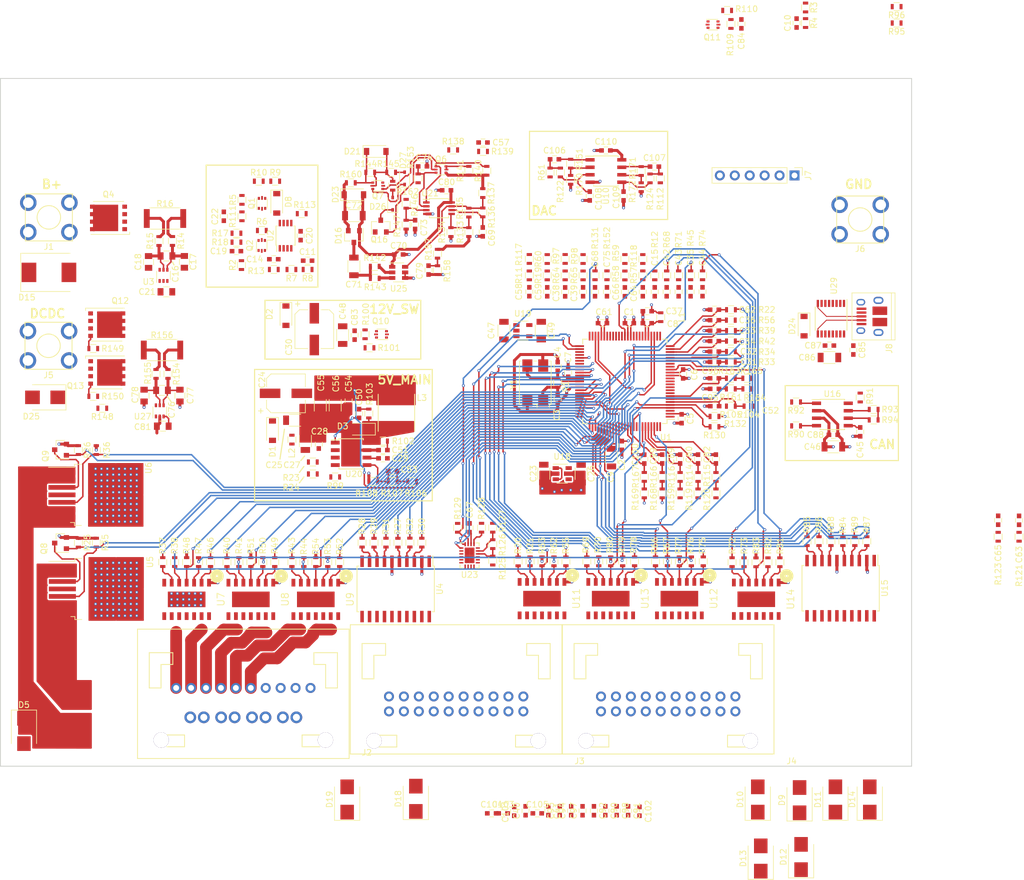
<source format=kicad_pcb>
(kicad_pcb (version 4) (host pcbnew 4.0.7)
  (layers (0 F.Cu signal) (1 In1.Cu power hide) (2 In2.Cu power) (31 B.Cu signal) (35 F.Paste user) (37 F.SilkS user) (39 F.Mask user) (44 Edge.Cuts user))
  (net 0 "")
  (net 1 +3V3)
  (net 2 "Net-(C3-Pad1)")
  (net 3 "Net-(C4-Pad1)")
  (net 4 +3.3VA)
  (net 5 "Net-(C9-Pad1)")
  (net 6 "Net-(C11-Pad1)")
  (net 7 "Net-(C14-Pad2)")
  (net 8 "Net-(C16-Pad1)")
  (net 9 "Net-(C16-Pad2)")
  (net 10 "Net-(C19-Pad1)")
  (net 11 +12P)
  (net 12 +3.3VP)
  (net 13 +5V)
  (net 14 /TopLevel/PowerRails/buck_input)
  (net 15 /TopLevel/PowerRails/buck_ss)
  (net 16 "Net-(C30-Pad1)")
  (net 17 RADIATOR_OUTPUT_TEMP_AI)
  (net 18 RADIATOR_INPUT_TEMP_AI)
  (net 19 RADIATOR_OUTPUT_TEMP_OUT)
  (net 20 RADIATOR_INPUT_TEMP_OUT)
  (net 21 /TopLevel/PowerRails/buck_bt)
  (net 22 "Net-(C50-Pad1)")
  (net 23 "Net-(C51-Pad2)")
  (net 24 /TopLevel/PowerRails/buck_fb)
  (net 25 "Net-(C53-Pad1)")
  (net 26 FAN_SPEED_1_OUT)
  (net 27 PUMP_SPEED_1_OUT)
  (net 28 "Net-(C67-Pad1)")
  (net 29 "Net-(C69-Pad1)")
  (net 30 "Net-(C71-Pad1)")
  (net 31 "Net-(C71-Pad2)")
  (net 32 /TopLevel/DCDC/ChargePump)
  (net 33 "Net-(C73-Pad1)")
  (net 34 "Net-(C74-Pad2)")
  (net 35 "Net-(C76-Pad1)")
  (net 36 "Net-(C76-Pad2)")
  (net 37 "Net-(C79-Pad1)")
  (net 38 DIVIDER_EN)
  (net 39 "Net-(C84-Pad2)")
  (net 40 USB_5V)
  (net 41 +12V)
  (net 42 /TopLevel/PowerRails/buck_sw)
  (net 43 HORN_OUT)
  (net 44 PUMP_1_OUT)
  (net 45 "Net-(D8-Pad2)")
  (net 46 STEERING_COLUMN_LOCK_OUT)
  (net 47 CHARGE_PORT_RELEASE_OUT)
  (net 48 CHARGER_CONTACTOR_OUT)
  (net 49 PRECHARGE_RELAY_OUT)
  (net 50 BATTERY_CONTACTOR_OUT)
  (net 51 DCDC_CONTACTOR_OUT)
  (net 52 +BATT)
  (net 53 FAN_1_OUT)
  (net 54 "Net-(D21-Pad1)")
  (net 55 "Net-(D21-Pad2)")
  (net 56 DCDC)
  (net 57 USB_D-)
  (net 58 USB_D+)
  (net 59 "Net-(J8-Pad4)")
  (net 60 AUX_PORT_EN)
  (net 61 "Net-(Q8-Pad3)")
  (net 62 HORN_EN)
  (net 63 "Net-(Q9-Pad3)")
  (net 64 BATT_EN)
  (net 65 "Net-(Q17-Pad1)")
  (net 66 +5P)
  (net 67 "Net-(R12-Pad1)")
  (net 68 "Net-(R20-Pad1)")
  (net 69 "Net-(R21-Pad1)")
  (net 70 DIAG_SELECT)
  (net 71 "Net-(R22-Pad1)")
  (net 72 /TopLevel/PowerRails/buck_uvlo)
  (net 73 "Net-(R27-Pad1)")
  (net 74 TURN_SIGNAL_RR_EN)
  (net 75 "Net-(R28-Pad1)")
  (net 76 TURN_SIGNAL_RL_EN)
  (net 77 "Net-(R29-Pad1)")
  (net 78 TURN_SIGNAL_L_STATUS)
  (net 79 "Net-(R30-Pad1)")
  (net 80 TURN_SIGNAL_FR_EN)
  (net 81 "Net-(R31-Pad1)")
  (net 82 TURN_SGINAL_FL_EN)
  (net 83 "Net-(R32-Pad1)")
  (net 84 TURN_SIGNAL_R_STATUS)
  (net 85 "Net-(R33-Pad1)")
  (net 86 "Net-(R34-Pad1)")
  (net 87 "Net-(R37-Pad1)")
  (net 88 BRAKE_LIGHT_EN)
  (net 89 "Net-(R38-Pad1)")
  (net 90 "Net-(R39-Pad1)")
  (net 91 "Net-(R40-Pad1)")
  (net 92 HEADLIGHT_LO_EN)
  (net 93 "Net-(R41-Pad1)")
  (net 94 "Net-(R42-Pad1)")
  (net 95 "Net-(R43-Pad1)")
  (net 96 HEATED_SEAT_EN)
  (net 97 "Net-(R44-Pad1)")
  (net 98 "Net-(R45-Pad1)")
  (net 99 "Net-(R46-Pad1)")
  (net 100 TAILLIGHT_EN)
  (net 101 "Net-(R47-Pad1)")
  (net 102 DIAG_EN)
  (net 103 "Net-(R49-Pad1)")
  (net 104 HEADLIGHT_HI_EN)
  (net 105 "Net-(R50-Pad1)")
  (net 106 "Net-(R52-Pad1)")
  (net 107 HEATED_GRIPS_EN)
  (net 108 "Net-(R53-Pad1)")
  (net 109 "Net-(R55-Pad1)")
  (net 110 FAN_1_EN)
  (net 111 PUMP_1_EN)
  (net 112 "Net-(R62-Pad1)")
  (net 113 "Net-(R66-Pad1)")
  (net 114 J1772_CONTROLLER_EN)
  (net 115 "Net-(R67-Pad1)")
  (net 116 "Net-(R68-Pad1)")
  (net 117 "Net-(R69-Pad1)")
  (net 118 CHARGE_CONTROLLER_EN)
  (net 119 "Net-(R70-Pad1)")
  (net 120 "Net-(R71-Pad1)")
  (net 121 "Net-(R72-Pad1)")
  (net 122 STEERING_COLUMN_LOCK_EN)
  (net 123 "Net-(R73-Pad1)")
  (net 124 "Net-(R74-Pad1)")
  (net 125 "Net-(R75-Pad1)")
  (net 126 BMS_CONTROLLER_EN)
  (net 127 "Net-(R76-Pad1)")
  (net 128 "Net-(R78-Pad1)")
  (net 129 MOTOR_CONTROLLER_EN)
  (net 130 "Net-(R79-Pad1)")
  (net 131 "Net-(R81-Pad1)")
  (net 132 CHARGE_PORT_RELEASE_EN)
  (net 133 "Net-(R82-Pad1)")
  (net 134 "Net-(R84-Pad1)")
  (net 135 BATTERY_CONTACTOR_EN)
  (net 136 "Net-(R85-Pad1)")
  (net 137 CHARGER_CONTACTOR_EN)
  (net 138 "Net-(R86-Pad1)")
  (net 139 CONTACT_3_4_STATUS)
  (net 140 "Net-(R87-Pad1)")
  (net 141 DCDC_CONTACTOR_EN)
  (net 142 "Net-(R88-Pad1)")
  (net 143 PRECHARGE_RELAY_EN)
  (net 144 "Net-(R89-Pad1)")
  (net 145 CONTACT_1_2_STATUS)
  (net 146 "Net-(R90-Pad1)")
  (net 147 CAN_RX)
  (net 148 "Net-(R91-Pad1)")
  (net 149 CAN_SLEEP)
  (net 150 "Net-(R92-Pad1)")
  (net 151 CAN_TX)
  (net 152 "Net-(R93-Pad1)")
  (net 153 CAN_P)
  (net 154 CAN_N)
  (net 155 ~RESET)
  (net 156 "Net-(R96-Pad1)")
  (net 157 /TopLevel/PowerRails/buck_freq)
  (net 158 BATT_~FAULT)
  (net 159 FAN_SPEED_1_PWM)
  (net 160 PUMP_SPEED_1_PWM)
  (net 161 "Net-(R125-Pad1)")
  (net 162 "Net-(R126-Pad1)")
  (net 163 "Net-(R128-Pad2)")
  (net 164 "Net-(R129-Pad2)")
  (net 165 IC_CONTROLLER_SLEEP)
  (net 166 IC_CONTROLLER_~FLT)
  (net 167 "Net-(R133-Pad2)")
  (net 168 "Net-(R135-Pad1)")
  (net 169 DCDC_EN)
  (net 170 DCDC_~FAULT)
  (net 171 "Net-(R142-Pad2)")
  (net 172 "Net-(R143-Pad2)")
  (net 173 "Net-(R148-Pad2)")
  (net 174 "Net-(R152-Pad1)")
  (net 175 "Net-(U1-Pad1)")
  (net 176 UART_TX)
  (net 177 UART_RX)
  (net 178 "Net-(U1-Pad54)")
  (net 179 PGED)
  (net 180 PGEC)
  (net 181 "Net-(U1-Pad92)")
  (net 182 SW_EN)
  (net 183 TURN_SIGNAL_RL_OUT)
  (net 184 TURN_SIGNAL_FL_OUT)
  (net 185 TURN_SIGNAL_RR_OUT)
  (net 186 TURN_SIGNAL_FR_OUT)
  (net 187 AUX_PORT_OUT)
  (net 188 TAILLIGHT_OUT)
  (net 189 "Net-(U7-Pad11)")
  (net 190 BRAKE_LIGHT_OUT)
  (net 191 "Net-(U7-Pad7)")
  (net 192 HEADLIGHT_HI_OUT)
  (net 193 "Net-(U8-Pad11)")
  (net 194 HEADLIGHT_LO_OUT)
  (net 195 "Net-(U8-Pad7)")
  (net 196 HEATED_GRIPS_OUT)
  (net 197 "Net-(U9-Pad11)")
  (net 198 HEATED_SEAT_OUT)
  (net 199 "Net-(U9-Pad7)")
  (net 200 "Net-(U11-Pad11)")
  (net 201 "Net-(U11-Pad7)")
  (net 202 BMS_CONTROLLER_OUT)
  (net 203 "Net-(U12-Pad11)")
  (net 204 J1772_CONTROLLER_OUT)
  (net 205 "Net-(U12-Pad7)")
  (net 206 MOTOR_CONTROLLER_OUT)
  (net 207 "Net-(U13-Pad11)")
  (net 208 CHARGE_CONTROLLER_OUT)
  (net 209 "Net-(U13-Pad7)")
  (net 210 "Net-(U14-Pad11)")
  (net 211 "Net-(U14-Pad7)")
  (net 212 "Net-(U23-Pad2)")
  (net 213 IC_CONTROLLER_OUT)
  (net 214 "Net-(U29-Pad2)")
  (net 215 "Net-(U29-Pad10)")
  (net 216 "Net-(U29-Pad6)")
  (net 217 "Net-(U29-Pad7)")
  (net 218 "Net-(U29-Pad14)")
  (net 219 "Net-(U29-Pad15)")
  (net 220 "Net-(U29-Pad16)")
  (net 221 GND)
  (net 222 "Net-(Q2-Pad5)")
  (net 223 "Net-(Q6-Pad5)")
  (net 224 "Net-(Q12-Pad4)")
  (net 225 "Net-(Q12-Pad5)")
  (net 226 "Net-(Q13-Pad4)")
  (net 227 "Net-(Q10-Pad6)")
  (net 228 "Net-(Q11-Pad6)")
  (net 229 /TopLevel/PowerRails/buck_holdup)
  (net 230 "Net-(J7-Pad6)")
  (net 231 "Net-(D26-Pad1)")
  (net 232 "Net-(D26-Pad2)")
  (net 233 "Net-(D27-Pad1)")
  (net 234 "Net-(D27-Pad2)")
  (net 235 "Net-(Q16-Pad2)")
  (net 236 "Net-(C22-Pad2)")
  (net 237 "Net-(C57-Pad2)")
  (net 238 TURN_LEFT_SWITCH_IN)
  (net 239 TURN_RIGHT_SWITCH_IN)
  (net 240 BRIGHTS_SWITCH_IN)
  (net 241 HORN_SWITCH_IN)
  (net 242 "Net-(Q1-Pad5)")
  (net 243 "Net-(Q1-Pad6)")
  (net 244 TURN_LEFT_SWITCH)
  (net 245 TURN_RIGHT_SWITCH)
  (net 246 BRIGHTS_SWITCH)
  (net 247 HORN_SWITCH)
  (net 248 KICKSTAND_SWITCH)
  (net 249 KICKSTAND_SWITCH_IN)
  (net 250 SPARE_SWITCH_1)
  (net 251 SPARE_SWITCH_1_IN)
  (net 252 SPARE_SWITCH_2_IN)
  (net 253 KILL_SWITCH_IN)
  (net 254 IGNITION_SWITCH_IN)
  (net 255 "Net-(U2-Pad5)")
  (net 256 "Net-(U2-Pad6)")
  (net 257 "Net-(U2-Pad7)")
  (net 258 SPARE_SWITCH_2)
  (net 259 INGITION_SWITCH)
  (net 260 KILL_SWITCH)
  (net 261 12V_MONITOR_AI)
  (net 262 BATT_ISENSE_AI)
  (net 263 AUX_PORT_ISENSE_AI)
  (net 264 HORN_ISENSE_AI)
  (net 265 TAILLIGHT_ISENSE_AI)
  (net 266 HEADLIGHT_ISENSE_AI)
  (net 267 HEATER_ISENSE_AI)
  (net 268 ECU_1_ISENSE_AI)
  (net 269 ECU_2_ISENSE_AI)
  (net 270 LOCK_ISENSE_AI)
  (net 271 12P_MONITOR_AI)
  (net 272 IC_CONTROLLER_ISENSE_AI)
  (net 273 DCDC_ISENSE_AI)
  (net 274 "Net-(U1-Pad59)")
  (net 275 /TopLevel/PowerInput/BATT_SHUNT)
  (net 276 THROTTLE_SIGNAL_MONITOR_AI)
  (net 277 FAN_ISENSE_AI)
  (net 278 BRAKE_SWITCH_1_IN)
  (net 279 BRAKE_SWITCH_2_IN)
  (net 280 THROTTLE_SIGNAL)
  (net 281 BRAKE_SWITCH_1)
  (net 282 BRAKE_SWITCH_2)
  (net 283 "Net-(U1-Pad53)")
  (net 284 "Net-(Q2-Pad2)")
  (net 285 "Net-(J3-Pad14)")
  (net 286 "Net-(J3-Pad15)")
  (net 287 "Net-(J3-Pad16)")
  (net 288 "Net-(J3-Pad17)")
  (net 289 "Net-(J3-Pad18)")
  (net 290 "Net-(J3-Pad19)")
  (net 291 "Net-(J3-Pad20)")
  (net 292 "Net-(J4-Pad11)")
  (net 293 "Net-(C106-Pad2)")
  (net 294 DAC_OUT_1)
  (net 295 "Net-(C107-Pad2)")
  (net 296 DAC_OUT_2)
  (net 297 "Net-(C108-Pad1)")
  (net 298 "Net-(C109-Pad1)")
  (net 299 DAC_PWM_1)
  (net 300 DAC_PWM_2)
  (net 301 "Net-(R151-Pad1)")
  (net 302 "Net-(R171-Pad1)")
  (net 303 "Net-(U1-Pad9)")
  (net 304 "Net-(J2-Pad13)")
  (net 305 "Net-(J2-Pad14)")
  (net 306 "Net-(J3-Pad13)")
  (net 307 "Net-(J4-Pad17)")
  (net 308 "Net-(J4-Pad18)")
  (module Capacitors_SMD:C_0603 (layer F.Cu) (at 156.464 85.344 180)
    (fp_text reference C62 (at -5.588 0 180) (layer F.SilkS))
    (fp_text value 10nF)
    (pad 2 smd rect (at 0.75 0 180) (size 0.8 0.75) (layers F.Cu F.Paste F.Mask) (net 221 GND))
    (pad 1 smd rect (at -0.75 0 180) (size 0.8 0.75) (layers F.Cu F.Paste F.Mask) (net 277 FAN_ISENSE_AI))
  )
  (module Crystals:Crystal_SMD_7050-4pin_7.0x5.0mm (layer F.Cu) (at 125.984 97.79 90)
    (fp_text reference Y1 (at -0.254 -3.7 90) (layer F.SilkS))
    (fp_text value 8MHz)
    (pad 1 smd rect (at -2.95 1.35 90) (size 2.1 1.7) (layers F.Cu F.Paste F.Mask) (net 2 "Net-(C3-Pad1)"))
    (pad 2 smd rect (at 2.95 1.35 90) (size 2.1 1.7) (layers F.Cu F.Paste F.Mask) (net 221 GND))
    (pad 3 smd rect (at 2.95 -1.35 90) (size 2.1 1.7) (layers F.Cu F.Paste F.Mask) (net 3 "Net-(C4-Pad1)"))
    (pad 4 smd rect (at -2.95 -1.35 90) (size 2.1 1.7) (layers F.Cu F.Paste F.Mask) (net 221 GND))
  )
  (module Housings_SSOP:SSOP-16_3.9x4.9mm_Pitch0.635mm (layer F.Cu) (at 176.276 86.868 270)
    (fp_text reference U29 (at -5.588 -0.508 270) (layer F.SilkS))
    (fp_text value FT230X)
    (pad 1 smd rect (at -2.6 -2.2225 270) (size 1.2 0.4) (layers F.Cu F.Paste F.Mask) (net 177 UART_RX))
    (pad 2 smd rect (at -2.6 -1.5875 270) (size 1.2 0.4) (layers F.Cu F.Paste F.Mask) (net 214 "Net-(U29-Pad2)"))
    (pad 3 smd rect (at -2.6 -0.9525 270) (size 1.2 0.4) (layers F.Cu F.Paste F.Mask) (net 215 "Net-(U29-Pad10)"))
    (pad 4 smd rect (at -2.6 -0.3175 270) (size 1.2 0.4) (layers F.Cu F.Paste F.Mask) (net 176 UART_TX))
    (pad 5 smd rect (at -2.6 0.3175 270) (size 1.2 0.4) (layers F.Cu F.Paste F.Mask) (net 221 GND))
    (pad 6 smd rect (at -2.6 0.9525 270) (size 1.2 0.4) (layers F.Cu F.Paste F.Mask) (net 216 "Net-(U29-Pad6)"))
    (pad 7 smd rect (at -2.6 1.5875 270) (size 1.2 0.4) (layers F.Cu F.Paste F.Mask) (net 217 "Net-(U29-Pad7)"))
    (pad 8 smd rect (at -2.6 2.2225 270) (size 1.2 0.4) (layers F.Cu F.Paste F.Mask) (net 58 USB_D+))
    (pad 9 smd rect (at 2.6 2.2225 270) (size 1.2 0.4) (layers F.Cu F.Paste F.Mask) (net 57 USB_D-))
    (pad 10 smd rect (at 2.6 1.5875 270) (size 1.2 0.4) (layers F.Cu F.Paste F.Mask) (net 215 "Net-(U29-Pad10)"))
    (pad 11 smd rect (at 2.6 0.9525 270) (size 1.2 0.4) (layers F.Cu F.Paste F.Mask) (net 215 "Net-(U29-Pad10)"))
    (pad 12 smd rect (at 2.6 0.3175 270) (size 1.2 0.4) (layers F.Cu F.Paste F.Mask) (net 40 USB_5V))
    (pad 13 smd rect (at 2.6 -0.3175 270) (size 1.2 0.4) (layers F.Cu F.Paste F.Mask) (net 221 GND))
    (pad 14 smd rect (at 2.6 -0.9525 270) (size 1.2 0.4) (layers F.Cu F.Paste F.Mask) (net 218 "Net-(U29-Pad14)"))
    (pad 15 smd rect (at 2.6 -1.5875 270) (size 1.2 0.4) (layers F.Cu F.Paste F.Mask) (net 219 "Net-(U29-Pad15)"))
    (pad 16 smd rect (at 2.6 -2.2225 270) (size 1.2 0.4) (layers F.Cu F.Paste F.Mask) (net 220 "Net-(U29-Pad16)"))
  )
  (module TO_SOT_Packages_SMD:SOT-363_SC-70-6 (layer F.Cu) (at 62.103 102.55 90)
    (fp_text reference U27 (at -0.955 -2.921 180) (layer F.SilkS))
    (fp_text value INA21x)
    (pad 1 smd rect (at -0.95 -0.65 90) (size 0.65 0.4) (layers F.Cu F.Paste F.Mask) (net 37 "Net-(C79-Pad1)"))
    (pad 3 smd rect (at -0.95 0.65 90) (size 0.65 0.4) (layers F.Cu F.Paste F.Mask) (net 11 +12P))
    (pad 5 smd rect (at 0.95 0 90) (size 0.65 0.4) (layers F.Cu F.Paste F.Mask) (net 35 "Net-(C76-Pad1)"))
    (pad 2 smd rect (at -0.95 0 90) (size 0.65 0.4) (layers F.Cu F.Paste F.Mask) (net 221 GND))
    (pad 4 smd rect (at 0.95 0.65 90) (size 0.65 0.4) (layers F.Cu F.Paste F.Mask) (net 36 "Net-(C76-Pad2)"))
    (pad 6 smd rect (at 0.95 -0.65 90) (size 0.65 0.4) (layers F.Cu F.Paste F.Mask) (net 174 "Net-(R152-Pad1)"))
  )
  (module TO_SOT_Packages_SMD:SOT-23-6 (layer F.Cu) (at 102.743 78.994)
    (fp_text reference U25 (at 0.007 2.756) (layer F.SilkS))
    (fp_text value UCC27511A-Q1)
    (pad 1 smd rect (at -1.1 -0.95) (size 1.06 0.65) (layers F.Cu F.Paste F.Mask) (net 11 +12P))
    (pad 2 smd rect (at -1.1 0) (size 1.06 0.65) (layers F.Cu F.Paste F.Mask) (net 171 "Net-(R142-Pad2)"))
    (pad 3 smd rect (at -1.1 0.95) (size 1.06 0.65) (layers F.Cu F.Paste F.Mask) (net 172 "Net-(R143-Pad2)"))
    (pad 4 smd rect (at 1.1 0.95) (size 1.06 0.65) (layers F.Cu F.Paste F.Mask) (net 221 GND))
    (pad 6 smd rect (at 1.1 -0.95) (size 1.06 0.65) (layers F.Cu F.Paste F.Mask) (net 168 "Net-(R135-Pad1)"))
    (pad 5 smd rect (at 1.1 0) (size 1.06 0.65) (layers F.Cu F.Paste F.Mask) (net 221 GND))
  )
  (module Housings_DFN_QFN:QFN-20-1EP_3x4mm_Pitch0.5mm (layer F.Cu) (at 114.805 127.131)
    (fp_text reference U23 (at 0 3.298) (layer F.SilkS))
    (fp_text value tps25940-q1)
    (pad 1 smd rect (at -1.4 -1.25) (size 0.7 0.25) (layers F.Cu F.Paste F.Mask) (net 165 IC_CONTROLLER_SLEEP))
    (pad 2 smd rect (at -1.4 -0.75) (size 0.7 0.25) (layers F.Cu F.Paste F.Mask) (net 212 "Net-(U23-Pad2)"))
    (pad 3 smd rect (at -1.4 -0.25) (size 0.7 0.25) (layers F.Cu F.Paste F.Mask) (net 221 GND))
    (pad 4 smd rect (at -1.4 0.25) (size 0.7 0.25) (layers F.Cu F.Paste F.Mask) (net 213 IC_CONTROLLER_OUT))
    (pad 5 smd rect (at -1.4 0.75) (size 0.7 0.25) (layers F.Cu F.Paste F.Mask) (net 213 IC_CONTROLLER_OUT))
    (pad 6 smd rect (at -1.4 1.25) (size 0.7 0.25) (layers F.Cu F.Paste F.Mask) (net 213 IC_CONTROLLER_OUT))
    (pad 7 smd rect (at -0.75 1.9 90) (size 0.7 0.25) (layers F.Cu F.Paste F.Mask) (net 213 IC_CONTROLLER_OUT))
    (pad 8 smd rect (at -0.25 1.9 90) (size 0.7 0.25) (layers F.Cu F.Paste F.Mask) (net 213 IC_CONTROLLER_OUT))
    (pad 9 smd rect (at 0.25 1.9 90) (size 0.7 0.25) (layers F.Cu F.Paste F.Mask) (net 41 +12V))
    (pad 10 smd rect (at 0.75 1.9 90) (size 0.7 0.25) (layers F.Cu F.Paste F.Mask) (net 41 +12V))
    (pad 11 smd rect (at 1.4 1.25) (size 0.7 0.25) (layers F.Cu F.Paste F.Mask) (net 41 +12V))
    (pad 12 smd rect (at 1.4 0.75) (size 0.7 0.25) (layers F.Cu F.Paste F.Mask) (net 41 +12V))
    (pad 13 smd rect (at 1.4 0.25) (size 0.7 0.25) (layers F.Cu F.Paste F.Mask) (net 41 +12V))
    (pad 14 smd rect (at 1.4 -0.25) (size 0.7 0.25) (layers F.Cu F.Paste F.Mask) (net 161 "Net-(R125-Pad1)"))
    (pad 15 smd rect (at 1.4 -0.75) (size 0.7 0.25) (layers F.Cu F.Paste F.Mask) (net 162 "Net-(R126-Pad1)"))
    (pad 16 smd rect (at 1.4 -1.25) (size 0.7 0.25) (layers F.Cu F.Paste F.Mask) (net 221 GND))
    (pad 17 smd rect (at 0.75 -1.9 90) (size 0.7 0.25) (layers F.Cu F.Paste F.Mask) (net 163 "Net-(R128-Pad2)"))
    (pad 18 smd rect (at 0.25 -1.9 90) (size 0.7 0.25) (layers F.Cu F.Paste F.Mask) (net 28 "Net-(C67-Pad1)"))
    (pad 19 smd rect (at -0.25 -1.9 90) (size 0.7 0.25) (layers F.Cu F.Paste F.Mask) (net 164 "Net-(R129-Pad2)"))
    (pad 20 smd rect (at -0.75 -1.9 90) (size 0.7 0.25) (layers F.Cu F.Paste F.Mask) (net 166 IC_CONTROLLER_~FLT))
    (pad 21 smd rect (at 0.4125 0.6625) (size 0.825 1.325) (layers F.Cu F.Paste F.Mask) (net 221 GND))
    (pad 21 smd rect (at 0.4125 -0.6625) (size 0.825 1.325) (layers F.Cu F.Paste F.Mask) (net 221 GND))
    (pad 21 smd rect (at -0.4125 0.6625) (size 0.825 1.325) (layers F.Cu F.Paste F.Mask) (net 221 GND))
    (pad 21 smd rect (at -0.4125 -0.6625) (size 0.825 1.325) (layers F.Cu F.Paste F.Mask) (net 221 GND))
  )
  (module Housings_SSOP:TSSOP-8_3x3mm_Pitch0.65mm (layer F.Cu) (at 109.601 68.072)
    (fp_text reference U21 (at -1.524 -2.54) (layer F.SilkS))
    (fp_text value LM2903QDRQ1)
    (pad 1 smd rect (at -2.15 -0.975) (size 1.1 0.4) (layers F.Cu F.Paste F.Mask) (net 237 "Net-(C57-Pad2)"))
    (pad 2 smd rect (at -2.15 -0.325) (size 1.1 0.4) (layers F.Cu F.Paste F.Mask) (net 34 "Net-(C74-Pad2)"))
    (pad 3 smd rect (at -2.15 0.325) (size 1.1 0.4) (layers F.Cu F.Paste F.Mask) (net 33 "Net-(C73-Pad1)"))
    (pad 4 smd rect (at -2.15 0.975) (size 1.1 0.4) (layers F.Cu F.Paste F.Mask) (net 221 GND))
    (pad 5 smd rect (at 2.15 0.975) (size 1.1 0.4) (layers F.Cu F.Paste F.Mask) (net 167 "Net-(R133-Pad2)"))
    (pad 6 smd rect (at 2.15 0.325) (size 1.1 0.4) (layers F.Cu F.Paste F.Mask) (net 29 "Net-(C69-Pad1)"))
    (pad 7 smd rect (at 2.15 -0.325) (size 1.1 0.4) (layers F.Cu F.Paste F.Mask) (net 168 "Net-(R135-Pad1)"))
    (pad 8 smd rect (at 2.15 -0.975) (size 1.1 0.4) (layers F.Cu F.Paste F.Mask) (net 11 +12P))
  )
  (module Housings_SOIC:Diodes_PSOP-8 (layer F.Cu) (at 94.655 109.866)
    (fp_text reference U20 (at 0.468 3.418) (layer F.SilkS))
    (fp_text value LMR140x0)
    (pad 1 smd rect (at -2.7 -1.905) (size 1.5 0.65) (layers F.Cu F.Paste F.Mask) (net 21 /TopLevel/PowerRails/buck_bt))
    (pad 2 smd rect (at -2.7 -0.635) (size 1.5 0.65) (layers F.Cu F.Paste F.Mask) (net 14 /TopLevel/PowerRails/buck_input))
    (pad 3 smd rect (at -2.7 0.635) (size 1.5 0.65) (layers F.Cu F.Paste F.Mask) (net 72 /TopLevel/PowerRails/buck_uvlo))
    (pad 4 smd rect (at -2.7 1.905) (size 1.5 0.65) (layers F.Cu F.Paste F.Mask) (net 157 /TopLevel/PowerRails/buck_freq))
    (pad 5 smd rect (at 2.7 1.905) (size 1.5 0.65) (layers F.Cu F.Paste F.Mask) (net 24 /TopLevel/PowerRails/buck_fb))
    (pad 6 smd rect (at 2.7 0.635) (size 1.5 0.65) (layers F.Cu F.Paste F.Mask) (net 15 /TopLevel/PowerRails/buck_ss))
    (pad 7 smd rect (at 2.7 -0.635) (size 1.5 0.65) (layers F.Cu F.Paste F.Mask) (net 221 GND))
    (pad 8 smd rect (at 2.7 -1.905) (size 1.5 0.65) (layers F.Cu F.Paste F.Mask) (net 42 /TopLevel/PowerRails/buck_sw))
    (pad 9 smd rect (at 0.675 0.9) (size 1.35 1.8) (layers F.Cu F.Paste F.Mask) (net 221 GND))
    (pad 9 smd rect (at 0.675 -0.9) (size 1.35 1.8) (layers F.Cu F.Paste F.Mask) (net 221 GND))
    (pad 9 smd rect (at -0.675 0.9) (size 1.35 1.8) (layers F.Cu F.Paste F.Mask) (net 221 GND))
    (pad 9 smd rect (at -0.675 -0.9) (size 1.35 1.8) (layers F.Cu F.Paste F.Mask) (net 221 GND))
  )
  (module TO_SOT_Packages_SMD:SOT-23-5 (layer F.Cu) (at 123.868 88.9)
    (fp_text reference U19 (at 0 -2.9) (layer F.SilkS))
    (fp_text value TLV70033DDC)
    (pad 1 smd rect (at -1.1 -0.95) (size 1.06 0.65) (layers F.Cu F.Paste F.Mask) (net 41 +12V))
    (pad 2 smd rect (at -1.1 0) (size 1.06 0.65) (layers F.Cu F.Paste F.Mask) (net 221 GND))
    (pad 3 smd rect (at -1.1 0.95) (size 1.06 0.65) (layers F.Cu F.Paste F.Mask) (net 182 SW_EN))
    (pad 4 smd rect (at 1.1 0.95) (size 1.06 0.65) (layers F.Cu F.Paste F.Mask))
    (pad 5 smd rect (at 1.1 -0.95) (size 1.06 0.65) (layers F.Cu F.Paste F.Mask) (net 12 +3.3VP))
  )
  (module TO_SOT_Packages_SMD:SOT-23-5 (layer F.Cu) (at 130.564 113.232)
    (fp_text reference U18 (at 0 -2.9) (layer F.SilkS))
    (fp_text value TLV70033DDC)
    (pad 1 smd rect (at -1.1 -0.95) (size 1.06 0.65) (layers F.Cu F.Paste F.Mask) (net 13 +5V))
    (pad 2 smd rect (at -1.1 0) (size 1.06 0.65) (layers F.Cu F.Paste F.Mask) (net 221 GND))
    (pad 3 smd rect (at -1.1 0.95) (size 1.06 0.65) (layers F.Cu F.Paste F.Mask) (net 13 +5V))
    (pad 4 smd rect (at 1.1 0.95) (size 1.06 0.65) (layers F.Cu F.Paste F.Mask))
    (pad 5 smd rect (at 1.1 -0.95) (size 1.06 0.65) (layers F.Cu F.Paste F.Mask) (net 1 +3V3))
  )
  (module Housings_SOIC:SOIC-8_3.9x4.9mm_Pitch1.27mm (layer F.Cu) (at 176.522858 103.163999)
    (fp_text reference U16 (at 0 -3.5) (layer F.SilkS))
    (fp_text value MCP2562-H/SN)
    (pad 1 smd rect (at -2.7 -1.905) (size 1.55 0.6) (layers F.Cu F.Paste F.Mask) (net 150 "Net-(R92-Pad1)"))
    (pad 2 smd rect (at -2.7 -0.635) (size 1.55 0.6) (layers F.Cu F.Paste F.Mask) (net 221 GND))
    (pad 3 smd rect (at -2.7 0.635) (size 1.55 0.6) (layers F.Cu F.Paste F.Mask) (net 13 +5V))
    (pad 4 smd rect (at -2.7 1.905) (size 1.55 0.6) (layers F.Cu F.Paste F.Mask) (net 146 "Net-(R90-Pad1)"))
    (pad 5 smd rect (at 2.7 1.905) (size 1.55 0.6) (layers F.Cu F.Paste F.Mask) (net 1 +3V3))
    (pad 6 smd rect (at 2.7 0.635) (size 1.55 0.6) (layers F.Cu F.Paste F.Mask) (net 154 CAN_N))
    (pad 7 smd rect (at 2.7 -0.635) (size 1.55 0.6) (layers F.Cu F.Paste F.Mask) (net 153 CAN_P))
    (pad 8 smd rect (at 2.7 -1.905) (size 1.55 0.6) (layers F.Cu F.Paste F.Mask) (net 148 "Net-(R91-Pad1)"))
  )
  (module Housings_SOIC:SOIC-20W_7.5x12.8mm_Pitch1.27mm (layer F.Cu) (at 177.927 132.716 270)
    (fp_text reference U15 (at 0 -7.5 270) (layer F.SilkS))
    (fp_text value BTS716G)
    (pad 1 smd rect (at -4.7 -5.715 270) (size 1.95 0.6) (layers F.Cu F.Paste F.Mask) (net 41 +12V))
    (pad 2 smd rect (at -4.7 -4.445 270) (size 1.95 0.6) (layers F.Cu F.Paste F.Mask) (net 221 GND))
    (pad 3 smd rect (at -4.7 -3.175 270) (size 1.95 0.6) (layers F.Cu F.Paste F.Mask) (net 140 "Net-(R87-Pad1)"))
    (pad 4 smd rect (at -4.7 -1.905 270) (size 1.95 0.6) (layers F.Cu F.Paste F.Mask) (net 144 "Net-(R89-Pad1)"))
    (pad 5 smd rect (at -4.7 -0.635 270) (size 1.95 0.6) (layers F.Cu F.Paste F.Mask) (net 134 "Net-(R84-Pad1)"))
    (pad 6 smd rect (at -4.7 0.635 270) (size 1.95 0.6) (layers F.Cu F.Paste F.Mask) (net 221 GND))
    (pad 7 smd rect (at -4.7 1.905 270) (size 1.95 0.6) (layers F.Cu F.Paste F.Mask) (net 142 "Net-(R88-Pad1)"))
    (pad 8 smd rect (at -4.7 3.175 270) (size 1.95 0.6) (layers F.Cu F.Paste F.Mask) (net 138 "Net-(R86-Pad1)"))
    (pad 9 smd rect (at -4.7 4.445 270) (size 1.95 0.6) (layers F.Cu F.Paste F.Mask) (net 136 "Net-(R85-Pad1)"))
    (pad 10 smd rect (at -4.7 5.715 270) (size 1.95 0.6) (layers F.Cu F.Paste F.Mask) (net 41 +12V))
    (pad 11 smd rect (at 4.7 5.715 270) (size 1.95 0.6) (layers F.Cu F.Paste F.Mask) (net 41 +12V))
    (pad 12 smd rect (at 4.7 4.445 270) (size 1.95 0.6) (layers F.Cu F.Paste F.Mask) (net 41 +12V))
    (pad 13 smd rect (at 4.7 3.175 270) (size 1.95 0.6) (layers F.Cu F.Paste F.Mask) (net 48 CHARGER_CONTACTOR_OUT))
    (pad 14 smd rect (at 4.7 1.905 270) (size 1.95 0.6) (layers F.Cu F.Paste F.Mask) (net 49 PRECHARGE_RELAY_OUT))
    (pad 15 smd rect (at 4.7 0.635 270) (size 1.95 0.6) (layers F.Cu F.Paste F.Mask) (net 41 +12V))
    (pad 16 smd rect (at 4.7 -0.635 270) (size 1.95 0.6) (layers F.Cu F.Paste F.Mask) (net 41 +12V))
    (pad 17 smd rect (at 4.7 -1.905 270) (size 1.95 0.6) (layers F.Cu F.Paste F.Mask) (net 50 BATTERY_CONTACTOR_OUT))
    (pad 18 smd rect (at 4.7 -3.175 270) (size 1.95 0.6) (layers F.Cu F.Paste F.Mask) (net 51 DCDC_CONTACTOR_OUT))
    (pad 19 smd rect (at 4.7 -4.445 270) (size 1.95 0.6) (layers F.Cu F.Paste F.Mask) (net 41 +12V))
    (pad 20 smd rect (at 4.7 -5.715 270) (size 1.95 0.6) (layers F.Cu F.Paste F.Mask) (net 41 +12V))
  )
  (module Footprints:PG_DSO_14_40_EP (layer F.Cu) (at 163.576 134.596349 180)
    (fp_text reference U14 (at -5.835 0 270) (layer F.SilkS) (effects (font (size 1.2 1.2))))
    (fp_text value BTS50202EKAXUMA2)
    (pad 14 smd rect (at -3.81 -2.845 180) (size 0.65 1.31) (layers F.Cu F.Paste F.Mask) (net 47 CHARGE_PORT_RELEASE_OUT))
    (pad 1 smd rect (at -3.81 2.845 180) (size 0.65 1.31) (layers F.Cu F.Paste F.Mask) (net 221 GND))
    (pad 13 smd rect (at -2.54 -2.845 180) (size 0.65 1.31) (layers F.Cu F.Paste F.Mask) (net 47 CHARGE_PORT_RELEASE_OUT))
    (pad 2 smd rect (at -2.54 2.845 180) (size 0.65 1.31) (layers F.Cu F.Paste F.Mask) (net 131 "Net-(R81-Pad1)"))
    (pad 12 smd rect (at -1.27 -2.845 180) (size 0.65 1.31) (layers F.Cu F.Paste F.Mask) (net 47 CHARGE_PORT_RELEASE_OUT))
    (pad 3 smd rect (at -1.27 2.845 180) (size 0.65 1.31) (layers F.Cu F.Paste F.Mask) (net 133 "Net-(R82-Pad1)"))
    (pad 11 smd rect (at 0 -2.845 180) (size 0.65 1.31) (layers F.Cu F.Paste F.Mask) (net 210 "Net-(U14-Pad11)"))
    (pad 4 smd rect (at 0 2.845 180) (size 0.65 1.31) (layers F.Cu F.Paste F.Mask) (net 124 "Net-(R74-Pad1)"))
    (pad 10 smd rect (at 1.27 -2.845 180) (size 0.65 1.31) (layers F.Cu F.Paste F.Mask) (net 46 STEERING_COLUMN_LOCK_OUT))
    (pad 5 smd rect (at 1.27 2.845 180) (size 0.65 1.31) (layers F.Cu F.Paste F.Mask) (net 123 "Net-(R73-Pad1)"))
    (pad 9 smd rect (at 2.54 -2.845 180) (size 0.65 1.31) (layers F.Cu F.Paste F.Mask) (net 46 STEERING_COLUMN_LOCK_OUT))
    (pad 6 smd rect (at 2.54 2.845 180) (size 0.65 1.31) (layers F.Cu F.Paste F.Mask) (net 121 "Net-(R72-Pad1)"))
    (pad 8 smd rect (at 3.81 -2.845 180) (size 0.65 1.31) (layers F.Cu F.Paste F.Mask) (net 46 STEERING_COLUMN_LOCK_OUT))
    (pad 7 smd rect (at 3.81 2.845 180) (size 0.65 1.31) (layers F.Cu F.Paste F.Mask) (net 211 "Net-(U14-Pad7)"))
    (pad TAB smd rect (at 0 0 180) (size 6.4 2.65) (layers F.Cu F.Paste F.Mask) (net 41 +12V))
  )
  (module Footprints:PG_DSO_14_40_EP (layer F.Cu) (at 138.811 134.493 180)
    (fp_text reference U13 (at -5.835 0 270) (layer F.SilkS) (effects (font (size 1.2 1.2))))
    (fp_text value BTS50202EKAXUMA2)
    (pad 14 smd rect (at -3.81 -2.845 180) (size 0.65 1.31) (layers F.Cu F.Paste F.Mask) (net 206 MOTOR_CONTROLLER_OUT))
    (pad 1 smd rect (at -3.81 2.845 180) (size 0.65 1.31) (layers F.Cu F.Paste F.Mask) (net 221 GND))
    (pad 13 smd rect (at -2.54 -2.845 180) (size 0.65 1.31) (layers F.Cu F.Paste F.Mask) (net 206 MOTOR_CONTROLLER_OUT))
    (pad 2 smd rect (at -2.54 2.845 180) (size 0.65 1.31) (layers F.Cu F.Paste F.Mask) (net 128 "Net-(R78-Pad1)"))
    (pad 12 smd rect (at -1.27 -2.845 180) (size 0.65 1.31) (layers F.Cu F.Paste F.Mask) (net 206 MOTOR_CONTROLLER_OUT))
    (pad 3 smd rect (at -1.27 2.845 180) (size 0.65 1.31) (layers F.Cu F.Paste F.Mask) (net 130 "Net-(R79-Pad1)"))
    (pad 11 smd rect (at 0 -2.845 180) (size 0.65 1.31) (layers F.Cu F.Paste F.Mask) (net 207 "Net-(U13-Pad11)"))
    (pad 4 smd rect (at 0 2.845 180) (size 0.65 1.31) (layers F.Cu F.Paste F.Mask) (net 120 "Net-(R71-Pad1)"))
    (pad 10 smd rect (at 1.27 -2.845 180) (size 0.65 1.31) (layers F.Cu F.Paste F.Mask) (net 208 CHARGE_CONTROLLER_OUT))
    (pad 5 smd rect (at 1.27 2.845 180) (size 0.65 1.31) (layers F.Cu F.Paste F.Mask) (net 119 "Net-(R70-Pad1)"))
    (pad 9 smd rect (at 2.54 -2.845 180) (size 0.65 1.31) (layers F.Cu F.Paste F.Mask) (net 208 CHARGE_CONTROLLER_OUT))
    (pad 6 smd rect (at 2.54 2.845 180) (size 0.65 1.31) (layers F.Cu F.Paste F.Mask) (net 117 "Net-(R69-Pad1)"))
    (pad 8 smd rect (at 3.81 -2.845 180) (size 0.65 1.31) (layers F.Cu F.Paste F.Mask) (net 208 CHARGE_CONTROLLER_OUT))
    (pad 7 smd rect (at 3.81 2.845 180) (size 0.65 1.31) (layers F.Cu F.Paste F.Mask) (net 209 "Net-(U13-Pad7)"))
    (pad TAB smd rect (at 0 0 180) (size 6.4 2.65) (layers F.Cu F.Paste F.Mask) (net 41 +12V))
  )
  (module Footprints:PG_DSO_14_40_EP (layer F.Cu) (at 150.495 134.493 180)
    (fp_text reference U12 (at -5.835 0 270) (layer F.SilkS) (effects (font (size 1.2 1.2))))
    (fp_text value BTS50202EKAXUMA2)
    (pad 14 smd rect (at -3.81 -2.845 180) (size 0.65 1.31) (layers F.Cu F.Paste F.Mask) (net 202 BMS_CONTROLLER_OUT))
    (pad 1 smd rect (at -3.81 2.845 180) (size 0.65 1.31) (layers F.Cu F.Paste F.Mask) (net 221 GND))
    (pad 13 smd rect (at -2.54 -2.845 180) (size 0.65 1.31) (layers F.Cu F.Paste F.Mask) (net 202 BMS_CONTROLLER_OUT))
    (pad 2 smd rect (at -2.54 2.845 180) (size 0.65 1.31) (layers F.Cu F.Paste F.Mask) (net 125 "Net-(R75-Pad1)"))
    (pad 12 smd rect (at -1.27 -2.845 180) (size 0.65 1.31) (layers F.Cu F.Paste F.Mask) (net 202 BMS_CONTROLLER_OUT))
    (pad 3 smd rect (at -1.27 2.845 180) (size 0.65 1.31) (layers F.Cu F.Paste F.Mask) (net 127 "Net-(R76-Pad1)"))
    (pad 11 smd rect (at 0 -2.845 180) (size 0.65 1.31) (layers F.Cu F.Paste F.Mask) (net 203 "Net-(U12-Pad11)"))
    (pad 4 smd rect (at 0 2.845 180) (size 0.65 1.31) (layers F.Cu F.Paste F.Mask) (net 116 "Net-(R68-Pad1)"))
    (pad 10 smd rect (at 1.27 -2.845 180) (size 0.65 1.31) (layers F.Cu F.Paste F.Mask) (net 204 J1772_CONTROLLER_OUT))
    (pad 5 smd rect (at 1.27 2.845 180) (size 0.65 1.31) (layers F.Cu F.Paste F.Mask) (net 115 "Net-(R67-Pad1)"))
    (pad 9 smd rect (at 2.54 -2.845 180) (size 0.65 1.31) (layers F.Cu F.Paste F.Mask) (net 204 J1772_CONTROLLER_OUT))
    (pad 6 smd rect (at 2.54 2.845 180) (size 0.65 1.31) (layers F.Cu F.Paste F.Mask) (net 113 "Net-(R66-Pad1)"))
    (pad 8 smd rect (at 3.81 -2.845 180) (size 0.65 1.31) (layers F.Cu F.Paste F.Mask) (net 204 J1772_CONTROLLER_OUT))
    (pad 7 smd rect (at 3.81 2.845 180) (size 0.65 1.31) (layers F.Cu F.Paste F.Mask) (net 205 "Net-(U12-Pad7)"))
    (pad TAB smd rect (at 0 0 180) (size 6.4 2.65) (layers F.Cu F.Paste F.Mask) (net 41 +12V))
  )
  (module Footprints:PG_DSO_14_40_EP (layer F.Cu) (at 127.127 134.493 180)
    (fp_text reference U11 (at -5.835 0 270) (layer F.SilkS) (effects (font (size 1.2 1.2))))
    (fp_text value BTS50202EKAXUMA2)
    (pad 14 smd rect (at -3.81 -2.845 180) (size 0.65 1.31) (layers F.Cu F.Paste F.Mask) (net 53 FAN_1_OUT))
    (pad 1 smd rect (at -3.81 2.845 180) (size 0.65 1.31) (layers F.Cu F.Paste F.Mask) (net 221 GND))
    (pad 13 smd rect (at -2.54 -2.845 180) (size 0.65 1.31) (layers F.Cu F.Paste F.Mask) (net 53 FAN_1_OUT))
    (pad 2 smd rect (at -2.54 2.845 180) (size 0.65 1.31) (layers F.Cu F.Paste F.Mask) (net 109 "Net-(R55-Pad1)"))
    (pad 12 smd rect (at -1.27 -2.845 180) (size 0.65 1.31) (layers F.Cu F.Paste F.Mask) (net 53 FAN_1_OUT))
    (pad 3 smd rect (at -1.27 2.845 180) (size 0.65 1.31) (layers F.Cu F.Paste F.Mask) (net 112 "Net-(R62-Pad1)"))
    (pad 11 smd rect (at 0 -2.845 180) (size 0.65 1.31) (layers F.Cu F.Paste F.Mask) (net 200 "Net-(U11-Pad11)"))
    (pad 4 smd rect (at 0 2.845 180) (size 0.65 1.31) (layers F.Cu F.Paste F.Mask) (net 71 "Net-(R22-Pad1)"))
    (pad 10 smd rect (at 1.27 -2.845 180) (size 0.65 1.31) (layers F.Cu F.Paste F.Mask) (net 44 PUMP_1_OUT))
    (pad 5 smd rect (at 1.27 2.845 180) (size 0.65 1.31) (layers F.Cu F.Paste F.Mask) (net 69 "Net-(R21-Pad1)"))
    (pad 9 smd rect (at 2.54 -2.845 180) (size 0.65 1.31) (layers F.Cu F.Paste F.Mask) (net 44 PUMP_1_OUT))
    (pad 6 smd rect (at 2.54 2.845 180) (size 0.65 1.31) (layers F.Cu F.Paste F.Mask) (net 68 "Net-(R20-Pad1)"))
    (pad 8 smd rect (at 3.81 -2.845 180) (size 0.65 1.31) (layers F.Cu F.Paste F.Mask) (net 44 PUMP_1_OUT))
    (pad 7 smd rect (at 3.81 2.845 180) (size 0.65 1.31) (layers F.Cu F.Paste F.Mask) (net 201 "Net-(U11-Pad7)"))
    (pad TAB smd rect (at 0 0 180) (size 6.4 2.65) (layers F.Cu F.Paste F.Mask) (net 41 +12V))
  )
  (module Footprints:PG_DSO_14_40_EP (layer F.Cu) (at 88.646 134.62 180)
    (fp_text reference U9 (at -5.835 0 270) (layer F.SilkS) (effects (font (size 1.2 1.2))))
    (fp_text value BTS50202EKAXUMA2)
    (pad 14 smd rect (at -3.81 -2.845 180) (size 0.65 1.31) (layers F.Cu F.Paste F.Mask) (net 196 HEATED_GRIPS_OUT))
    (pad 1 smd rect (at -3.81 2.845 180) (size 0.65 1.31) (layers F.Cu F.Paste F.Mask) (net 221 GND))
    (pad 13 smd rect (at -2.54 -2.845 180) (size 0.65 1.31) (layers F.Cu F.Paste F.Mask) (net 196 HEATED_GRIPS_OUT))
    (pad 2 smd rect (at -2.54 2.845 180) (size 0.65 1.31) (layers F.Cu F.Paste F.Mask) (net 106 "Net-(R52-Pad1)"))
    (pad 12 smd rect (at -1.27 -2.845 180) (size 0.65 1.31) (layers F.Cu F.Paste F.Mask) (net 196 HEATED_GRIPS_OUT))
    (pad 3 smd rect (at -1.27 2.845 180) (size 0.65 1.31) (layers F.Cu F.Paste F.Mask) (net 108 "Net-(R53-Pad1)"))
    (pad 11 smd rect (at 0 -2.845 180) (size 0.65 1.31) (layers F.Cu F.Paste F.Mask) (net 197 "Net-(U9-Pad11)"))
    (pad 4 smd rect (at 0 2.845 180) (size 0.65 1.31) (layers F.Cu F.Paste F.Mask) (net 98 "Net-(R45-Pad1)"))
    (pad 10 smd rect (at 1.27 -2.845 180) (size 0.65 1.31) (layers F.Cu F.Paste F.Mask) (net 198 HEATED_SEAT_OUT))
    (pad 5 smd rect (at 1.27 2.845 180) (size 0.65 1.31) (layers F.Cu F.Paste F.Mask) (net 97 "Net-(R44-Pad1)"))
    (pad 9 smd rect (at 2.54 -2.845 180) (size 0.65 1.31) (layers F.Cu F.Paste F.Mask) (net 198 HEATED_SEAT_OUT))
    (pad 6 smd rect (at 2.54 2.845 180) (size 0.65 1.31) (layers F.Cu F.Paste F.Mask) (net 95 "Net-(R43-Pad1)"))
    (pad 8 smd rect (at 3.81 -2.845 180) (size 0.65 1.31) (layers F.Cu F.Paste F.Mask) (net 198 HEATED_SEAT_OUT))
    (pad 7 smd rect (at 3.81 2.845 180) (size 0.65 1.31) (layers F.Cu F.Paste F.Mask) (net 199 "Net-(U9-Pad7)"))
    (pad TAB smd rect (at 0 0 180) (size 6.4 2.65) (layers F.Cu F.Paste F.Mask) (net 41 +12V))
  )
  (module Footprints:PG_DSO_14_40_EP (layer F.Cu) (at 77.597 134.62 180)
    (fp_text reference U8 (at -5.835 0 270) (layer F.SilkS) (effects (font (size 1.2 1.2))))
    (fp_text value BTS50202EKAXUMA2)
    (pad 14 smd rect (at -3.81 -2.845 180) (size 0.65 1.31) (layers F.Cu F.Paste F.Mask) (net 192 HEADLIGHT_HI_OUT))
    (pad 1 smd rect (at -3.81 2.845 180) (size 0.65 1.31) (layers F.Cu F.Paste F.Mask) (net 221 GND))
    (pad 13 smd rect (at -2.54 -2.845 180) (size 0.65 1.31) (layers F.Cu F.Paste F.Mask) (net 192 HEADLIGHT_HI_OUT))
    (pad 2 smd rect (at -2.54 2.845 180) (size 0.65 1.31) (layers F.Cu F.Paste F.Mask) (net 103 "Net-(R49-Pad1)"))
    (pad 12 smd rect (at -1.27 -2.845 180) (size 0.65 1.31) (layers F.Cu F.Paste F.Mask) (net 192 HEADLIGHT_HI_OUT))
    (pad 3 smd rect (at -1.27 2.845 180) (size 0.65 1.31) (layers F.Cu F.Paste F.Mask) (net 105 "Net-(R50-Pad1)"))
    (pad 11 smd rect (at 0 -2.845 180) (size 0.65 1.31) (layers F.Cu F.Paste F.Mask) (net 193 "Net-(U8-Pad11)"))
    (pad 4 smd rect (at 0 2.845 180) (size 0.65 1.31) (layers F.Cu F.Paste F.Mask) (net 94 "Net-(R42-Pad1)"))
    (pad 10 smd rect (at 1.27 -2.845 180) (size 0.65 1.31) (layers F.Cu F.Paste F.Mask) (net 194 HEADLIGHT_LO_OUT))
    (pad 5 smd rect (at 1.27 2.845 180) (size 0.65 1.31) (layers F.Cu F.Paste F.Mask) (net 93 "Net-(R41-Pad1)"))
    (pad 9 smd rect (at 2.54 -2.845 180) (size 0.65 1.31) (layers F.Cu F.Paste F.Mask) (net 194 HEADLIGHT_LO_OUT))
    (pad 6 smd rect (at 2.54 2.845 180) (size 0.65 1.31) (layers F.Cu F.Paste F.Mask) (net 91 "Net-(R40-Pad1)"))
    (pad 8 smd rect (at 3.81 -2.845 180) (size 0.65 1.31) (layers F.Cu F.Paste F.Mask) (net 194 HEADLIGHT_LO_OUT))
    (pad 7 smd rect (at 3.81 2.845 180) (size 0.65 1.31) (layers F.Cu F.Paste F.Mask) (net 195 "Net-(U8-Pad7)"))
    (pad TAB smd rect (at 0 0 180) (size 6.4 2.65) (layers F.Cu F.Paste F.Mask) (net 41 +12V))
  )
  (module Footprints:PG_DSO_14_40_EP (layer F.Cu) (at 66.675 134.62 180)
    (fp_text reference U7 (at -5.835 0 270) (layer F.SilkS) (effects (font (size 1.2 1.2))))
    (fp_text value BTS50202EKAXUMA2)
    (pad 14 smd rect (at -3.81 -2.845 180) (size 0.65 1.31) (layers F.Cu F.Paste F.Mask) (net 188 TAILLIGHT_OUT))
    (pad 1 smd rect (at -3.81 2.845 180) (size 0.65 1.31) (layers F.Cu F.Paste F.Mask) (net 221 GND))
    (pad 13 smd rect (at -2.54 -2.845 180) (size 0.65 1.31) (layers F.Cu F.Paste F.Mask) (net 188 TAILLIGHT_OUT))
    (pad 2 smd rect (at -2.54 2.845 180) (size 0.65 1.31) (layers F.Cu F.Paste F.Mask) (net 99 "Net-(R46-Pad1)"))
    (pad 12 smd rect (at -1.27 -2.845 180) (size 0.65 1.31) (layers F.Cu F.Paste F.Mask) (net 188 TAILLIGHT_OUT))
    (pad 3 smd rect (at -1.27 2.845 180) (size 0.65 1.31) (layers F.Cu F.Paste F.Mask) (net 101 "Net-(R47-Pad1)"))
    (pad 11 smd rect (at 0 -2.845 180) (size 0.65 1.31) (layers F.Cu F.Paste F.Mask) (net 189 "Net-(U7-Pad11)"))
    (pad 4 smd rect (at 0 2.845 180) (size 0.65 1.31) (layers F.Cu F.Paste F.Mask) (net 90 "Net-(R39-Pad1)"))
    (pad 10 smd rect (at 1.27 -2.845 180) (size 0.65 1.31) (layers F.Cu F.Paste F.Mask) (net 190 BRAKE_LIGHT_OUT))
    (pad 5 smd rect (at 1.27 2.845 180) (size 0.65 1.31) (layers F.Cu F.Paste F.Mask) (net 89 "Net-(R38-Pad1)"))
    (pad 9 smd rect (at 2.54 -2.845 180) (size 0.65 1.31) (layers F.Cu F.Paste F.Mask) (net 190 BRAKE_LIGHT_OUT))
    (pad 6 smd rect (at 2.54 2.845 180) (size 0.65 1.31) (layers F.Cu F.Paste F.Mask) (net 87 "Net-(R37-Pad1)"))
    (pad 8 smd rect (at 3.81 -2.845 180) (size 0.65 1.31) (layers F.Cu F.Paste F.Mask) (net 190 BRAKE_LIGHT_OUT))
    (pad 7 smd rect (at 3.81 2.845 180) (size 0.65 1.31) (layers F.Cu F.Paste F.Mask) (net 191 "Net-(U7-Pad7)"))
    (pad TAB smd rect (at 0 0 180) (size 6.4 2.65) (layers F.Cu F.Paste F.Mask) (net 41 +12V))
  )
  (module TO_SOT_Packages_SMD:TO-220-7Lead_TabPin8 (layer F.Cu) (at 51.241 116.84)
    (fp_text reference U6 (at 8.957 -4.572 90) (layer F.SilkS))
    (fp_text value BTS500801TMAATMA1)
    (pad 8 smd rect (at 3.375 0) (size 9.4 10.8) (layers F.Cu F.Mask) (net 41 +12V))
    (pad 6 smd rect (at -5.775 2.54) (size 4.6 0.8) (layers F.Cu F.Paste F.Mask) (net 43 HORN_OUT))
    (pad 5 smd rect (at -5.775 1.27) (size 4.6 0.8) (layers F.Cu F.Paste F.Mask) (net 86 "Net-(R34-Pad1)"))
    (pad 3 smd rect (at -5.775 -1.27) (size 4.6 0.8) (layers F.Cu F.Paste F.Mask) (net 63 "Net-(Q9-Pad3)"))
    (pad 2 smd rect (at -5.775 -2.54) (size 4.6 0.8) (layers F.Cu F.Paste F.Mask) (net 43 HORN_OUT))
    (pad 1 smd rect (at -5.775 -3.81) (size 4.6 0.8) (layers F.Cu F.Paste F.Mask) (net 43 HORN_OUT))
    (pad 4 smd rect (at -5.775 0) (size 4.6 0.8) (layers F.Cu F.Paste F.Mask) (net 41 +12V))
    (pad 7 smd rect (at -5.775 3.81) (size 4.6 0.8) (layers F.Cu F.Paste F.Mask) (net 43 HORN_OUT))
    (pad 8 smd rect (at 1 -2.75) (size 4.6 5.3) (layers F.Cu F.Paste) (net 41 +12V))
    (pad 8 smd rect (at 5.75 -2.75) (size 4.6 5.3) (layers F.Cu F.Paste) (net 41 +12V))
    (pad 8 smd rect (at 5.75 2.75) (size 4.6 5.3) (layers F.Cu F.Paste) (net 41 +12V))
    (pad 8 smd rect (at 1 2.75) (size 4.6 5.3) (layers F.Cu F.Paste) (net 41 +12V))
  )
  (module TO_SOT_Packages_SMD:TO-220-7Lead_TabPin8 (layer F.Cu) (at 51.308 132.842)
    (fp_text reference U5 (at 9.144 -4.572 90) (layer F.SilkS))
    (fp_text value BTS500801TMAATMA1)
    (pad 8 smd rect (at 3.375 0) (size 9.4 10.8) (layers F.Cu F.Mask) (net 41 +12V))
    (pad 6 smd rect (at -5.775 2.54) (size 4.6 0.8) (layers F.Cu F.Paste F.Mask) (net 187 AUX_PORT_OUT))
    (pad 5 smd rect (at -5.775 1.27) (size 4.6 0.8) (layers F.Cu F.Paste F.Mask) (net 85 "Net-(R33-Pad1)"))
    (pad 3 smd rect (at -5.775 -1.27) (size 4.6 0.8) (layers F.Cu F.Paste F.Mask) (net 61 "Net-(Q8-Pad3)"))
    (pad 2 smd rect (at -5.775 -2.54) (size 4.6 0.8) (layers F.Cu F.Paste F.Mask) (net 187 AUX_PORT_OUT))
    (pad 1 smd rect (at -5.775 -3.81) (size 4.6 0.8) (layers F.Cu F.Paste F.Mask) (net 187 AUX_PORT_OUT))
    (pad 4 smd rect (at -5.775 0) (size 4.6 0.8) (layers F.Cu F.Paste F.Mask) (net 41 +12V))
    (pad 7 smd rect (at -5.775 3.81) (size 4.6 0.8) (layers F.Cu F.Paste F.Mask) (net 187 AUX_PORT_OUT))
    (pad 8 smd rect (at 1 -2.75) (size 4.6 5.3) (layers F.Cu F.Paste) (net 41 +12V))
    (pad 8 smd rect (at 5.75 -2.75) (size 4.6 5.3) (layers F.Cu F.Paste) (net 41 +12V))
    (pad 8 smd rect (at 5.75 2.75) (size 4.6 5.3) (layers F.Cu F.Paste) (net 41 +12V))
    (pad 8 smd rect (at 1 2.75) (size 4.6 5.3) (layers F.Cu F.Paste) (net 41 +12V))
  )
  (module Housings_SOIC:SOIC-20W_7.5x12.8mm_Pitch1.27mm (layer F.Cu) (at 102.235 132.841 270)
    (fp_text reference U4 (at 0 -7.5 270) (layer F.SilkS))
    (fp_text value BTS716G)
    (pad 1 smd rect (at -4.7 -5.715 270) (size 1.95 0.6) (layers F.Cu F.Paste F.Mask) (net 41 +12V))
    (pad 2 smd rect (at -4.7 -4.445 270) (size 1.95 0.6) (layers F.Cu F.Paste F.Mask) (net 221 GND))
    (pad 3 smd rect (at -4.7 -3.175 270) (size 1.95 0.6) (layers F.Cu F.Paste F.Mask) (net 79 "Net-(R30-Pad1)"))
    (pad 4 smd rect (at -4.7 -1.905 270) (size 1.95 0.6) (layers F.Cu F.Paste F.Mask) (net 83 "Net-(R32-Pad1)"))
    (pad 5 smd rect (at -4.7 -0.635 270) (size 1.95 0.6) (layers F.Cu F.Paste F.Mask) (net 73 "Net-(R27-Pad1)"))
    (pad 6 smd rect (at -4.7 0.635 270) (size 1.95 0.6) (layers F.Cu F.Paste F.Mask) (net 221 GND))
    (pad 7 smd rect (at -4.7 1.905 270) (size 1.95 0.6) (layers F.Cu F.Paste F.Mask) (net 81 "Net-(R31-Pad1)"))
    (pad 8 smd rect (at -4.7 3.175 270) (size 1.95 0.6) (layers F.Cu F.Paste F.Mask) (net 77 "Net-(R29-Pad1)"))
    (pad 9 smd rect (at -4.7 4.445 270) (size 1.95 0.6) (layers F.Cu F.Paste F.Mask) (net 75 "Net-(R28-Pad1)"))
    (pad 10 smd rect (at -4.7 5.715 270) (size 1.95 0.6) (layers F.Cu F.Paste F.Mask) (net 41 +12V))
    (pad 11 smd rect (at 4.7 5.715 270) (size 1.95 0.6) (layers F.Cu F.Paste F.Mask) (net 41 +12V))
    (pad 12 smd rect (at 4.7 4.445 270) (size 1.95 0.6) (layers F.Cu F.Paste F.Mask) (net 41 +12V))
    (pad 13 smd rect (at 4.7 3.175 270) (size 1.95 0.6) (layers F.Cu F.Paste F.Mask) (net 183 TURN_SIGNAL_RL_OUT))
    (pad 14 smd rect (at 4.7 1.905 270) (size 1.95 0.6) (layers F.Cu F.Paste F.Mask) (net 184 TURN_SIGNAL_FL_OUT))
    (pad 15 smd rect (at 4.7 0.635 270) (size 1.95 0.6) (layers F.Cu F.Paste F.Mask) (net 41 +12V))
    (pad 16 smd rect (at 4.7 -0.635 270) (size 1.95 0.6) (layers F.Cu F.Paste F.Mask) (net 41 +12V))
    (pad 17 smd rect (at 4.7 -1.905 270) (size 1.95 0.6) (layers F.Cu F.Paste F.Mask) (net 185 TURN_SIGNAL_RR_OUT))
    (pad 18 smd rect (at 4.7 -3.175 270) (size 1.95 0.6) (layers F.Cu F.Paste F.Mask) (net 186 TURN_SIGNAL_FR_OUT))
    (pad 19 smd rect (at 4.7 -4.445 270) (size 1.95 0.6) (layers F.Cu F.Paste F.Mask) (net 41 +12V))
    (pad 20 smd rect (at 4.7 -5.715 270) (size 1.95 0.6) (layers F.Cu F.Paste F.Mask) (net 41 +12V))
  )
  (module TO_SOT_Packages_SMD:SOT-363_SC-70-6 (layer F.Cu) (at 62.738 79.502 90)
    (fp_text reference U3 (at -1.082 -2.54 180) (layer F.SilkS))
    (fp_text value INA21x)
    (pad 1 smd rect (at -0.95 -0.65 90) (size 0.65 0.4) (layers F.Cu F.Paste F.Mask) (net 10 "Net-(C19-Pad1)"))
    (pad 3 smd rect (at -0.95 0.65 90) (size 0.65 0.4) (layers F.Cu F.Paste F.Mask) (net 11 +12P))
    (pad 5 smd rect (at 0.95 0 90) (size 0.65 0.4) (layers F.Cu F.Paste F.Mask) (net 8 "Net-(C16-Pad1)"))
    (pad 2 smd rect (at -0.95 0 90) (size 0.65 0.4) (layers F.Cu F.Paste F.Mask) (net 221 GND))
    (pad 4 smd rect (at 0.95 0.65 90) (size 0.65 0.4) (layers F.Cu F.Paste F.Mask) (net 9 "Net-(C16-Pad2)"))
    (pad 6 smd rect (at 0.95 -0.65 90) (size 0.65 0.4) (layers F.Cu F.Paste F.Mask) (net 67 "Net-(R12-Pad1)"))
  )
  (module Housings_SSOP:TSSOP-8_3x3mm_Pitch0.65mm (layer F.Cu) (at 83.5 72.75 90)
    (fp_text reference U2 (at 0 -2.55 90) (layer F.SilkS))
    (fp_text value LM2903QDRQ1)
    (pad 1 smd rect (at -2.15 -0.975 90) (size 1.1 0.4) (layers F.Cu F.Paste F.Mask) (net 236 "Net-(C22-Pad2)"))
    (pad 2 smd rect (at -2.15 -0.325 90) (size 1.1 0.4) (layers F.Cu F.Paste F.Mask) (net 7 "Net-(C14-Pad2)"))
    (pad 3 smd rect (at -2.15 0.325 90) (size 1.1 0.4) (layers F.Cu F.Paste F.Mask) (net 6 "Net-(C11-Pad1)"))
    (pad 4 smd rect (at -2.15 0.975 90) (size 1.1 0.4) (layers F.Cu F.Paste F.Mask) (net 221 GND))
    (pad 5 smd rect (at 2.15 0.975 90) (size 1.1 0.4) (layers F.Cu F.Paste F.Mask) (net 255 "Net-(U2-Pad5)"))
    (pad 6 smd rect (at 2.15 0.325 90) (size 1.1 0.4) (layers F.Cu F.Paste F.Mask) (net 256 "Net-(U2-Pad6)"))
    (pad 7 smd rect (at 2.15 -0.325 90) (size 1.1 0.4) (layers F.Cu F.Paste F.Mask) (net 257 "Net-(U2-Pad7)"))
    (pad 8 smd rect (at 2.15 -0.975 90) (size 1.1 0.4) (layers F.Cu F.Paste F.Mask) (net 11 +12P))
  )
  (module Housings_QFP:TQFP-100_14x14mm_Pitch0.5mm (layer F.Cu) (at 141.224 97.536 180)
    (fp_text reference U1 (at -6.985 -9.525 180) (layer F.SilkS))
    (fp_text value PIC33EPxxxMU810)
    (pad 1 smd rect (at -7.7 -6 180) (size 1.5 0.3) (layers F.Cu F.Paste F.Mask) (net 175 "Net-(U1-Pad1)"))
    (pad 2 smd rect (at -7.7 -5.5 180) (size 1.5 0.3) (layers F.Cu F.Paste F.Mask) (net 1 +3V3))
    (pad 3 smd rect (at -7.7 -5 180) (size 1.5 0.3) (layers F.Cu F.Paste F.Mask) (net 149 CAN_SLEEP))
    (pad 4 smd rect (at -7.7 -4.5 180) (size 1.5 0.3) (layers F.Cu F.Paste F.Mask) (net 165 IC_CONTROLLER_SLEEP))
    (pad 5 smd rect (at -7.7 -4 180) (size 1.5 0.3) (layers F.Cu F.Paste F.Mask) (net 166 IC_CONTROLLER_~FLT))
    (pad 6 smd rect (at -7.7 -3.5 180) (size 1.5 0.3) (layers F.Cu F.Paste F.Mask) (net 271 12P_MONITOR_AI))
    (pad 7 smd rect (at -7.7 -3 180) (size 1.5 0.3) (layers F.Cu F.Paste F.Mask) (net 251 SPARE_SWITCH_1_IN))
    (pad 8 smd rect (at -7.7 -2.5 180) (size 1.5 0.3) (layers F.Cu F.Paste F.Mask) (net 252 SPARE_SWITCH_2_IN))
    (pad 9 smd rect (at -7.7 -2 180) (size 1.5 0.3) (layers F.Cu F.Paste F.Mask) (net 303 "Net-(U1-Pad9)"))
    (pad 10 smd rect (at -7.7 -1.5 180) (size 1.5 0.3) (layers F.Cu F.Paste F.Mask) (net 151 CAN_TX))
    (pad 11 smd rect (at -7.7 -1 180) (size 1.5 0.3) (layers F.Cu F.Paste F.Mask) (net 147 CAN_RX))
    (pad 12 smd rect (at -7.7 -0.5 180) (size 1.5 0.3) (layers F.Cu F.Paste F.Mask) (net 176 UART_TX))
    (pad 13 smd rect (at -7.7 0 180) (size 1.5 0.3) (layers F.Cu F.Paste F.Mask) (net 156 "Net-(R96-Pad1)"))
    (pad 14 smd rect (at -7.7 0.5 180) (size 1.5 0.3) (layers F.Cu F.Paste F.Mask) (net 177 UART_RX))
    (pad 15 smd rect (at -7.7 1 180) (size 1.5 0.3) (layers F.Cu F.Paste F.Mask) (net 221 GND))
    (pad 16 smd rect (at -7.7 1.5 180) (size 1.5 0.3) (layers F.Cu F.Paste F.Mask) (net 1 +3V3))
    (pad 17 smd rect (at -7.7 2 180) (size 1.5 0.3) (layers F.Cu F.Paste F.Mask) (net 132 CHARGE_PORT_RELEASE_EN))
    (pad 18 smd rect (at -7.7 2.5 180) (size 1.5 0.3) (layers F.Cu F.Paste F.Mask) (net 170 DCDC_~FAULT))
    (pad 19 smd rect (at -7.7 3 180) (size 1.5 0.3) (layers F.Cu F.Paste F.Mask) (net 158 BATT_~FAULT))
    (pad 20 smd rect (at -7.7 3.5 180) (size 1.5 0.3) (layers F.Cu F.Paste F.Mask) (net 263 AUX_PORT_ISENSE_AI))
    (pad 21 smd rect (at -7.7 4 180) (size 1.5 0.3) (layers F.Cu F.Paste F.Mask) (net 264 HORN_ISENSE_AI))
    (pad 22 smd rect (at -7.7 4.5 180) (size 1.5 0.3) (layers F.Cu F.Paste F.Mask) (net 266 HEADLIGHT_ISENSE_AI))
    (pad 23 smd rect (at -7.7 5 180) (size 1.5 0.3) (layers F.Cu F.Paste F.Mask) (net 265 TAILLIGHT_ISENSE_AI))
    (pad 24 smd rect (at -7.7 5.5 180) (size 1.5 0.3) (layers F.Cu F.Paste F.Mask) (net 276 THROTTLE_SIGNAL_MONITOR_AI))
    (pad 25 smd rect (at -7.7 6 180) (size 1.5 0.3) (layers F.Cu F.Paste F.Mask) (net 277 FAN_ISENSE_AI))
    (pad 26 smd rect (at -6 7.7 270) (size 1.5 0.3) (layers F.Cu F.Paste F.Mask) (net 270 LOCK_ISENSE_AI))
    (pad 27 smd rect (at -5.5 7.7 270) (size 1.5 0.3) (layers F.Cu F.Paste F.Mask) (net 267 HEATER_ISENSE_AI))
    (pad 28 smd rect (at -5 7.7 270) (size 1.5 0.3) (layers F.Cu F.Paste F.Mask) (net 84 TURN_SIGNAL_R_STATUS))
    (pad 29 smd rect (at -4.5 7.7 270) (size 1.5 0.3) (layers F.Cu F.Paste F.Mask) (net 78 TURN_SIGNAL_L_STATUS))
    (pad 30 smd rect (at -4 7.7 270) (size 1.5 0.3) (layers F.Cu F.Paste F.Mask) (net 4 +3.3VA))
    (pad 31 smd rect (at -3.5 7.7 270) (size 1.5 0.3) (layers F.Cu F.Paste F.Mask) (net 221 GND))
    (pad 32 smd rect (at -3 7.7 270) (size 1.5 0.3) (layers F.Cu F.Paste F.Mask) (net 269 ECU_2_ISENSE_AI))
    (pad 33 smd rect (at -2.5 7.7 270) (size 1.5 0.3) (layers F.Cu F.Paste F.Mask) (net 268 ECU_1_ISENSE_AI))
    (pad 34 smd rect (at -2 7.7 270) (size 1.5 0.3) (layers F.Cu F.Paste F.Mask) (net 261 12V_MONITOR_AI))
    (pad 35 smd rect (at -1.5 7.7 270) (size 1.5 0.3) (layers F.Cu F.Paste F.Mask) (net 262 BATT_ISENSE_AI))
    (pad 36 smd rect (at -1 7.7 270) (size 1.5 0.3) (layers F.Cu F.Paste F.Mask) (net 221 GND))
    (pad 37 smd rect (at -0.5 7.7 270) (size 1.5 0.3) (layers F.Cu F.Paste F.Mask) (net 1 +3V3))
    (pad 38 smd rect (at 0 7.7 270) (size 1.5 0.3) (layers F.Cu F.Paste F.Mask) (net 122 STEERING_COLUMN_LOCK_EN))
    (pad 39 smd rect (at 0.5 7.7 270) (size 1.5 0.3) (layers F.Cu F.Paste F.Mask) (net 278 BRAKE_SWITCH_1_IN))
    (pad 40 smd rect (at 1 7.7 270) (size 1.5 0.3) (layers F.Cu F.Paste F.Mask) (net 279 BRAKE_SWITCH_2_IN))
    (pad 41 smd rect (at 1.5 7.7 270) (size 1.5 0.3) (layers F.Cu F.Paste F.Mask) (net 273 DCDC_ISENSE_AI))
    (pad 42 smd rect (at 2 7.7 270) (size 1.5 0.3) (layers F.Cu F.Paste F.Mask) (net 272 IC_CONTROLLER_ISENSE_AI))
    (pad 43 smd rect (at 2.5 7.7 270) (size 1.5 0.3) (layers F.Cu F.Paste F.Mask) (net 18 RADIATOR_INPUT_TEMP_AI))
    (pad 44 smd rect (at 3 7.7 270) (size 1.5 0.3) (layers F.Cu F.Paste F.Mask) (net 17 RADIATOR_OUTPUT_TEMP_AI))
    (pad 45 smd rect (at 3.5 7.7 270) (size 1.5 0.3) (layers F.Cu F.Paste F.Mask) (net 221 GND))
    (pad 46 smd rect (at 4 7.7 270) (size 1.5 0.3) (layers F.Cu F.Paste F.Mask) (net 1 +3V3))
    (pad 47 smd rect (at 4.5 7.7 270) (size 1.5 0.3) (layers F.Cu F.Paste F.Mask) (net 107 HEATED_GRIPS_EN))
    (pad 48 smd rect (at 5 7.7 270) (size 1.5 0.3) (layers F.Cu F.Paste F.Mask) (net 96 HEATED_SEAT_EN))
    (pad 49 smd rect (at 5.5 7.7 270) (size 1.5 0.3) (layers F.Cu F.Paste F.Mask) (net 299 DAC_PWM_1))
    (pad 50 smd rect (at 6 7.7 270) (size 1.5 0.3) (layers F.Cu F.Paste F.Mask) (net 300 DAC_PWM_2))
    (pad 51 smd rect (at 7.7 6 180) (size 1.5 0.3) (layers F.Cu F.Paste F.Mask) (net 110 FAN_1_EN))
    (pad 52 smd rect (at 7.7 5.5 180) (size 1.5 0.3) (layers F.Cu F.Paste F.Mask) (net 111 PUMP_1_EN))
    (pad 53 smd rect (at 7.7 5 180) (size 1.5 0.3) (layers F.Cu F.Paste F.Mask) (net 283 "Net-(U1-Pad53)"))
    (pad 54 smd rect (at 7.7 4.5 180) (size 1.5 0.3) (layers F.Cu F.Paste F.Mask) (net 178 "Net-(U1-Pad54)"))
    (pad 55 smd rect (at 7.7 4 180) (size 1.5 0.3) (layers F.Cu F.Paste F.Mask) (net 1 +3V3))
    (pad 56 smd rect (at 7.7 3.5 180) (size 1.5 0.3) (layers F.Cu F.Paste F.Mask) (net 239 TURN_RIGHT_SWITCH_IN))
    (pad 57 smd rect (at 7.7 3 180) (size 1.5 0.3) (layers F.Cu F.Paste F.Mask) (net 238 TURN_LEFT_SWITCH_IN))
    (pad 58 smd rect (at 7.7 2.5 180) (size 1.5 0.3) (layers F.Cu F.Paste F.Mask) (net 126 BMS_CONTROLLER_EN))
    (pad 59 smd rect (at 7.7 2 180) (size 1.5 0.3) (layers F.Cu F.Paste F.Mask) (net 274 "Net-(U1-Pad59)"))
    (pad 60 smd rect (at 7.7 1.5 180) (size 1.5 0.3) (layers F.Cu F.Paste F.Mask) (net 129 MOTOR_CONTROLLER_EN))
    (pad 61 smd rect (at 7.7 1 180) (size 1.5 0.3) (layers F.Cu F.Paste F.Mask) (net 118 CHARGE_CONTROLLER_EN))
    (pad 62 smd rect (at 7.7 0.5 180) (size 1.5 0.3) (layers F.Cu F.Paste F.Mask) (net 1 +3V3))
    (pad 63 smd rect (at 7.7 0 180) (size 1.5 0.3) (layers F.Cu F.Paste F.Mask) (net 3 "Net-(C4-Pad1)"))
    (pad 64 smd rect (at 7.7 -0.5 180) (size 1.5 0.3) (layers F.Cu F.Paste F.Mask) (net 2 "Net-(C3-Pad1)"))
    (pad 65 smd rect (at 7.7 -1 180) (size 1.5 0.3) (layers F.Cu F.Paste F.Mask) (net 221 GND))
    (pad 66 smd rect (at 7.7 -1.5 180) (size 1.5 0.3) (layers F.Cu F.Paste F.Mask) (net 145 CONTACT_1_2_STATUS))
    (pad 67 smd rect (at 7.7 -2 180) (size 1.5 0.3) (layers F.Cu F.Paste F.Mask) (net 139 CONTACT_3_4_STATUS))
    (pad 68 smd rect (at 7.7 -2.5 180) (size 1.5 0.3) (layers F.Cu F.Paste F.Mask) (net 60 AUX_PORT_EN))
    (pad 69 smd rect (at 7.7 -3 180) (size 1.5 0.3) (layers F.Cu F.Paste F.Mask) (net 62 HORN_EN))
    (pad 70 smd rect (at 7.7 -3.5 180) (size 1.5 0.3) (layers F.Cu F.Paste F.Mask) (net 80 TURN_SIGNAL_FR_EN))
    (pad 71 smd rect (at 7.7 -4 180) (size 1.5 0.3) (layers F.Cu F.Paste F.Mask) (net 74 TURN_SIGNAL_RR_EN))
    (pad 72 smd rect (at 7.7 -4.5 180) (size 1.5 0.3) (layers F.Cu F.Paste F.Mask) (net 88 BRAKE_LIGHT_EN))
    (pad 73 smd rect (at 7.7 -5 180) (size 1.5 0.3) (layers F.Cu F.Paste F.Mask) (net 179 PGED))
    (pad 74 smd rect (at 7.7 -5.5 180) (size 1.5 0.3) (layers F.Cu F.Paste F.Mask) (net 180 PGEC))
    (pad 75 smd rect (at 7.7 -6 180) (size 1.5 0.3) (layers F.Cu F.Paste F.Mask) (net 221 GND))
    (pad 76 smd rect (at 6 -7.7 270) (size 1.5 0.3) (layers F.Cu F.Paste F.Mask) (net 100 TAILLIGHT_EN))
    (pad 77 smd rect (at 5.5 -7.7 270) (size 1.5 0.3) (layers F.Cu F.Paste F.Mask) (net 104 HEADLIGHT_HI_EN))
    (pad 78 smd rect (at 5 -7.7 270) (size 1.5 0.3) (layers F.Cu F.Paste F.Mask) (net 92 HEADLIGHT_LO_EN))
    (pad 79 smd rect (at 4.5 -7.7 270) (size 1.5 0.3) (layers F.Cu F.Paste F.Mask) (net 82 TURN_SGINAL_FL_EN))
    (pad 80 smd rect (at 4 -7.7 270) (size 1.5 0.3) (layers F.Cu F.Paste F.Mask) (net 76 TURN_SIGNAL_RL_EN))
    (pad 81 smd rect (at 3.5 -7.7 270) (size 1.5 0.3) (layers F.Cu F.Paste F.Mask) (net 137 CHARGER_CONTACTOR_EN))
    (pad 82 smd rect (at 3 -7.7 270) (size 1.5 0.3) (layers F.Cu F.Paste F.Mask) (net 141 DCDC_CONTACTOR_EN))
    (pad 83 smd rect (at 2.5 -7.7 270) (size 1.5 0.3) (layers F.Cu F.Paste F.Mask) (net 135 BATTERY_CONTACTOR_EN))
    (pad 84 smd rect (at 2 -7.7 270) (size 1.5 0.3) (layers F.Cu F.Paste F.Mask) (net 143 PRECHARGE_RELAY_EN))
    (pad 85 smd rect (at 1.5 -7.7 270) (size 1.5 0.3) (layers F.Cu F.Paste F.Mask) (net 5 "Net-(C9-Pad1)"))
    (pad 86 smd rect (at 1 -7.7 270) (size 1.5 0.3) (layers F.Cu F.Paste F.Mask) (net 1 +3V3))
    (pad 87 smd rect (at 0.5 -7.7 270) (size 1.5 0.3) (layers F.Cu F.Paste F.Mask) (net 159 FAN_SPEED_1_PWM))
    (pad 88 smd rect (at 0 -7.7 270) (size 1.5 0.3) (layers F.Cu F.Paste F.Mask) (net 160 PUMP_SPEED_1_PWM))
    (pad 89 smd rect (at -0.5 -7.7 270) (size 1.5 0.3) (layers F.Cu F.Paste F.Mask) (net 253 KILL_SWITCH_IN))
    (pad 90 smd rect (at -1 -7.7 270) (size 1.5 0.3) (layers F.Cu F.Paste F.Mask) (net 254 IGNITION_SWITCH_IN))
    (pad 91 smd rect (at -1.5 -7.7 270) (size 1.5 0.3) (layers F.Cu F.Paste F.Mask) (net 114 J1772_CONTROLLER_EN))
    (pad 92 smd rect (at -2 -7.7 270) (size 1.5 0.3) (layers F.Cu F.Paste F.Mask) (net 181 "Net-(U1-Pad92)"))
    (pad 93 smd rect (at -2.5 -7.7 270) (size 1.5 0.3) (layers F.Cu F.Paste F.Mask) (net 182 SW_EN))
    (pad 94 smd rect (at -3 -7.7 270) (size 1.5 0.3) (layers F.Cu F.Paste F.Mask) (net 102 DIAG_EN))
    (pad 95 smd rect (at -3.5 -7.7 270) (size 1.5 0.3) (layers F.Cu F.Paste F.Mask) (net 249 KICKSTAND_SWITCH_IN))
    (pad 96 smd rect (at -4 -7.7 270) (size 1.5 0.3) (layers F.Cu F.Paste F.Mask) (net 240 BRIGHTS_SWITCH_IN))
    (pad 97 smd rect (at -4.5 -7.7 270) (size 1.5 0.3) (layers F.Cu F.Paste F.Mask) (net 241 HORN_SWITCH_IN))
    (pad 98 smd rect (at -5 -7.7 270) (size 1.5 0.3) (layers F.Cu F.Paste F.Mask) (net 70 DIAG_SELECT))
    (pad 99 smd rect (at -5.5 -7.7 270) (size 1.5 0.3) (layers F.Cu F.Paste F.Mask) (net 169 DCDC_EN))
    (pad 100 smd rect (at -6 -7.7 270) (size 1.5 0.3) (layers F.Cu F.Paste F.Mask) (net 64 BATT_EN))
  )
  (module Resistors_SMD:R_0603 (layer F.Cu) (at 94.603 63.754)
    (fp_text reference R160 (at 0 -1.45) (layer F.SilkS))
    (fp_text value 1k)
    (pad 1 smd rect (at -0.75 0) (size 0.5 0.9) (layers F.Cu F.Paste F.Mask) (net 32 /TopLevel/DCDC/ChargePump))
    (pad 2 smd rect (at 0.75 0) (size 0.5 0.9) (layers F.Cu F.Paste F.Mask) (net 54 "Net-(D21-Pad1)"))
  )
  (module Resistors_SMD:R_0603 (layer F.Cu) (at 150.622 116.586 90)
    (fp_text reference R159 (at -1.016 -1.524 90) (layer F.SilkS))
    (fp_text value 100k)
    (pad 1 smd rect (at -0.75 0 90) (size 0.5 0.9) (layers F.Cu F.Paste F.Mask) (net 12 +3.3VP))
    (pad 2 smd rect (at 0.75 0 90) (size 0.5 0.9) (layers F.Cu F.Paste F.Mask) (net 248 KICKSTAND_SWITCH))
  )
  (module Resistors_SMD:R_0603 (layer F.Cu) (at 109.347 78.613 270)
    (fp_text reference R158 (at 0.137 -1.653 450) (layer F.SilkS))
    (fp_text value 10k)
    (pad 1 smd rect (at -0.75 0 270) (size 0.5 0.9) (layers F.Cu F.Paste F.Mask) (net 37 "Net-(C79-Pad1)"))
    (pad 2 smd rect (at 0.75 0 270) (size 0.5 0.9) (layers F.Cu F.Paste F.Mask) (net 221 GND))
  )
  (module Resistors_SMD:R_0603 (layer F.Cu) (at 109.347 75.819 270)
    (fp_text reference R157 (at -0.762 1.524 270) (layer F.SilkS))
    (fp_text value 10k)
    (pad 1 smd rect (at -0.75 0 270) (size 0.5 0.9) (layers F.Cu F.Paste F.Mask) (net 12 +3.3VP))
    (pad 2 smd rect (at 0.75 0 270) (size 0.5 0.9) (layers F.Cu F.Paste F.Mask) (net 37 "Net-(C79-Pad1)"))
  )
  (module Resistors_SMD:R_0603 (layer F.Cu) (at 61.468 96.266 270)
    (fp_text reference R155 (at -0.127 1.397 270) (layer F.SilkS))
    (fp_text value 3R)
    (pad 1 smd rect (at -0.75 0 270) (size 0.5 0.9) (layers F.Cu F.Paste F.Mask) (net 225 "Net-(Q12-Pad5)"))
    (pad 2 smd rect (at 0.75 0 270) (size 0.5 0.9) (layers F.Cu F.Paste F.Mask) (net 35 "Net-(C76-Pad1)"))
  )
  (module Resistors_SMD:R_0603 (layer F.Cu) (at 63.5 96.266 270)
    (fp_text reference R154 (at 0 -1.45 270) (layer F.SilkS))
    (fp_text value 3R)
    (pad 1 smd rect (at -0.75 0 270) (size 0.5 0.9) (layers F.Cu F.Paste F.Mask) (net 41 +12V))
    (pad 2 smd rect (at 0.75 0 270) (size 0.5 0.9) (layers F.Cu F.Paste F.Mask) (net 36 "Net-(C76-Pad2)"))
  )
  (module Resistors_SMD:R_0603 (layer F.Cu) (at 106.045 62.992 90)
    (fp_text reference R153 (at 3.556 -1.27 90) (layer F.SilkS))
    (fp_text value 10k)
    (pad 1 smd rect (at -0.75 0 90) (size 0.5 0.9) (layers F.Cu F.Paste F.Mask) (net 174 "Net-(R152-Pad1)"))
    (pad 2 smd rect (at 0.75 0 90) (size 0.5 0.9) (layers F.Cu F.Paste F.Mask) (net 34 "Net-(C74-Pad2)"))
  )
  (module Resistors_SMD:R_0603 (layer F.Cu) (at 138.176 79.49 270)
    (fp_text reference R152 (at -6.338 0 270) (layer F.SilkS))
    (fp_text value 10k)
    (pad 1 smd rect (at -0.75 0 270) (size 0.5 0.9) (layers F.Cu F.Paste F.Mask) (net 174 "Net-(R152-Pad1)"))
    (pad 2 smd rect (at 0.75 0 270) (size 0.5 0.9) (layers F.Cu F.Paste F.Mask) (net 273 DCDC_ISENSE_AI))
  )
  (module Resistors_SMD:R_0603 (layer F.Cu) (at 50.788 100.076 180)
    (fp_text reference R150 (at -3.314 0 360) (layer F.SilkS))
    (fp_text value 3R)
    (pad 1 smd rect (at -0.75 0 180) (size 0.5 0.9) (layers F.Cu F.Paste F.Mask) (net 173 "Net-(R148-Pad2)"))
    (pad 2 smd rect (at 0.75 0 180) (size 0.5 0.9) (layers F.Cu F.Paste F.Mask) (net 226 "Net-(Q13-Pad4)"))
  )
  (module Resistors_SMD:R_0603 (layer F.Cu) (at 50.788 91.948 180)
    (fp_text reference R149 (at -3.314 0 360) (layer F.SilkS))
    (fp_text value 3R)
    (pad 1 smd rect (at -0.75 0 180) (size 0.5 0.9) (layers F.Cu F.Paste F.Mask) (net 173 "Net-(R148-Pad2)"))
    (pad 2 smd rect (at 0.75 0 180) (size 0.5 0.9) (layers F.Cu F.Paste F.Mask) (net 224 "Net-(Q12-Pad4)"))
  )
  (module Resistors_SMD:R_0603 (layer F.Cu) (at 52.324 102.108 180)
    (fp_text reference R148 (at 0 -1.45 180) (layer F.SilkS))
    (fp_text value 10R)
    (pad 1 smd rect (at -0.75 0 180) (size 0.5 0.9) (layers F.Cu F.Paste F.Mask) (net 54 "Net-(D21-Pad1)"))
    (pad 2 smd rect (at 0.75 0 180) (size 0.5 0.9) (layers F.Cu F.Paste F.Mask) (net 173 "Net-(R148-Pad2)"))
  )
  (module Resistors_SMD:R_0603 (layer F.Cu) (at 104.013 70.878 270)
    (fp_text reference R147 (at 0.242 1.524 270) (layer F.SilkS))
    (fp_text value 90k9)
    (pad 1 smd rect (at -0.75 0 270) (size 0.5 0.9) (layers F.Cu F.Paste F.Mask) (net 33 "Net-(C73-Pad1)"))
    (pad 2 smd rect (at 0.75 0 270) (size 0.5 0.9) (layers F.Cu F.Paste F.Mask) (net 221 GND))
  )
  (module Resistors_SMD:R_0603 (layer F.Cu) (at 104.013 67.322 270)
    (fp_text reference R146 (at 0.242 -1.45 270) (layer F.SilkS))
    (fp_text value 10k)
    (pad 1 smd rect (at -0.75 0 270) (size 0.5 0.9) (layers F.Cu F.Paste F.Mask) (net 12 +3.3VP))
    (pad 2 smd rect (at 0.75 0 270) (size 0.5 0.9) (layers F.Cu F.Paste F.Mask) (net 33 "Net-(C73-Pad1)"))
  )
  (module Resistors_SMD:R_0603 (layer F.Cu) (at 101.461 61.976)
    (fp_text reference R145 (at -0.496 -1.45) (layer F.SilkS))
    (fp_text value 10k)
    (pad 1 smd rect (at -0.75 0) (size 0.5 0.9) (layers F.Cu F.Paste F.Mask) (net 55 "Net-(D21-Pad2)"))
    (pad 2 smd rect (at 0.75 0) (size 0.5 0.9) (layers F.Cu F.Paste F.Mask) (net 234 "Net-(D27-Pad2)"))
  )
  (module Resistors_SMD:R_0603 (layer F.Cu) (at 97.905 61.976)
    (fp_text reference R144 (at -0.75 -1.45) (layer F.SilkS))
    (fp_text value 100k)
    (pad 1 smd rect (at -0.75 0) (size 0.5 0.9) (layers F.Cu F.Paste F.Mask) (net 54 "Net-(D21-Pad1)"))
    (pad 2 smd rect (at 0.75 0) (size 0.5 0.9) (layers F.Cu F.Paste F.Mask) (net 55 "Net-(D21-Pad2)"))
  )
  (module Resistors_SMD:R_0603 (layer F.Cu) (at 98.679 80.01)
    (fp_text reference R143 (at 0.071 1.49) (layer F.SilkS))
    (fp_text value 3R)
    (pad 1 smd rect (at -0.75 0) (size 0.5 0.9) (layers F.Cu F.Paste F.Mask) (net 31 "Net-(C71-Pad2)"))
    (pad 2 smd rect (at 0.75 0) (size 0.5 0.9) (layers F.Cu F.Paste F.Mask) (net 172 "Net-(R143-Pad2)"))
  )
  (module Resistors_SMD:R_0603 (layer F.Cu) (at 98.679 77.978)
    (fp_text reference R142 (at 0 -1.45) (layer F.SilkS))
    (fp_text value 1R)
    (pad 1 smd rect (at -0.75 0) (size 0.5 0.9) (layers F.Cu F.Paste F.Mask) (net 31 "Net-(C71-Pad2)"))
    (pad 2 smd rect (at 0.75 0) (size 0.5 0.9) (layers F.Cu F.Paste F.Mask) (net 171 "Net-(R142-Pad2)"))
  )
  (module Resistors_SMD:R_0603 (layer F.Cu) (at 114.681 61.71 90)
    (fp_text reference R141 (at 0 -1.45 90) (layer F.SilkS))
    (fp_text value 10k)
    (pad 1 smd rect (at -0.75 0 90) (size 0.5 0.9) (layers F.Cu F.Paste F.Mask) (net 12 +3.3VP))
    (pad 2 smd rect (at 0.75 0 90) (size 0.5 0.9) (layers F.Cu F.Paste F.Mask) (net 223 "Net-(Q6-Pad5)"))
  )
  (module Resistors_SMD:R_0603 (layer F.Cu) (at 117.729 61.71 90)
    (fp_text reference R140 (at 0 -1.45 90) (layer F.SilkS))
    (fp_text value 10k)
    (pad 1 smd rect (at -0.75 0 90) (size 0.5 0.9) (layers F.Cu F.Paste F.Mask) (net 12 +3.3VP))
    (pad 2 smd rect (at 0.75 0 90) (size 0.5 0.9) (layers F.Cu F.Paste F.Mask) (net 237 "Net-(C57-Pad2)"))
  )
  (module Resistors_SMD:R_0603 (layer F.Cu) (at 117.094 58.42)
    (fp_text reference R139 (at 3.302 0) (layer F.SilkS))
    (fp_text value 100k)
    (pad 1 smd rect (at -0.75 0) (size 0.5 0.9) (layers F.Cu F.Paste F.Mask) (net 237 "Net-(C57-Pad2)"))
    (pad 2 smd rect (at 0.75 0) (size 0.5 0.9) (layers F.Cu F.Paste F.Mask) (net 170 DCDC_~FAULT))
  )
  (module Resistors_SMD:R_0603 (layer F.Cu) (at 112.014 58.166)
    (fp_text reference R138 (at 0 -1.45) (layer F.SilkS))
    (fp_text value 100R)
    (pad 1 smd rect (at -0.75 0) (size 0.5 0.9) (layers F.Cu F.Paste F.Mask) (net 235 "Net-(Q16-Pad2)"))
    (pad 2 smd rect (at 0.75 0) (size 0.5 0.9) (layers F.Cu F.Paste F.Mask) (net 169 DCDC_EN))
  )
  (module Resistors_SMD:R_0603 (layer F.Cu) (at 117.049126 65.499412 270)
    (fp_text reference R137 (at 0 -1.45 270) (layer F.SilkS))
    (fp_text value 10k)
    (pad 1 smd rect (at -0.75 0 270) (size 0.5 0.9) (layers F.Cu F.Paste F.Mask) (net 12 +3.3VP))
    (pad 2 smd rect (at 0.75 0 270) (size 0.5 0.9) (layers F.Cu F.Paste F.Mask) (net 168 "Net-(R135-Pad1)"))
  )
  (module Resistors_SMD:R_0603 (layer F.Cu) (at 117.049126 68.789412 270)
    (fp_text reference R136 (at 0.774 -1.524 270) (layer F.SilkS))
    (fp_text value 100k)
    (pad 1 smd rect (at -0.75 0 270) (size 0.5 0.9) (layers F.Cu F.Paste F.Mask) (net 168 "Net-(R135-Pad1)"))
    (pad 2 smd rect (at 0.75 0 270) (size 0.5 0.9) (layers F.Cu F.Paste F.Mask) (net 29 "Net-(C69-Pad1)"))
  )
  (module Resistors_SMD:R_0603 (layer F.Cu) (at 114.681 68.822 270)
    (fp_text reference R135 (at -0.75 1.524 270) (layer F.SilkS))
    (fp_text value 100k)
    (pad 1 smd rect (at -0.75 0 270) (size 0.5 0.9) (layers F.Cu F.Paste F.Mask) (net 168 "Net-(R135-Pad1)"))
    (pad 2 smd rect (at 0.75 0 270) (size 0.5 0.9) (layers F.Cu F.Paste F.Mask) (net 167 "Net-(R133-Pad2)"))
  )
  (module Resistors_SMD:R_0603 (layer F.Cu) (at 111.633 72.136 270)
    (fp_text reference R134 (at 0 1.524 270) (layer F.SilkS))
    (fp_text value 100k)
    (pad 1 smd rect (at -0.75 0 270) (size 0.5 0.9) (layers F.Cu F.Paste F.Mask) (net 167 "Net-(R133-Pad2)"))
    (pad 2 smd rect (at 0.75 0 270) (size 0.5 0.9) (layers F.Cu F.Paste F.Mask) (net 221 GND))
  )
  (module Resistors_SMD:R_0603 (layer F.Cu) (at 114.681 72.136 90)
    (fp_text reference R133 (at 0 -1.45 90) (layer F.SilkS))
    (fp_text value 100k)
    (pad 1 smd rect (at -0.75 0 90) (size 0.5 0.9) (layers F.Cu F.Paste F.Mask) (net 12 +3.3VP))
    (pad 2 smd rect (at 0.75 0 90) (size 0.5 0.9) (layers F.Cu F.Paste F.Mask) (net 167 "Net-(R133-Pad2)"))
  )
  (module Resistors_SMD:R_0603 (layer F.Cu) (at 156.464 103.5 180)
    (fp_text reference R132 (at -3.536 -1.25 180) (layer F.SilkS))
    (fp_text value 100k)
    (pad 1 smd rect (at -0.75 0 180) (size 0.5 0.9) (layers F.Cu F.Paste F.Mask) (net 1 +3V3))
    (pad 2 smd rect (at 0.75 0 180) (size 0.5 0.9) (layers F.Cu F.Paste F.Mask) (net 166 IC_CONTROLLER_~FLT))
  )
  (module Resistors_SMD:R_0603 (layer F.Cu) (at 136.144 79.49 270)
    (fp_text reference R131 (at -6.338 0 270) (layer F.SilkS))
    (fp_text value 10k)
    (pad 1 smd rect (at -0.75 0 270) (size 0.5 0.9) (layers F.Cu F.Paste F.Mask) (net 164 "Net-(R129-Pad2)"))
    (pad 2 smd rect (at 0.75 0 270) (size 0.5 0.9) (layers F.Cu F.Paste F.Mask) (net 272 IC_CONTROLLER_ISENSE_AI))
  )
  (module Resistors_SMD:R_0603 (layer F.Cu) (at 156.464 105.25 180)
    (fp_text reference R130 (at 0 -1.45 180) (layer F.SilkS))
    (fp_text value 100k)
    (pad 1 smd rect (at -0.75 0 180) (size 0.5 0.9) (layers F.Cu F.Paste F.Mask) (net 1 +3V3))
    (pad 2 smd rect (at 0.75 0 180) (size 0.5 0.9) (layers F.Cu F.Paste F.Mask) (net 165 IC_CONTROLLER_SLEEP))
  )
  (module Resistors_SMD:R_0603 (layer F.Cu) (at 112.776 122.44 270)
    (fp_text reference R129 (at -3.302 0 270) (layer F.SilkS))
    (fp_text value 12k7)
    (pad 1 smd rect (at -0.75 0 270) (size 0.5 0.9) (layers F.Cu F.Paste F.Mask) (net 221 GND))
    (pad 2 smd rect (at 0.75 0 270) (size 0.5 0.9) (layers F.Cu F.Paste F.Mask) (net 164 "Net-(R129-Pad2)"))
  )
  (module Resistors_SMD:R_0603 (layer F.Cu) (at 116.84 122.428 270)
    (fp_text reference R128 (at -3.29 0 270) (layer F.SilkS))
    (fp_text value 17k8)
    (pad 1 smd rect (at -0.75 0 270) (size 0.5 0.9) (layers F.Cu F.Paste F.Mask) (net 221 GND))
    (pad 2 smd rect (at 0.75 0 270) (size 0.5 0.9) (layers F.Cu F.Paste F.Mask) (net 163 "Net-(R128-Pad2)"))
  )
  (module Resistors_SMD:R_0603 (layer F.Cu) (at 118.745 122.428 270)
    (fp_text reference R127 (at -1.143 -1.651 450) (layer F.SilkS))
    (fp_text value 30k9)
    (pad 1 smd rect (at -0.75 0 270) (size 0.5 0.9) (layers F.Cu F.Paste F.Mask) (net 221 GND))
    (pad 2 smd rect (at 0.75 0 270) (size 0.5 0.9) (layers F.Cu F.Paste F.Mask) (net 162 "Net-(R126-Pad1)"))
  )
  (module Resistors_SMD:R_0603 (layer F.Cu) (at 118.745 125.222 270)
    (fp_text reference R126 (at 0.127 -1.651 450) (layer F.SilkS))
    (fp_text value 64k9)
    (pad 1 smd rect (at -0.75 0 270) (size 0.5 0.9) (layers F.Cu F.Paste F.Mask) (net 162 "Net-(R126-Pad1)"))
    (pad 2 smd rect (at 0.75 0 270) (size 0.5 0.9) (layers F.Cu F.Paste F.Mask) (net 161 "Net-(R125-Pad1)"))
  )
  (module Resistors_SMD:R_0603 (layer F.Cu) (at 118.745 128.016 270)
    (fp_text reference R125 (at 1.397 -1.651 450) (layer F.SilkS))
    (fp_text value 487k)
    (pad 1 smd rect (at -0.75 0 270) (size 0.5 0.9) (layers F.Cu F.Paste F.Mask) (net 161 "Net-(R125-Pad1)"))
    (pad 2 smd rect (at 0.75 0 270) (size 0.5 0.9) (layers F.Cu F.Paste F.Mask) (net 41 +12V))
  )
  (module Resistors_SMD:R_0603 (layer F.Cu) (at 204.724 123.964 90)
    (fp_text reference R123 (at -6.338 0 90) (layer F.SilkS))
    (fp_text value 10k)
    (pad 1 smd rect (at -0.75 0 90) (size 0.5 0.9) (layers F.Cu F.Paste F.Mask) (net 27 PUMP_SPEED_1_OUT))
    (pad 2 smd rect (at 0.75 0 90) (size 0.5 0.9) (layers F.Cu F.Paste F.Mask) (net 160 PUMP_SPEED_1_PWM))
  )
  (module Resistors_SMD:R_0603 (layer F.Cu) (at 208.28 123.964 90)
    (fp_text reference R121 (at -6.592 0 90) (layer F.SilkS))
    (fp_text value 10k)
    (pad 1 smd rect (at -0.75 0 90) (size 0.5 0.9) (layers F.Cu F.Paste F.Mask) (net 26 FAN_SPEED_1_OUT))
    (pad 2 smd rect (at 0.75 0 90) (size 0.5 0.9) (layers F.Cu F.Paste F.Mask) (net 159 FAN_SPEED_1_PWM))
  )
  (module Resistors_SMD:R_0603 (layer F.Cu) (at 156.718 116.586 90)
    (fp_text reference R120 (at -1.016 -1.524 90) (layer F.SilkS))
    (fp_text value 100k)
    (pad 1 smd rect (at -0.75 0 90) (size 0.5 0.9) (layers F.Cu F.Paste F.Mask) (net 12 +3.3VP))
    (pad 2 smd rect (at 0.75 0 90) (size 0.5 0.9) (layers F.Cu F.Paste F.Mask) (net 247 HORN_SWITCH))
  )
  (module Resistors_SMD:R_0603 (layer F.Cu) (at 153.67 116.586 90)
    (fp_text reference R119 (at -1.016 -1.524 90) (layer F.SilkS))
    (fp_text value 100k)
    (pad 1 smd rect (at -0.75 0 90) (size 0.5 0.9) (layers F.Cu F.Paste F.Mask) (net 12 +3.3VP))
    (pad 2 smd rect (at 0.75 0 90) (size 0.5 0.9) (layers F.Cu F.Paste F.Mask) (net 246 BRIGHTS_SWITCH))
  )
  (module Resistors_SMD:R_0603 (layer F.Cu) (at 144.272 76.72 270)
    (fp_text reference R118 (at -0.508 1.524 270) (layer F.SilkS))
    (fp_text value 100k)
    (pad 1 smd rect (at -0.75 0 270) (size 0.5 0.9) (layers F.Cu F.Paste F.Mask) (net 12 +3.3VP))
    (pad 2 smd rect (at 0.75 0 270) (size 0.5 0.9) (layers F.Cu F.Paste F.Mask) (net 281 BRAKE_SWITCH_1))
  )
  (module Resistors_SMD:R_0603 (layer F.Cu) (at 124.968 76.708 270)
    (fp_text reference R117 (at -0.762 1.778 270) (layer F.SilkS))
    (fp_text value 100k)
    (pad 1 smd rect (at -0.75 0 270) (size 0.5 0.9) (layers F.Cu F.Paste F.Mask) (net 12 +3.3VP))
    (pad 2 smd rect (at 0.75 0 270) (size 0.5 0.9) (layers F.Cu F.Paste F.Mask) (net 244 TURN_LEFT_SWITCH))
  )
  (module Resistors_SMD:R_0603 (layer F.Cu) (at 150.622 113.792 90)
    (fp_text reference R116 (at 0 -1.45 90) (layer F.SilkS))
    (fp_text value 10k)
    (pad 1 smd rect (at -0.75 0 90) (size 0.5 0.9) (layers F.Cu F.Paste F.Mask) (net 248 KICKSTAND_SWITCH))
    (pad 2 smd rect (at 0.75 0 90) (size 0.5 0.9) (layers F.Cu F.Paste F.Mask) (net 249 KICKSTAND_SWITCH_IN))
  )
  (module Resistors_SMD:R_0603 (layer F.Cu) (at 156.718 113.792 90)
    (fp_text reference R115 (at 0.254 -1.524 90) (layer F.SilkS))
    (fp_text value 10k)
    (pad 1 smd rect (at -0.75 0 90) (size 0.5 0.9) (layers F.Cu F.Paste F.Mask) (net 247 HORN_SWITCH))
    (pad 2 smd rect (at 0.75 0 90) (size 0.5 0.9) (layers F.Cu F.Paste F.Mask) (net 241 HORN_SWITCH_IN))
  )
  (module Resistors_SMD:R_0603 (layer F.Cu) (at 153.67 113.792 90)
    (fp_text reference R114 (at 0.254 -1.45 90) (layer F.SilkS))
    (fp_text value 10k)
    (pad 1 smd rect (at -0.75 0 90) (size 0.5 0.9) (layers F.Cu F.Paste F.Mask) (net 246 BRIGHTS_SWITCH))
    (pad 2 smd rect (at 0.75 0 90) (size 0.5 0.9) (layers F.Cu F.Paste F.Mask) (net 240 BRIGHTS_SWITCH_IN))
  )
  (module Resistors_SMD:R_0603 (layer F.Cu) (at 86.25 69)
    (fp_text reference R113 (at 0.5 -1.5) (layer F.SilkS))
    (fp_text value 10k)
    (pad 1 smd rect (at -0.75 0) (size 0.5 0.9) (layers F.Cu F.Paste F.Mask) (net 45 "Net-(D8-Pad2)"))
    (pad 2 smd rect (at 0.75 0) (size 0.5 0.9) (layers F.Cu F.Paste F.Mask) (net 221 GND))
  )
  (module Resistors_SMD:R_0603 (layer F.Cu) (at 76.08 69.45 270)
    (fp_text reference R111 (at 0.05 1.58 270) (layer F.SilkS))
    (fp_text value 100k)
    (pad 1 smd rect (at -0.75 0 270) (size 0.5 0.9) (layers F.Cu F.Paste F.Mask) (net 236 "Net-(C22-Pad2)"))
    (pad 2 smd rect (at 0.75 0 270) (size 0.5 0.9) (layers F.Cu F.Paste F.Mask) (net 158 BATT_~FAULT))
  )
  (module Resistors_SMD:R_0603 (layer F.Cu) (at 158.618 34.435 180)
    (fp_text reference R110 (at -3.314 0.254 180) (layer F.SilkS))
    (fp_text value 10k)
    (pad 1 smd rect (at -0.75 0 180) (size 0.5 0.9) (layers F.Cu F.Paste F.Mask) (net 39 "Net-(C84-Pad2)"))
    (pad 2 smd rect (at 0.75 0 180) (size 0.5 0.9) (layers F.Cu F.Paste F.Mask) (net 228 "Net-(Q11-Pad6)"))
  )
  (module Resistors_SMD:R_0603 (layer F.Cu) (at 159.265 36.733 90)
    (fp_text reference R109 (at -3.544 -0.127 90) (layer F.SilkS))
    (fp_text value 100k)
    (pad 1 smd rect (at -0.75 0 90) (size 0.5 0.9) (layers F.Cu F.Paste F.Mask) (net 13 +5V))
    (pad 2 smd rect (at 0.75 0 90) (size 0.5 0.9) (layers F.Cu F.Paste F.Mask) (net 39 "Net-(C84-Pad2)"))
  )
  (module Resistors_SMD:R_0603 (layer F.Cu) (at 98.425 114.554 180)
    (fp_text reference R108 (at 1.143 -2.032 360) (layer F.SilkS))
    (fp_text value 10k)
    (pad 1 smd rect (at -0.75 0 180) (size 0.5 0.9) (layers F.Cu F.Paste F.Mask) (net 24 /TopLevel/PowerRails/buck_fb))
    (pad 2 smd rect (at 0.75 0 180) (size 0.5 0.9) (layers F.Cu F.Paste F.Mask) (net 221 GND))
  )
  (module Resistors_SMD:R_0603 (layer F.Cu) (at 101.727 114.554 180)
    (fp_text reference R107 (at 0.127 -2.032 360) (layer F.SilkS))
    (fp_text value 10k)
    (pad 1 smd rect (at -0.75 0 180) (size 0.5 0.9) (layers F.Cu F.Paste F.Mask) (net 25 "Net-(C53-Pad1)"))
    (pad 2 smd rect (at 0.75 0 180) (size 0.5 0.9) (layers F.Cu F.Paste F.Mask) (net 24 /TopLevel/PowerRails/buck_fb))
  )
  (module Resistors_SMD:R_0603 (layer F.Cu) (at 105.029 114.554 180)
    (fp_text reference R106 (at -0.635 -2.032 180) (layer F.SilkS))
    (fp_text value 20)
    (pad 1 smd rect (at -0.75 0 180) (size 0.5 0.9) (layers F.Cu F.Paste F.Mask) (net 13 +5V))
    (pad 2 smd rect (at 0.75 0 180) (size 0.5 0.9) (layers F.Cu F.Paste F.Mask) (net 25 "Net-(C53-Pad1)"))
  )
  (module Resistors_SMD:R_0603 (layer F.Cu) (at 159.25 101.75 180)
    (fp_text reference R105 (at 0 -1.45 180) (layer F.SilkS))
    (fp_text value 10k)
    (pad 1 smd rect (at -0.75 0 180) (size 0.5 0.9) (layers F.Cu F.Paste F.Mask) (net 271 12P_MONITOR_AI))
    (pad 2 smd rect (at 0.75 0 180) (size 0.5 0.9) (layers F.Cu F.Paste F.Mask) (net 221 GND))
  )
  (module Resistors_SMD:R_0603 (layer F.Cu) (at 162.25 101.75 180)
    (fp_text reference R104 (at 0 -1.45 180) (layer F.SilkS))
    (fp_text value 34k)
    (pad 1 smd rect (at -0.75 0 180) (size 0.5 0.9) (layers F.Cu F.Paste F.Mask) (net 11 +12P))
    (pad 2 smd rect (at 0.75 0 180) (size 0.5 0.9) (layers F.Cu F.Paste F.Mask) (net 271 12P_MONITOR_AI))
  )
  (module Resistors_SMD:R_0603 (layer F.Cu) (at 97.663 102.997 90)
    (fp_text reference R103 (at 3.302 0.127 90) (layer F.SilkS))
    (fp_text value 10R)
    (pad 1 smd rect (at -0.75 0 90) (size 0.5 0.9) (layers F.Cu F.Paste F.Mask) (net 42 /TopLevel/PowerRails/buck_sw))
    (pad 2 smd rect (at 0.75 0 90) (size 0.5 0.9) (layers F.Cu F.Paste F.Mask) (net 22 "Net-(C50-Pad1)"))
  )
  (module Resistors_SMD:R_0603 (layer F.Cu) (at 100.076 107.696 180)
    (fp_text reference R102 (at -3.429 0 180) (layer F.SilkS))
    (fp_text value 10R)
    (pad 1 smd rect (at -0.75 0 180) (size 0.5 0.9) (layers F.Cu F.Paste F.Mask) (net 23 "Net-(C51-Pad2)"))
    (pad 2 smd rect (at 0.75 0 180) (size 0.5 0.9) (layers F.Cu F.Paste F.Mask) (net 42 /TopLevel/PowerRails/buck_sw))
  )
  (module Resistors_SMD:R_0603 (layer F.Cu) (at 97.778 91.821)
    (fp_text reference R101 (at 3.314 0) (layer F.SilkS))
    (fp_text value 10k)
    (pad 1 smd rect (at -0.75 0) (size 0.5 0.9) (layers F.Cu F.Paste F.Mask) (net 38 DIVIDER_EN))
    (pad 2 smd rect (at 0.75 0) (size 0.5 0.9) (layers F.Cu F.Paste F.Mask) (net 227 "Net-(Q10-Pad6)"))
  )
  (module Resistors_SMD:R_0603 (layer F.Cu) (at 97.028 89.523 270)
    (fp_text reference R100 (at -3.417 -0.127 270) (layer F.SilkS))
    (fp_text value 100k)
    (pad 1 smd rect (at -0.75 0 270) (size 0.5 0.9) (layers F.Cu F.Paste F.Mask) (net 16 "Net-(C30-Pad1)"))
    (pad 2 smd rect (at 0.75 0 270) (size 0.5 0.9) (layers F.Cu F.Paste F.Mask) (net 38 DIVIDER_EN))
  )
  (module Resistors_SMD:R_0603 (layer F.Cu) (at 91.948 113.792)
    (fp_text reference R99 (at 0 1.524) (layer F.SilkS))
    (fp_text value 10k)
    (pad 1 smd rect (at -0.75 0) (size 0.5 0.9) (layers F.Cu F.Paste F.Mask) (net 157 /TopLevel/PowerRails/buck_freq))
    (pad 2 smd rect (at 0.75 0) (size 0.5 0.9) (layers F.Cu F.Paste F.Mask) (net 221 GND))
  )
  (module Resistors_SMD:R_0603 (layer F.Cu) (at 134.112 76.72 90)
    (fp_text reference R98 (at 0.496 -1.45 90) (layer F.SilkS))
    (fp_text value 10k)
    (pad 1 smd rect (at -0.75 0 90) (size 0.5 0.9) (layers F.Cu F.Paste F.Mask) (net 20 RADIATOR_INPUT_TEMP_OUT))
    (pad 2 smd rect (at 0.75 0 90) (size 0.5 0.9) (layers F.Cu F.Paste F.Mask) (net 12 +3.3VP))
  )
  (module Resistors_SMD:R_0603 (layer F.Cu) (at 131.064 76.708 90)
    (fp_text reference R97 (at 0.508 -1.524 90) (layer F.SilkS))
    (fp_text value 10k)
    (pad 1 smd rect (at -0.75 0 90) (size 0.5 0.9) (layers F.Cu F.Paste F.Mask) (net 19 RADIATOR_OUTPUT_TEMP_OUT))
    (pad 2 smd rect (at 0.75 0 90) (size 0.5 0.9) (layers F.Cu F.Paste F.Mask) (net 12 +3.3VP))
  )
  (module Resistors_SMD:R_0603 (layer F.Cu) (at 187.452 33.782 180)
    (fp_text reference R96 (at 0 -1.45 180) (layer F.SilkS))
    (fp_text value 470R)
    (pad 1 smd rect (at -0.75 0 180) (size 0.5 0.9) (layers F.Cu F.Paste F.Mask) (net 156 "Net-(R96-Pad1)"))
    (pad 2 smd rect (at 0.75 0 180) (size 0.5 0.9) (layers F.Cu F.Paste F.Mask) (net 155 ~RESET))
  )
  (module Resistors_SMD:R_0603 (layer F.Cu) (at 187.452 36.576 180)
    (fp_text reference R95 (at 0 -1.45 180) (layer F.SilkS))
    (fp_text value 10k)
    (pad 1 smd rect (at -0.75 0 180) (size 0.5 0.9) (layers F.Cu F.Paste F.Mask) (net 1 +3V3))
    (pad 2 smd rect (at 0.75 0 180) (size 0.5 0.9) (layers F.Cu F.Paste F.Mask) (net 155 ~RESET))
  )
  (module Resistors_SMD:R_0603 (layer F.Cu) (at 183.543 104.088)
    (fp_text reference R94 (at 2.794 0) (layer F.SilkS))
    (fp_text value 60R)
    (pad 1 smd rect (at -0.75 0) (size 0.5 0.9) (layers F.Cu F.Paste F.Mask) (net 154 CAN_N))
    (pad 2 smd rect (at 0.75 0) (size 0.5 0.9) (layers F.Cu F.Paste F.Mask) (net 152 "Net-(R93-Pad1)"))
  )
  (module Resistors_SMD:R_0603 (layer F.Cu) (at 183.543 102.31 180)
    (fp_text reference R93 (at -2.794 0 180) (layer F.SilkS))
    (fp_text value 60R)
    (pad 1 smd rect (at -0.75 0 180) (size 0.5 0.9) (layers F.Cu F.Paste F.Mask) (net 152 "Net-(R93-Pad1)"))
    (pad 2 smd rect (at 0.75 0 180) (size 0.5 0.9) (layers F.Cu F.Paste F.Mask) (net 153 CAN_P))
  )
  (module Resistors_SMD:R_0603 (layer F.Cu) (at 170.347 101.04 180)
    (fp_text reference R92 (at 0 -1.45 180) (layer F.SilkS))
    (fp_text value 100R)
    (pad 1 smd rect (at -0.75 0 180) (size 0.5 0.9) (layers F.Cu F.Paste F.Mask) (net 150 "Net-(R92-Pad1)"))
    (pad 2 smd rect (at 0.75 0 180) (size 0.5 0.9) (layers F.Cu F.Paste F.Mask) (net 151 CAN_TX))
  )
  (module Resistors_SMD:R_0603 (layer F.Cu) (at 181.257 100.278 90)
    (fp_text reference R91 (at 0.254 1.651 90) (layer F.SilkS))
    (fp_text value 100R)
    (pad 1 smd rect (at -0.75 0 90) (size 0.5 0.9) (layers F.Cu F.Paste F.Mask) (net 148 "Net-(R91-Pad1)"))
    (pad 2 smd rect (at 0.75 0 90) (size 0.5 0.9) (layers F.Cu F.Paste F.Mask) (net 149 CAN_SLEEP))
  )
  (module Resistors_SMD:R_0603 (layer F.Cu) (at 170.347 105.104 180)
    (fp_text reference R90 (at 0 -1.45 180) (layer F.SilkS))
    (fp_text value 100R)
    (pad 1 smd rect (at -0.75 0 180) (size 0.5 0.9) (layers F.Cu F.Paste F.Mask) (net 146 "Net-(R90-Pad1)"))
    (pad 2 smd rect (at 0.75 0 180) (size 0.5 0.9) (layers F.Cu F.Paste F.Mask) (net 147 CAN_RX))
  )
  (module Resistors_SMD:R_0603 (layer F.Cu) (at 180.34 124.714 90)
    (fp_text reference R89 (at 2.794 0 90) (layer F.SilkS))
    (fp_text value 10k)
    (pad 1 smd rect (at -0.75 0 90) (size 0.5 0.9) (layers F.Cu F.Paste F.Mask) (net 144 "Net-(R89-Pad1)"))
    (pad 2 smd rect (at 0.75 0 90) (size 0.5 0.9) (layers F.Cu F.Paste F.Mask) (net 145 CONTACT_1_2_STATUS))
  )
  (module Resistors_SMD:R_0603 (layer F.Cu) (at 176.276 124.714 90)
    (fp_text reference R88 (at 2.794 0 90) (layer F.SilkS))
    (fp_text value 100R)
    (pad 1 smd rect (at -0.75 0 90) (size 0.5 0.9) (layers F.Cu F.Paste F.Mask) (net 142 "Net-(R88-Pad1)"))
    (pad 2 smd rect (at 0.75 0 90) (size 0.5 0.9) (layers F.Cu F.Paste F.Mask) (net 143 PRECHARGE_RELAY_EN))
  )
  (module Resistors_SMD:R_0603 (layer F.Cu) (at 182.372 124.714 90)
    (fp_text reference R87 (at 2.794 0 90) (layer F.SilkS))
    (fp_text value 100R)
    (pad 1 smd rect (at -0.75 0 90) (size 0.5 0.9) (layers F.Cu F.Paste F.Mask) (net 140 "Net-(R87-Pad1)"))
    (pad 2 smd rect (at 0.75 0 90) (size 0.5 0.9) (layers F.Cu F.Paste F.Mask) (net 141 DCDC_CONTACTOR_EN))
  )
  (module Resistors_SMD:R_0603 (layer F.Cu) (at 174.244 124.714 90)
    (fp_text reference R86 (at 2.794 0 90) (layer F.SilkS))
    (fp_text value 10k)
    (pad 1 smd rect (at -0.75 0 90) (size 0.5 0.9) (layers F.Cu F.Paste F.Mask) (net 138 "Net-(R86-Pad1)"))
    (pad 2 smd rect (at 0.75 0 90) (size 0.5 0.9) (layers F.Cu F.Paste F.Mask) (net 139 CONTACT_3_4_STATUS))
  )
  (module Resistors_SMD:R_0603 (layer F.Cu) (at 172.212 124.714 90)
    (fp_text reference R85 (at 2.794 0 90) (layer F.SilkS))
    (fp_text value 100R)
    (pad 1 smd rect (at -0.75 0 90) (size 0.5 0.9) (layers F.Cu F.Paste F.Mask) (net 136 "Net-(R85-Pad1)"))
    (pad 2 smd rect (at 0.75 0 90) (size 0.5 0.9) (layers F.Cu F.Paste F.Mask) (net 137 CHARGER_CONTACTOR_EN))
  )
  (module Resistors_SMD:R_0603 (layer F.Cu) (at 178.308 124.714 90)
    (fp_text reference R84 (at 2.714 0 90) (layer F.SilkS))
    (fp_text value 100R)
    (pad 1 smd rect (at -0.75 0 90) (size 0.5 0.9) (layers F.Cu F.Paste F.Mask) (net 134 "Net-(R84-Pad1)"))
    (pad 2 smd rect (at 0.75 0 90) (size 0.5 0.9) (layers F.Cu F.Paste F.Mask) (net 135 BATTERY_CONTACTOR_EN))
  )
  (module Resistors_SMD:R_0603 (layer F.Cu) (at 163.523765 128.309349 270)
    (fp_text reference R83 (at -2.806 -0.052235 270) (layer F.SilkS))
    (fp_text value 4k7)
    (pad 1 smd rect (at -0.75 0 270) (size 0.5 0.9) (layers F.Cu F.Paste F.Mask) (net 221 GND))
    (pad 2 smd rect (at 0.75 0 270) (size 0.5 0.9) (layers F.Cu F.Paste F.Mask) (net 124 "Net-(R74-Pad1)"))
  )
  (module Resistors_SMD:R_0603 (layer F.Cu) (at 165.555765 128.297349 90)
    (fp_text reference R82 (at 2.782 0.052235 90) (layer F.SilkS))
    (fp_text value 100R)
    (pad 1 smd rect (at -0.75 0 90) (size 0.5 0.9) (layers F.Cu F.Paste F.Mask) (net 133 "Net-(R82-Pad1)"))
    (pad 2 smd rect (at 0.75 0 90) (size 0.5 0.9) (layers F.Cu F.Paste F.Mask) (net 102 DIAG_EN))
  )
  (module Resistors_SMD:R_0603 (layer F.Cu) (at 167.587765 128.297349 90)
    (fp_text reference R81 (at 2.782 0.052235 90) (layer F.SilkS))
    (fp_text value 100R)
    (pad 1 smd rect (at -0.75 0 90) (size 0.5 0.9) (layers F.Cu F.Paste F.Mask) (net 131 "Net-(R81-Pad1)"))
    (pad 2 smd rect (at 0.75 0 90) (size 0.5 0.9) (layers F.Cu F.Paste F.Mask) (net 132 CHARGE_PORT_RELEASE_EN))
  )
  (module Resistors_SMD:R_0603 (layer F.Cu) (at 138.811 128.143 270)
    (fp_text reference R80 (at -2.794 0.127 270) (layer F.SilkS))
    (fp_text value 4k7)
    (pad 1 smd rect (at -0.75 0 270) (size 0.5 0.9) (layers F.Cu F.Paste F.Mask) (net 221 GND))
    (pad 2 smd rect (at 0.75 0 270) (size 0.5 0.9) (layers F.Cu F.Paste F.Mask) (net 120 "Net-(R71-Pad1)"))
  )
  (module Resistors_SMD:R_0603 (layer F.Cu) (at 140.843 128.143 90)
    (fp_text reference R79 (at 2.794 -0.127 90) (layer F.SilkS))
    (fp_text value 100R)
    (pad 1 smd rect (at -0.75 0 90) (size 0.5 0.9) (layers F.Cu F.Paste F.Mask) (net 130 "Net-(R79-Pad1)"))
    (pad 2 smd rect (at 0.75 0 90) (size 0.5 0.9) (layers F.Cu F.Paste F.Mask) (net 102 DIAG_EN))
  )
  (module Resistors_SMD:R_0603 (layer F.Cu) (at 142.875 128.143 90)
    (fp_text reference R78 (at 2.782 -0.127 90) (layer F.SilkS))
    (fp_text value 100R)
    (pad 1 smd rect (at -0.75 0 90) (size 0.5 0.9) (layers F.Cu F.Paste F.Mask) (net 128 "Net-(R78-Pad1)"))
    (pad 2 smd rect (at 0.75 0 90) (size 0.5 0.9) (layers F.Cu F.Paste F.Mask) (net 129 MOTOR_CONTROLLER_EN))
  )
  (module Resistors_SMD:R_0603 (layer F.Cu) (at 150.495 128.143 270)
    (fp_text reference R77 (at -2.667 0.127 270) (layer F.SilkS))
    (fp_text value 4k7)
    (pad 1 smd rect (at -0.75 0 270) (size 0.5 0.9) (layers F.Cu F.Paste F.Mask) (net 221 GND))
    (pad 2 smd rect (at 0.75 0 270) (size 0.5 0.9) (layers F.Cu F.Paste F.Mask) (net 116 "Net-(R68-Pad1)"))
  )
  (module Resistors_SMD:R_0603 (layer F.Cu) (at 152.527 128.143 90)
    (fp_text reference R76 (at 2.667 -0.127 90) (layer F.SilkS))
    (fp_text value 100R)
    (pad 1 smd rect (at -0.75 0 90) (size 0.5 0.9) (layers F.Cu F.Paste F.Mask) (net 127 "Net-(R76-Pad1)"))
    (pad 2 smd rect (at 0.75 0 90) (size 0.5 0.9) (layers F.Cu F.Paste F.Mask) (net 102 DIAG_EN))
  )
  (module Resistors_SMD:R_0603 (layer F.Cu) (at 154.559 128.143 90)
    (fp_text reference R75 (at 2.667 -0.127 90) (layer F.SilkS))
    (fp_text value 100R)
    (pad 1 smd rect (at -0.75 0 90) (size 0.5 0.9) (layers F.Cu F.Paste F.Mask) (net 125 "Net-(R75-Pad1)"))
    (pad 2 smd rect (at 0.75 0 90) (size 0.5 0.9) (layers F.Cu F.Paste F.Mask) (net 126 BMS_CONTROLLER_EN))
  )
  (module Resistors_SMD:R_0603 (layer F.Cu) (at 154.432 79.49 270)
    (fp_text reference R74 (at -6.338 0 270) (layer F.SilkS))
    (fp_text value 10k)
    (pad 1 smd rect (at -0.75 0 270) (size 0.5 0.9) (layers F.Cu F.Paste F.Mask) (net 124 "Net-(R74-Pad1)"))
    (pad 2 smd rect (at 0.75 0 270) (size 0.5 0.9) (layers F.Cu F.Paste F.Mask) (net 270 LOCK_ISENSE_AI))
  )
  (module Resistors_SMD:R_0603 (layer F.Cu) (at 161.491765 128.297349 90)
    (fp_text reference R73 (at 2.782 0.052235 90) (layer F.SilkS))
    (fp_text value 100R)
    (pad 1 smd rect (at -0.75 0 90) (size 0.5 0.9) (layers F.Cu F.Paste F.Mask) (net 123 "Net-(R73-Pad1)"))
    (pad 2 smd rect (at 0.75 0 90) (size 0.5 0.9) (layers F.Cu F.Paste F.Mask) (net 70 DIAG_SELECT))
  )
  (module Resistors_SMD:R_0603 (layer F.Cu) (at 159.459765 128.285349 90)
    (fp_text reference R72 (at 2.782 0.052235 90) (layer F.SilkS))
    (fp_text value 100R)
    (pad 1 smd rect (at -0.75 0 90) (size 0.5 0.9) (layers F.Cu F.Paste F.Mask) (net 121 "Net-(R72-Pad1)"))
    (pad 2 smd rect (at 0.75 0 90) (size 0.5 0.9) (layers F.Cu F.Paste F.Mask) (net 122 STEERING_COLUMN_LOCK_EN))
  )
  (module Resistors_SMD:R_0603 (layer F.Cu) (at 150.368 79.49 270)
    (fp_text reference R71 (at -6.084 0 270) (layer F.SilkS))
    (fp_text value 10k)
    (pad 1 smd rect (at -0.75 0 270) (size 0.5 0.9) (layers F.Cu F.Paste F.Mask) (net 120 "Net-(R71-Pad1)"))
    (pad 2 smd rect (at 0.75 0 270) (size 0.5 0.9) (layers F.Cu F.Paste F.Mask) (net 269 ECU_2_ISENSE_AI))
  )
  (module Resistors_SMD:R_0603 (layer F.Cu) (at 136.779 128.143 90)
    (fp_text reference R70 (at 2.794 -0.127 90) (layer F.SilkS))
    (fp_text value 100R)
    (pad 1 smd rect (at -0.75 0 90) (size 0.5 0.9) (layers F.Cu F.Paste F.Mask) (net 119 "Net-(R70-Pad1)"))
    (pad 2 smd rect (at 0.75 0 90) (size 0.5 0.9) (layers F.Cu F.Paste F.Mask) (net 70 DIAG_SELECT))
  )
  (module Resistors_SMD:R_0603 (layer F.Cu) (at 134.747 128.143 90)
    (fp_text reference R69 (at 2.794 -0.127 90) (layer F.SilkS))
    (fp_text value 100R)
    (pad 1 smd rect (at -0.75 0 90) (size 0.5 0.9) (layers F.Cu F.Paste F.Mask) (net 117 "Net-(R69-Pad1)"))
    (pad 2 smd rect (at 0.75 0 90) (size 0.5 0.9) (layers F.Cu F.Paste F.Mask) (net 118 CHARGE_CONTROLLER_EN))
  )
  (module Resistors_SMD:R_0603 (layer F.Cu) (at 148.336 79.502 270)
    (fp_text reference R68 (at -6.096 0 270) (layer F.SilkS))
    (fp_text value 10k)
    (pad 1 smd rect (at -0.75 0 270) (size 0.5 0.9) (layers F.Cu F.Paste F.Mask) (net 116 "Net-(R68-Pad1)"))
    (pad 2 smd rect (at 0.75 0 270) (size 0.5 0.9) (layers F.Cu F.Paste F.Mask) (net 268 ECU_1_ISENSE_AI))
  )
  (module Resistors_SMD:R_0603 (layer F.Cu) (at 148.463 128.131 90)
    (fp_text reference R67 (at 2.655 -0.127 90) (layer F.SilkS))
    (fp_text value 100R)
    (pad 1 smd rect (at -0.75 0 90) (size 0.5 0.9) (layers F.Cu F.Paste F.Mask) (net 115 "Net-(R67-Pad1)"))
    (pad 2 smd rect (at 0.75 0 90) (size 0.5 0.9) (layers F.Cu F.Paste F.Mask) (net 70 DIAG_SELECT))
  )
  (module Resistors_SMD:R_0603 (layer F.Cu) (at 146.431 128.143 90)
    (fp_text reference R66 (at 2.667 -0.127 90) (layer F.SilkS))
    (fp_text value 100R)
    (pad 1 smd rect (at -0.75 0 90) (size 0.5 0.9) (layers F.Cu F.Paste F.Mask) (net 113 "Net-(R66-Pad1)"))
    (pad 2 smd rect (at 0.75 0 90) (size 0.5 0.9) (layers F.Cu F.Paste F.Mask) (net 114 J1772_CONTROLLER_EN))
  )
  (module Resistors_SMD:R_0603 (layer F.Cu) (at 134.112 79.502 270)
    (fp_text reference R65 (at 0.012 1.524 270) (layer F.SilkS))
    (fp_text value 10k)
    (pad 1 smd rect (at -0.75 0 270) (size 0.5 0.9) (layers F.Cu F.Paste F.Mask) (net 20 RADIATOR_INPUT_TEMP_OUT))
    (pad 2 smd rect (at 0.75 0 270) (size 0.5 0.9) (layers F.Cu F.Paste F.Mask) (net 18 RADIATOR_INPUT_TEMP_AI))
  )
  (module Resistors_SMD:R_0603 (layer F.Cu) (at 131.064 79.502 270)
    (fp_text reference R64 (at 0 1.524 270) (layer F.SilkS))
    (fp_text value 10k)
    (pad 1 smd rect (at -0.75 0 270) (size 0.5 0.9) (layers F.Cu F.Paste F.Mask) (net 19 RADIATOR_OUTPUT_TEMP_OUT))
    (pad 2 smd rect (at 0.75 0 270) (size 0.5 0.9) (layers F.Cu F.Paste F.Mask) (net 17 RADIATOR_OUTPUT_TEMP_AI))
  )
  (module Resistors_SMD:R_0603 (layer F.Cu) (at 127.127 128.143 270)
    (fp_text reference R63 (at -2.667 0 270) (layer F.SilkS))
    (fp_text value 4k7)
    (pad 1 smd rect (at -0.75 0 270) (size 0.5 0.9) (layers F.Cu F.Paste F.Mask) (net 221 GND))
    (pad 2 smd rect (at 0.75 0 270) (size 0.5 0.9) (layers F.Cu F.Paste F.Mask) (net 71 "Net-(R22-Pad1)"))
  )
  (module Resistors_SMD:R_0603 (layer F.Cu) (at 129.159 128.143 90)
    (fp_text reference R62 (at 2.667 0 90) (layer F.SilkS))
    (fp_text value 100R)
    (pad 1 smd rect (at -0.75 0 90) (size 0.5 0.9) (layers F.Cu F.Paste F.Mask) (net 112 "Net-(R62-Pad1)"))
    (pad 2 smd rect (at 0.75 0 90) (size 0.5 0.9) (layers F.Cu F.Paste F.Mask) (net 102 DIAG_EN))
  )
  (module Resistors_SMD:R_0603 (layer F.Cu) (at 141.224 76.72 270)
    (fp_text reference R59 (at -1.028 1.524 270) (layer F.SilkS))
    (fp_text value 100k)
    (pad 1 smd rect (at -0.75 0 270) (size 0.5 0.9) (layers F.Cu F.Paste F.Mask) (net 12 +3.3VP))
    (pad 2 smd rect (at 0.75 0 270) (size 0.5 0.9) (layers F.Cu F.Paste F.Mask) (net 282 BRAKE_SWITCH_2))
  )
  (module Resistors_SMD:R_0603 (layer F.Cu) (at 141.224 79.514 270)
    (fp_text reference R58 (at -0.266 1.524 270) (layer F.SilkS))
    (fp_text value 10k)
    (pad 1 smd rect (at -0.75 0 270) (size 0.5 0.9) (layers F.Cu F.Paste F.Mask) (net 282 BRAKE_SWITCH_2))
    (pad 2 smd rect (at 0.75 0 270) (size 0.5 0.9) (layers F.Cu F.Paste F.Mask) (net 279 BRAKE_SWITCH_2_IN))
  )
  (module Resistors_SMD:R_0603 (layer F.Cu) (at 144.272 79.49 270)
    (fp_text reference R57 (at 0.012 1.524 270) (layer F.SilkS))
    (fp_text value 10k)
    (pad 1 smd rect (at -0.75 0 270) (size 0.5 0.9) (layers F.Cu F.Paste F.Mask) (net 281 BRAKE_SWITCH_1))
    (pad 2 smd rect (at 0.75 0 270) (size 0.5 0.9) (layers F.Cu F.Paste F.Mask) (net 278 BRAKE_SWITCH_1_IN))
  )
  (module Resistors_SMD:R_0603 (layer F.Cu) (at 159.246 87.122 180)
    (fp_text reference R56 (at -6.108 0 180) (layer F.SilkS))
    (fp_text value 10k)
    (pad 1 smd rect (at -0.75 0 180) (size 0.5 0.9) (layers F.Cu F.Paste F.Mask) (net 280 THROTTLE_SIGNAL))
    (pad 2 smd rect (at 0.75 0 180) (size 0.5 0.9) (layers F.Cu F.Paste F.Mask) (net 276 THROTTLE_SIGNAL_MONITOR_AI))
  )
  (module Resistors_SMD:R_0603 (layer F.Cu) (at 131.191 128.143 90)
    (fp_text reference R55 (at 2.667 0 90) (layer F.SilkS))
    (fp_text value 100R)
    (pad 1 smd rect (at -0.75 0 90) (size 0.5 0.9) (layers F.Cu F.Paste F.Mask) (net 109 "Net-(R55-Pad1)"))
    (pad 2 smd rect (at 0.75 0 90) (size 0.5 0.9) (layers F.Cu F.Paste F.Mask) (net 110 FAN_1_EN))
  )
  (module Resistors_SMD:R_0603 (layer F.Cu) (at 88.646 128.27 270)
    (fp_text reference R54 (at -2.667 0 270) (layer F.SilkS))
    (fp_text value 4k7)
    (pad 1 smd rect (at -0.75 0 270) (size 0.5 0.9) (layers F.Cu F.Paste F.Mask) (net 221 GND))
    (pad 2 smd rect (at 0.75 0 270) (size 0.5 0.9) (layers F.Cu F.Paste F.Mask) (net 98 "Net-(R45-Pad1)"))
  )
  (module Resistors_SMD:R_0603 (layer F.Cu) (at 90.678 128.27 90)
    (fp_text reference R53 (at 2.667 0 90) (layer F.SilkS))
    (fp_text value 100R)
    (pad 1 smd rect (at -0.75 0 90) (size 0.5 0.9) (layers F.Cu F.Paste F.Mask) (net 108 "Net-(R53-Pad1)"))
    (pad 2 smd rect (at 0.75 0 90) (size 0.5 0.9) (layers F.Cu F.Paste F.Mask) (net 102 DIAG_EN))
  )
  (module Resistors_SMD:R_0603 (layer F.Cu) (at 92.71 128.27 90)
    (fp_text reference R52 (at 2.667 0 90) (layer F.SilkS))
    (fp_text value 100R)
    (pad 1 smd rect (at -0.75 0 90) (size 0.5 0.9) (layers F.Cu F.Paste F.Mask) (net 106 "Net-(R52-Pad1)"))
    (pad 2 smd rect (at 0.75 0 90) (size 0.5 0.9) (layers F.Cu F.Paste F.Mask) (net 107 HEATED_GRIPS_EN))
  )
  (module Resistors_SMD:R_0603 (layer F.Cu) (at 77.597 128.27 270)
    (fp_text reference R51 (at -2.782 0 270) (layer F.SilkS))
    (fp_text value 4k7)
    (pad 1 smd rect (at -0.75 0 270) (size 0.5 0.9) (layers F.Cu F.Paste F.Mask) (net 221 GND))
    (pad 2 smd rect (at 0.75 0 270) (size 0.5 0.9) (layers F.Cu F.Paste F.Mask) (net 94 "Net-(R42-Pad1)"))
  )
  (module Resistors_SMD:R_0603 (layer F.Cu) (at 79.629 128.27 90)
    (fp_text reference R50 (at 2.794 0 90) (layer F.SilkS))
    (fp_text value 100R)
    (pad 1 smd rect (at -0.75 0 90) (size 0.5 0.9) (layers F.Cu F.Paste F.Mask) (net 105 "Net-(R50-Pad1)"))
    (pad 2 smd rect (at 0.75 0 90) (size 0.5 0.9) (layers F.Cu F.Paste F.Mask) (net 102 DIAG_EN))
  )
  (module Resistors_SMD:R_0603 (layer F.Cu) (at 81.661 128.27 90)
    (fp_text reference R49 (at 2.806 0 90) (layer F.SilkS))
    (fp_text value 100R)
    (pad 1 smd rect (at -0.75 0 90) (size 0.5 0.9) (layers F.Cu F.Paste F.Mask) (net 103 "Net-(R49-Pad1)"))
    (pad 2 smd rect (at 0.75 0 90) (size 0.5 0.9) (layers F.Cu F.Paste F.Mask) (net 104 HEADLIGHT_HI_EN))
  )
  (module Resistors_SMD:R_0603 (layer F.Cu) (at 66.675 128.27 270)
    (fp_text reference R48 (at -2.794 0 270) (layer F.SilkS))
    (fp_text value 4k7)
    (pad 1 smd rect (at -0.75 0 270) (size 0.5 0.9) (layers F.Cu F.Paste F.Mask) (net 221 GND))
    (pad 2 smd rect (at 0.75 0 270) (size 0.5 0.9) (layers F.Cu F.Paste F.Mask) (net 90 "Net-(R39-Pad1)"))
  )
  (module Resistors_SMD:R_0603 (layer F.Cu) (at 68.707 128.27 90)
    (fp_text reference R47 (at 2.782 0 90) (layer F.SilkS))
    (fp_text value 100R)
    (pad 1 smd rect (at -0.75 0 90) (size 0.5 0.9) (layers F.Cu F.Paste F.Mask) (net 101 "Net-(R47-Pad1)"))
    (pad 2 smd rect (at 0.75 0 90) (size 0.5 0.9) (layers F.Cu F.Paste F.Mask) (net 102 DIAG_EN))
  )
  (module Resistors_SMD:R_0603 (layer F.Cu) (at 70.739 128.27 90)
    (fp_text reference R46 (at 2.806 0 90) (layer F.SilkS))
    (fp_text value 100R)
    (pad 1 smd rect (at -0.75 0 90) (size 0.5 0.9) (layers F.Cu F.Paste F.Mask) (net 99 "Net-(R46-Pad1)"))
    (pad 2 smd rect (at 0.75 0 90) (size 0.5 0.9) (layers F.Cu F.Paste F.Mask) (net 100 TAILLIGHT_EN))
  )
  (module Resistors_SMD:R_0603 (layer F.Cu) (at 152.4 79.49 270)
    (fp_text reference R45 (at -6.338 0 270) (layer F.SilkS))
    (fp_text value 10k)
    (pad 1 smd rect (at -0.75 0 270) (size 0.5 0.9) (layers F.Cu F.Paste F.Mask) (net 98 "Net-(R45-Pad1)"))
    (pad 2 smd rect (at 0.75 0 270) (size 0.5 0.9) (layers F.Cu F.Paste F.Mask) (net 267 HEATER_ISENSE_AI))
  )
  (module Resistors_SMD:R_0603 (layer F.Cu) (at 86.614 128.27 90)
    (fp_text reference R44 (at 2.667 0 90) (layer F.SilkS))
    (fp_text value 100R)
    (pad 1 smd rect (at -0.75 0 90) (size 0.5 0.9) (layers F.Cu F.Paste F.Mask) (net 97 "Net-(R44-Pad1)"))
    (pad 2 smd rect (at 0.75 0 90) (size 0.5 0.9) (layers F.Cu F.Paste F.Mask) (net 70 DIAG_SELECT))
  )
  (module Resistors_SMD:R_0603 (layer F.Cu) (at 84.582 128.27 90)
    (fp_text reference R43 (at 2.794 0 90) (layer F.SilkS))
    (fp_text value 100R)
    (pad 1 smd rect (at -0.75 0 90) (size 0.5 0.9) (layers F.Cu F.Paste F.Mask) (net 95 "Net-(R43-Pad1)"))
    (pad 2 smd rect (at 0.75 0 90) (size 0.5 0.9) (layers F.Cu F.Paste F.Mask) (net 96 HEATED_SEAT_EN))
  )
  (module Resistors_SMD:R_0603 (layer F.Cu) (at 159.258 90.678 180)
    (fp_text reference R42 (at -6.129106 -0.041063 180) (layer F.SilkS))
    (fp_text value 10k)
    (pad 1 smd rect (at -0.75 0 180) (size 0.5 0.9) (layers F.Cu F.Paste F.Mask) (net 94 "Net-(R42-Pad1)"))
    (pad 2 smd rect (at 0.75 0 180) (size 0.5 0.9) (layers F.Cu F.Paste F.Mask) (net 266 HEADLIGHT_ISENSE_AI))
  )
  (module Resistors_SMD:R_0603 (layer F.Cu) (at 75.565 128.27 90)
    (fp_text reference R41 (at 2.794 0 90) (layer F.SilkS))
    (fp_text value 100R)
    (pad 1 smd rect (at -0.75 0 90) (size 0.5 0.9) (layers F.Cu F.Paste F.Mask) (net 93 "Net-(R41-Pad1)"))
    (pad 2 smd rect (at 0.75 0 90) (size 0.5 0.9) (layers F.Cu F.Paste F.Mask) (net 70 DIAG_SELECT))
  )
  (module Resistors_SMD:R_0603 (layer F.Cu) (at 73.533 128.282 90)
    (fp_text reference R40 (at 2.806 0 90) (layer F.SilkS))
    (fp_text value 100R)
    (pad 1 smd rect (at -0.75 0 90) (size 0.5 0.9) (layers F.Cu F.Paste F.Mask) (net 91 "Net-(R40-Pad1)"))
    (pad 2 smd rect (at 0.75 0 90) (size 0.5 0.9) (layers F.Cu F.Paste F.Mask) (net 92 HEADLIGHT_LO_EN))
  )
  (module Resistors_SMD:R_0603 (layer F.Cu) (at 159.27 88.9 180)
    (fp_text reference R39 (at -6.108 0 180) (layer F.SilkS))
    (fp_text value 10k)
    (pad 1 smd rect (at -0.75 0 180) (size 0.5 0.9) (layers F.Cu F.Paste F.Mask) (net 90 "Net-(R39-Pad1)"))
    (pad 2 smd rect (at 0.75 0 180) (size 0.5 0.9) (layers F.Cu F.Paste F.Mask) (net 265 TAILLIGHT_ISENSE_AI))
  )
  (module Resistors_SMD:R_0603 (layer F.Cu) (at 64.643 128.27 90)
    (fp_text reference R38 (at 2.794 0 90) (layer F.SilkS))
    (fp_text value 100R)
    (pad 1 smd rect (at -0.75 0 90) (size 0.5 0.9) (layers F.Cu F.Paste F.Mask) (net 89 "Net-(R38-Pad1)"))
    (pad 2 smd rect (at 0.75 0 90) (size 0.5 0.9) (layers F.Cu F.Paste F.Mask) (net 70 DIAG_SELECT))
  )
  (module Resistors_SMD:R_0603 (layer F.Cu) (at 62.611 128.27 90)
    (fp_text reference R37 (at 2.794 0 90) (layer F.SilkS))
    (fp_text value 100R)
    (pad 1 smd rect (at -0.75 0 90) (size 0.5 0.9) (layers F.Cu F.Paste F.Mask) (net 87 "Net-(R37-Pad1)"))
    (pad 2 smd rect (at 0.75 0 90) (size 0.5 0.9) (layers F.Cu F.Paste F.Mask) (net 88 BRAKE_LIGHT_EN))
  )
  (module Resistors_SMD:R_0603 (layer F.Cu) (at 51.308 109.22 270)
    (fp_text reference R36 (at 0 -1.778 270) (layer F.SilkS))
    (fp_text value 4k7)
    (pad 1 smd rect (at -0.75 0 270) (size 0.5 0.9) (layers F.Cu F.Paste F.Mask) (net 221 GND))
    (pad 2 smd rect (at 0.75 0 270) (size 0.5 0.9) (layers F.Cu F.Paste F.Mask) (net 86 "Net-(R34-Pad1)"))
  )
  (module Resistors_SMD:R_0603 (layer F.Cu) (at 51.308 124.968 270)
    (fp_text reference R35 (at 0 -1.524 270) (layer F.SilkS))
    (fp_text value 4k7)
    (pad 1 smd rect (at -0.75 0 270) (size 0.5 0.9) (layers F.Cu F.Paste F.Mask) (net 221 GND))
    (pad 2 smd rect (at 0.75 0 270) (size 0.5 0.9) (layers F.Cu F.Paste F.Mask) (net 85 "Net-(R33-Pad1)"))
  )
  (module Resistors_SMD:R_0603 (layer F.Cu) (at 159.258 92.456 180)
    (fp_text reference R34 (at -6.12813 -0.075162 180) (layer F.SilkS))
    (fp_text value 10K)
    (pad 1 smd rect (at -0.75 0 180) (size 0.5 0.9) (layers F.Cu F.Paste F.Mask) (net 86 "Net-(R34-Pad1)"))
    (pad 2 smd rect (at 0.75 0 180) (size 0.5 0.9) (layers F.Cu F.Paste F.Mask) (net 264 HORN_ISENSE_AI))
  )
  (module Resistors_SMD:R_0603 (layer F.Cu) (at 159.246 94.234 180)
    (fp_text reference R33 (at -6.108 0 180) (layer F.SilkS))
    (fp_text value 10K)
    (pad 1 smd rect (at -0.75 0 180) (size 0.5 0.9) (layers F.Cu F.Paste F.Mask) (net 85 "Net-(R33-Pad1)"))
    (pad 2 smd rect (at 0.75 0 180) (size 0.5 0.9) (layers F.Cu F.Paste F.Mask) (net 263 AUX_PORT_ISENSE_AI))
  )
  (module Resistors_SMD:R_0603 (layer F.Cu) (at 104.648 124.956 90)
    (fp_text reference R32 (at 2.782 0 90) (layer F.SilkS))
    (fp_text value 10k)
    (pad 1 smd rect (at -0.75 0 90) (size 0.5 0.9) (layers F.Cu F.Paste F.Mask) (net 83 "Net-(R32-Pad1)"))
    (pad 2 smd rect (at 0.75 0 90) (size 0.5 0.9) (layers F.Cu F.Paste F.Mask) (net 84 TURN_SIGNAL_R_STATUS))
  )
  (module Resistors_SMD:R_0603 (layer F.Cu) (at 100.584 124.968 90)
    (fp_text reference R31 (at 2.794 0 90) (layer F.SilkS))
    (fp_text value 100R)
    (pad 1 smd rect (at -0.75 0 90) (size 0.5 0.9) (layers F.Cu F.Paste F.Mask) (net 81 "Net-(R31-Pad1)"))
    (pad 2 smd rect (at 0.75 0 90) (size 0.5 0.9) (layers F.Cu F.Paste F.Mask) (net 82 TURN_SGINAL_FL_EN))
  )
  (module Resistors_SMD:R_0603 (layer F.Cu) (at 106.68 124.968 90)
    (fp_text reference R30 (at 2.782 0 90) (layer F.SilkS))
    (fp_text value 100R)
    (pad 1 smd rect (at -0.75 0 90) (size 0.5 0.9) (layers F.Cu F.Paste F.Mask) (net 79 "Net-(R30-Pad1)"))
    (pad 2 smd rect (at 0.75 0 90) (size 0.5 0.9) (layers F.Cu F.Paste F.Mask) (net 80 TURN_SIGNAL_FR_EN))
  )
  (module Resistors_SMD:R_0603 (layer F.Cu) (at 98.552 124.98 90)
    (fp_text reference R29 (at 2.806 0 90) (layer F.SilkS))
    (fp_text value 10k)
    (pad 1 smd rect (at -0.75 0 90) (size 0.5 0.9) (layers F.Cu F.Paste F.Mask) (net 77 "Net-(R29-Pad1)"))
    (pad 2 smd rect (at 0.75 0 90) (size 0.5 0.9) (layers F.Cu F.Paste F.Mask) (net 78 TURN_SIGNAL_L_STATUS))
  )
  (module Resistors_SMD:R_0603 (layer F.Cu) (at 96.52 124.968 90)
    (fp_text reference R28 (at 2.794 0 90) (layer F.SilkS))
    (fp_text value 100R)
    (pad 1 smd rect (at -0.75 0 90) (size 0.5 0.9) (layers F.Cu F.Paste F.Mask) (net 75 "Net-(R28-Pad1)"))
    (pad 2 smd rect (at 0.75 0 90) (size 0.5 0.9) (layers F.Cu F.Paste F.Mask) (net 76 TURN_SIGNAL_RL_EN))
  )
  (module Resistors_SMD:R_0603 (layer F.Cu) (at 102.616 124.98 90)
    (fp_text reference R27 (at 2.806 0 90) (layer F.SilkS))
    (fp_text value 100R)
    (pad 1 smd rect (at -0.75 0 90) (size 0.5 0.9) (layers F.Cu F.Paste F.Mask) (net 73 "Net-(R27-Pad1)"))
    (pad 2 smd rect (at 0.75 0 90) (size 0.5 0.9) (layers F.Cu F.Paste F.Mask) (net 74 TURN_SIGNAL_RR_EN))
  )
  (module Resistors_SMD:R_0603 (layer F.Cu) (at 48.26 109.22 90)
    (fp_text reference R26 (at 0 1.524 90) (layer F.SilkS))
    (fp_text value 100k)
    (pad 1 smd rect (at -0.75 0 90) (size 0.5 0.9) (layers F.Cu F.Paste F.Mask) (net 62 HORN_EN))
    (pad 2 smd rect (at 0.75 0 90) (size 0.5 0.9) (layers F.Cu F.Paste F.Mask) (net 221 GND))
  )
  (module Resistors_SMD:R_0603 (layer F.Cu) (at 48.26 124.98 90)
    (fp_text reference R25 (at 0.012 1.524 90) (layer F.SilkS))
    (fp_text value 100k)
    (pad 1 smd rect (at -0.75 0 90) (size 0.5 0.9) (layers F.Cu F.Paste F.Mask) (net 60 AUX_PORT_EN))
    (pad 2 smd rect (at 0.75 0 90) (size 0.5 0.9) (layers F.Cu F.Paste F.Mask) (net 221 GND))
  )
  (module Resistors_SMD:R_0603 (layer F.Cu) (at 88.138 113.284 180)
    (fp_text reference R24 (at 3.683 -2.286 180) (layer F.SilkS))
    (fp_text value 10k)
    (pad 1 smd rect (at -0.75 0 180) (size 0.5 0.9) (layers F.Cu F.Paste F.Mask) (net 72 /TopLevel/PowerRails/buck_uvlo))
    (pad 2 smd rect (at 0.75 0 180) (size 0.5 0.9) (layers F.Cu F.Paste F.Mask) (net 221 GND))
  )
  (module Resistors_SMD:R_0603 (layer F.Cu) (at 88.138 111.252)
    (fp_text reference R23 (at -3.683 2.667) (layer F.SilkS))
    (fp_text value 10k)
    (pad 1 smd rect (at -0.75 0) (size 0.5 0.9) (layers F.Cu F.Paste F.Mask) (net 14 /TopLevel/PowerRails/buck_input))
    (pad 2 smd rect (at 0.75 0) (size 0.5 0.9) (layers F.Cu F.Paste F.Mask) (net 72 /TopLevel/PowerRails/buck_uvlo))
  )
  (module Resistors_SMD:R_0603 (layer F.Cu) (at 159.27 85.344 180)
    (fp_text reference R22 (at -6.096 0 180) (layer F.SilkS))
    (fp_text value 10k)
    (pad 1 smd rect (at -0.75 0 180) (size 0.5 0.9) (layers F.Cu F.Paste F.Mask) (net 71 "Net-(R22-Pad1)"))
    (pad 2 smd rect (at 0.75 0 180) (size 0.5 0.9) (layers F.Cu F.Paste F.Mask) (net 277 FAN_ISENSE_AI))
  )
  (module Resistors_SMD:R_0603 (layer F.Cu) (at 125.095 128.143 90)
    (fp_text reference R21 (at 2.667 0 90) (layer F.SilkS))
    (fp_text value 100R)
    (pad 1 smd rect (at -0.75 0 90) (size 0.5 0.9) (layers F.Cu F.Paste F.Mask) (net 69 "Net-(R21-Pad1)"))
    (pad 2 smd rect (at 0.75 0 90) (size 0.5 0.9) (layers F.Cu F.Paste F.Mask) (net 70 DIAG_SELECT))
  )
  (module Resistors_SMD:R_0603 (layer F.Cu) (at 123.063 128.155 90)
    (fp_text reference R20 (at 2.679 0 90) (layer F.SilkS))
    (fp_text value 100R)
    (pad 1 smd rect (at -0.75 0 90) (size 0.5 0.9) (layers F.Cu F.Paste F.Mask) (net 68 "Net-(R20-Pad1)"))
    (pad 2 smd rect (at 0.75 0 90) (size 0.5 0.9) (layers F.Cu F.Paste F.Mask) (net 111 PUMP_1_EN))
  )
  (module Resistors_SMD:R_0603 (layer F.Cu) (at 128.016 79.502 270)
    (fp_text reference R19 (at 0 1.524 270) (layer F.SilkS))
    (fp_text value 10k)
    (pad 1 smd rect (at -0.75 0 270) (size 0.5 0.9) (layers F.Cu F.Paste F.Mask) (net 245 TURN_RIGHT_SWITCH))
    (pad 2 smd rect (at 0.75 0 270) (size 0.5 0.9) (layers F.Cu F.Paste F.Mask) (net 239 TURN_RIGHT_SWITCH_IN))
  )
  (module Resistors_SMD:R_0603 (layer F.Cu) (at 75.148 73.856)
    (fp_text reference R18 (at -2.794 0) (layer F.SilkS))
    (fp_text value 10k)
    (pad 1 smd rect (at -0.75 0) (size 0.5 0.9) (layers F.Cu F.Paste F.Mask) (net 10 "Net-(C19-Pad1)"))
    (pad 2 smd rect (at 0.75 0) (size 0.5 0.9) (layers F.Cu F.Paste F.Mask) (net 221 GND))
  )
  (module Resistors_SMD:R_0603 (layer F.Cu) (at 75.148 72.332 180)
    (fp_text reference R17 (at 2.794 0 180) (layer F.SilkS))
    (fp_text value 10k)
    (pad 1 smd rect (at -0.75 0 180) (size 0.5 0.9) (layers F.Cu F.Paste F.Mask) (net 12 +3.3VP))
    (pad 2 smd rect (at 0.75 0 180) (size 0.5 0.9) (layers F.Cu F.Paste F.Mask) (net 10 "Net-(C19-Pad1)"))
  )
  (module Resistors_SMD:R_0603 (layer F.Cu) (at 61.976 73.66 270)
    (fp_text reference R15 (at 0 1.524 270) (layer F.SilkS))
    (fp_text value 3R)
    (pad 1 smd rect (at -0.75 0 270) (size 0.5 0.9) (layers F.Cu F.Paste F.Mask) (net 275 /TopLevel/PowerInput/BATT_SHUNT))
    (pad 2 smd rect (at 0.75 0 270) (size 0.5 0.9) (layers F.Cu F.Paste F.Mask) (net 8 "Net-(C16-Pad1)"))
  )
  (module Resistors_SMD:R_0603 (layer F.Cu) (at 64.262 73.648 270)
    (fp_text reference R14 (at 0 -1.45 270) (layer F.SilkS))
    (fp_text value 3R)
    (pad 1 smd rect (at -0.75 0 270) (size 0.5 0.9) (layers F.Cu F.Paste F.Mask) (net 41 +12V))
    (pad 2 smd rect (at 0.75 0 270) (size 0.5 0.9) (layers F.Cu F.Paste F.Mask) (net 9 "Net-(C16-Pad2)"))
  )
  (module Resistors_SMD:R_0603 (layer F.Cu) (at 81.5 78.5)
    (fp_text reference R13 (at -3 0.25) (layer F.SilkS))
    (fp_text value 10k)
    (pad 1 smd rect (at -0.75 0) (size 0.5 0.9) (layers F.Cu F.Paste F.Mask) (net 67 "Net-(R12-Pad1)"))
    (pad 2 smd rect (at 0.75 0) (size 0.5 0.9) (layers F.Cu F.Paste F.Mask) (net 7 "Net-(C14-Pad2)"))
  )
  (module Resistors_SMD:R_0603 (layer F.Cu) (at 146.304 79.502 270)
    (fp_text reference R12 (at -6.096 0 270) (layer F.SilkS))
    (fp_text value 10k)
    (pad 1 smd rect (at -0.75 0 270) (size 0.5 0.9) (layers F.Cu F.Paste F.Mask) (net 67 "Net-(R12-Pad1)"))
    (pad 2 smd rect (at 0.75 0 270) (size 0.5 0.9) (layers F.Cu F.Paste F.Mask) (net 262 BATT_ISENSE_AI))
  )
  (module Resistors_SMD:R_0603 (layer F.Cu) (at 124.968 79.502 270)
    (fp_text reference R11 (at 0 1.778 270) (layer F.SilkS))
    (fp_text value 10k)
    (pad 1 smd rect (at -0.75 0 270) (size 0.5 0.9) (layers F.Cu F.Paste F.Mask) (net 244 TURN_LEFT_SWITCH))
    (pad 2 smd rect (at 0.75 0 270) (size 0.5 0.9) (layers F.Cu F.Paste F.Mask) (net 238 TURN_LEFT_SWITCH_IN))
  )
  (module Resistors_SMD:R_0603 (layer F.Cu) (at 78.946 63.486 180)
    (fp_text reference R10 (at 0 1.486 180) (layer F.SilkS))
    (fp_text value 10k)
    (pad 1 smd rect (at -0.75 0 180) (size 0.5 0.9) (layers F.Cu F.Paste F.Mask) (net 242 "Net-(Q1-Pad5)"))
    (pad 2 smd rect (at 0.75 0 180) (size 0.5 0.9) (layers F.Cu F.Paste F.Mask) (net 243 "Net-(Q1-Pad6)"))
  )
  (module Resistors_SMD:R_0603 (layer F.Cu) (at 81.74 63.486 180)
    (fp_text reference R9 (at -0.01 1.486 180) (layer F.SilkS))
    (fp_text value 100k)
    (pad 1 smd rect (at -0.75 0 180) (size 0.5 0.9) (layers F.Cu F.Paste F.Mask) (net 275 /TopLevel/PowerInput/BATT_SHUNT))
    (pad 2 smd rect (at 0.75 0 180) (size 0.5 0.9) (layers F.Cu F.Paste F.Mask) (net 242 "Net-(Q1-Pad5)"))
  )
  (module Resistors_SMD:R_0603 (layer F.Cu) (at 87.25 78.5)
    (fp_text reference R8 (at 0 1.524) (layer F.SilkS))
    (fp_text value 90k9)
    (pad 1 smd rect (at -0.75 0) (size 0.5 0.9) (layers F.Cu F.Paste F.Mask) (net 6 "Net-(C11-Pad1)"))
    (pad 2 smd rect (at 0.75 0) (size 0.5 0.9) (layers F.Cu F.Paste F.Mask) (net 221 GND))
  )
  (module Resistors_SMD:R_0603 (layer F.Cu) (at 84.5 78.5)
    (fp_text reference R7 (at 0 1.524) (layer F.SilkS))
    (fp_text value 10k)
    (pad 1 smd rect (at -0.75 0) (size 0.5 0.9) (layers F.Cu F.Paste F.Mask) (net 12 +3.3VP))
    (pad 2 smd rect (at 0.75 0) (size 0.5 0.9) (layers F.Cu F.Paste F.Mask) (net 6 "Net-(C11-Pad1)"))
  )
  (module Resistors_SMD:R_0603 (layer F.Cu) (at 79.466 71.868 180)
    (fp_text reference R6 (at 0 1.524 180) (layer F.SilkS))
    (fp_text value 10k)
    (pad 1 smd rect (at -0.75 0 180) (size 0.5 0.9) (layers F.Cu F.Paste F.Mask) (net 12 +3.3VP))
    (pad 2 smd rect (at 0.75 0 180) (size 0.5 0.9) (layers F.Cu F.Paste F.Mask) (net 222 "Net-(Q2-Pad5)"))
  )
  (module Resistors_SMD:R_0603 (layer F.Cu) (at 76.08 66.656 270)
    (fp_text reference R5 (at 0 1.524 270) (layer F.SilkS))
    (fp_text value 10k)
    (pad 1 smd rect (at -0.75 0 270) (size 0.5 0.9) (layers F.Cu F.Paste F.Mask) (net 12 +3.3VP))
    (pad 2 smd rect (at 0.75 0 270) (size 0.5 0.9) (layers F.Cu F.Paste F.Mask) (net 236 "Net-(C22-Pad2)"))
  )
  (module Resistors_SMD:R_0603 (layer F.Cu) (at 171.958 36.576 270)
    (fp_text reference R4 (at 0 -1.45 270) (layer F.SilkS))
    (fp_text value 10k)
    (pad 1 smd rect (at -0.75 0 270) (size 0.5 0.9) (layers F.Cu F.Paste F.Mask) (net 261 12V_MONITOR_AI))
    (pad 2 smd rect (at 0.75 0 270) (size 0.5 0.9) (layers F.Cu F.Paste F.Mask) (net 221 GND))
  )
  (module Resistors_SMD:R_0603 (layer F.Cu) (at 171.958 33.931999 270)
    (fp_text reference R3 (at 0 -1.45 270) (layer F.SilkS))
    (fp_text value 34k)
    (pad 1 smd rect (at -0.75 0 270) (size 0.5 0.9) (layers F.Cu F.Paste F.Mask) (net 65 "Net-(Q17-Pad1)"))
    (pad 2 smd rect (at 0.75 0 270) (size 0.5 0.9) (layers F.Cu F.Paste F.Mask) (net 261 12V_MONITOR_AI))
  )
  (module Resistors_SMD:R_0603 (layer F.Cu) (at 76 77.75 270)
    (fp_text reference R2 (at 0 1.5 270) (layer F.SilkS))
    (fp_text value 100R)
    (pad 1 smd rect (at -0.75 0 270) (size 0.5 0.9) (layers F.Cu F.Paste F.Mask) (net 284 "Net-(Q2-Pad2)"))
    (pad 2 smd rect (at 0.75 0 270) (size 0.5 0.9) (layers F.Cu F.Paste F.Mask) (net 64 BATT_EN))
  )
  (module Resistors_SMD:R_0603 (layer F.Cu) (at 129.794 97.79 90)
    (fp_text reference R1 (at -0.635 1.397 90) (layer F.SilkS))
    (fp_text value 1M)
    (pad 1 smd rect (at -0.75 0 90) (size 0.5 0.9) (layers F.Cu F.Paste F.Mask) (net 2 "Net-(C3-Pad1)"))
    (pad 2 smd rect (at 0.75 0 90) (size 0.5 0.9) (layers F.Cu F.Paste F.Mask) (net 3 "Net-(C4-Pad1)"))
  )
  (module TO_SOT_Packages_SMD:SOT-23 (layer F.Cu) (at 45.228 109.154 180)
    (fp_text reference Q9 (at 2.556 -1.082 270) (layer F.SilkS))
    (fp_text value 2N7002)
    (pad 1 smd rect (at -1 -0.95 180) (size 0.9 0.8) (layers F.Cu F.Paste F.Mask) (net 62 HORN_EN))
    (pad 2 smd rect (at -1 0.95 180) (size 0.9 0.8) (layers F.Cu F.Paste F.Mask) (net 221 GND))
    (pad 3 smd rect (at 1 0 180) (size 0.9 0.8) (layers F.Cu F.Paste F.Mask) (net 63 "Net-(Q9-Pad3)"))
  )
  (module TO_SOT_Packages_SMD:SOT-23 (layer F.Cu) (at 45.228 125.034 180)
    (fp_text reference Q8 (at 2.81 -0.95 270) (layer F.SilkS))
    (fp_text value 2N7002)
    (pad 1 smd rect (at -1 -0.95 180) (size 0.9 0.8) (layers F.Cu F.Paste F.Mask) (net 60 AUX_PORT_EN))
    (pad 2 smd rect (at -1 0.95 180) (size 0.9 0.8) (layers F.Cu F.Paste F.Mask) (net 221 GND))
    (pad 3 smd rect (at 1 0 180) (size 0.9 0.8) (layers F.Cu F.Paste F.Mask) (net 61 "Net-(Q8-Pad3)"))
  )
  (module Inductors:Inductor_Taiyo-Yuden_NR-60xx (layer F.Cu) (at 102.362 102.87 90)
    (fp_text reference L3 (at 2.54 4.318 180) (layer F.SilkS))
    (fp_text value 10uH)
    (pad 1 smd rect (at -2.35 0 90) (size 1.6 5.9) (layers F.Cu F.Paste F.Mask) (net 42 /TopLevel/PowerRails/buck_sw))
    (pad 2 smd rect (at 2.35 0 90) (size 1.6 5.9) (layers F.Cu F.Paste F.Mask) (net 13 +5V))
  )
  (module Inductors_SMD:L_0603 (layer F.Cu) (at 84.582 107.442 90)
    (fp_text reference L2 (at -2.286 0 90) (layer F.SilkS))
    (fp_text value Ferrite_Bead)
    (pad 1 smd rect (at -0.75 0 90) (size 0.5 0.9) (layers F.Cu F.Paste F.Mask) (net 14 /TopLevel/PowerRails/buck_input))
    (pad 2 smd rect (at 0.75 0 90) (size 0.5 0.9) (layers F.Cu F.Paste F.Mask) (net 229 /TopLevel/PowerRails/buck_holdup))
  )
  (module Inductors_SMD:L_0603 (layer F.Cu) (at 147.32 86.614 90)
    (fp_text reference L1 (at 0 3.556 90) (layer F.SilkS))
    (fp_text value Ferrite_Bead)
    (pad 1 smd rect (at -0.75 0 90) (size 0.5 0.9) (layers F.Cu F.Paste F.Mask) (net 4 +3.3VA))
    (pad 2 smd rect (at 0.75 0 90) (size 0.5 0.9) (layers F.Cu F.Paste F.Mask) (net 1 +3V3))
  )
  (module Connectors:USB_Micro-B_10103594-0001LF (layer F.Cu) (at 182.976 86.48 90)
    (fp_text reference J8 (at -5.468 3.206 90) (layer F.SilkS))
    (fp_text value USB_OTG)
    (pad 1 smd rect (at -1.3 -1.5 180) (size 1.65 0.4) (layers F.Cu F.Paste F.Mask) (net 40 USB_5V))
    (pad 2 smd rect (at -0.65 -1.5 180) (size 1.65 0.4) (layers F.Cu F.Paste F.Mask) (net 57 USB_D-))
    (pad 3 smd rect (at 0 -1.5 180) (size 1.65 0.4) (layers F.Cu F.Paste F.Mask) (net 58 USB_D+))
    (pad 4 smd rect (at 0.65 -1.5 180) (size 1.65 0.4) (layers F.Cu F.Paste F.Mask) (net 59 "Net-(J8-Pad4)"))
    (pad 5 smd rect (at 1.3 -1.5 180) (size 1.65 0.4) (layers F.Cu F.Paste F.Mask) (net 221 GND))
    (pad 6 thru_hole oval (at -2.42 -1.62 180) (size 1.5 1.1) (drill oval 1.05 0.65) (layers *.Cu *.Mask) (net 221 GND))
    (pad 6 thru_hole oval (at 2.42 -1.62 180) (size 1.5 1.1) (drill oval 1.05 0.65) (layers *.Cu *.Mask) (net 221 GND))
    (pad 6 thru_hole oval (at -2.73 1.38 180) (size 1.7 1.2) (drill oval 1.2 0.7) (layers *.Cu *.Mask) (net 221 GND))
    (pad 6 thru_hole oval (at 2.73 1.38 180) (size 1.7 1.2) (drill oval 1.2 0.7) (layers *.Cu *.Mask) (net 221 GND))
    (pad 6 smd rect (at -0.96 1.62 180) (size 2.5 1.43) (layers F.Cu F.Paste F.Mask) (net 221 GND))
    (pad 6 smd rect (at 0.96 1.62 180) (size 2.5 1.43) (layers F.Cu F.Paste F.Mask) (net 221 GND))
  )
  (module Diodes_SMD:D_SMB (layer F.Cu) (at 42.6 100.25 180)
    (fp_text reference D25 (at 2.35 -3.25 180) (layer F.SilkS))
    (fp_text value D)
    (pad 1 smd rect (at -2.15 0 180) (size 2.5 2.3) (layers F.Cu F.Paste F.Mask) (net 56 DCDC))
    (pad 2 smd rect (at 2.15 0 180) (size 2.5 2.3) (layers F.Cu F.Paste F.Mask) (net 221 GND))
  )
  (module Diodes_SMD:D_SOD-123 (layer F.Cu) (at 171.704 88.138 270)
    (fp_text reference D24 (at 0 2.032 270) (layer F.SilkS))
    (fp_text value D_Schottky)
    (pad 1 smd rect (at -1.65 0 270) (size 0.9 1.2) (layers F.Cu F.Paste F.Mask) (net 13 +5V))
    (pad 2 smd rect (at 1.65 0 270) (size 0.9 1.2) (layers F.Cu F.Paste F.Mask) (net 40 USB_5V))
  )
  (module Diodes_SMD:D_SOD-123 (layer F.Cu) (at 95.123 65.786)
    (fp_text reference D23 (at -3.123 -0.036 90) (layer F.SilkS))
    (fp_text value D_Zener_15V)
    (pad 1 smd rect (at -1.65 0) (size 0.9 1.2) (layers F.Cu F.Paste F.Mask) (net 32 /TopLevel/DCDC/ChargePump))
    (pad 2 smd rect (at 1.65 0) (size 0.9 1.2) (layers F.Cu F.Paste F.Mask) (net 11 +12P))
  )
  (module Diodes_SMD:D_SOD-123 (layer F.Cu) (at 98.933 58.42)
    (fp_text reference D21 (at -4.064 0) (layer F.SilkS))
    (fp_text value D_Zener_15V)
    (pad 1 smd rect (at -1.65 0) (size 0.9 1.2) (layers F.Cu F.Paste F.Mask) (net 54 "Net-(D21-Pad1)"))
    (pad 2 smd rect (at 1.65 0) (size 0.9 1.2) (layers F.Cu F.Paste F.Mask) (net 55 "Net-(D21-Pad2)"))
  )
  (module Diodes_SMD:D_SMB (layer F.Cu) (at 93.98 168.656 90)
    (fp_text reference D19 (at 0 -3 90) (layer F.SilkS))
    (fp_text value D)
    (pad 1 smd rect (at -2.15 0 90) (size 2.5 2.3) (layers F.Cu F.Paste F.Mask) (net 53 FAN_1_OUT))
    (pad 2 smd rect (at 2.15 0 90) (size 2.5 2.3) (layers F.Cu F.Paste F.Mask) (net 221 GND))
  )
  (module Diodes_SMD:D_SMB (layer F.Cu) (at 105.664 168.538 90)
    (fp_text reference D18 (at 0 -3 90) (layer F.SilkS))
    (fp_text value D)
    (pad 1 smd rect (at -2.15 0 90) (size 2.5 2.3) (layers F.Cu F.Paste F.Mask) (net 44 PUMP_1_OUT))
    (pad 2 smd rect (at 2.15 0 90) (size 2.5 2.3) (layers F.Cu F.Paste F.Mask) (net 221 GND))
  )
  (module TO_SOT_Packages_SMD:SOT-23 (layer F.Cu) (at 95.123 72.898 270)
    (fp_text reference D16 (at -0.148 2.623 270) (layer F.SilkS))
    (fp_text value D_Schottky_x2_Serial_AKC)
    (pad 1 smd rect (at -1 -0.95 270) (size 0.9 0.8) (layers F.Cu F.Paste F.Mask) (net 11 +12P))
    (pad 2 smd rect (at -1 0.95 270) (size 0.9 0.8) (layers F.Cu F.Paste F.Mask) (net 32 /TopLevel/DCDC/ChargePump))
    (pad 3 smd rect (at 1 0 270) (size 0.9 0.8) (layers F.Cu F.Paste F.Mask) (net 30 "Net-(C71-Pad1)"))
  )
  (module Diodes_SMD:D_SMC (layer F.Cu) (at 43.25 78.994)
    (fp_text reference D15 (at -3.75 4.256) (layer F.SilkS))
    (fp_text value D_TVS)
    (pad 1 smd rect (at -3.4 0 90) (size 3.3 2.5) (layers F.Cu F.Paste F.Mask) (net 221 GND))
    (pad 2 smd rect (at 3.4 0 90) (size 3.3 2.5) (layers F.Cu F.Paste F.Mask) (net 52 +BATT))
  )
  (module Diodes_SMD:D_SMB (layer F.Cu) (at 182.88 168.656 90)
    (fp_text reference D14 (at 0 -3 90) (layer F.SilkS))
    (fp_text value D)
    (pad 1 smd rect (at -2.15 0 90) (size 2.5 2.3) (layers F.Cu F.Paste F.Mask) (net 51 DCDC_CONTACTOR_OUT))
    (pad 2 smd rect (at 2.15 0 90) (size 2.5 2.3) (layers F.Cu F.Paste F.Mask) (net 221 GND))
  )
  (module Diodes_SMD:D_SMB (layer F.Cu) (at 164.338 178.698 90)
    (fp_text reference D13 (at 0 -3 90) (layer F.SilkS))
    (fp_text value D)
    (pad 1 smd rect (at -2.15 0 90) (size 2.5 2.3) (layers F.Cu F.Paste F.Mask) (net 50 BATTERY_CONTACTOR_OUT))
    (pad 2 smd rect (at 2.15 0 90) (size 2.5 2.3) (layers F.Cu F.Paste F.Mask) (net 221 GND))
  )
  (module Diodes_SMD:D_SMB (layer F.Cu) (at 171.196 178.444 90)
    (fp_text reference D12 (at 0 -3 90) (layer F.SilkS))
    (fp_text value D)
    (pad 1 smd rect (at -2.15 0 90) (size 2.5 2.3) (layers F.Cu F.Paste F.Mask) (net 49 PRECHARGE_RELAY_OUT))
    (pad 2 smd rect (at 2.15 0 90) (size 2.5 2.3) (layers F.Cu F.Paste F.Mask) (net 221 GND))
  )
  (module Diodes_SMD:D_SMB (layer F.Cu) (at 177.038 168.656 90)
    (fp_text reference D11 (at 0 -3 90) (layer F.SilkS))
    (fp_text value D)
    (pad 1 smd rect (at -2.15 0 90) (size 2.5 2.3) (layers F.Cu F.Paste F.Mask) (net 48 CHARGER_CONTACTOR_OUT))
    (pad 2 smd rect (at 2.15 0 90) (size 2.5 2.3) (layers F.Cu F.Paste F.Mask) (net 221 GND))
  )
  (module Diodes_SMD:D_SMB (layer F.Cu) (at 163.83 168.656 90)
    (fp_text reference D10 (at 0 -3 90) (layer F.SilkS))
    (fp_text value D)
    (pad 1 smd rect (at -2.15 0 90) (size 2.5 2.3) (layers F.Cu F.Paste F.Mask) (net 47 CHARGE_PORT_RELEASE_OUT))
    (pad 2 smd rect (at 2.15 0 90) (size 2.5 2.3) (layers F.Cu F.Paste F.Mask) (net 221 GND))
  )
  (module Diodes_SMD:D_SMB (layer F.Cu) (at 170.942 168.774 90)
    (fp_text reference D9 (at 0 -3 90) (layer F.SilkS))
    (fp_text value D)
    (pad 1 smd rect (at -2.15 0 90) (size 2.5 2.3) (layers F.Cu F.Paste F.Mask) (net 46 STEERING_COLUMN_LOCK_OUT))
    (pad 2 smd rect (at 2.15 0 90) (size 2.5 2.3) (layers F.Cu F.Paste F.Mask) (net 221 GND))
  )
  (module Diodes_SMD:D_SOD-123 (layer F.Cu) (at 82 67.25 270)
    (fp_text reference D8 (at -0.25 -2 270) (layer F.SilkS))
    (fp_text value D_Zener_15V)
    (pad 1 smd rect (at -1.65 0 270) (size 0.9 1.2) (layers F.Cu F.Paste F.Mask) (net 275 /TopLevel/PowerInput/BATT_SHUNT))
    (pad 2 smd rect (at 1.65 0 270) (size 0.9 1.2) (layers F.Cu F.Paste F.Mask) (net 45 "Net-(D8-Pad2)"))
  )
  (module Diodes_SMD:D_SMB (layer F.Cu) (at 39 157 270)
    (fp_text reference D5 (at -4.436 0 360) (layer F.SilkS))
    (fp_text value D)
    (pad 1 smd rect (at -2.15 0 270) (size 2.5 2.3) (layers F.Cu F.Paste F.Mask) (net 43 HORN_OUT))
    (pad 2 smd rect (at 2.15 0 270) (size 2.5 2.3) (layers F.Cu F.Paste F.Mask) (net 221 GND))
  )
  (module Diodes_SMD:D_SOD-123 (layer F.Cu) (at 83.566 86.36 270)
    (fp_text reference D2 (at -0.254 2.794 270) (layer F.SilkS))
    (fp_text value D_Schottky)
    (pad 1 smd rect (at -1.65 0 270) (size 0.9 1.2) (layers F.Cu F.Paste F.Mask) (net 16 "Net-(C30-Pad1)"))
    (pad 2 smd rect (at 1.65 0 270) (size 0.9 1.2) (layers F.Cu F.Paste F.Mask) (net 41 +12V))
  )
  (module Diodes_SMD:D_SOD-123 (layer F.Cu) (at 81.28 105.918 270)
    (fp_text reference D1 (at 3.556 0 270) (layer F.SilkS))
    (fp_text value D_Schottky)
    (pad 1 smd rect (at -1.65 0 270) (size 0.9 1.2) (layers F.Cu F.Paste F.Mask) (net 229 /TopLevel/PowerRails/buck_holdup))
    (pad 2 smd rect (at 1.65 0 270) (size 0.9 1.2) (layers F.Cu F.Paste F.Mask) (net 41 +12V))
  )
  (module Capacitors_SMD:C_0603 (layer F.Cu) (at 176.685 106.628)
    (fp_text reference C88 (at -3.048 0) (layer F.SilkS))
    (fp_text value 10nF)
    (pad 2 smd rect (at 0.75 0) (size 0.8 0.75) (layers F.Cu F.Paste F.Mask) (net 221 GND))
    (pad 1 smd rect (at -0.75 0) (size 0.8 0.75) (layers F.Cu F.Paste F.Mask) (net 13 +5V))
  )
  (module Capacitors_SMD:C_0603 (layer F.Cu) (at 176.022 91.44)
    (fp_text reference C87 (at -2.794 0) (layer F.SilkS))
    (fp_text value 100nF)
    (pad 2 smd rect (at 0.75 0) (size 0.8 0.75) (layers F.Cu F.Paste F.Mask) (net 221 GND))
    (pad 1 smd rect (at -0.75 0) (size 0.8 0.75) (layers F.Cu F.Paste F.Mask) (net 40 USB_5V))
  )
  (module Capacitors_SMD:C_1206 (layer F.Cu) (at 176.022 93.472)
    (fp_text reference C86 (at -3.81 0) (layer F.SilkS))
    (fp_text value 4u7)
    (pad 1 smd rect (at -1.5 0) (size 1 1.6) (layers F.Cu F.Paste F.Mask) (net 40 USB_5V))
    (pad 2 smd rect (at 1.5 0) (size 1 1.6) (layers F.Cu F.Paste F.Mask) (net 221 GND))
  )
  (module Capacitors_SMD:C_0603 (layer F.Cu) (at 180.086 92.202 270)
    (fp_text reference C85 (at 0 -1.5 270) (layer F.SilkS))
    (fp_text value 10nF)
    (pad 2 smd rect (at 0.75 0 270) (size 0.8 0.75) (layers F.Cu F.Paste F.Mask) (net 221 GND))
    (pad 1 smd rect (at -0.75 0 270) (size 0.8 0.75) (layers F.Cu F.Paste F.Mask) (net 40 USB_5V))
  )
  (module Capacitors_SMD:C_0603 (layer F.Cu) (at 161.043 36.721 90)
    (fp_text reference C84 (at -2.921 0 270) (layer F.SilkS))
    (fp_text value 100nF)
    (pad 2 smd rect (at 0.75 0 90) (size 0.8 0.75) (layers F.Cu F.Paste F.Mask) (net 39 "Net-(C84-Pad2)"))
    (pad 1 smd rect (at -0.75 0 90) (size 0.8 0.75) (layers F.Cu F.Paste F.Mask) (net 13 +5V))
  )
  (module Capacitors_SMD:C_0603 (layer F.Cu) (at 95.25 89.674 270)
    (fp_text reference C83 (at -3.048 0 270) (layer F.SilkS))
    (fp_text value 100nF)
    (pad 2 smd rect (at 0.75 0 270) (size 0.8 0.75) (layers F.Cu F.Paste F.Mask) (net 38 DIVIDER_EN))
    (pad 1 smd rect (at -0.75 0 270) (size 0.8 0.75) (layers F.Cu F.Paste F.Mask) (net 16 "Net-(C30-Pad1)"))
  )
  (module Capacitors_SMD:C_0603 (layer F.Cu) (at 156.706 110.744 90)
    (fp_text reference C82 (at 0.762 -1.512 90) (layer F.SilkS))
    (fp_text value 10nF)
    (pad 2 smd rect (at 0.75 0 90) (size 0.8 0.75) (layers F.Cu F.Paste F.Mask) (net 221 GND))
    (pad 1 smd rect (at -0.75 0 90) (size 0.8 0.75) (layers F.Cu F.Paste F.Mask) (net 241 HORN_SWITCH_IN))
  )
  (module Capacitors_SMD:C_0805 (layer F.Cu) (at 62.611 105.156)
    (fp_text reference C81 (at -3.429 0.127) (layer F.SilkS))
    (fp_text value 1uF)
    (pad 1 smd rect (at -1 0) (size 1 1.25) (layers F.Cu F.Paste F.Mask) (net 221 GND))
    (pad 2 smd rect (at 1 0) (size 1 1.25) (layers F.Cu F.Paste F.Mask) (net 11 +12P))
  )
  (module Capacitors_SMD:C_0603 (layer F.Cu) (at 110.883 65.024 180)
    (fp_text reference C80 (at 0 1.397 360) (layer F.SilkS))
    (fp_text value 10nF)
    (pad 2 smd rect (at 0.75 0 180) (size 0.8 0.75) (layers F.Cu F.Paste F.Mask) (net 221 GND))
    (pad 1 smd rect (at -0.75 0 180) (size 0.8 0.75) (layers F.Cu F.Paste F.Mask) (net 11 +12P))
  )
  (module Capacitors_SMD:C_0603 (layer F.Cu) (at 107.823 78.601 270)
    (fp_text reference C79 (at 0.139 1.524 270) (layer F.SilkS))
    (fp_text value 10nF)
    (pad 2 smd rect (at 0.75 0 270) (size 0.8 0.75) (layers F.Cu F.Paste F.Mask) (net 221 GND))
    (pad 1 smd rect (at -0.75 0 270) (size 0.8 0.75) (layers F.Cu F.Paste F.Mask) (net 37 "Net-(C79-Pad1)"))
  )
  (module Capacitors_SMD:C_0805 (layer F.Cu) (at 59.436 99.949 270)
    (fp_text reference C78 (at -0.127 1.524 270) (layer F.SilkS))
    (fp_text value 1uF)
    (pad 1 smd rect (at -1 0 270) (size 1 1.25) (layers F.Cu F.Paste F.Mask) (net 35 "Net-(C76-Pad1)"))
    (pad 2 smd rect (at 1 0 270) (size 1 1.25) (layers F.Cu F.Paste F.Mask) (net 221 GND))
  )
  (module Capacitors_SMD:C_0805 (layer F.Cu) (at 65.532 99.949 270)
    (fp_text reference C77 (at 0 -1.778 270) (layer F.SilkS))
    (fp_text value 1uF)
    (pad 1 smd rect (at -1 0 270) (size 1 1.25) (layers F.Cu F.Paste F.Mask) (net 36 "Net-(C76-Pad2)"))
    (pad 2 smd rect (at 1 0 270) (size 1 1.25) (layers F.Cu F.Paste F.Mask) (net 221 GND))
  )
  (module Capacitors_SMD:C_0805 (layer F.Cu) (at 62.484 99.06)
    (fp_text reference C76 (at 1.651 3.302 90) (layer F.SilkS))
    (fp_text value 1uF)
    (pad 1 smd rect (at -1 0) (size 1 1.25) (layers F.Cu F.Paste F.Mask) (net 35 "Net-(C76-Pad1)"))
    (pad 2 smd rect (at 1 0) (size 1 1.25) (layers F.Cu F.Paste F.Mask) (net 36 "Net-(C76-Pad2)"))
  )
  (module Capacitors_SMD:C_0603 (layer F.Cu) (at 138.176 82.296 270)
    (fp_text reference C75 (at -5.588 0 270) (layer F.SilkS))
    (fp_text value 10nF)
    (pad 2 smd rect (at 0.75 0 270) (size 0.8 0.75) (layers F.Cu F.Paste F.Mask) (net 221 GND))
    (pad 1 smd rect (at -0.75 0 270) (size 0.8 0.75) (layers F.Cu F.Paste F.Mask) (net 273 DCDC_ISENSE_AI))
  )
  (module Capacitors_SMD:C_0603 (layer F.Cu) (at 106.807 60.96 180)
    (fp_text reference C74 (at -0.254 1.524 180) (layer F.SilkS))
    (fp_text value 1nF)
    (pad 2 smd rect (at 0.75 0 180) (size 0.8 0.75) (layers F.Cu F.Paste F.Mask) (net 34 "Net-(C74-Pad2)"))
    (pad 1 smd rect (at -0.75 0 180) (size 0.8 0.75) (layers F.Cu F.Paste F.Mask) (net 221 GND))
  )
  (module Capacitors_SMD:C_0603 (layer F.Cu) (at 105.537 70.866 270)
    (fp_text reference C73 (at 0.508 -1.524 450) (layer F.SilkS))
    (fp_text value 10nF)
    (pad 2 smd rect (at 0.75 0 270) (size 0.8 0.75) (layers F.Cu F.Paste F.Mask) (net 221 GND))
    (pad 1 smd rect (at -0.75 0 270) (size 0.8 0.75) (layers F.Cu F.Paste F.Mask) (net 33 "Net-(C73-Pad1)"))
  )
  (module Capacitors_SMD:C_1206 (layer F.Cu) (at 95.123 69.342)
    (fp_text reference C72 (at 0 -1.75) (layer F.SilkS))
    (fp_text value 4u7)
    (pad 1 smd rect (at -1.5 0) (size 1 1.6) (layers F.Cu F.Paste F.Mask) (net 32 /TopLevel/DCDC/ChargePump))
    (pad 2 smd rect (at 1.5 0) (size 1 1.6) (layers F.Cu F.Paste F.Mask) (net 11 +12P))
  )
  (module Capacitors_SMD:C_1206 (layer F.Cu) (at 95.123 77.978 270)
    (fp_text reference C71 (at 3.072 0 360) (layer F.SilkS))
    (fp_text value 2u2)
    (pad 1 smd rect (at -1.5 0 270) (size 1 1.6) (layers F.Cu F.Paste F.Mask) (net 30 "Net-(C71-Pad1)"))
    (pad 2 smd rect (at 1.5 0 270) (size 1 1.6) (layers F.Cu F.Paste F.Mask) (net 31 "Net-(C71-Pad2)"))
  )
  (module Capacitors_SMD:C_0603 (layer F.Cu) (at 102.743 75.946)
    (fp_text reference C70 (at 0 -1.5) (layer F.SilkS))
    (fp_text value 10nF)
    (pad 2 smd rect (at 0.75 0) (size 0.8 0.75) (layers F.Cu F.Paste F.Mask) (net 221 GND))
    (pad 1 smd rect (at -0.75 0) (size 0.8 0.75) (layers F.Cu F.Paste F.Mask) (net 11 +12P))
  )
  (module Capacitors_SMD:C_0603 (layer F.Cu) (at 117.049126 72.103412 270)
    (fp_text reference C69 (at 1.016 -1.524 270) (layer F.SilkS))
    (fp_text value 1nF)
    (pad 2 smd rect (at 0.75 0 270) (size 0.8 0.75) (layers F.Cu F.Paste F.Mask) (net 221 GND))
    (pad 1 smd rect (at -0.75 0 270) (size 0.8 0.75) (layers F.Cu F.Paste F.Mask) (net 29 "Net-(C69-Pad1)"))
  )
  (module Capacitors_SMD:C_0603 (layer F.Cu) (at 136.144 82.296 270)
    (fp_text reference C68 (at -5.588 0 270) (layer F.SilkS))
    (fp_text value 10nF)
    (pad 2 smd rect (at 0.75 0 270) (size 0.8 0.75) (layers F.Cu F.Paste F.Mask) (net 221 GND))
    (pad 1 smd rect (at -0.75 0 270) (size 0.8 0.75) (layers F.Cu F.Paste F.Mask) (net 272 IC_CONTROLLER_ISENSE_AI))
  )
  (module Capacitors_SMD:C_0603 (layer F.Cu) (at 114.808 122.44 90)
    (fp_text reference C67 (at 3.048 0 90) (layer F.SilkS))
    (fp_text value 10nF)
    (pad 2 smd rect (at 0.75 0 90) (size 0.8 0.75) (layers F.Cu F.Paste F.Mask) (net 221 GND))
    (pad 1 smd rect (at -0.75 0 90) (size 0.8 0.75) (layers F.Cu F.Paste F.Mask) (net 28 "Net-(C67-Pad1)"))
  )
  (module Capacitors_SMD:C_0603 (layer F.Cu) (at 141.224 82.308 270)
    (fp_text reference C66 (at -0.012 1.524 270) (layer F.SilkS))
    (fp_text value 10nF)
    (pad 2 smd rect (at 0.75 0 270) (size 0.8 0.75) (layers F.Cu F.Paste F.Mask) (net 221 GND))
    (pad 1 smd rect (at -0.75 0 270) (size 0.8 0.75) (layers F.Cu F.Paste F.Mask) (net 279 BRAKE_SWITCH_2_IN))
  )
  (module Capacitors_SMD:C_0603 (layer F.Cu) (at 204.724 121.158 90)
    (fp_text reference C65 (at -5.588 0 90) (layer F.SilkS))
    (fp_text value 10nF)
    (pad 2 smd rect (at 0.75 0 90) (size 0.8 0.75) (layers F.Cu F.Paste F.Mask) (net 221 GND))
    (pad 1 smd rect (at -0.75 0 90) (size 0.8 0.75) (layers F.Cu F.Paste F.Mask) (net 27 PUMP_SPEED_1_OUT))
  )
  (module Capacitors_SMD:C_0603 (layer F.Cu) (at 144.272 82.296 270)
    (fp_text reference C64 (at 0.254 1.524 270) (layer F.SilkS))
    (fp_text value 10nF)
    (pad 2 smd rect (at 0.75 0 270) (size 0.8 0.75) (layers F.Cu F.Paste F.Mask) (net 221 GND))
    (pad 1 smd rect (at -0.75 0 270) (size 0.8 0.75) (layers F.Cu F.Paste F.Mask) (net 278 BRAKE_SWITCH_1_IN))
  )
  (module Capacitors_SMD:C_0603 (layer F.Cu) (at 208.28 121.17 90)
    (fp_text reference C63 (at -5.83 0 90) (layer F.SilkS))
    (fp_text value 10nF)
    (pad 2 smd rect (at 0.75 0 90) (size 0.8 0.75) (layers F.Cu F.Paste F.Mask) (net 221 GND))
    (pad 1 smd rect (at -0.75 0 90) (size 0.8 0.75) (layers F.Cu F.Paste F.Mask) (net 26 FAN_SPEED_1_OUT))
  )
  (module Capacitors_SMD:C_0603 (layer F.Cu) (at 137.414 87.63)
    (fp_text reference C61 (at 0.254 -1.905) (layer F.SilkS))
    (fp_text value 100nF)
    (pad 2 smd rect (at 0.75 0) (size 0.8 0.75) (layers F.Cu F.Paste F.Mask) (net 221 GND))
    (pad 1 smd rect (at -0.75 0) (size 0.8 0.75) (layers F.Cu F.Paste F.Mask) (net 1 +3V3))
  )
  (module Capacitors_SMD:C_0603 (layer F.Cu) (at 153.67 110.744 90)
    (fp_text reference C60 (at 0.762 -1.524 90) (layer F.SilkS))
    (fp_text value 10nF)
    (pad 2 smd rect (at 0.75 0 90) (size 0.8 0.75) (layers F.Cu F.Paste F.Mask) (net 221 GND))
    (pad 1 smd rect (at -0.75 0 90) (size 0.8 0.75) (layers F.Cu F.Paste F.Mask) (net 240 BRIGHTS_SWITCH_IN))
  )
  (module Capacitors_SMD:C_0603 (layer F.Cu) (at 117.094 56.896 180)
    (fp_text reference C57 (at -3.048 0 180) (layer F.SilkS))
    (fp_text value 1nF)
    (pad 2 smd rect (at 0.75 0 180) (size 0.8 0.75) (layers F.Cu F.Paste F.Mask) (net 237 "Net-(C57-Pad2)"))
    (pad 1 smd rect (at -0.75 0 180) (size 0.8 0.75) (layers F.Cu F.Paste F.Mask) (net 221 GND))
  )
  (module Capacitors_SMD:C_1206 (layer F.Cu) (at 91.948 101.6 270)
    (fp_text reference C56 (at -3.683 -0.127 270) (layer F.SilkS))
    (fp_text value 10uF)
    (pad 1 smd rect (at -1.5 0 270) (size 1 1.6) (layers F.Cu F.Paste F.Mask) (net 13 +5V))
    (pad 2 smd rect (at 1.5 0 270) (size 1 1.6) (layers F.Cu F.Paste F.Mask) (net 221 GND))
  )
  (module Capacitors_SMD:C_1206 (layer F.Cu) (at 89.408 101.6 270)
    (fp_text reference C55 (at -3.81 -0.127 270) (layer F.SilkS))
    (fp_text value 10uF)
    (pad 1 smd rect (at -1.5 0 270) (size 1 1.6) (layers F.Cu F.Paste F.Mask) (net 13 +5V))
    (pad 2 smd rect (at 1.5 0 270) (size 1 1.6) (layers F.Cu F.Paste F.Mask) (net 221 GND))
  )
  (module Capacitors_SMD:C_0603 (layer F.Cu) (at 94.234 100.838 270)
    (fp_text reference C54 (at -2.921 0 270) (layer F.SilkS))
    (fp_text value 10nF)
    (pad 2 smd rect (at 0.75 0 270) (size 0.8 0.75) (layers F.Cu F.Paste F.Mask) (net 221 GND))
    (pad 1 smd rect (at -0.75 0 270) (size 0.8 0.75) (layers F.Cu F.Paste F.Mask) (net 13 +5V))
  )
  (module Capacitors_SMD:C_0603 (layer F.Cu) (at 101.715 112.776 180)
    (fp_text reference C53 (at -2.806 0.254 180) (layer F.SilkS))
    (fp_text value 12pF)
    (pad 2 smd rect (at 0.75 0 180) (size 0.8 0.75) (layers F.Cu F.Paste F.Mask) (net 24 /TopLevel/PowerRails/buck_fb))
    (pad 1 smd rect (at -0.75 0 180) (size 0.8 0.75) (layers F.Cu F.Paste F.Mask) (net 25 "Net-(C53-Pad1)"))
  )
  (module Capacitors_SMD:C_0603 (layer F.Cu) (at 156.5 101.75 180)
    (fp_text reference C52 (at -9.5 -0.75 180) (layer F.SilkS))
    (fp_text value 10nF)
    (pad 2 smd rect (at 0.75 0 180) (size 0.8 0.75) (layers F.Cu F.Paste F.Mask) (net 221 GND))
    (pad 1 smd rect (at -0.75 0 180) (size 0.8 0.75) (layers F.Cu F.Paste F.Mask) (net 271 12P_MONITOR_AI))
  )
  (module Capacitors_SMD:C_0603 (layer F.Cu) (at 100.076 109.22)
    (fp_text reference C51 (at 2.921 0) (layer F.SilkS))
    (fp_text value 10nF)
    (pad 2 smd rect (at 0.75 0) (size 0.8 0.75) (layers F.Cu F.Paste F.Mask) (net 23 "Net-(C51-Pad2)"))
    (pad 1 smd rect (at -0.75 0) (size 0.8 0.75) (layers F.Cu F.Paste F.Mask) (net 221 GND))
  )
  (module Capacitors_SMD:C_0603 (layer F.Cu) (at 96.012 103.009 270)
    (fp_text reference C50 (at -2.806 0 270) (layer F.SilkS))
    (fp_text value 10nF)
    (pad 2 smd rect (at 0.75 0 270) (size 0.8 0.75) (layers F.Cu F.Paste F.Mask) (net 21 /TopLevel/PowerRails/buck_bt))
    (pad 1 smd rect (at -0.75 0 270) (size 0.8 0.75) (layers F.Cu F.Paste F.Mask) (net 22 "Net-(C50-Pad1)"))
  )
  (module Capacitors_SMD:C_1206 (layer F.Cu) (at 127 88.9 270)
    (fp_text reference C49 (at 0 -1.75 270) (layer F.SilkS))
    (fp_text value 10uF)
    (pad 1 smd rect (at -1.5 0 270) (size 1 1.6) (layers F.Cu F.Paste F.Mask) (net 12 +3.3VP))
    (pad 2 smd rect (at 1.5 0 270) (size 1 1.6) (layers F.Cu F.Paste F.Mask) (net 221 GND))
  )
  (module Capacitors_SMD:C_1206 (layer F.Cu) (at 93.218 89.662 270)
    (fp_text reference C48 (at -4.064 0 270) (layer F.SilkS))
    (fp_text value 4u7)
    (pad 1 smd rect (at -1.5 0 270) (size 1 1.6) (layers F.Cu F.Paste F.Mask) (net 16 "Net-(C30-Pad1)"))
    (pad 2 smd rect (at 1.5 0 270) (size 1 1.6) (layers F.Cu F.Paste F.Mask) (net 221 GND))
  )
  (module Capacitors_SMD:C_1206 (layer F.Cu) (at 120.65 88.9 270)
    (fp_text reference C47 (at 0 2.159 270) (layer F.SilkS))
    (fp_text value 10uF)
    (pad 1 smd rect (at -1.5 0 270) (size 1 1.6) (layers F.Cu F.Paste F.Mask) (net 41 +12V))
    (pad 2 smd rect (at 1.5 0 270) (size 1 1.6) (layers F.Cu F.Paste F.Mask) (net 221 GND))
  )
  (module Capacitors_SMD:C_1206 (layer F.Cu) (at 176.685 108.66)
    (fp_text reference C46 (at -3.556 0) (layer F.SilkS))
    (fp_text value 10uF)
    (pad 1 smd rect (at -1.5 0) (size 1 1.6) (layers F.Cu F.Paste F.Mask) (net 13 +5V))
    (pad 2 smd rect (at 1.5 0) (size 1 1.6) (layers F.Cu F.Paste F.Mask) (net 221 GND))
  )
  (module Capacitors_SMD:C_0603 (layer F.Cu) (at 181.257 106.12 270)
    (fp_text reference C45 (at 3.048 0 270) (layer F.SilkS))
    (fp_text value 10nF)
    (pad 2 smd rect (at 0.75 0 270) (size 0.8 0.75) (layers F.Cu F.Paste F.Mask) (net 221 GND))
    (pad 1 smd rect (at -0.75 0 270) (size 0.8 0.75) (layers F.Cu F.Paste F.Mask) (net 1 +3V3))
  )
  (module Capacitors_SMD:C_0603 (layer F.Cu) (at 154.432 82.284 270)
    (fp_text reference C44 (at -5.83 0 270) (layer F.SilkS))
    (fp_text value 10nF)
    (pad 2 smd rect (at 0.75 0 270) (size 0.8 0.75) (layers F.Cu F.Paste F.Mask) (net 221 GND))
    (pad 1 smd rect (at -0.75 0 270) (size 0.8 0.75) (layers F.Cu F.Paste F.Mask) (net 270 LOCK_ISENSE_AI))
  )
  (module Capacitors_SMD:C_0603 (layer F.Cu) (at 150.368 82.296 270)
    (fp_text reference C43 (at -5.842 0 270) (layer F.SilkS))
    (fp_text value 10nF)
    (pad 2 smd rect (at 0.75 0 270) (size 0.8 0.75) (layers F.Cu F.Paste F.Mask) (net 221 GND))
    (pad 1 smd rect (at -0.75 0 270) (size 0.8 0.75) (layers F.Cu F.Paste F.Mask) (net 269 ECU_2_ISENSE_AI))
  )
  (module Capacitors_SMD:C_0603 (layer F.Cu) (at 148.336 82.296 270)
    (fp_text reference C42 (at -5.842 0 270) (layer F.SilkS))
    (fp_text value 10nF)
    (pad 2 smd rect (at 0.75 0 270) (size 0.8 0.75) (layers F.Cu F.Paste F.Mask) (net 221 GND))
    (pad 1 smd rect (at -0.75 0 270) (size 0.8 0.75) (layers F.Cu F.Paste F.Mask) (net 268 ECU_1_ISENSE_AI))
  )
  (module Capacitors_SMD:C_0603 (layer F.Cu) (at 128.208765 170.574 270)
    (fp_text reference C41 (at 0 -1.5 270) (layer F.SilkS))
    (fp_text value 10nF)
    (pad 2 smd rect (at 0.75 0 270) (size 0.8 0.75) (layers F.Cu F.Paste F.Mask) (net 221 GND))
    (pad 1 smd rect (at -0.75 0 270) (size 0.8 0.75) (layers F.Cu F.Paste F.Mask) (net 20 RADIATOR_INPUT_TEMP_OUT))
  )
  (module Capacitors_SMD:C_0603 (layer F.Cu) (at 124.332459 170.574 90)
    (fp_text reference C40 (at 0 -1.5 90) (layer F.SilkS))
    (fp_text value 10nF)
    (pad 2 smd rect (at 0.75 0 90) (size 0.8 0.75) (layers F.Cu F.Paste F.Mask) (net 221 GND))
    (pad 1 smd rect (at -0.75 0 90) (size 0.8 0.75) (layers F.Cu F.Paste F.Mask) (net 19 RADIATOR_OUTPUT_TEMP_OUT))
  )
  (module Capacitors_SMD:C_0603 (layer F.Cu) (at 134.112 82.296 270)
    (fp_text reference C39 (at 0.254 1.524 270) (layer F.SilkS))
    (fp_text value 10nF)
    (pad 2 smd rect (at 0.75 0 270) (size 0.8 0.75) (layers F.Cu F.Paste F.Mask) (net 221 GND))
    (pad 1 smd rect (at -0.75 0 270) (size 0.8 0.75) (layers F.Cu F.Paste F.Mask) (net 18 RADIATOR_INPUT_TEMP_AI))
  )
  (module Capacitors_SMD:C_0603 (layer F.Cu) (at 131.064 82.308 270)
    (fp_text reference C38 (at 0.242 1.524 270) (layer F.SilkS))
    (fp_text value 10nF)
    (pad 2 smd rect (at 0.75 0 270) (size 0.8 0.75) (layers F.Cu F.Paste F.Mask) (net 221 GND))
    (pad 1 smd rect (at -0.75 0 270) (size 0.8 0.75) (layers F.Cu F.Paste F.Mask) (net 17 RADIATOR_OUTPUT_TEMP_AI))
  )
  (module Capacitors_SMD:C_0603 (layer F.Cu) (at 145.034 85.598 180)
    (fp_text reference C37 (at -4.572 0 180) (layer F.SilkS))
    (fp_text value 100nF)
    (pad 2 smd rect (at 0.75 0 180) (size 0.8 0.75) (layers F.Cu F.Paste F.Mask) (net 221 GND))
    (pad 1 smd rect (at -0.75 0 180) (size 0.8 0.75) (layers F.Cu F.Paste F.Mask) (net 1 +3V3))
  )
  (module Capacitors_SMD:C_0603 (layer F.Cu) (at 156.464 87.122 180)
    (fp_text reference C36 (at -5.588 0 180) (layer F.SilkS))
    (fp_text value 10nF)
    (pad 2 smd rect (at 0.75 0 180) (size 0.8 0.75) (layers F.Cu F.Paste F.Mask) (net 221 GND))
    (pad 1 smd rect (at -0.75 0 180) (size 0.8 0.75) (layers F.Cu F.Paste F.Mask) (net 276 THROTTLE_SIGNAL_MONITOR_AI))
  )
  (module Capacitors_SMD:C_0603 (layer F.Cu) (at 152.4 82.296 270)
    (fp_text reference C35 (at -5.842 0 270) (layer F.SilkS))
    (fp_text value 10nF)
    (pad 2 smd rect (at 0.75 0 270) (size 0.8 0.75) (layers F.Cu F.Paste F.Mask) (net 221 GND))
    (pad 1 smd rect (at -0.75 0 270) (size 0.8 0.75) (layers F.Cu F.Paste F.Mask) (net 267 HEATER_ISENSE_AI))
  )
  (module Capacitors_SMD:C_0603 (layer F.Cu) (at 156.464 90.678 180)
    (fp_text reference C34 (at -5.576276 -0.116936 180) (layer F.SilkS))
    (fp_text value 10nF)
    (pad 2 smd rect (at 0.75 0 180) (size 0.8 0.75) (layers F.Cu F.Paste F.Mask) (net 221 GND))
    (pad 1 smd rect (at -0.75 0 180) (size 0.8 0.75) (layers F.Cu F.Paste F.Mask) (net 266 HEADLIGHT_ISENSE_AI))
  )
  (module Capacitors_SMD:C_0603 (layer F.Cu) (at 156.464 88.9 180)
    (fp_text reference C33 (at -5.6 0 180) (layer F.SilkS))
    (fp_text value 10nF)
    (pad 2 smd rect (at 0.75 0 180) (size 0.8 0.75) (layers F.Cu F.Paste F.Mask) (net 221 GND))
    (pad 1 smd rect (at -0.75 0 180) (size 0.8 0.75) (layers F.Cu F.Paste F.Mask) (net 265 TAILLIGHT_ISENSE_AI))
  )
  (module Capacitors_SMD:C_0603 (layer F.Cu) (at 156.464 92.456 180)
    (fp_text reference C32 (at -5.80987 0 180) (layer F.SilkS))
    (fp_text value 10nF)
    (pad 2 smd rect (at 0.75 0 180) (size 0.8 0.75) (layers F.Cu F.Paste F.Mask) (net 221 GND))
    (pad 1 smd rect (at -0.75 0 180) (size 0.8 0.75) (layers F.Cu F.Paste F.Mask) (net 264 HORN_ISENSE_AI))
  )
  (module Capacitors_SMD:C_0603 (layer F.Cu) (at 156.464 94.234 180)
    (fp_text reference C31 (at -5.842 0 180) (layer F.SilkS))
    (fp_text value 10nF)
    (pad 2 smd rect (at 0.75 0 180) (size 0.8 0.75) (layers F.Cu F.Paste F.Mask) (net 221 GND))
    (pad 1 smd rect (at -0.75 0 180) (size 0.8 0.75) (layers F.Cu F.Paste F.Mask) (net 263 AUX_PORT_ISENSE_AI))
  )
  (module Capacitors_SMD:CP_Elec_6.3x7.7 (layer F.Cu) (at 88.392 88.646 270)
    (fp_text reference C30 (at 3.048 4.318 270) (layer F.SilkS))
    (fp_text value 47uF)
    (fp_text user + (at -4.28 2.91 270) (layer F.SilkS))
    (pad 1 smd rect (at -2.7 0 90) (size 3.5 1.6) (layers F.Cu F.Paste F.Mask) (net 16 "Net-(C30-Pad1)"))
    (pad 2 smd rect (at 2.7 0 90) (size 3.5 1.6) (layers F.Cu F.Paste F.Mask) (net 221 GND))
  )
  (module Capacitors_SMD:C_0603 (layer F.Cu) (at 100.076 110.617)
    (fp_text reference C29 (at 2.921 0) (layer F.SilkS))
    (fp_text value 10nF)
    (pad 2 smd rect (at 0.75 0) (size 0.8 0.75) (layers F.Cu F.Paste F.Mask) (net 221 GND))
    (pad 1 smd rect (at -0.75 0) (size 0.8 0.75) (layers F.Cu F.Paste F.Mask) (net 15 /TopLevel/PowerRails/buck_ss))
  )
  (module Capacitors_SMD:C_0603 (layer F.Cu) (at 89.154 108.204 90)
    (fp_text reference C28 (at 2.159 0.127 180) (layer F.SilkS))
    (fp_text value 10nF)
    (pad 2 smd rect (at 0.75 0 90) (size 0.8 0.75) (layers F.Cu F.Paste F.Mask) (net 221 GND))
    (pad 1 smd rect (at -0.75 0 90) (size 0.8 0.75) (layers F.Cu F.Paste F.Mask) (net 14 /TopLevel/PowerRails/buck_input))
  )
  (module Capacitors_SMD:C_1206 (layer F.Cu) (at 86.868 107.696 90)
    (fp_text reference C27 (at -4.064 -2.286 360) (layer F.SilkS))
    (fp_text value 4u7)
    (pad 1 smd rect (at -1.5 0 90) (size 1 1.6) (layers F.Cu F.Paste F.Mask) (net 14 /TopLevel/PowerRails/buck_input))
    (pad 2 smd rect (at 1.5 0 90) (size 1 1.6) (layers F.Cu F.Paste F.Mask) (net 221 GND))
  )
  (module Capacitors_SMD:C_1206 (layer F.Cu) (at 133.782 113.232 270)
    (fp_text reference C26 (at 0 -1.75 270) (layer F.SilkS))
    (fp_text value 10uF)
    (pad 1 smd rect (at -1.5 0 270) (size 1 1.6) (layers F.Cu F.Paste F.Mask) (net 1 +3V3))
    (pad 2 smd rect (at 1.5 0 270) (size 1 1.6) (layers F.Cu F.Paste F.Mask) (net 221 GND))
  )
  (module Capacitors_SMD:C_1206 (layer F.Cu) (at 85.09 104.14)
    (fp_text reference C25 (at -3.556 7.62 180) (layer F.SilkS))
    (fp_text value 4u7)
    (pad 1 smd rect (at -1.5 0) (size 1 1.6) (layers F.Cu F.Paste F.Mask) (net 229 /TopLevel/PowerRails/buck_holdup))
    (pad 2 smd rect (at 1.5 0) (size 1 1.6) (layers F.Cu F.Paste F.Mask) (net 221 GND))
  )
  (module Capacitors_SMD:CP_Elec_6.3x7.7 (layer F.Cu) (at 83.566 99.568)
    (fp_text reference C24 (at -4.064 -2.286 90) (layer F.SilkS))
    (fp_text value 47uF)
    (fp_text user + (at -4.28 2.91) (layer F.SilkS))
    (pad 1 smd rect (at -2.7 0 180) (size 3.5 1.6) (layers F.Cu F.Paste F.Mask) (net 229 /TopLevel/PowerRails/buck_holdup))
    (pad 2 smd rect (at 2.7 0 180) (size 3.5 1.6) (layers F.Cu F.Paste F.Mask) (net 221 GND))
  )
  (module Capacitors_SMD:C_1206 (layer F.Cu) (at 127.432 113.208 270)
    (fp_text reference C23 (at 0.024 1.778 270) (layer F.SilkS))
    (fp_text value 10uF)
    (pad 1 smd rect (at -1.5 0 270) (size 1 1.6) (layers F.Cu F.Paste F.Mask) (net 13 +5V))
    (pad 2 smd rect (at 1.5 0 270) (size 1 1.6) (layers F.Cu F.Paste F.Mask) (net 221 GND))
  )
  (module Capacitors_SMD:C_0603 (layer F.Cu) (at 73 69.45 90)
    (fp_text reference C22 (at -0.05 -1.5 90) (layer F.SilkS))
    (fp_text value 1nF)
    (pad 2 smd rect (at 0.75 0 90) (size 0.8 0.75) (layers F.Cu F.Paste F.Mask) (net 236 "Net-(C22-Pad2)"))
    (pad 1 smd rect (at -0.75 0 90) (size 0.8 0.75) (layers F.Cu F.Paste F.Mask) (net 221 GND))
  )
  (module Capacitors_SMD:C_0805 (layer F.Cu) (at 63.23 82.296)
    (fp_text reference C21 (at -3.286 0) (layer F.SilkS))
    (fp_text value 1uF)
    (pad 1 smd rect (at -1 0) (size 1 1.25) (layers F.Cu F.Paste F.Mask) (net 221 GND))
    (pad 2 smd rect (at 1 0) (size 1 1.25) (layers F.Cu F.Paste F.Mask) (net 11 +12P))
  )
  (module Capacitors_SMD:C_0603 (layer F.Cu) (at 86.066 72.75 270)
    (fp_text reference C20 (at 0 -1.5 270) (layer F.SilkS))
    (fp_text value 10nF)
    (pad 2 smd rect (at 0.75 0 270) (size 0.8 0.75) (layers F.Cu F.Paste F.Mask) (net 221 GND))
    (pad 1 smd rect (at -0.75 0 270) (size 0.8 0.75) (layers F.Cu F.Paste F.Mask) (net 11 +12P))
  )
  (module Capacitors_SMD:C_0603 (layer F.Cu) (at 75.148 75.38)
    (fp_text reference C19 (at -3.048 0) (layer F.SilkS))
    (fp_text value 10nF)
    (pad 2 smd rect (at 0.75 0) (size 0.8 0.75) (layers F.Cu F.Paste F.Mask) (net 221 GND))
    (pad 1 smd rect (at -0.75 0) (size 0.8 0.75) (layers F.Cu F.Paste F.Mask) (net 10 "Net-(C19-Pad1)"))
  )
  (module Capacitors_SMD:C_0805 (layer F.Cu) (at 60.198 77.216 270)
    (fp_text reference C18 (at 0 1.778 270) (layer F.SilkS))
    (fp_text value 1uF)
    (pad 1 smd rect (at -1 0 270) (size 1 1.25) (layers F.Cu F.Paste F.Mask) (net 8 "Net-(C16-Pad1)"))
    (pad 2 smd rect (at 1 0 270) (size 1 1.25) (layers F.Cu F.Paste F.Mask) (net 221 GND))
  )
  (module Capacitors_SMD:C_0805 (layer F.Cu) (at 66.294 77.2 270)
    (fp_text reference C17 (at 0 -1.5 270) (layer F.SilkS))
    (fp_text value 1uF)
    (pad 1 smd rect (at -1 0 270) (size 1 1.25) (layers F.Cu F.Paste F.Mask) (net 9 "Net-(C16-Pad2)"))
    (pad 2 smd rect (at 1 0 270) (size 1 1.25) (layers F.Cu F.Paste F.Mask) (net 221 GND))
  )
  (module Capacitors_SMD:C_0805 (layer F.Cu) (at 63.246 76.2)
    (fp_text reference C16 (at 1.524 3.048 90) (layer F.SilkS))
    (fp_text value 1uF)
    (pad 1 smd rect (at -1 0) (size 1 1.25) (layers F.Cu F.Paste F.Mask) (net 8 "Net-(C16-Pad1)"))
    (pad 2 smd rect (at 1 0) (size 1 1.25) (layers F.Cu F.Paste F.Mask) (net 9 "Net-(C16-Pad2)"))
  )
  (module Capacitors_SMD:C_0603 (layer F.Cu) (at 146.304 82.296 270)
    (fp_text reference C15 (at -5.842 0 270) (layer F.SilkS))
    (fp_text value 10nF)
    (pad 2 smd rect (at 0.75 0 270) (size 0.8 0.75) (layers F.Cu F.Paste F.Mask) (net 221 GND))
    (pad 1 smd rect (at -0.75 0 270) (size 0.8 0.75) (layers F.Cu F.Paste F.Mask) (net 262 BATT_ISENSE_AI))
  )
  (module Capacitors_SMD:C_0603 (layer F.Cu) (at 81.5 76.75)
    (fp_text reference C14 (at -3.25 0) (layer F.SilkS))
    (fp_text value 1nF)
    (pad 2 smd rect (at 0.75 0) (size 0.8 0.75) (layers F.Cu F.Paste F.Mask) (net 7 "Net-(C14-Pad2)"))
    (pad 1 smd rect (at -0.75 0) (size 0.8 0.75) (layers F.Cu F.Paste F.Mask) (net 221 GND))
  )
  (module Capacitors_SMD:C_0603 (layer F.Cu) (at 87.25 77)
    (fp_text reference C11 (at 0 -1.5) (layer F.SilkS))
    (fp_text value 10nF)
    (pad 2 smd rect (at 0.75 0) (size 0.8 0.75) (layers F.Cu F.Paste F.Mask) (net 221 GND))
    (pad 1 smd rect (at -0.75 0) (size 0.8 0.75) (layers F.Cu F.Paste F.Mask) (net 6 "Net-(C11-Pad1)"))
  )
  (module Capacitors_SMD:C_0603 (layer F.Cu) (at 170.434 36.576 270)
    (fp_text reference C10 (at 0 1.524 270) (layer F.SilkS))
    (fp_text value 10nF)
    (pad 2 smd rect (at 0.75 0 270) (size 0.8 0.75) (layers F.Cu F.Paste F.Mask) (net 221 GND))
    (pad 1 smd rect (at -0.75 0 270) (size 0.8 0.75) (layers F.Cu F.Paste F.Mask) (net 261 12V_MONITOR_AI))
  )
  (module Capacitors_SMD:C_1206 (layer F.Cu) (at 138.938 110.5 270)
    (fp_text reference C9 (at 3.302 0.127 270) (layer F.SilkS))
    (fp_text value 10uF)
    (pad 1 smd rect (at -1.5 0 270) (size 1 1.6) (layers F.Cu F.Paste F.Mask) (net 5 "Net-(C9-Pad1)"))
    (pad 2 smd rect (at 1.5 0 270) (size 1 1.6) (layers F.Cu F.Paste F.Mask) (net 221 GND))
  )
  (module Capacitors_SMD:C_0603 (layer F.Cu) (at 145.034 87.63 180)
    (fp_text reference C8 (at -4.318 -0.127 180) (layer F.SilkS))
    (fp_text value 100nF)
    (pad 2 smd rect (at 0.75 0 180) (size 0.8 0.75) (layers F.Cu F.Paste F.Mask) (net 221 GND))
    (pad 1 smd rect (at -0.75 0 180) (size 0.8 0.75) (layers F.Cu F.Paste F.Mask) (net 4 +3.3VA))
  )
  (module Capacitors_SMD:C_0603 (layer F.Cu) (at 131.572 96.012 90)
    (fp_text reference C7 (at 2.54 0 90) (layer F.SilkS))
    (fp_text value 100nF)
    (pad 2 smd rect (at 0.75 0 90) (size 0.8 0.75) (layers F.Cu F.Paste F.Mask) (net 221 GND))
    (pad 1 smd rect (at -0.75 0 90) (size 0.8 0.75) (layers F.Cu F.Paste F.Mask) (net 1 +3V3))
  )
  (module Capacitors_SMD:C_0603 (layer F.Cu) (at 151.13 96.266 270)
    (fp_text reference C6 (at 0.127 -1.905 270) (layer F.SilkS))
    (fp_text value 100nF)
    (pad 2 smd rect (at 0.75 0 270) (size 0.8 0.75) (layers F.Cu F.Paste F.Mask) (net 221 GND))
    (pad 1 smd rect (at -0.75 0 270) (size 0.8 0.75) (layers F.Cu F.Paste F.Mask) (net 1 +3V3))
  )
  (module Capacitors_SMD:C_0603 (layer F.Cu) (at 150.876 103.886 270)
    (fp_text reference C5 (at 0 -1.5 270) (layer F.SilkS))
    (fp_text value 100nF)
    (pad 2 smd rect (at 0.75 0 270) (size 0.8 0.75) (layers F.Cu F.Paste F.Mask) (net 221 GND))
    (pad 1 smd rect (at -0.75 0 270) (size 0.8 0.75) (layers F.Cu F.Paste F.Mask) (net 1 +3V3))
  )
  (module Capacitors_SMD:C_0603 (layer F.Cu) (at 129.794 94.996 90)
    (fp_text reference C4 (at 2.413 0 90) (layer F.SilkS))
    (fp_text value 18pF)
    (pad 2 smd rect (at 0.75 0 90) (size 0.8 0.75) (layers F.Cu F.Paste F.Mask) (net 221 GND))
    (pad 1 smd rect (at -0.75 0 90) (size 0.8 0.75) (layers F.Cu F.Paste F.Mask) (net 3 "Net-(C4-Pad1)"))
  )
  (module Capacitors_SMD:C_0603 (layer F.Cu) (at 129.794 100.584 270)
    (fp_text reference C3 (at 2.667 0.127 270) (layer F.SilkS))
    (fp_text value 18pF)
    (pad 2 smd rect (at 0.75 0 270) (size 0.8 0.75) (layers F.Cu F.Paste F.Mask) (net 221 GND))
    (pad 1 smd rect (at -0.75 0 270) (size 0.8 0.75) (layers F.Cu F.Paste F.Mask) (net 2 "Net-(C3-Pad1)"))
  )
  (module Capacitors_SMD:C_0603 (layer F.Cu) (at 140.716 108.446 270)
    (fp_text reference C2 (at 3.314 0 270) (layer F.SilkS))
    (fp_text value 100nF)
    (pad 2 smd rect (at 0.75 0 270) (size 0.8 0.75) (layers F.Cu F.Paste F.Mask) (net 221 GND))
    (pad 1 smd rect (at -0.75 0 270) (size 0.8 0.75) (layers F.Cu F.Paste F.Mask) (net 1 +3V3))
  )
  (module Capacitors_SMD:C_0603 (layer F.Cu) (at 141.986 87.63)
    (fp_text reference C1 (at 0 -1.905) (layer F.SilkS))
    (fp_text value 100nF)
    (pad 2 smd rect (at 0.75 0) (size 0.8 0.75) (layers F.Cu F.Paste F.Mask) (net 221 GND))
    (pad 1 smd rect (at -0.75 0) (size 0.8 0.75) (layers F.Cu F.Paste F.Mask) (net 1 +3V3))
  )
  (module TO_SOT_Packages_SMD:SOT-666 (layer F.Cu) (at 79.5 67.25 90)
    (fp_text reference Q1 (at 0 -1.75 90) (layer F.SilkS))
    (fp_text value NX1029X,115)
    (pad 1 smd rect (at -0.85 -0.5375 90) (size 0.5 0.375) (layers F.Cu F.Paste F.Mask) (net 236 "Net-(C22-Pad2)"))
    (pad 3 smd rect (at -0.85 0.5375 90) (size 0.5 0.375) (layers F.Cu F.Paste F.Mask) (net 45 "Net-(D8-Pad2)"))
    (pad 5 smd rect (at 0.925 0 90) (size 0.65 0.3) (layers F.Cu F.Paste F.Mask) (net 242 "Net-(Q1-Pad5)"))
    (pad 2 smd rect (at -0.925 0 90) (size 0.65 0.3) (layers F.Cu F.Paste F.Mask) (net 12 +3.3VP))
    (pad 4 smd rect (at 0.85 0.5375 90) (size 0.5 0.375) (layers F.Cu F.Paste F.Mask) (net 275 /TopLevel/PowerInput/BATT_SHUNT))
    (pad 6 smd rect (at 0.85 -0.5375 90) (size 0.5 0.375) (layers F.Cu F.Paste F.Mask) (net 243 "Net-(Q1-Pad6)"))
  )
  (module TO_SOT_Packages_SMD:SOT-666 (layer F.Cu) (at 79.454 74.408 90)
    (fp_text reference Q2 (at 0 -2.032 90) (layer F.SilkS))
    (fp_text value NX1029X,115)
    (pad 1 smd rect (at -0.85 -0.5375 90) (size 0.5 0.375) (layers F.Cu F.Paste F.Mask) (net 236 "Net-(C22-Pad2)"))
    (pad 3 smd rect (at -0.85 0.5375 90) (size 0.5 0.375) (layers F.Cu F.Paste F.Mask) (net 7 "Net-(C14-Pad2)"))
    (pad 5 smd rect (at 0.925 0 90) (size 0.65 0.3) (layers F.Cu F.Paste F.Mask) (net 222 "Net-(Q2-Pad5)"))
    (pad 2 smd rect (at -0.925 0 90) (size 0.65 0.3) (layers F.Cu F.Paste F.Mask) (net 284 "Net-(Q2-Pad2)"))
    (pad 4 smd rect (at 0.85 0.5375 90) (size 0.5 0.375) (layers F.Cu F.Paste F.Mask) (net 12 +3.3VP))
    (pad 6 smd rect (at 0.85 -0.5375 90) (size 0.5 0.375) (layers F.Cu F.Paste F.Mask) (net 222 "Net-(Q2-Pad5)"))
  )
  (module TO_SOT_Packages_SMD:SOT-666 (layer F.Cu) (at 109.943 61.4975)
    (fp_text reference Q6 (at 0 -1.75) (layer F.SilkS))
    (fp_text value NX1029X,115)
    (pad 1 smd rect (at -0.85 -0.5375) (size 0.5 0.375) (layers F.Cu F.Paste F.Mask) (net 237 "Net-(C57-Pad2)"))
    (pad 3 smd rect (at -0.85 0.5375) (size 0.5 0.375) (layers F.Cu F.Paste F.Mask) (net 34 "Net-(C74-Pad2)"))
    (pad 5 smd rect (at 0.925 0) (size 0.65 0.3) (layers F.Cu F.Paste F.Mask) (net 223 "Net-(Q6-Pad5)"))
    (pad 2 smd rect (at -0.925 0) (size 0.65 0.3) (layers F.Cu F.Paste F.Mask) (net 235 "Net-(Q16-Pad2)"))
    (pad 4 smd rect (at 0.85 0.5375) (size 0.5 0.375) (layers F.Cu F.Paste F.Mask) (net 12 +3.3VP))
    (pad 6 smd rect (at 0.85 -0.5375) (size 0.5 0.375) (layers F.Cu F.Paste F.Mask) (net 223 "Net-(Q6-Pad5)"))
  )
  (module TO_SOT_Packages_SMD:SOT-666 (layer F.Cu) (at 99.187 64.262 180)
    (fp_text reference Q7 (at 0 -1.75 180) (layer F.SilkS))
    (fp_text value NX1029X,115)
    (pad 1 smd rect (at -0.85 -0.5375 180) (size 0.5 0.375) (layers F.Cu F.Paste F.Mask) (net 237 "Net-(C57-Pad2)"))
    (pad 3 smd rect (at -0.85 0.5375 180) (size 0.5 0.375) (layers F.Cu F.Paste F.Mask) (net 56 DCDC))
    (pad 5 smd rect (at 0.925 0 180) (size 0.65 0.3) (layers F.Cu F.Paste F.Mask) (net 55 "Net-(D21-Pad2)"))
    (pad 2 smd rect (at -0.925 0 180) (size 0.65 0.3) (layers F.Cu F.Paste F.Mask) (net 12 +3.3VP))
    (pad 4 smd rect (at 0.85 0.5375 180) (size 0.5 0.375) (layers F.Cu F.Paste F.Mask) (net 54 "Net-(D21-Pad1)"))
    (pad 6 smd rect (at 0.85 -0.5375 180) (size 0.5 0.375) (layers F.Cu F.Paste F.Mask) (net 233 "Net-(D27-Pad1)"))
  )
  (module TO_SOT_Packages_SMD:TDSON-8-1 (layer F.Cu) (at 53.086 87.884)
    (fp_text reference Q12 (at 2.286 -4.064) (layer F.SilkS))
    (fp_text value BUK9Y3R0-40E,115)
    (pad 1 smd rect (at -2.75 -1.91 270) (size 0.7 0.8) (layers F.Cu F.Paste F.Mask) (net 56 DCDC))
    (pad 2 smd rect (at -2.75 -0.64 270) (size 0.7 0.8) (layers F.Cu F.Paste F.Mask) (net 56 DCDC))
    (pad 3 smd rect (at -2.75 0.64 270) (size 0.7 0.8) (layers F.Cu F.Paste F.Mask) (net 56 DCDC))
    (pad 4 smd rect (at -2.75 1.91 270) (size 0.7 0.8) (layers F.Cu F.Paste F.Mask) (net 224 "Net-(Q12-Pad4)"))
    (pad 5 smd rect (at 2.75 1.91 270) (size 0.7 0.8) (layers F.Cu F.Paste F.Mask) (net 225 "Net-(Q12-Pad5)"))
    (pad 5 smd rect (at 2.75 0.64 270) (size 0.7 0.8) (layers F.Cu F.Paste F.Mask) (net 225 "Net-(Q12-Pad5)"))
    (pad 5 smd rect (at 2.75 -0.64 270) (size 0.7 0.8) (layers F.Cu F.Paste F.Mask) (net 225 "Net-(Q12-Pad5)"))
    (pad 5 smd rect (at 2.75 -1.91 270) (size 0.7 0.8) (layers F.Cu F.Paste F.Mask) (net 225 "Net-(Q12-Pad5)"))
    (pad 5 smd rect (at 0.5 0 270) (size 4.5 4.29) (layers F.Cu F.Paste F.Mask) (net 225 "Net-(Q12-Pad5)"))
    (pad 5 smd rect (at 1.25 -1.09 270) (size 1.55 1.6) (layers F.Cu F.Paste F.Mask) (net 225 "Net-(Q12-Pad5)"))
    (pad 5 smd rect (at 1.25 1.09 270) (size 1.55 1.6) (layers F.Cu F.Paste F.Mask) (net 225 "Net-(Q12-Pad5)"))
    (pad 5 smd rect (at -0.75 -1.09 270) (size 1.55 1.2) (layers F.Cu F.Paste F.Mask) (net 225 "Net-(Q12-Pad5)"))
    (pad 5 smd rect (at -0.75 1.09 270) (size 1.55 1.2) (layers F.Cu F.Paste F.Mask) (net 225 "Net-(Q12-Pad5)"))
  )
  (module TO_SOT_Packages_SMD:TDSON-8-1 (layer F.Cu) (at 53.094 96.012)
    (fp_text reference Q13 (at -5.342 2.286) (layer F.SilkS))
    (fp_text value BUK9Y3R0-40E,115)
    (pad 1 smd rect (at -2.75 -1.91 270) (size 0.7 0.8) (layers F.Cu F.Paste F.Mask) (net 56 DCDC))
    (pad 2 smd rect (at -2.75 -0.64 270) (size 0.7 0.8) (layers F.Cu F.Paste F.Mask) (net 56 DCDC))
    (pad 3 smd rect (at -2.75 0.64 270) (size 0.7 0.8) (layers F.Cu F.Paste F.Mask) (net 56 DCDC))
    (pad 4 smd rect (at -2.75 1.91 270) (size 0.7 0.8) (layers F.Cu F.Paste F.Mask) (net 226 "Net-(Q13-Pad4)"))
    (pad 5 smd rect (at 2.75 1.91 270) (size 0.7 0.8) (layers F.Cu F.Paste F.Mask) (net 225 "Net-(Q12-Pad5)"))
    (pad 5 smd rect (at 2.75 0.64 270) (size 0.7 0.8) (layers F.Cu F.Paste F.Mask) (net 225 "Net-(Q12-Pad5)"))
    (pad 5 smd rect (at 2.75 -0.64 270) (size 0.7 0.8) (layers F.Cu F.Paste F.Mask) (net 225 "Net-(Q12-Pad5)"))
    (pad 5 smd rect (at 2.75 -1.91 270) (size 0.7 0.8) (layers F.Cu F.Paste F.Mask) (net 225 "Net-(Q12-Pad5)"))
    (pad 5 smd rect (at 0.5 0 270) (size 4.5 4.29) (layers F.Cu F.Paste F.Mask) (net 225 "Net-(Q12-Pad5)"))
    (pad 5 smd rect (at 1.25 -1.09 270) (size 1.55 1.6) (layers F.Cu F.Paste F.Mask) (net 225 "Net-(Q12-Pad5)"))
    (pad 5 smd rect (at 1.25 1.09 270) (size 1.55 1.6) (layers F.Cu F.Paste F.Mask) (net 225 "Net-(Q12-Pad5)"))
    (pad 5 smd rect (at -0.75 -1.09 270) (size 1.55 1.2) (layers F.Cu F.Paste F.Mask) (net 225 "Net-(Q12-Pad5)"))
    (pad 5 smd rect (at -0.75 1.09 270) (size 1.55 1.2) (layers F.Cu F.Paste F.Mask) (net 225 "Net-(Q12-Pad5)"))
  )
  (module TO_SOT_Packages_SMD:SOT-666 (layer F.Cu) (at 99.822 89.535 180)
    (fp_text reference Q10 (at 0.127 2.2565 180) (layer F.SilkS))
    (fp_text value NX1029X,115)
    (pad 1 smd rect (at -0.85 -0.5375 180) (size 0.5 0.375) (layers F.Cu F.Paste F.Mask) (net 221 GND))
    (pad 3 smd rect (at -0.85 0.5375 180) (size 0.5 0.375) (layers F.Cu F.Paste F.Mask) (net 11 +12P))
    (pad 5 smd rect (at 0.925 0 180) (size 0.65 0.3) (layers F.Cu F.Paste F.Mask) (net 38 DIVIDER_EN))
    (pad 2 smd rect (at -0.925 0 180) (size 0.65 0.3) (layers F.Cu F.Paste F.Mask) (net 182 SW_EN))
    (pad 4 smd rect (at 0.85 0.5375 180) (size 0.5 0.375) (layers F.Cu F.Paste F.Mask) (net 16 "Net-(C30-Pad1)"))
    (pad 6 smd rect (at 0.85 -0.5375 180) (size 0.5 0.375) (layers F.Cu F.Paste F.Mask) (net 227 "Net-(Q10-Pad6)"))
  )
  (module TO_SOT_Packages_SMD:SOT-666 (layer F.Cu) (at 156.217 36.848)
    (fp_text reference Q11 (at -0.127 2.159) (layer F.SilkS))
    (fp_text value NX1029X,115)
    (pad 1 smd rect (at -0.85 -0.5375) (size 0.5 0.375) (layers F.Cu F.Paste F.Mask) (net 221 GND))
    (pad 3 smd rect (at -0.85 0.5375) (size 0.5 0.375) (layers F.Cu F.Paste F.Mask) (net 66 +5P))
    (pad 5 smd rect (at 0.925 0) (size 0.65 0.3) (layers F.Cu F.Paste F.Mask) (net 39 "Net-(C84-Pad2)"))
    (pad 2 smd rect (at -0.925 0) (size 0.65 0.3) (layers F.Cu F.Paste F.Mask) (net 182 SW_EN))
    (pad 4 smd rect (at 0.85 0.5375) (size 0.5 0.375) (layers F.Cu F.Paste F.Mask) (net 13 +5V))
    (pad 6 smd rect (at 0.85 -0.5375) (size 0.5 0.375) (layers F.Cu F.Paste F.Mask) (net 228 "Net-(Q11-Pad6)"))
  )
  (module Pin_Headers:Pin_Header_Straight_1x06_Pitch2.54mm (layer F.Cu) (at 170.08 62.5 270)
    (fp_text reference J7 (at 0 -2.33 270) (layer F.SilkS))
    (fp_text value CONN_01X06)
    (pad 1 thru_hole rect (at 0 0 270) (size 1.7 1.7) (drill 1) (layers *.Cu *.Mask) (net 155 ~RESET))
    (pad 2 thru_hole oval (at 0 2.54 270) (size 1.7 1.7) (drill 1) (layers *.Cu *.Mask) (net 1 +3V3))
    (pad 3 thru_hole oval (at 0 5.08 270) (size 1.7 1.7) (drill 1) (layers *.Cu *.Mask) (net 221 GND))
    (pad 4 thru_hole oval (at 0 7.62 270) (size 1.7 1.7) (drill 1) (layers *.Cu *.Mask) (net 180 PGEC))
    (pad 5 thru_hole oval (at 0 10.16 270) (size 1.7 1.7) (drill 1) (layers *.Cu *.Mask) (net 179 PGED))
    (pad 6 thru_hole oval (at 0 12.7 270) (size 1.7 1.7) (drill 1) (layers *.Cu *.Mask) (net 230 "Net-(J7-Pad6)"))
  )
  (module Diodes_SMD:D_SOD-123 (layer F.Cu) (at 96.52 105.664 180)
    (fp_text reference D3 (at 3.302 0.508 180) (layer F.SilkS))
    (fp_text value D_Schottky)
    (pad 1 smd rect (at -1.65 0 180) (size 0.9 1.2) (layers F.Cu F.Paste F.Mask) (net 42 /TopLevel/PowerRails/buck_sw))
    (pad 2 smd rect (at 1.65 0 180) (size 0.9 1.2) (layers F.Cu F.Paste F.Mask) (net 221 GND))
  )
  (module Diodes_SMD:D_SOD-323 (layer F.Cu) (at 101.727 67.31 90)
    (fp_text reference D26 (at -0.508 -2.54 180) (layer F.SilkS))
    (fp_text value D_Schottky)
    (pad 1 smd rect (at -1.05 0 90) (size 0.6 0.45) (layers F.Cu F.Paste F.Mask) (net 231 "Net-(D26-Pad1)"))
    (pad 2 smd rect (at 1.05 0 90) (size 0.6 0.45) (layers F.Cu F.Paste F.Mask) (net 232 "Net-(D26-Pad2)"))
  )
  (module Diodes_SMD:D_SOD-323 (layer F.Cu) (at 103.759 62.992 90)
    (fp_text reference D27 (at 3.048 -0.254 90) (layer F.SilkS))
    (fp_text value D_Schottky)
    (pad 1 smd rect (at -1.05 0 90) (size 0.6 0.45) (layers F.Cu F.Paste F.Mask) (net 233 "Net-(D27-Pad1)"))
    (pad 2 smd rect (at 1.05 0 90) (size 0.6 0.45) (layers F.Cu F.Paste F.Mask) (net 234 "Net-(D27-Pad2)"))
  )
  (module TO_SOT_Packages_SMD:SOT-23 (layer F.Cu) (at 99.695 71.12 90)
    (fp_text reference Q16 (at -2.286 -0.254 180) (layer F.SilkS))
    (fp_text value 2N7002)
    (pad 1 smd rect (at -1 -0.95 90) (size 0.9 0.8) (layers F.Cu F.Paste F.Mask) (net 12 +3.3VP))
    (pad 2 smd rect (at -1 0.95 90) (size 0.9 0.8) (layers F.Cu F.Paste F.Mask) (net 235 "Net-(Q16-Pad2)"))
    (pad 3 smd rect (at 1 0 90) (size 0.9 0.8) (layers F.Cu F.Paste F.Mask) (net 231 "Net-(D26-Pad1)"))
  )
  (module Resistors_SMD:R_0603 (layer F.Cu) (at 159.246 98.806 180)
    (fp_text reference R161 (at 0 -1.45 180) (layer F.SilkS))
    (fp_text value 10k)
    (pad 1 smd rect (at -0.75 0 180) (size 0.5 0.9) (layers F.Cu F.Paste F.Mask) (net 250 SPARE_SWITCH_1))
    (pad 2 smd rect (at 0.75 0 180) (size 0.5 0.9) (layers F.Cu F.Paste F.Mask) (net 251 SPARE_SWITCH_1_IN))
  )
  (module Resistors_SMD:R_0603 (layer F.Cu) (at 101.727 64.25 270)
    (fp_text reference R162 (at 1.028 -2.54 360) (layer F.SilkS))
    (fp_text value 10k)
    (pad 1 smd rect (at -0.75 0 270) (size 0.5 0.9) (layers F.Cu F.Paste F.Mask) (net 55 "Net-(D21-Pad2)"))
    (pad 2 smd rect (at 0.75 0 270) (size 0.5 0.9) (layers F.Cu F.Paste F.Mask) (net 232 "Net-(D26-Pad2)"))
  )
  (module Capacitors_SMD:C_0603 (layer F.Cu) (at 150.622 110.744 90)
    (fp_text reference C89 (at 0.508 -1.5 90) (layer F.SilkS))
    (fp_text value 10nF)
    (pad 2 smd rect (at 0.75 0 90) (size 0.8 0.75) (layers F.Cu F.Paste F.Mask) (net 221 GND))
    (pad 1 smd rect (at -0.75 0 90) (size 0.8 0.75) (layers F.Cu F.Paste F.Mask) (net 249 KICKSTAND_SWITCH_IN))
  )
  (module Capacitors_SMD:C_0603 (layer F.Cu) (at 137.89953 170.574 270)
    (fp_text reference C90 (at 0 -1.5 270) (layer F.SilkS))
    (fp_text value 10nF)
    (pad 2 smd rect (at 0.75 0 270) (size 0.8 0.75) (layers F.Cu F.Paste F.Mask) (net 221 GND))
    (pad 1 smd rect (at -0.75 0 270) (size 0.8 0.75) (layers F.Cu F.Paste F.Mask) (net 244 TURN_LEFT_SWITCH))
  )
  (module Capacitors_SMD:C_0603 (layer F.Cu) (at 141.775836 170.574 270)
    (fp_text reference C91 (at 0 -1.5 270) (layer F.SilkS))
    (fp_text value 10nF)
    (pad 2 smd rect (at 0.75 0 270) (size 0.8 0.75) (layers F.Cu F.Paste F.Mask) (net 221 GND))
    (pad 1 smd rect (at -0.75 0 270) (size 0.8 0.75) (layers F.Cu F.Paste F.Mask) (net 245 TURN_RIGHT_SWITCH))
  )
  (module Capacitors_SMD:C_0603 (layer F.Cu) (at 135.961377 170.574 270)
    (fp_text reference C92 (at 0 -1.5 270) (layer F.SilkS))
    (fp_text value 10nF)
    (pad 2 smd rect (at 0.75 0 270) (size 0.8 0.75) (layers F.Cu F.Paste F.Mask) (net 221 GND))
    (pad 1 smd rect (at -0.75 0 270) (size 0.8 0.75) (layers F.Cu F.Paste F.Mask) (net 246 BRIGHTS_SWITCH))
  )
  (module Capacitors_SMD:C_0603 (layer F.Cu) (at 130.146918 170.574 90)
    (fp_text reference C93 (at 0 -1.5 90) (layer F.SilkS))
    (fp_text value 10nF)
    (pad 2 smd rect (at 0.75 0 90) (size 0.8 0.75) (layers F.Cu F.Paste F.Mask) (net 221 GND))
    (pad 1 smd rect (at -0.75 0 90) (size 0.8 0.75) (layers F.Cu F.Paste F.Mask) (net 247 HORN_SWITCH))
  )
  (module Capacitors_SMD:C_0603 (layer F.Cu) (at 132.085071 170.574 90)
    (fp_text reference C94 (at 0 -1.5 90) (layer F.SilkS))
    (fp_text value 10nF)
    (pad 2 smd rect (at 0.75 0 90) (size 0.8 0.75) (layers F.Cu F.Paste F.Mask) (net 221 GND))
    (pad 1 smd rect (at -0.75 0 90) (size 0.8 0.75) (layers F.Cu F.Paste F.Mask) (net 248 KICKSTAND_SWITCH))
  )
  (module Capacitors_SMD:C_0603 (layer F.Cu) (at 156.476 98.806 180)
    (fp_text reference C95 (at 0.774 -1.5 180) (layer F.SilkS))
    (fp_text value 10nF)
    (pad 2 smd rect (at 0.75 0 180) (size 0.8 0.75) (layers F.Cu F.Paste F.Mask) (net 221 GND))
    (pad 1 smd rect (at -0.75 0 180) (size 0.8 0.75) (layers F.Cu F.Paste F.Mask) (net 251 SPARE_SWITCH_1_IN))
  )
  (module Capacitors_SMD:C_0603 (layer F.Cu) (at 156.464 97.008 180)
    (fp_text reference C96 (at 0.714 1.258 180) (layer F.SilkS))
    (fp_text value 10nF)
    (pad 2 smd rect (at 0.75 0 180) (size 0.8 0.75) (layers F.Cu F.Paste F.Mask) (net 221 GND))
    (pad 1 smd rect (at -0.75 0 180) (size 0.8 0.75) (layers F.Cu F.Paste F.Mask) (net 252 SPARE_SWITCH_2_IN))
  )
  (module Capacitors_SMD:C_0603 (layer F.Cu) (at 134.023224 170.574 90)
    (fp_text reference C97 (at 0 -1.5 90) (layer F.SilkS))
    (fp_text value 10nF)
    (pad 2 smd rect (at 0.75 0 90) (size 0.8 0.75) (layers F.Cu F.Paste F.Mask) (net 221 GND))
    (pad 1 smd rect (at -0.75 0 90) (size 0.8 0.75) (layers F.Cu F.Paste F.Mask) (net 250 SPARE_SWITCH_1))
  )
  (module Capacitors_SMD:C_0603 (layer F.Cu) (at 139.837683 170.574 270)
    (fp_text reference C98 (at 0 -1.5 270) (layer F.SilkS))
    (fp_text value 10nF)
    (pad 2 smd rect (at 0.75 0 270) (size 0.8 0.75) (layers F.Cu F.Paste F.Mask) (net 221 GND))
    (pad 1 smd rect (at -0.75 0 270) (size 0.8 0.75) (layers F.Cu F.Paste F.Mask) (net 258 SPARE_SWITCH_2))
  )
  (module Capacitors_SMD:C_0603 (layer F.Cu) (at 147.574 110.744 90)
    (fp_text reference C99 (at 0.508 -1.5 90) (layer F.SilkS))
    (fp_text value 10nF)
    (pad 2 smd rect (at 0.75 0 90) (size 0.8 0.75) (layers F.Cu F.Paste F.Mask) (net 221 GND))
    (pad 1 smd rect (at -0.75 0 90) (size 0.8 0.75) (layers F.Cu F.Paste F.Mask) (net 254 IGNITION_SWITCH_IN))
  )
  (module Capacitors_SMD:C_0603 (layer F.Cu) (at 144.526 110.756 90)
    (fp_text reference C100 (at 0.774 -1.524 90) (layer F.SilkS))
    (fp_text value 10nF)
    (pad 2 smd rect (at 0.75 0 90) (size 0.8 0.75) (layers F.Cu F.Paste F.Mask) (net 221 GND))
    (pad 1 smd rect (at -0.75 0 90) (size 0.8 0.75) (layers F.Cu F.Paste F.Mask) (net 253 KILL_SWITCH_IN))
  )
  (module Capacitors_SMD:C_0603 (layer F.Cu) (at 122.394306 170.669238 90)
    (fp_text reference C101 (at 0 -1.5 90) (layer F.SilkS))
    (fp_text value 10nF)
    (pad 2 smd rect (at 0.75 0 90) (size 0.8 0.75) (layers F.Cu F.Paste F.Mask) (net 221 GND))
    (pad 1 smd rect (at -0.75 0 90) (size 0.8 0.75) (layers F.Cu F.Paste F.Mask) (net 259 INGITION_SWITCH))
  )
  (module Capacitors_SMD:C_0603 (layer F.Cu) (at 143.713989 170.669238 270)
    (fp_text reference C102 (at 0 -1.5 270) (layer F.SilkS))
    (fp_text value 10nF)
    (pad 2 smd rect (at 0.75 0 270) (size 0.8 0.75) (layers F.Cu F.Paste F.Mask) (net 221 GND))
    (pad 1 smd rect (at -0.75 0 270) (size 0.8 0.75) (layers F.Cu F.Paste F.Mask) (net 260 KILL_SWITCH))
  )
  (module Resistors_SMD:R_0603 (layer F.Cu) (at 159.246 97.008 180)
    (fp_text reference R163 (at 0.246 1.258 180) (layer F.SilkS))
    (fp_text value 10k)
    (pad 1 smd rect (at -0.75 0 180) (size 0.5 0.9) (layers F.Cu F.Paste F.Mask) (net 258 SPARE_SWITCH_2))
    (pad 2 smd rect (at 0.75 0 180) (size 0.5 0.9) (layers F.Cu F.Paste F.Mask) (net 252 SPARE_SWITCH_2_IN))
  )
  (module Resistors_SMD:R_0603 (layer F.Cu) (at 162.052 98.806 180)
    (fp_text reference R164 (at -1.27 -1.524 180) (layer F.SilkS))
    (fp_text value 100k)
    (pad 1 smd rect (at -0.75 0 180) (size 0.5 0.9) (layers F.Cu F.Paste F.Mask) (net 12 +3.3VP))
    (pad 2 smd rect (at 0.75 0 180) (size 0.5 0.9) (layers F.Cu F.Paste F.Mask) (net 250 SPARE_SWITCH_1))
  )
  (module Resistors_SMD:R_0603 (layer F.Cu) (at 162.04 97.008 180)
    (fp_text reference R165 (at -0.71 1.258 180) (layer F.SilkS))
    (fp_text value 100k)
    (pad 1 smd rect (at -0.75 0 180) (size 0.5 0.9) (layers F.Cu F.Paste F.Mask) (net 12 +3.3VP))
    (pad 2 smd rect (at 0.75 0 180) (size 0.5 0.9) (layers F.Cu F.Paste F.Mask) (net 258 SPARE_SWITCH_2))
  )
  (module Resistors_SMD:R_0603 (layer F.Cu) (at 147.574 113.792 90)
    (fp_text reference R166 (at 0 -1.45 90) (layer F.SilkS))
    (fp_text value 10k)
    (pad 1 smd rect (at -0.75 0 90) (size 0.5 0.9) (layers F.Cu F.Paste F.Mask) (net 259 INGITION_SWITCH))
    (pad 2 smd rect (at 0.75 0 90) (size 0.5 0.9) (layers F.Cu F.Paste F.Mask) (net 254 IGNITION_SWITCH_IN))
  )
  (module Resistors_SMD:R_0603 (layer F.Cu) (at 144.526 113.78 90)
    (fp_text reference R167 (at 0 -1.45 90) (layer F.SilkS))
    (fp_text value 10k)
    (pad 1 smd rect (at -0.75 0 90) (size 0.5 0.9) (layers F.Cu F.Paste F.Mask) (net 260 KILL_SWITCH))
    (pad 2 smd rect (at 0.75 0 90) (size 0.5 0.9) (layers F.Cu F.Paste F.Mask) (net 253 KILL_SWITCH_IN))
  )
  (module Resistors_SMD:R_0603 (layer F.Cu) (at 147.574 116.586 90)
    (fp_text reference R168 (at -1.016 -1.45 90) (layer F.SilkS))
    (fp_text value 100k)
    (pad 1 smd rect (at -0.75 0 90) (size 0.5 0.9) (layers F.Cu F.Paste F.Mask) (net 1 +3V3))
    (pad 2 smd rect (at 0.75 0 90) (size 0.5 0.9) (layers F.Cu F.Paste F.Mask) (net 259 INGITION_SWITCH))
  )
  (module Resistors_SMD:R_0603 (layer F.Cu) (at 144.526 116.586 90)
    (fp_text reference R169 (at -1.016 -1.524 90) (layer F.SilkS))
    (fp_text value 100k)
    (pad 1 smd rect (at -0.75 0 90) (size 0.5 0.9) (layers F.Cu F.Paste F.Mask) (net 1 +3V3))
    (pad 2 smd rect (at 0.75 0 90) (size 0.5 0.9) (layers F.Cu F.Paste F.Mask) (net 260 KILL_SWITCH))
  )
  (module Capacitors_SMD:C_0603 (layer F.Cu) (at 124.968 82.284 270)
    (fp_text reference C58 (at 0.012 1.778 270) (layer F.SilkS))
    (fp_text value 10nF)
    (pad 2 smd rect (at 0.75 0 270) (size 0.8 0.75) (layers F.Cu F.Paste F.Mask) (net 221 GND))
    (pad 1 smd rect (at -0.75 0 270) (size 0.8 0.75) (layers F.Cu F.Paste F.Mask) (net 238 TURN_LEFT_SWITCH_IN))
  )
  (module Capacitors_SMD:C_0603 (layer F.Cu) (at 128.016 82.296 270)
    (fp_text reference C59 (at 0 1.524 270) (layer F.SilkS))
    (fp_text value 10nF)
    (pad 2 smd rect (at 0.75 0 270) (size 0.8 0.75) (layers F.Cu F.Paste F.Mask) (net 221 GND))
    (pad 1 smd rect (at -0.75 0 270) (size 0.8 0.75) (layers F.Cu F.Paste F.Mask) (net 239 TURN_RIGHT_SWITCH_IN))
  )
  (module TO_SOT_Packages_SMD:TDSON-8-1 (layer F.Cu) (at 53.384 69.728 180)
    (fp_text reference Q4 (at 0 4 180) (layer F.SilkS))
    (fp_text value SQJ423EP-T1_GE3)
    (pad 1 smd rect (at -2.75 -1.91 90) (size 0.7 0.8) (layers F.Cu F.Paste F.Mask) (net 275 /TopLevel/PowerInput/BATT_SHUNT))
    (pad 2 smd rect (at -2.75 -0.64 90) (size 0.7 0.8) (layers F.Cu F.Paste F.Mask) (net 275 /TopLevel/PowerInput/BATT_SHUNT))
    (pad 3 smd rect (at -2.75 0.64 90) (size 0.7 0.8) (layers F.Cu F.Paste F.Mask) (net 275 /TopLevel/PowerInput/BATT_SHUNT))
    (pad 4 smd rect (at -2.75 1.91 90) (size 0.7 0.8) (layers F.Cu F.Paste F.Mask) (net 45 "Net-(D8-Pad2)"))
    (pad 5 smd rect (at 2.75 1.91 90) (size 0.7 0.8) (layers F.Cu F.Paste F.Mask) (net 52 +BATT))
    (pad 5 smd rect (at 2.75 0.64 90) (size 0.7 0.8) (layers F.Cu F.Paste F.Mask) (net 52 +BATT))
    (pad 5 smd rect (at 2.75 -0.64 90) (size 0.7 0.8) (layers F.Cu F.Paste F.Mask) (net 52 +BATT))
    (pad 5 smd rect (at 2.75 -1.91 90) (size 0.7 0.8) (layers F.Cu F.Paste F.Mask) (net 52 +BATT))
    (pad 5 smd rect (at 0.5 0 90) (size 4.5 4.29) (layers F.Cu F.Paste F.Mask) (net 52 +BATT))
    (pad 5 smd rect (at 1.25 -1.09 90) (size 1.55 1.6) (layers F.Cu F.Paste F.Mask) (net 52 +BATT))
    (pad 5 smd rect (at 1.25 1.09 90) (size 1.55 1.6) (layers F.Cu F.Paste F.Mask) (net 52 +BATT))
    (pad 5 smd rect (at -0.75 -1.09 90) (size 1.55 1.2) (layers F.Cu F.Paste F.Mask) (net 52 +BATT))
    (pad 5 smd rect (at -0.75 1.09 90) (size 1.55 1.2) (layers F.Cu F.Paste F.Mask) (net 52 +BATT))
  )
  (module Resistors_SMD:R_2512 (layer F.Cu) (at 62.992 69.8246 180)
    (fp_text reference R16 (at 0 2.5146 180) (layer F.SilkS))
    (fp_text value R)
    (pad 1 smd rect (at -3.1 0 180) (size 1 3.2) (layers F.Cu F.Paste F.Mask) (net 41 +12V))
    (pad 2 smd rect (at 3.1 0 180) (size 1 3.2) (layers F.Cu F.Paste F.Mask) (net 275 /TopLevel/PowerInput/BATT_SHUNT))
  )
  (module Capacitors_SMD:C_0603 (layer F.Cu) (at 120.506153 171.015666)
    (fp_text reference C103 (at 0 -1.5) (layer F.SilkS))
    (fp_text value 10nF)
    (pad 2 smd rect (at 0.75 0) (size 0.8 0.75) (layers F.Cu F.Paste F.Mask) (net 221 GND))
    (pad 1 smd rect (at -0.75 0) (size 0.8 0.75) (layers F.Cu F.Paste F.Mask) (net 280 THROTTLE_SIGNAL))
  )
  (module Capacitors_SMD:C_0603 (layer F.Cu) (at 118.568 171.015666)
    (fp_text reference C104 (at 0 -1.5) (layer F.SilkS))
    (fp_text value 10nF)
    (pad 2 smd rect (at 0.75 0) (size 0.8 0.75) (layers F.Cu F.Paste F.Mask) (net 221 GND))
    (pad 1 smd rect (at -0.75 0) (size 0.8 0.75) (layers F.Cu F.Paste F.Mask) (net 281 BRAKE_SWITCH_1))
  )
  (module Capacitors_SMD:C_0603 (layer F.Cu) (at 126.320612 171.015666)
    (fp_text reference C105 (at 0 -1.5) (layer F.SilkS))
    (fp_text value 10nF)
    (pad 2 smd rect (at 0.75 0) (size 0.8 0.75) (layers F.Cu F.Paste F.Mask) (net 221 GND))
    (pad 1 smd rect (at -0.75 0) (size 0.8 0.75) (layers F.Cu F.Paste F.Mask) (net 282 BRAKE_SWITCH_2))
  )
  (module Resistors_SMD:R_0603 (layer F.Cu) (at 128.016 76.72 270)
    (fp_text reference R60 (at -0.012 1.524 270) (layer F.SilkS))
    (fp_text value 100k)
    (pad 1 smd rect (at -0.75 0 270) (size 0.5 0.9) (layers F.Cu F.Paste F.Mask) (net 12 +3.3VP))
    (pad 2 smd rect (at 0.75 0 270) (size 0.5 0.9) (layers F.Cu F.Paste F.Mask) (net 245 TURN_RIGHT_SWITCH))
  )
  (module Footprints:34772-0140 (layer F.Cu) (at 76.319 149.686)
    (fp_text reference J2 (at 21 11) (layer F.SilkS))
    (fp_text value Conn_01x14)
    (pad 1 thru_hole circle (at -11.43 0) (size 1.7 1.7) (drill 1) (layers *.Cu *.Mask) (net 190 BRAKE_LIGHT_OUT))
    (pad 2 thru_hole circle (at -8.89 0) (size 1.7 1.7) (drill 1) (layers *.Cu *.Mask) (net 188 TAILLIGHT_OUT))
    (pad 3 thru_hole circle (at -6.35 0) (size 1.7 1.7) (drill 1) (layers *.Cu *.Mask) (net 194 HEADLIGHT_LO_OUT))
    (pad 4 thru_hole circle (at -3.81 0) (size 1.7 1.7) (drill 1) (layers *.Cu *.Mask) (net 192 HEADLIGHT_HI_OUT))
    (pad 5 thru_hole circle (at -1.27 0) (size 1.7 1.7) (drill 1) (layers *.Cu *.Mask) (net 198 HEATED_SEAT_OUT))
    (pad 6 thru_hole circle (at 1.27 0) (size 1.7 1.7) (drill 1) (layers *.Cu *.Mask) (net 196 HEATED_GRIPS_OUT))
    (pad 7 thru_hole circle (at 3.81 0) (size 1.7 1.7) (drill 1) (layers *.Cu *.Mask) (net 183 TURN_SIGNAL_RL_OUT))
    (pad 8 thru_hole circle (at 6.35 0) (size 1.7 1.7) (drill 1) (layers *.Cu *.Mask) (net 184 TURN_SIGNAL_FL_OUT))
    (pad 9 thru_hole circle (at 8.89 0) (size 1.7 1.7) (drill 1) (layers *.Cu *.Mask) (net 185 TURN_SIGNAL_RR_OUT))
    (pad 10 thru_hole circle (at 11.43 0) (size 1.7 1.7) (drill 1) (layers *.Cu *.Mask) (net 186 TURN_SIGNAL_FR_OUT))
    (pad 11 thru_hole circle (at -9.025 5) (size 2 2) (drill 1.2) (layers *.Cu *.Mask) (net 43 HORN_OUT))
    (pad 11 thru_hole circle (at -6.725 5) (size 2 2) (drill 1.2) (layers *.Cu *.Mask) (net 43 HORN_OUT))
    (pad 12 thru_hole circle (at -3.775 5) (size 2 2) (drill 1.2) (layers *.Cu *.Mask) (net 187 AUX_PORT_OUT))
    (pad 12 thru_hole circle (at -1.475 5) (size 2 2) (drill 1.2) (layers *.Cu *.Mask) (net 187 AUX_PORT_OUT))
    (pad 13 thru_hole circle (at 1.475 5) (size 2 2) (drill 1.2) (layers *.Cu *.Mask) (net 304 "Net-(J2-Pad13)"))
    (pad 13 thru_hole circle (at 3.775 5) (size 2 2) (drill 1.2) (layers *.Cu *.Mask) (net 304 "Net-(J2-Pad13)"))
    (pad 14 thru_hole circle (at 6.725 5) (size 2 2) (drill 1.2) (layers *.Cu *.Mask) (net 305 "Net-(J2-Pad14)"))
    (pad 14 thru_hole circle (at 9.025 5) (size 2 2) (drill 1.2) (layers *.Cu *.Mask) (net 305 "Net-(J2-Pad14)"))
    (pad "" thru_hole circle (at -13.97 8.86) (size 2.6 2.6) (drill 2.6) (layers *.Cu *.Mask))
    (pad "" thru_hole circle (at 13.97 8.86) (size 2.6 2.6) (drill 2.6) (layers *.Cu *.Mask))
  )
  (module Footprints:34690-0200 (layer F.Cu) (at 112.522 151.13)
    (fp_text reference J3 (at 21 11) (layer F.SilkS))
    (fp_text value Conn_02x10_Top_Bottom)
    (pad 1 thru_hole circle (at -11.43 0) (size 1.7 1.7) (drill 1) (layers *.Cu *.Mask) (net 44 PUMP_1_OUT))
    (pad 2 thru_hole circle (at -8.89 0) (size 1.7 1.7) (drill 1) (layers *.Cu *.Mask) (net 53 FAN_1_OUT))
    (pad 3 thru_hole circle (at -6.35 0) (size 1.7 1.7) (drill 1) (layers *.Cu *.Mask) (net 208 CHARGE_CONTROLLER_OUT))
    (pad 4 thru_hole circle (at -3.81 0) (size 1.7 1.7) (drill 1) (layers *.Cu *.Mask) (net 206 MOTOR_CONTROLLER_OUT))
    (pad 5 thru_hole circle (at -1.27 0) (size 1.7 1.7) (drill 1) (layers *.Cu *.Mask) (net 204 J1772_CONTROLLER_OUT))
    (pad 6 thru_hole circle (at 1.27 0) (size 1.7 1.7) (drill 1) (layers *.Cu *.Mask) (net 202 BMS_CONTROLLER_OUT))
    (pad 7 thru_hole circle (at 3.81 0) (size 1.7 1.7) (drill 1) (layers *.Cu *.Mask) (net 46 STEERING_COLUMN_LOCK_OUT))
    (pad 8 thru_hole circle (at 6.35 0) (size 1.7 1.7) (drill 1) (layers *.Cu *.Mask) (net 47 CHARGE_PORT_RELEASE_OUT))
    (pad 9 thru_hole circle (at 8.89 0) (size 1.7 1.7) (drill 1) (layers *.Cu *.Mask) (net 48 CHARGER_CONTACTOR_OUT))
    (pad 10 thru_hole circle (at 11.43 0) (size 1.7 1.7) (drill 1) (layers *.Cu *.Mask) (net 49 PRECHARGE_RELAY_OUT))
    (pad "" thru_hole circle (at -13.97 7.54) (size 2.6 2.6) (drill 2.6) (layers *.Cu *.Mask))
    (pad "" thru_hole circle (at 13.97 7.54) (size 2.6 2.6) (drill 2.6) (layers *.Cu *.Mask))
    (pad 11 thru_hole circle (at -11.43 2.54) (size 1.7 1.7) (drill 1) (layers *.Cu *.Mask) (net 50 BATTERY_CONTACTOR_OUT))
    (pad 12 thru_hole circle (at -8.89 2.54) (size 1.7 1.7) (drill 1) (layers *.Cu *.Mask) (net 51 DCDC_CONTACTOR_OUT))
    (pad 13 thru_hole circle (at -6.35 2.54) (size 1.7 1.7) (drill 1) (layers *.Cu *.Mask) (net 306 "Net-(J3-Pad13)"))
    (pad 14 thru_hole circle (at -3.81 2.54) (size 1.7 1.7) (drill 1) (layers *.Cu *.Mask) (net 285 "Net-(J3-Pad14)"))
    (pad 15 thru_hole circle (at -1.27 2.54) (size 1.7 1.7) (drill 1) (layers *.Cu *.Mask) (net 286 "Net-(J3-Pad15)"))
    (pad 16 thru_hole circle (at 1.27 2.54) (size 1.7 1.7) (drill 1) (layers *.Cu *.Mask) (net 287 "Net-(J3-Pad16)"))
    (pad 17 thru_hole circle (at 3.81 2.54) (size 1.7 1.7) (drill 1) (layers *.Cu *.Mask) (net 288 "Net-(J3-Pad17)"))
    (pad 18 thru_hole circle (at 6.35 2.54) (size 1.7 1.7) (drill 1) (layers *.Cu *.Mask) (net 289 "Net-(J3-Pad18)"))
    (pad 19 thru_hole circle (at 8.89 2.54) (size 1.7 1.7) (drill 1) (layers *.Cu *.Mask) (net 290 "Net-(J3-Pad19)"))
    (pad 20 thru_hole circle (at 11.43 2.54) (size 1.7 1.7) (drill 1) (layers *.Cu *.Mask) (net 291 "Net-(J3-Pad20)"))
  )
  (module Footprints:34690-0200 (layer F.Cu) (at 148.59 151.13)
    (fp_text reference J4 (at 21 11) (layer F.SilkS))
    (fp_text value Conn_02x10_Top_Bottom)
    (pad 1 thru_hole circle (at -11.43 0) (size 1.7 1.7) (drill 1) (layers *.Cu *.Mask) (net 213 IC_CONTROLLER_OUT))
    (pad 2 thru_hole circle (at -8.89 0) (size 1.7 1.7) (drill 1) (layers *.Cu *.Mask) (net 244 TURN_LEFT_SWITCH))
    (pad 3 thru_hole circle (at -6.35 0) (size 1.7 1.7) (drill 1) (layers *.Cu *.Mask) (net 245 TURN_RIGHT_SWITCH))
    (pad 4 thru_hole circle (at -3.81 0) (size 1.7 1.7) (drill 1) (layers *.Cu *.Mask) (net 246 BRIGHTS_SWITCH))
    (pad 5 thru_hole circle (at -1.27 0) (size 1.7 1.7) (drill 1) (layers *.Cu *.Mask) (net 247 HORN_SWITCH))
    (pad 6 thru_hole circle (at 1.27 0) (size 1.7 1.7) (drill 1) (layers *.Cu *.Mask) (net 248 KICKSTAND_SWITCH))
    (pad 7 thru_hole circle (at 3.81 0) (size 1.7 1.7) (drill 1) (layers *.Cu *.Mask) (net 250 SPARE_SWITCH_1))
    (pad 8 thru_hole circle (at 6.35 0) (size 1.7 1.7) (drill 1) (layers *.Cu *.Mask) (net 258 SPARE_SWITCH_2))
    (pad 9 thru_hole circle (at 8.89 0) (size 1.7 1.7) (drill 1) (layers *.Cu *.Mask) (net 259 INGITION_SWITCH))
    (pad 10 thru_hole circle (at 11.43 0) (size 1.7 1.7) (drill 1) (layers *.Cu *.Mask) (net 260 KILL_SWITCH))
    (pad "" thru_hole circle (at -13.97 7.54) (size 2.6 2.6) (drill 2.6) (layers *.Cu *.Mask))
    (pad "" thru_hole circle (at 13.97 7.54) (size 2.6 2.6) (drill 2.6) (layers *.Cu *.Mask))
    (pad 11 thru_hole circle (at -11.43 2.54) (size 1.7 1.7) (drill 1) (layers *.Cu *.Mask) (net 292 "Net-(J4-Pad11)"))
    (pad 12 thru_hole circle (at -8.89 2.54) (size 1.7 1.7) (drill 1) (layers *.Cu *.Mask) (net 280 THROTTLE_SIGNAL))
    (pad 13 thru_hole circle (at -6.35 2.54) (size 1.7 1.7) (drill 1) (layers *.Cu *.Mask) (net 281 BRAKE_SWITCH_1))
    (pad 14 thru_hole circle (at -3.81 2.54) (size 1.7 1.7) (drill 1) (layers *.Cu *.Mask) (net 282 BRAKE_SWITCH_2))
    (pad 15 thru_hole circle (at -1.27 2.54) (size 1.7 1.7) (drill 1) (layers *.Cu *.Mask) (net 294 DAC_OUT_1))
    (pad 16 thru_hole circle (at 1.27 2.54) (size 1.7 1.7) (drill 1) (layers *.Cu *.Mask) (net 296 DAC_OUT_2))
    (pad 17 thru_hole circle (at 3.81 2.54) (size 1.7 1.7) (drill 1) (layers *.Cu *.Mask) (net 307 "Net-(J4-Pad17)"))
    (pad 18 thru_hole circle (at 6.35 2.54) (size 1.7 1.7) (drill 1) (layers *.Cu *.Mask) (net 308 "Net-(J4-Pad18)"))
    (pad 19 thru_hole circle (at 8.89 2.54) (size 1.7 1.7) (drill 1) (layers *.Cu *.Mask) (net 153 CAN_P))
    (pad 20 thru_hole circle (at 11.43 2.54) (size 1.7 1.7) (drill 1) (layers *.Cu *.Mask) (net 154 CAN_N))
  )
  (module Resistors_SMD:R_2512 (layer F.Cu) (at 62.484 92.202 180)
    (fp_text reference R156 (at 0 2.54 180) (layer F.SilkS))
    (fp_text value R0005)
    (pad 1 smd rect (at -3.1 0 180) (size 1 3.2) (layers F.Cu F.Paste F.Mask) (net 41 +12V))
    (pad 2 smd rect (at 3.1 0 180) (size 1 3.2) (layers F.Cu F.Paste F.Mask) (net 225 "Net-(Q12-Pad5)"))
  )
  (module Footprints:7796 (layer F.Cu) (at 43.236 69.636)
    (fp_text reference J1 (at 0 5) (layer F.SilkS))
    (fp_text value 7796)
    (pad 1 thru_hole circle (at -3.5 2.5) (size 2.8 2.8) (drill 1.8) (layers *.Cu *.Mask) (net 52 +BATT))
    (pad 1 thru_hole circle (at 3.5 2.5) (size 2.8 2.8) (drill 1.8) (layers *.Cu *.Mask) (net 52 +BATT))
    (pad 1 thru_hole circle (at -3.5 -2.5) (size 2.8 2.8) (drill 1.8) (layers *.Cu *.Mask) (net 52 +BATT))
    (pad 1 thru_hole circle (at 3.5 -2.5) (size 2.8 2.8) (drill 1.8) (layers *.Cu *.Mask) (net 52 +BATT))
  )
  (module Footprints:7796 (layer F.Cu) (at 43.18 91.48)
    (fp_text reference J5 (at 0 5) (layer F.SilkS))
    (fp_text value 7796)
    (pad 1 thru_hole circle (at -3.5 2.5) (size 2.8 2.8) (drill 1.8) (layers *.Cu *.Mask) (net 56 DCDC))
    (pad 1 thru_hole circle (at 3.5 2.5) (size 2.8 2.8) (drill 1.8) (layers *.Cu *.Mask) (net 56 DCDC))
    (pad 1 thru_hole circle (at -3.5 -2.5) (size 2.8 2.8) (drill 1.8) (layers *.Cu *.Mask) (net 56 DCDC))
    (pad 1 thru_hole circle (at 3.5 -2.5) (size 2.8 2.8) (drill 1.8) (layers *.Cu *.Mask) (net 56 DCDC))
  )
  (module Footprints:7796 (layer F.Cu) (at 181.25 70)
    (fp_text reference J6 (at 0 5) (layer F.SilkS))
    (fp_text value 7796)
    (pad 1 thru_hole circle (at -3.5 2.5) (size 2.8 2.8) (drill 1.8) (layers *.Cu *.Mask) (net 221 GND))
    (pad 1 thru_hole circle (at 3.5 2.5) (size 2.8 2.8) (drill 1.8) (layers *.Cu *.Mask) (net 221 GND))
    (pad 1 thru_hole circle (at -3.5 -2.5) (size 2.8 2.8) (drill 1.8) (layers *.Cu *.Mask) (net 221 GND))
    (pad 1 thru_hole circle (at 3.5 -2.5) (size 2.8 2.8) (drill 1.8) (layers *.Cu *.Mask) (net 221 GND))
  )
  (module Capacitors_SMD:C_0603 (layer F.Cu) (at 129.25 59.75 180)
    (fp_text reference C106 (at 0 1.5 180) (layer F.SilkS))
    (fp_text value 10nF)
    (pad 2 smd rect (at 0.75 0 180) (size 0.8 0.75) (layers F.Cu F.Paste F.Mask) (net 293 "Net-(C106-Pad2)"))
    (pad 1 smd rect (at -0.75 0 180) (size 0.8 0.75) (layers F.Cu F.Paste F.Mask) (net 294 DAC_OUT_1))
  )
  (module Capacitors_SMD:C_0603 (layer F.Cu) (at 146.25 61)
    (fp_text reference C107 (at 0 -1.5) (layer F.SilkS))
    (fp_text value 10nF)
    (pad 2 smd rect (at 0.75 0) (size 0.8 0.75) (layers F.Cu F.Paste F.Mask) (net 295 "Net-(C107-Pad2)"))
    (pad 1 smd rect (at -0.75 0) (size 0.8 0.75) (layers F.Cu F.Paste F.Mask) (net 296 DAC_OUT_2))
  )
  (module Capacitors_SMD:C_0603 (layer F.Cu) (at 135.25 66 270)
    (fp_text reference C108 (at 0.5 -1.5 270) (layer F.SilkS))
    (fp_text value 10nF)
    (pad 2 smd rect (at 0.75 0 270) (size 0.8 0.75) (layers F.Cu F.Paste F.Mask) (net 221 GND))
    (pad 1 smd rect (at -0.75 0 270) (size 0.8 0.75) (layers F.Cu F.Paste F.Mask) (net 297 "Net-(C108-Pad1)"))
  )
  (module Capacitors_SMD:C_0603 (layer F.Cu) (at 141 66 270)
    (fp_text reference C109 (at 0.25 1.25 270) (layer F.SilkS))
    (fp_text value 10nF)
    (pad 2 smd rect (at 0.75 0 270) (size 0.8 0.75) (layers F.Cu F.Paste F.Mask) (net 221 GND))
    (pad 1 smd rect (at -0.75 0 270) (size 0.8 0.75) (layers F.Cu F.Paste F.Mask) (net 298 "Net-(C109-Pad1)"))
  )
  (module Resistors_SMD:R_0603 (layer F.Cu) (at 128.5 62 90)
    (fp_text reference R61 (at 0 -1.45 90) (layer F.SilkS))
    (fp_text value 150k)
    (pad 1 smd rect (at -0.75 0 90) (size 0.5 0.9) (layers F.Cu F.Paste F.Mask) (net 299 DAC_PWM_1))
    (pad 2 smd rect (at 0.75 0 90) (size 0.5 0.9) (layers F.Cu F.Paste F.Mask) (net 293 "Net-(C106-Pad2)"))
  )
  (module Resistors_SMD:R_0603 (layer F.Cu) (at 147.25 63 90)
    (fp_text reference R112 (at -3.5 0 90) (layer F.SilkS))
    (fp_text value 150k)
    (pad 1 smd rect (at -0.75 0 90) (size 0.5 0.9) (layers F.Cu F.Paste F.Mask) (net 300 DAC_PWM_2))
    (pad 2 smd rect (at 0.75 0 90) (size 0.5 0.9) (layers F.Cu F.Paste F.Mask) (net 295 "Net-(C107-Pad2)"))
  )
  (module Resistors_SMD:R_0603 (layer F.Cu) (at 130.25 62 270)
    (fp_text reference R122 (at 3.25 0 270) (layer F.SilkS))
    (fp_text value 150k)
    (pad 1 smd rect (at -0.75 0 270) (size 0.5 0.9) (layers F.Cu F.Paste F.Mask) (net 293 "Net-(C106-Pad2)"))
    (pad 2 smd rect (at 0.75 0 270) (size 0.5 0.9) (layers F.Cu F.Paste F.Mask) (net 297 "Net-(C108-Pad1)"))
  )
  (module Resistors_SMD:R_0603 (layer F.Cu) (at 145.5 63 270)
    (fp_text reference R124 (at 3.5 0 270) (layer F.SilkS))
    (fp_text value 150k)
    (pad 1 smd rect (at -0.75 0 270) (size 0.5 0.9) (layers F.Cu F.Paste F.Mask) (net 295 "Net-(C107-Pad2)"))
    (pad 2 smd rect (at 0.75 0 270) (size 0.5 0.9) (layers F.Cu F.Paste F.Mask) (net 298 "Net-(C109-Pad1)"))
  )
  (module Resistors_SMD:R_0603 (layer F.Cu) (at 132 60.5 90)
    (fp_text reference R151 (at 0.75 1.5 90) (layer F.SilkS))
    (fp_text value 10k)
    (pad 1 smd rect (at -0.75 0 90) (size 0.5 0.9) (layers F.Cu F.Paste F.Mask) (net 301 "Net-(R151-Pad1)"))
    (pad 2 smd rect (at 0.75 0 90) (size 0.5 0.9) (layers F.Cu F.Paste F.Mask) (net 294 DAC_OUT_1))
  )
  (module Resistors_SMD:R_0603 (layer F.Cu) (at 132 63.25 90)
    (fp_text reference R170 (at -0.75 1.5 90) (layer F.SilkS))
    (fp_text value 22k)
    (pad 1 smd rect (at -0.75 0 90) (size 0.5 0.9) (layers F.Cu F.Paste F.Mask) (net 221 GND))
    (pad 2 smd rect (at 0.75 0 90) (size 0.5 0.9) (layers F.Cu F.Paste F.Mask) (net 301 "Net-(R151-Pad1)"))
  )
  (module Resistors_SMD:R_0603 (layer F.Cu) (at 144 61.75 90)
    (fp_text reference R171 (at 0.5 -1.45 90) (layer F.SilkS))
    (fp_text value 10k)
    (pad 1 smd rect (at -0.75 0 90) (size 0.5 0.9) (layers F.Cu F.Paste F.Mask) (net 302 "Net-(R171-Pad1)"))
    (pad 2 smd rect (at 0.75 0 90) (size 0.5 0.9) (layers F.Cu F.Paste F.Mask) (net 296 DAC_OUT_2))
  )
  (module Resistors_SMD:R_0603 (layer F.Cu) (at 144 64.5 90)
    (fp_text reference R172 (at -0.75 -1.5 90) (layer F.SilkS))
    (fp_text value 22k)
    (pad 1 smd rect (at -0.75 0 90) (size 0.5 0.9) (layers F.Cu F.Paste F.Mask) (net 221 GND))
    (pad 2 smd rect (at 0.75 0 90) (size 0.5 0.9) (layers F.Cu F.Paste F.Mask) (net 302 "Net-(R171-Pad1)"))
  )
  (module Housings_SOIC:SOIC-8_3.9x4.9mm_Pitch1.27mm (layer F.Cu) (at 138 61.75)
    (fp_text reference U10 (at 0 4.25 90) (layer F.SilkS))
    (fp_text value LM2904AVQDRQ1)
    (pad 1 smd rect (at -2.7 -1.905) (size 1.55 0.6) (layers F.Cu F.Paste F.Mask) (net 294 DAC_OUT_1))
    (pad 2 smd rect (at -2.7 -0.635) (size 1.55 0.6) (layers F.Cu F.Paste F.Mask) (net 301 "Net-(R151-Pad1)"))
    (pad 3 smd rect (at -2.7 0.635) (size 1.55 0.6) (layers F.Cu F.Paste F.Mask) (net 297 "Net-(C108-Pad1)"))
    (pad 4 smd rect (at -2.7 1.905) (size 1.55 0.6) (layers F.Cu F.Paste F.Mask) (net 221 GND))
    (pad 5 smd rect (at 2.7 1.905) (size 1.55 0.6) (layers F.Cu F.Paste F.Mask) (net 298 "Net-(C109-Pad1)"))
    (pad 6 smd rect (at 2.7 0.635) (size 1.55 0.6) (layers F.Cu F.Paste F.Mask) (net 302 "Net-(R171-Pad1)"))
    (pad 7 smd rect (at 2.7 -0.635) (size 1.55 0.6) (layers F.Cu F.Paste F.Mask) (net 296 DAC_OUT_2))
    (pad 8 smd rect (at 2.7 -1.905) (size 1.55 0.6) (layers F.Cu F.Paste F.Mask) (net 11 +12P))
  )
  (module Capacitors_SMD:C_0603 (layer F.Cu) (at 138 58.25 180)
    (fp_text reference C110 (at 0 1.5 180) (layer F.SilkS))
    (fp_text value C)
    (pad 2 smd rect (at 0.75 0 180) (size 0.8 0.75) (layers F.Cu F.Paste F.Mask) (net 221 GND))
    (pad 1 smd rect (at -0.75 0 180) (size 0.8 0.75) (layers F.Cu F.Paste F.Mask) (net 11 +12P))
  )
  (gr_text DAC (at 127.5 68.5) (layer F.SilkS) (effects (font (size 1.5 1.5) (thickness 0.3))))
  (gr_line (start 125 55) (end 125 70) (layer F.SilkS) (width 0.2))
  (gr_line (start 148.5 55) (end 125 55) (layer F.SilkS) (width 0.2))
  (gr_line (start 148.5 70) (end 148.5 55) (layer F.SilkS) (width 0.2))
  (gr_line (start 125 70) (end 148.5 70) (layer F.SilkS) (width 0.2))
  (gr_text GND (at 181 64) (layer F.SilkS) (effects (font (size 1.5 1.5) (thickness 0.3))))
  (gr_text DCDC (at 43 86) (layer F.SilkS) (effects (font (size 1.5 1.5) (thickness 0.3))))
  (gr_text B+ (at 43.75 64) (layer F.SilkS) (effects (font (size 1.5 1.5) (thickness 0.3))))
  (gr_text CAN (at 185 108.25) (layer F.SilkS) (effects (font (size 1.5 1.5) (thickness 0.3))))
  (gr_line (start 168.5 98.25) (end 168.5 111) (layer F.SilkS) (width 0.2))
  (gr_line (start 187.75 98.25) (end 168.5 98.25) (layer F.SilkS) (width 0.2))
  (gr_line (start 187.75 111) (end 187.75 98.25) (layer F.SilkS) (width 0.2))
  (gr_line (start 168.5 111) (end 187.75 111) (layer F.SilkS) (width 0.2))
  (gr_line (start 89 60.75) (end 70 60.75) (layer F.SilkS) (width 0.2))
  (gr_line (start 89 81.5) (end 89 60.75) (layer F.SilkS) (width 0.2))
  (gr_line (start 70 81.5) (end 89 81.5) (layer F.SilkS) (width 0.2))
  (gr_line (start 70 60.75) (end 70 81.5) (layer F.SilkS) (width 0.2))
  (gr_text 12V_SW (at 102 85.25) (layer F.SilkS) (effects (font (size 1.5 1.5) (thickness 0.3))))
  (gr_line (start 106.5 83.75) (end 80 83.75) (layer F.SilkS) (width 0.2))
  (gr_line (start 106.5 93.75) (end 106.5 83.75) (layer F.SilkS) (width 0.2))
  (gr_line (start 80 93.75) (end 106.5 93.75) (layer F.SilkS) (width 0.2))
  (gr_line (start 80 83.75) (end 80 93.75) (layer F.SilkS) (width 0.2))
  (gr_text 5V_MAIN (at 103.75 97.25) (layer F.SilkS) (effects (font (size 1.5 1.5) (thickness 0.3))))
  (gr_line (start 78.232 95.504) (end 108.458 95.504) (layer F.SilkS) (width 0.2))
  (gr_line (start 78.232 117.856) (end 78.232 95.504) (layer F.SilkS) (width 0.2))
  (gr_line (start 108.458 117.856) (end 78.232 117.856) (layer F.SilkS) (width 0.2))
  (gr_line (start 108.458 95.504) (end 108.458 117.856) (layer F.SilkS) (width 0.2))
  (gr_line (start 82.55 110.744) (end 83.312 105.664) (layer F.SilkS) (width 0.2))
  (gr_line (start 86.106 110.998) (end 86.741 110.236) (layer F.SilkS) (width 0.2))
  (gr_line (start 64.516 77.724) (end 64.262 77.216) (layer F.SilkS) (width 0.2))
  (gr_line (start 64.008 100.965) (end 63.373 100.076) (layer F.SilkS) (width 0.2))
  (gr_line (start 85.852 114.808) (end 86.614 113.792) (layer F.SilkS) (width 0.2))
  (gr_line (start 85.852 113.03) (end 86.614 112.014) (layer F.SilkS) (width 0.2))
  (gr_line (start 35 46) (end 35 163) (angle 90) (layer Edge.Cuts) (width 0.15))
  (gr_line (start 190 163) (end 35 163) (angle 90) (layer Edge.Cuts) (width 0.15))
  (gr_line (start 190 46) (end 190 163) (angle 90) (layer Edge.Cuts) (width 0.15))
  (gr_line (start 35 46) (end 189.94 46) (angle 90) (layer Edge.Cuts) (width 0.15))
  (segment (start 130.947 96.762) (end 130.777781 96.592781) (width 0.25) (layer F.Cu) (net 1))
  (segment (start 131.572 96.762) (end 130.947 96.762) (width 0.25) (layer F.Cu) (net 1))
  (via (at 130.777781 96.224979) (size 0.5) (drill 0.25) (layers F.Cu B.Cu) (net 1))
  (segment (start 130.777781 96.592781) (end 130.777781 96.578532) (width 0.25) (layer F.Cu) (net 1))
  (segment (start 130.777781 96.578532) (end 130.777781 96.224979) (width 0.25) (layer F.Cu) (net 1))
  (segment (start 141.761174 107.696) (end 141.814841 107.642333) (width 0.25) (layer F.Cu) (net 1))
  (via (at 141.814841 107.642333) (size 0.5) (drill 0.25) (layers F.Cu B.Cu) (net 1))
  (segment (start 140.716 107.696) (end 141.761174 107.696) (width 0.25) (layer F.Cu) (net 1))
  (via (at 147.574 118.176) (size 0.5) (drill 0.25) (layers F.Cu B.Cu) (net 1))
  (segment (start 147.574 117.336) (end 147.574 118.176) (width 0.25) (layer F.Cu) (net 1))
  (via (at 144.526 118.224) (size 0.5) (drill 0.25) (layers F.Cu B.Cu) (net 1))
  (segment (start 144.526 117.336) (end 144.526 118.224) (width 0.25) (layer F.Cu) (net 1))
  (via (at 158.25 105.25) (size 0.5) (drill 0.25) (layers F.Cu B.Cu) (net 1))
  (segment (start 157.214 105.25) (end 158.25 105.25) (width 0.25) (layer F.Cu) (net 1))
  (via (at 158.25 103.5) (size 0.5) (drill 0.25) (layers F.Cu B.Cu) (net 1))
  (segment (start 157.214 103.5) (end 158.25 103.5) (width 0.25) (layer F.Cu) (net 1))
  (segment (start 145.784 85.598) (end 145.784 84.534) (width 0.25) (layer F.Cu) (net 1))
  (segment (start 145.784 84.534) (end 145.75 84.5) (width 0.25) (layer F.Cu) (net 1))
  (via (at 145.75 84.5) (size 0.5) (drill 0.25) (layers F.Cu B.Cu) (net 1))
  (segment (start 181.257 105.37) (end 180.632 105.37) (width 0.25) (layer F.Cu) (net 1))
  (segment (start 180.632 105.37) (end 180.330999 105.068999) (width 0.25) (layer F.Cu) (net 1))
  (segment (start 180.330999 105.068999) (end 179.222858 105.068999) (width 0.25) (layer F.Cu) (net 1))
  (segment (start 146.688 85.852) (end 147.308 85.852) (width 0.25) (layer F.Cu) (net 1))
  (segment (start 147.308 85.852) (end 147.32 85.864) (width 0.25) (layer F.Cu) (net 1))
  (segment (start 145.784 85.598) (end 146.434 85.598) (width 0.25) (layer F.Cu) (net 1))
  (segment (start 146.434 85.598) (end 146.688 85.852) (width 0.25) (layer F.Cu) (net 1))
  (via (at 151.88 103.136) (size 0.5) (drill 0.25) (layers F.Cu B.Cu) (net 1))
  (segment (start 150.876 103.136) (end 151.88 103.136) (width 0.25) (layer F.Cu) (net 1))
  (segment (start 135.064 93.536) (end 135.128 93.472) (width 0.25) (layer F.Cu) (net 1))
  (via (at 135.128 93.472) (size 0.5) (drill 0.25) (layers F.Cu B.Cu) (net 1))
  (segment (start 133.524 93.536) (end 135.064 93.536) (width 0.25) (layer F.Cu) (net 1))
  (segment (start 148.924 103.036) (end 150.776 103.036) (width 0.25) (layer F.Cu) (net 1))
  (segment (start 150.776 103.036) (end 150.876 103.136) (width 0.25) (layer F.Cu) (net 1))
  (segment (start 152.134 95.516) (end 152.146 95.504) (width 0.25) (layer F.Cu) (net 1))
  (via (at 152.146 95.504) (size 0.5) (drill 0.25) (layers F.Cu B.Cu) (net 1))
  (segment (start 151.13 95.516) (end 152.134 95.516) (width 0.25) (layer F.Cu) (net 1))
  (via (at 136.664 86.626) (size 0.5) (drill 0.25) (layers F.Cu B.Cu) (net 1))
  (segment (start 136.664 87.63) (end 136.664 86.626) (width 0.25) (layer F.Cu) (net 1))
  (segment (start 141.236 87.005) (end 141.236 86.626) (width 0.25) (layer F.Cu) (net 1))
  (via (at 141.236 86.626) (size 0.5) (drill 0.25) (layers F.Cu B.Cu) (net 1))
  (segment (start 141.236 87.63) (end 141.236 87.005) (width 0.25) (layer F.Cu) (net 1))
  (segment (start 133.524 97.036) (end 131.834 97.036) (width 0.25) (layer F.Cu) (net 1))
  (segment (start 140.224 105.236) (end 140.224 107.204) (width 0.25) (layer F.Cu) (net 1))
  (segment (start 140.224 107.204) (end 140.716 107.696) (width 0.25) (layer F.Cu) (net 1))
  (segment (start 137.224 89.836) (end 137.224 88.19) (width 0.25) (layer F.Cu) (net 1))
  (segment (start 137.224 88.19) (end 136.664 87.63) (width 0.25) (layer F.Cu) (net 1))
  (segment (start 148.924 96.036) (end 150.61 96.036) (width 0.25) (layer F.Cu) (net 1))
  (segment (start 150.61 96.036) (end 151.13 95.516) (width 0.25) (layer F.Cu) (net 1))
  (segment (start 141.724 89.836) (end 141.724 88.118) (width 0.25) (layer F.Cu) (net 1))
  (segment (start 141.724 88.118) (end 141.236 87.63) (width 0.25) (layer F.Cu) (net 1))
  (segment (start 129.794 98.54) (end 129.794 99.834) (width 0.5) (layer F.Cu) (net 2))
  (segment (start 127.254 99.314) (end 128.028 98.54) (width 0.5) (layer F.Cu) (net 2))
  (segment (start 128.028 98.54) (end 129.794 98.54) (width 0.5) (layer F.Cu) (net 2))
  (segment (start 127.254 100.46) (end 127.254 99.314) (width 0.5) (layer F.Cu) (net 2))
  (segment (start 127.334 100.74) (end 127.334 100.54) (width 0.5) (layer F.Cu) (net 2))
  (segment (start 127.334 100.54) (end 127.254 100.46) (width 0.5) (layer F.Cu) (net 2))
  (segment (start 133.524 98.036) (end 130.498 98.036) (width 0.25) (layer F.Cu) (net 2))
  (segment (start 130.498 98.036) (end 129.994 98.54) (width 0.25) (layer F.Cu) (net 2))
  (segment (start 129.994 98.54) (end 129.794 98.54) (width 0.25) (layer F.Cu) (net 2))
  (segment (start 127.334 100.74) (end 127.334 100.156) (width 0.25) (layer F.Cu) (net 2))
  (segment (start 129.794 97.04) (end 129.794 95.746) (width 0.5) (layer F.Cu) (net 3))
  (segment (start 124.634 94.84) (end 124.634 96.39) (width 0.5) (layer F.Cu) (net 3))
  (segment (start 124.634 96.39) (end 125.284 97.04) (width 0.5) (layer F.Cu) (net 3))
  (segment (start 125.284 97.04) (end 128.844 97.04) (width 0.5) (layer F.Cu) (net 3))
  (segment (start 128.844 97.04) (end 129.794 97.04) (width 0.5) (layer F.Cu) (net 3))
  (segment (start 133.524 97.536) (end 130.556 97.536) (width 0.25) (layer F.Cu) (net 3))
  (segment (start 130.556 97.536) (end 130.06 97.04) (width 0.25) (layer F.Cu) (net 3))
  (segment (start 130.06 97.04) (end 129.794 97.04) (width 0.25) (layer F.Cu) (net 3))
  (segment (start 124.634 95.424) (end 124.634 94.84) (width 0.25) (layer F.Cu) (net 3))
  (segment (start 124.634 95.04) (end 124.634 94.84) (width 0.25) (layer F.Cu) (net 3))
  (segment (start 129.794 96.025) (end 129.794 96) (width 0.25) (layer F.Cu) (net 3))
  (segment (start 146.354 87.63) (end 145.784 87.63) (width 0.25) (layer F.Cu) (net 4))
  (segment (start 147.32 87.364) (end 146.62 87.364) (width 0.25) (layer F.Cu) (net 4))
  (segment (start 146.62 87.364) (end 146.354 87.63) (width 0.25) (layer F.Cu) (net 4))
  (segment (start 145.224 89.836) (end 145.224 88.19) (width 0.25) (layer F.Cu) (net 4))
  (segment (start 145.224 88.19) (end 145.784 87.63) (width 0.25) (layer F.Cu) (net 4))
  (segment (start 139.724 105.236) (end 139.724 108.032471) (width 0.25) (layer F.Cu) (net 5))
  (segment (start 139.022921 108.165079) (end 138.938 108.25) (width 0.25) (layer F.Cu) (net 5))
  (segment (start 139.724 108.032471) (end 139.591392 108.165079) (width 0.25) (layer F.Cu) (net 5))
  (segment (start 139.591392 108.165079) (end 139.022921 108.165079) (width 0.25) (layer F.Cu) (net 5))
  (segment (start 138.938 108.25) (end 138.938 109) (width 0.25) (layer F.Cu) (net 5))
  (segment (start 62.246 76.2) (end 60.214 76.2) (width 0.5) (layer F.Cu) (net 8))
  (segment (start 60.214 76.2) (end 60.198 76.216) (width 0.5) (layer F.Cu) (net 8))
  (segment (start 62.738 77.724) (end 62.246 77.232) (width 0.25) (layer F.Cu) (net 8))
  (segment (start 62.246 77.232) (end 62.246 76.2) (width 0.25) (layer F.Cu) (net 8))
  (segment (start 62.738 78.552) (end 62.738 77.724) (width 0.25) (layer F.Cu) (net 8))
  (segment (start 61.976 74.41) (end 61.976 75.93) (width 0.5) (layer F.Cu) (net 8))
  (segment (start 61.976 75.93) (end 62.246 76.2) (width 0.5) (layer F.Cu) (net 8))
  (segment (start 64.246 76.2) (end 66.294 76.2) (width 0.5) (layer F.Cu) (net 9))
  (segment (start 63.388 78.552) (end 63.388 77.836) (width 0.25) (layer F.Cu) (net 9))
  (segment (start 63.388 77.836) (end 64.008 77.216) (width 0.25) (layer F.Cu) (net 9))
  (segment (start 64.008 77.216) (end 64.008 76.438) (width 0.25) (layer F.Cu) (net 9))
  (segment (start 64.008 76.438) (end 64.246 76.2) (width 0.25) (layer F.Cu) (net 9))
  (segment (start 64.262 74.398) (end 64.262 76.184) (width 0.5) (layer F.Cu) (net 9))
  (segment (start 64.262 76.184) (end 64.246 76.2) (width 0.5) (layer F.Cu) (net 9))
  (segment (start 139.905 58.25) (end 138.75 58.25) (width 0.5) (layer F.Cu) (net 11))
  (segment (start 140.7 59.845) (end 140.7 59.045) (width 0.5) (layer F.Cu) (net 11))
  (segment (start 140.7 59.045) (end 139.905 58.25) (width 0.5) (layer F.Cu) (net 11))
  (segment (start 109.53399 68.01201) (end 110.449 67.097) (width 0.5) (layer F.Cu) (net 11))
  (segment (start 110.449 67.097) (end 111.751 67.097) (width 0.5) (layer F.Cu) (net 11))
  (segment (start 106.031 75.071) (end 109.53399 71.56801) (width 0.5) (layer F.Cu) (net 11))
  (segment (start 109.53399 71.56801) (end 109.53399 68.01201) (width 0.5) (layer F.Cu) (net 11))
  (segment (start 101.993 75.946) (end 102.018 75.946) (width 0.5) (layer F.Cu) (net 11))
  (segment (start 102.018 75.946) (end 102.893 75.071) (width 0.5) (layer F.Cu) (net 11))
  (segment (start 102.893 75.071) (end 106.031 75.071) (width 0.5) (layer F.Cu) (net 11))
  (segment (start 97.536 75.946) (end 96.073 74.483) (width 0.5) (layer F.Cu) (net 11))
  (segment (start 96.073 74.483) (end 96.073 71.898) (width 0.5) (layer F.Cu) (net 11))
  (segment (start 101.993 75.946) (end 97.536 75.946) (width 0.5) (layer F.Cu) (net 11))
  (segment (start 96.623 69.342) (end 96.623 65.936) (width 0.5) (layer F.Cu) (net 11))
  (segment (start 96.623 65.936) (end 96.773 65.786) (width 0.5) (layer F.Cu) (net 11))
  (segment (start 96.536 70.485) (end 96.536 69.429) (width 0.5) (layer F.Cu) (net 11))
  (segment (start 96.536 69.429) (end 96.623 69.342) (width 0.5) (layer F.Cu) (net 11))
  (segment (start 96.073 71.898) (end 96.073 70.948) (width 0.5) (layer F.Cu) (net 11))
  (segment (start 96.073 70.948) (end 96.536 70.485) (width 0.5) (layer F.Cu) (net 11))
  (segment (start 101.643 78.044) (end 101.643 77.219) (width 0.5) (layer F.Cu) (net 11))
  (segment (start 101.643 77.219) (end 101.993 76.869) (width 0.5) (layer F.Cu) (net 11))
  (segment (start 101.993 76.869) (end 101.993 75.946) (width 0.5) (layer F.Cu) (net 11))
  (segment (start 111.633 65.278) (end 111.633 67.056) (width 0.5) (layer F.Cu) (net 11))
  (segment (start 63.611 103.87) (end 63.241 103.5) (width 0.25) (layer F.Cu) (net 11))
  (segment (start 63.241 103.5) (end 62.753 103.5) (width 0.25) (layer F.Cu) (net 11))
  (segment (start 63.611 105.156) (end 63.611 103.87) (width 0.25) (layer F.Cu) (net 11))
  (segment (start 109.347 75.069) (end 110.297 75.069) (width 0.5) (layer F.Cu) (net 12))
  (segment (start 110.297 75.069) (end 110.852304 74.513696) (width 0.5) (layer F.Cu) (net 12))
  (segment (start 110.852304 74.513696) (end 113.803304 74.513696) (width 0.5) (layer F.Cu) (net 12))
  (segment (start 113.803304 74.513696) (end 114.681 73.636) (width 0.5) (layer F.Cu) (net 12))
  (segment (start 114.681 73.636) (end 114.681 72.886) (width 0.5) (layer F.Cu) (net 12))
  (segment (start 114.681 62.46) (end 117.094 62.46) (width 0.5) (layer F.Cu) (net 12))
  (segment (start 117.094 62.46) (end 117.729 62.46) (width 0.5) (layer F.Cu) (net 12))
  (segment (start 117.049126 64.749412) (end 117.049126 62.504874) (width 0.5) (layer F.Cu) (net 12))
  (segment (start 117.049126 62.504874) (end 117.094 62.46) (width 0.5) (layer F.Cu) (net 12))
  (segment (start 114.681 62.46) (end 111.155499 62.46) (width 0.5) (layer F.Cu) (net 12))
  (segment (start 111.155499 62.46) (end 110.793 62.097501) (width 0.5) (layer F.Cu) (net 12))
  (segment (start 95.444001 99.881999) (end 95.25 99.687998) (width 0.25) (layer B.Cu) (net 13))
  (segment (start 95.25 99.687998) (end 95.25 99.06) (width 0.25) (layer B.Cu) (net 13))
  (segment (start 95.444001 101.286001) (end 95.444001 99.881999) (width 0.25) (layer B.Cu) (net 13))
  (via (at 176.685 108.66) (size 0.5) (drill 0.25) (layers F.Cu B.Cu) (net 13))
  (segment (start 175.185 108.66) (end 176.685 108.66) (width 0.5) (layer F.Cu) (net 13))
  (segment (start 130.48 112.47) (end 130.292 112.282) (width 0.25) (layer F.Cu) (net 13))
  (segment (start 130.292 112.282) (end 129.464 112.282) (width 0.25) (layer F.Cu) (net 13))
  (segment (start 130.48 113.946) (end 130.48 112.47) (width 0.25) (layer F.Cu) (net 13))
  (segment (start 129.464 114.182) (end 130.244 114.182) (width 0.25) (layer F.Cu) (net 13))
  (segment (start 130.244 114.182) (end 130.48 113.946) (width 0.25) (layer F.Cu) (net 13))
  (via (at 95.25 99.06) (size 0.5) (drill 0.25) (layers F.Cu B.Cu) (net 13))
  (segment (start 96.266 104.648) (end 95.444001 103.826001) (width 0.25) (layer B.Cu) (net 13))
  (segment (start 95.444001 103.826001) (end 95.444001 101.286001) (width 0.25) (layer B.Cu) (net 13))
  (segment (start 96.266 111.76) (end 96.266 104.648) (width 0.25) (layer B.Cu) (net 13))
  (segment (start 96.901 112.395) (end 96.266 111.76) (width 0.25) (layer B.Cu) (net 13))
  (segment (start 96.901 113.03) (end 96.901 112.395) (width 0.25) (layer B.Cu) (net 13))
  (segment (start 175.935 106.628) (end 175.935 104.636141) (width 0.5) (layer F.Cu) (net 13))
  (segment (start 175.935 104.636141) (end 175.097858 103.798999) (width 0.5) (layer F.Cu) (net 13))
  (segment (start 175.097858 103.798999) (end 173.822858 103.798999) (width 0.5) (layer F.Cu) (net 13))
  (segment (start 175.185 108.66) (end 175.185 107.378) (width 0.5) (layer F.Cu) (net 13))
  (segment (start 175.185 107.378) (end 175.935 106.628) (width 0.5) (layer F.Cu) (net 13))
  (via (at 96.901 113.03) (size 0.5) (drill 0.25) (layers F.Cu B.Cu) (net 13))
  (segment (start 96.901 115.065002) (end 96.901 113.03) (width 0.25) (layer F.Cu) (net 13))
  (segment (start 105.41 115.623) (end 97.458998 115.623) (width 0.25) (layer F.Cu) (net 13))
  (segment (start 97.458998 115.623) (end 96.901 115.065002) (width 0.25) (layer F.Cu) (net 13))
  (segment (start 105.779 114.554) (end 105.779 115.254) (width 0.25) (layer F.Cu) (net 13))
  (segment (start 105.779 115.254) (end 105.41 115.623) (width 0.25) (layer F.Cu) (net 13))
  (segment (start 99.326 110.617) (end 97.471 110.617) (width 0.25) (layer F.Cu) (net 15))
  (segment (start 97.471 110.617) (end 97.355 110.501) (width 0.25) (layer F.Cu) (net 15))
  (segment (start 91.948 106.807) (end 91.948 107.954) (width 0.25) (layer F.Cu) (net 21))
  (segment (start 91.948 107.954) (end 91.955 107.961) (width 0.25) (layer F.Cu) (net 21))
  (segment (start 94.619001 104.008999) (end 91.948 106.68) (width 0.25) (layer B.Cu) (net 21))
  (segment (start 91.948 106.68) (end 91.948 106.807) (width 0.25) (layer B.Cu) (net 21))
  (via (at 91.948 106.807) (size 0.5) (drill 0.25) (layers F.Cu B.Cu) (net 21))
  (segment (start 94.869 103.759) (end 94.619001 104.008999) (width 0.25) (layer B.Cu) (net 21))
  (segment (start 95.387 103.759) (end 94.869 103.759) (width 0.25) (layer F.Cu) (net 21))
  (via (at 94.869 103.759) (size 0.5) (drill 0.25) (layers F.Cu B.Cu) (net 21))
  (segment (start 96.012 103.759) (end 95.387 103.759) (width 0.25) (layer F.Cu) (net 21))
  (segment (start 97.663 102.247) (end 96.024 102.247) (width 0.25) (layer F.Cu) (net 22))
  (segment (start 96.024 102.247) (end 96.012 102.259) (width 0.25) (layer F.Cu) (net 22))
  (segment (start 100.826 107.696) (end 100.826 109.22) (width 0.25) (layer F.Cu) (net 23))
  (segment (start 99.175 112.256) (end 98.69 111.771) (width 0.25) (layer F.Cu) (net 24))
  (segment (start 98.69 111.771) (end 97.355 111.771) (width 0.25) (layer F.Cu) (net 24))
  (segment (start 99.175 114.554) (end 99.175 112.256) (width 0.25) (layer F.Cu) (net 24))
  (segment (start 100.977 114.554) (end 99.175 114.554) (width 0.25) (layer F.Cu) (net 24))
  (segment (start 100.977 114.554) (end 100.977 112.788) (width 0.25) (layer F.Cu) (net 24))
  (segment (start 100.977 112.788) (end 100.965 112.776) (width 0.25) (layer F.Cu) (net 24))
  (segment (start 102.477 114.554) (end 104.279 114.554) (width 0.25) (layer F.Cu) (net 25))
  (segment (start 102.477 114.554) (end 102.477 112.788) (width 0.25) (layer F.Cu) (net 25))
  (segment (start 102.477 112.788) (end 102.465 112.776) (width 0.25) (layer F.Cu) (net 25))
  (segment (start 114.808 123.19) (end 115.055 123.437) (width 0.25) (layer F.Cu) (net 28))
  (segment (start 115.055 123.437) (end 115.055 125.231) (width 0.25) (layer F.Cu) (net 28))
  (segment (start 117.049126 69.539412) (end 116.849126 69.539412) (width 0.25) (layer F.Cu) (net 29))
  (segment (start 116.849126 69.539412) (end 116.091463 68.781749) (width 0.25) (layer F.Cu) (net 29))
  (segment (start 116.091463 68.781749) (end 112.935749 68.781749) (width 0.25) (layer F.Cu) (net 29))
  (segment (start 112.935749 68.781749) (end 112.551 68.397) (width 0.25) (layer F.Cu) (net 29))
  (segment (start 112.551 68.397) (end 111.751 68.397) (width 0.25) (layer F.Cu) (net 29))
  (segment (start 111.68 68.326) (end 111.751 68.397) (width 0.25) (layer F.Cu) (net 29))
  (segment (start 117.049126 70.325412) (end 117.049126 71.353412) (width 0.25) (layer F.Cu) (net 29))
  (segment (start 117.049126 69.539412) (end 117.049126 70.325412) (width 0.25) (layer F.Cu) (net 29))
  (segment (start 95.123 76.478) (end 95.123 73.898) (width 0.5) (layer F.Cu) (net 30))
  (segment (start 97.929 77.978) (end 97.929 79.502) (width 0.5) (layer F.Cu) (net 31))
  (segment (start 97.929 79.502) (end 97.929 80.01) (width 0.5) (layer F.Cu) (net 31))
  (segment (start 95.123 79.478) (end 97.905 79.478) (width 0.5) (layer F.Cu) (net 31))
  (segment (start 97.905 79.478) (end 97.929 79.502) (width 0.5) (layer F.Cu) (net 31))
  (segment (start 93.473 65.786) (end 93.473 64.134) (width 0.5) (layer F.Cu) (net 32))
  (segment (start 93.473 64.134) (end 93.853 63.754) (width 0.5) (layer F.Cu) (net 32))
  (segment (start 93.623 69.342) (end 93.623 65.936) (width 0.5) (layer F.Cu) (net 32))
  (segment (start 93.623 65.936) (end 93.473 65.786) (width 0.5) (layer F.Cu) (net 32))
  (segment (start 93.599 70.374) (end 93.599 69.366) (width 0.5) (layer F.Cu) (net 32))
  (segment (start 93.599 69.366) (end 93.623 69.342) (width 0.5) (layer F.Cu) (net 32))
  (segment (start 94.173 71.898) (end 94.173 70.948) (width 0.5) (layer F.Cu) (net 32))
  (segment (start 94.173 70.948) (end 93.599 70.374) (width 0.5) (layer F.Cu) (net 32))
  (segment (start 105.537 70.116) (end 104.025 70.116) (width 0.25) (layer F.Cu) (net 33))
  (segment (start 104.025 70.116) (end 104.013 70.128) (width 0.25) (layer F.Cu) (net 33))
  (segment (start 105.862 68.397) (end 105.537 68.072) (width 0.25) (layer F.Cu) (net 33))
  (segment (start 105.537 68.072) (end 104.013 68.072) (width 0.25) (layer F.Cu) (net 33))
  (segment (start 107.451 68.397) (end 105.862 68.397) (width 0.25) (layer F.Cu) (net 33))
  (segment (start 104.013 70.128) (end 104.013 68.072) (width 0.25) (layer F.Cu) (net 33))
  (segment (start 106.045 62.242) (end 106.045 60.972) (width 0.25) (layer F.Cu) (net 34))
  (segment (start 106.045 60.972) (end 106.057 60.96) (width 0.25) (layer F.Cu) (net 34))
  (segment (start 106.299 67.395) (end 106.299 65.40359) (width 0.25) (layer F.Cu) (net 34))
  (segment (start 106.299 65.40359) (end 107.049 64.65359) (width 0.25) (layer F.Cu) (net 34))
  (segment (start 107.049 64.65359) (end 107.049 62.242) (width 0.25) (layer F.Cu) (net 34))
  (segment (start 107.451 67.747) (end 106.651 67.747) (width 0.25) (layer F.Cu) (net 34))
  (segment (start 106.651 67.747) (end 106.299 67.395) (width 0.25) (layer F.Cu) (net 34))
  (segment (start 107.256 62.035) (end 107.049 62.242) (width 0.25) (layer F.Cu) (net 34))
  (segment (start 107.049 62.242) (end 106.045 62.242) (width 0.25) (layer F.Cu) (net 34))
  (segment (start 109.093 62.035) (end 107.256 62.035) (width 0.25) (layer F.Cu) (net 34))
  (segment (start 62.103 101.6) (end 62.103 100.647271) (width 0.25) (layer F.Cu) (net 35))
  (segment (start 62.103 100.647271) (end 61.484 100.028271) (width 0.25) (layer F.Cu) (net 35))
  (segment (start 61.484 100.028271) (end 61.484 99.06) (width 0.25) (layer F.Cu) (net 35))
  (segment (start 61.468 97.016) (end 61.468 99.044) (width 0.5) (layer F.Cu) (net 35))
  (segment (start 61.484 99.06) (end 59.547 99.06) (width 0.25) (layer F.Cu) (net 35))
  (segment (start 59.547 99.06) (end 59.436 98.949) (width 0.25) (layer F.Cu) (net 35))
  (segment (start 61.468 99.044) (end 61.484 99.06) (width 0.25) (layer F.Cu) (net 35))
  (segment (start 62.753 101.6) (end 62.753 101.475) (width 0.25) (layer F.Cu) (net 36))
  (segment (start 62.753 101.475) (end 62.738 101.46) (width 0.25) (layer F.Cu) (net 36))
  (segment (start 62.738 101.46) (end 62.738 100.674557) (width 0.25) (layer F.Cu) (net 36))
  (segment (start 62.738 100.674557) (end 63.387 100.025557) (width 0.25) (layer F.Cu) (net 36))
  (segment (start 63.387 100.025557) (end 63.387 99.157) (width 0.25) (layer F.Cu) (net 36))
  (segment (start 63.387 99.157) (end 63.484 99.06) (width 0.25) (layer F.Cu) (net 36))
  (segment (start 63.484 99.06) (end 65.389 99.06) (width 0.25) (layer F.Cu) (net 36))
  (segment (start 65.389 99.06) (end 65.532 99.203) (width 0.25) (layer F.Cu) (net 36))
  (segment (start 63.484 99.185) (end 63.484 99.06) (width 0.25) (layer F.Cu) (net 36))
  (segment (start 63.5 97.016) (end 63.5 99.044) (width 0.5) (layer F.Cu) (net 36))
  (segment (start 63.5 99.044) (end 63.484 99.06) (width 0.25) (layer F.Cu) (net 36))
  (segment (start 109.347 77.863) (end 107.835 77.863) (width 0.25) (layer F.Cu) (net 37))
  (segment (start 107.835 77.863) (end 107.823 77.851) (width 0.25) (layer F.Cu) (net 37))
  (segment (start 109.347 76.569) (end 109.347 77.863) (width 0.25) (layer F.Cu) (net 37))
  (segment (start 62.905945 92.812928) (end 62.905945 94.921945) (width 0.5) (layer F.Cu) (net 41))
  (segment (start 62.905945 92.812928) (end 63.516873 92.202) (width 0.5) (layer F.Cu) (net 41))
  (segment (start 63.516873 92.202) (end 65.584 92.202) (width 0.5) (layer F.Cu) (net 41))
  (segment (start 63.5 95.516) (end 62.905945 94.921945) (width 0.5) (layer F.Cu) (net 41))
  (via (at 64.103 135.619) (size 0.5) (drill 0.25) (layers F.Cu B.Cu) (net 41))
  (via (at 65.103 135.619) (size 0.5) (drill 0.25) (layers F.Cu B.Cu) (net 41))
  (via (at 66.103 135.619) (size 0.5) (drill 0.25) (layers F.Cu B.Cu) (net 41))
  (via (at 67.103 135.619) (size 0.5) (drill 0.25) (layers F.Cu B.Cu) (net 41))
  (via (at 68.103 135.619) (size 0.5) (drill 0.25) (layers F.Cu B.Cu) (net 41))
  (via (at 68.103 134.619) (size 0.5) (drill 0.25) (layers F.Cu B.Cu) (net 41))
  (via (at 67.103 134.619) (size 0.5) (drill 0.25) (layers F.Cu B.Cu) (net 41))
  (via (at 66.103 134.619) (size 0.5) (drill 0.25) (layers F.Cu B.Cu) (net 41))
  (via (at 65.103 134.619) (size 0.5) (drill 0.25) (layers F.Cu B.Cu) (net 41))
  (via (at 64.103 134.619) (size 0.5) (drill 0.25) (layers F.Cu B.Cu) (net 41))
  (via (at 64.103 133.619) (size 0.5) (drill 0.25) (layers F.Cu B.Cu) (net 41))
  (via (at 65.103 133.619) (size 0.5) (drill 0.25) (layers F.Cu B.Cu) (net 41))
  (via (at 66.103 133.619) (size 0.5) (drill 0.25) (layers F.Cu B.Cu) (net 41))
  (via (at 67.103 133.619) (size 0.5) (drill 0.25) (layers F.Cu B.Cu) (net 41))
  (via (at 68.103 133.619) (size 0.5) (drill 0.25) (layers F.Cu B.Cu) (net 41))
  (via (at 69.103 133.619) (size 0.5) (drill 0.25) (layers F.Cu B.Cu) (net 41))
  (via (at 69.103 134.619) (size 0.5) (drill 0.25) (layers F.Cu B.Cu) (net 41))
  (via (at 69.103 135.619) (size 0.5) (drill 0.25) (layers F.Cu B.Cu) (net 41))
  (segment (start 64.262 72.898) (end 64.008 72.898) (width 0.5) (layer F.Cu) (net 41))
  (segment (start 64.008 72.898) (end 63.5 72.39) (width 0.5) (layer F.Cu) (net 41))
  (segment (start 63.5 72.39) (end 63.5 70.358) (width 0.5) (layer F.Cu) (net 41))
  (segment (start 63.5 70.358) (end 64.0588 69.7992) (width 0.5) (layer F.Cu) (net 41))
  (segment (start 64.0588 69.7992) (end 66.0666 69.7992) (width 0.5) (layer F.Cu) (net 41))
  (segment (start 66.0666 69.7992) (end 66.092 69.8246) (width 0.5) (layer F.Cu) (net 41))
  (via (at 57.181 114.395) (size 0.5) (drill 0.25) (layers F.Cu B.Cu) (net 41))
  (via (at 58.181 115.395) (size 0.5) (drill 0.25) (layers F.Cu B.Cu) (net 41))
  (via (at 58.181 114.395) (size 0.5) (drill 0.25) (layers F.Cu B.Cu) (net 41))
  (via (at 56.181 115.395) (size 0.5) (drill 0.25) (layers F.Cu B.Cu) (net 41))
  (via (at 57.181 115.395) (size 0.5) (drill 0.25) (layers F.Cu B.Cu) (net 41))
  (via (at 55.181 114.395) (size 0.5) (drill 0.25) (layers F.Cu B.Cu) (net 41))
  (via (at 55.181 115.395) (size 0.5) (drill 0.25) (layers F.Cu B.Cu) (net 41))
  (via (at 56.181 114.395) (size 0.5) (drill 0.25) (layers F.Cu B.Cu) (net 41))
  (via (at 52.181 112.395) (size 0.5) (drill 0.25) (layers F.Cu B.Cu) (net 41))
  (via (at 53.181 112.395) (size 0.5) (drill 0.25) (layers F.Cu B.Cu) (net 41))
  (via (at 53.181 113.395) (size 0.5) (drill 0.25) (layers F.Cu B.Cu) (net 41))
  (via (at 52.181 113.395) (size 0.5) (drill 0.25) (layers F.Cu B.Cu) (net 41))
  (via (at 51.181 112.395) (size 0.5) (drill 0.25) (layers F.Cu B.Cu) (net 41))
  (via (at 51.181 113.395) (size 0.5) (drill 0.25) (layers F.Cu B.Cu) (net 41))
  (via (at 53.181 115.395) (size 0.5) (drill 0.25) (layers F.Cu B.Cu) (net 41))
  (via (at 53.181 114.395) (size 0.5) (drill 0.25) (layers F.Cu B.Cu) (net 41))
  (via (at 52.181 115.395) (size 0.5) (drill 0.25) (layers F.Cu B.Cu) (net 41))
  (via (at 52.181 114.395) (size 0.5) (drill 0.25) (layers F.Cu B.Cu) (net 41))
  (via (at 51.181 116.395) (size 0.5) (drill 0.25) (layers F.Cu B.Cu) (net 41))
  (via (at 51.181 114.395) (size 0.5) (drill 0.25) (layers F.Cu B.Cu) (net 41))
  (via (at 51.181 115.395) (size 0.5) (drill 0.25) (layers F.Cu B.Cu) (net 41))
  (via (at 54.181 114.395) (size 0.5) (drill 0.25) (layers F.Cu B.Cu) (net 41))
  (via (at 54.181 115.395) (size 0.5) (drill 0.25) (layers F.Cu B.Cu) (net 41))
  (via (at 56.181 112.395) (size 0.5) (drill 0.25) (layers F.Cu B.Cu) (net 41))
  (via (at 54.181 112.395) (size 0.5) (drill 0.25) (layers F.Cu B.Cu) (net 41))
  (via (at 56.181 113.395) (size 0.5) (drill 0.25) (layers F.Cu B.Cu) (net 41))
  (via (at 55.181 112.395) (size 0.5) (drill 0.25) (layers F.Cu B.Cu) (net 41))
  (via (at 55.181 113.395) (size 0.5) (drill 0.25) (layers F.Cu B.Cu) (net 41))
  (via (at 54.181 113.395) (size 0.5) (drill 0.25) (layers F.Cu B.Cu) (net 41))
  (via (at 57.181 112.395) (size 0.5) (drill 0.25) (layers F.Cu B.Cu) (net 41))
  (via (at 58.181 113.395) (size 0.5) (drill 0.25) (layers F.Cu B.Cu) (net 41))
  (via (at 58.181 112.395) (size 0.5) (drill 0.25) (layers F.Cu B.Cu) (net 41))
  (via (at 57.181 113.395) (size 0.5) (drill 0.25) (layers F.Cu B.Cu) (net 41))
  (via (at 56.181 120.395) (size 0.5) (drill 0.25) (layers F.Cu B.Cu) (net 41))
  (via (at 56.181 119.395) (size 0.5) (drill 0.25) (layers F.Cu B.Cu) (net 41))
  (via (at 55.181 119.395) (size 0.5) (drill 0.25) (layers F.Cu B.Cu) (net 41))
  (via (at 54.181 119.395) (size 0.5) (drill 0.25) (layers F.Cu B.Cu) (net 41))
  (via (at 52.181 121.395) (size 0.5) (drill 0.25) (layers F.Cu B.Cu) (net 41))
  (via (at 52.181 120.395) (size 0.5) (drill 0.25) (layers F.Cu B.Cu) (net 41))
  (via (at 53.181 121.395) (size 0.5) (drill 0.25) (layers F.Cu B.Cu) (net 41))
  (via (at 53.181 120.395) (size 0.5) (drill 0.25) (layers F.Cu B.Cu) (net 41))
  (via (at 51.181 120.395) (size 0.5) (drill 0.25) (layers F.Cu B.Cu) (net 41))
  (via (at 51.181 121.395) (size 0.5) (drill 0.25) (layers F.Cu B.Cu) (net 41))
  (via (at 52.181 119.395) (size 0.5) (drill 0.25) (layers F.Cu B.Cu) (net 41))
  (via (at 51.181 119.395) (size 0.5) (drill 0.25) (layers F.Cu B.Cu) (net 41))
  (via (at 53.181 119.395) (size 0.5) (drill 0.25) (layers F.Cu B.Cu) (net 41))
  (via (at 51.181 118.395) (size 0.5) (drill 0.25) (layers F.Cu B.Cu) (net 41))
  (via (at 51.181 117.395) (size 0.5) (drill 0.25) (layers F.Cu B.Cu) (net 41))
  (via (at 53.181 118.395) (size 0.5) (drill 0.25) (layers F.Cu B.Cu) (net 41))
  (via (at 52.181 117.395) (size 0.5) (drill 0.25) (layers F.Cu B.Cu) (net 41))
  (via (at 53.181 117.395) (size 0.5) (drill 0.25) (layers F.Cu B.Cu) (net 41))
  (via (at 54.181 116.395) (size 0.5) (drill 0.25) (layers F.Cu B.Cu) (net 41))
  (via (at 52.181 118.395) (size 0.5) (drill 0.25) (layers F.Cu B.Cu) (net 41))
  (via (at 52.181 116.395) (size 0.5) (drill 0.25) (layers F.Cu B.Cu) (net 41))
  (via (at 53.181 116.395) (size 0.5) (drill 0.25) (layers F.Cu B.Cu) (net 41))
  (via (at 58.181 117.395) (size 0.5) (drill 0.25) (layers F.Cu B.Cu) (net 41))
  (via (at 57.181 116.395) (size 0.5) (drill 0.25) (layers F.Cu B.Cu) (net 41))
  (via (at 58.181 116.395) (size 0.5) (drill 0.25) (layers F.Cu B.Cu) (net 41))
  (via (at 56.181 118.395) (size 0.5) (drill 0.25) (layers F.Cu B.Cu) (net 41))
  (via (at 57.181 118.395) (size 0.5) (drill 0.25) (layers F.Cu B.Cu) (net 41))
  (via (at 58.181 118.395) (size 0.5) (drill 0.25) (layers F.Cu B.Cu) (net 41))
  (via (at 56.181 117.395) (size 0.5) (drill 0.25) (layers F.Cu B.Cu) (net 41))
  (via (at 57.181 117.395) (size 0.5) (drill 0.25) (layers F.Cu B.Cu) (net 41))
  (via (at 57.181 121.395) (size 0.5) (drill 0.25) (layers F.Cu B.Cu) (net 41))
  (via (at 57.181 120.395) (size 0.5) (drill 0.25) (layers F.Cu B.Cu) (net 41))
  (via (at 58.181 120.395) (size 0.5) (drill 0.25) (layers F.Cu B.Cu) (net 41))
  (via (at 58.181 119.395) (size 0.5) (drill 0.25) (layers F.Cu B.Cu) (net 41))
  (via (at 58.181 121.395) (size 0.5) (drill 0.25) (layers F.Cu B.Cu) (net 41))
  (via (at 57.181 119.395) (size 0.5) (drill 0.25) (layers F.Cu B.Cu) (net 41))
  (via (at 54.181 121.395) (size 0.5) (drill 0.25) (layers F.Cu B.Cu) (net 41))
  (via (at 54.181 120.395) (size 0.5) (drill 0.25) (layers F.Cu B.Cu) (net 41))
  (via (at 55.181 121.395) (size 0.5) (drill 0.25) (layers F.Cu B.Cu) (net 41))
  (via (at 56.181 121.395) (size 0.5) (drill 0.25) (layers F.Cu B.Cu) (net 41))
  (via (at 55.181 120.395) (size 0.5) (drill 0.25) (layers F.Cu B.Cu) (net 41))
  (via (at 54.181 118.395) (size 0.5) (drill 0.25) (layers F.Cu B.Cu) (net 41))
  (via (at 55.181 118.395) (size 0.5) (drill 0.25) (layers F.Cu B.Cu) (net 41))
  (via (at 56.181 116.395) (size 0.5) (drill 0.25) (layers F.Cu B.Cu) (net 41))
  (via (at 54.181 117.395) (size 0.5) (drill 0.25) (layers F.Cu B.Cu) (net 41))
  (via (at 55.181 116.395) (size 0.5) (drill 0.25) (layers F.Cu B.Cu) (net 41))
  (via (at 55.181 117.395) (size 0.5) (drill 0.25) (layers F.Cu B.Cu) (net 41))
  (via (at 58.181 137.397) (size 0.5) (drill 0.25) (layers F.Cu B.Cu) (net 41))
  (via (at 57.181 137.397) (size 0.5) (drill 0.25) (layers F.Cu B.Cu) (net 41))
  (via (at 56.181 137.397) (size 0.5) (drill 0.25) (layers F.Cu B.Cu) (net 41))
  (via (at 55.181 137.397) (size 0.5) (drill 0.25) (layers F.Cu B.Cu) (net 41))
  (via (at 54.181 137.397) (size 0.5) (drill 0.25) (layers F.Cu B.Cu) (net 41))
  (via (at 53.181 137.397) (size 0.5) (drill 0.25) (layers F.Cu B.Cu) (net 41))
  (via (at 52.181 137.397) (size 0.5) (drill 0.25) (layers F.Cu B.Cu) (net 41))
  (via (at 51.181 137.397) (size 0.5) (drill 0.25) (layers F.Cu B.Cu) (net 41))
  (via (at 58.181 136.397) (size 0.5) (drill 0.25) (layers F.Cu B.Cu) (net 41))
  (via (at 57.181 136.397) (size 0.5) (drill 0.25) (layers F.Cu B.Cu) (net 41))
  (via (at 56.181 136.397) (size 0.5) (drill 0.25) (layers F.Cu B.Cu) (net 41))
  (via (at 55.181 136.397) (size 0.5) (drill 0.25) (layers F.Cu B.Cu) (net 41))
  (via (at 54.181 136.397) (size 0.5) (drill 0.25) (layers F.Cu B.Cu) (net 41))
  (via (at 53.181 136.397) (size 0.5) (drill 0.25) (layers F.Cu B.Cu) (net 41))
  (via (at 52.181 136.397) (size 0.5) (drill 0.25) (layers F.Cu B.Cu) (net 41))
  (via (at 51.181 136.397) (size 0.5) (drill 0.25) (layers F.Cu B.Cu) (net 41))
  (via (at 58.181 135.397) (size 0.5) (drill 0.25) (layers F.Cu B.Cu) (net 41))
  (via (at 57.181 135.397) (size 0.5) (drill 0.25) (layers F.Cu B.Cu) (net 41))
  (via (at 56.181 135.397) (size 0.5) (drill 0.25) (layers F.Cu B.Cu) (net 41))
  (via (at 55.181 135.397) (size 0.5) (drill 0.25) (layers F.Cu B.Cu) (net 41))
  (via (at 54.181 135.397) (size 0.5) (drill 0.25) (layers F.Cu B.Cu) (net 41))
  (via (at 53.181 135.397) (size 0.5) (drill 0.25) (layers F.Cu B.Cu) (net 41))
  (via (at 52.181 135.397) (size 0.5) (drill 0.25) (layers F.Cu B.Cu) (net 41))
  (via (at 51.181 135.397) (size 0.5) (drill 0.25) (layers F.Cu B.Cu) (net 41))
  (via (at 58.181 134.397) (size 0.5) (drill 0.25) (layers F.Cu B.Cu) (net 41))
  (via (at 57.181 134.397) (size 0.5) (drill 0.25) (layers F.Cu B.Cu) (net 41))
  (via (at 56.181 134.397) (size 0.5) (drill 0.25) (layers F.Cu B.Cu) (net 41))
  (via (at 55.181 134.397) (size 0.5) (drill 0.25) (layers F.Cu B.Cu) (net 41))
  (via (at 54.181 134.397) (size 0.5) (drill 0.25) (layers F.Cu B.Cu) (net 41))
  (via (at 53.181 134.397) (size 0.5) (drill 0.25) (layers F.Cu B.Cu) (net 41))
  (via (at 52.181 134.397) (size 0.5) (drill 0.25) (layers F.Cu B.Cu) (net 41))
  (via (at 51.181 134.397) (size 0.5) (drill 0.25) (layers F.Cu B.Cu) (net 41))
  (via (at 58.181 133.397) (size 0.5) (drill 0.25) (layers F.Cu B.Cu) (net 41))
  (via (at 57.181 133.397) (size 0.5) (drill 0.25) (layers F.Cu B.Cu) (net 41))
  (via (at 56.181 133.397) (size 0.5) (drill 0.25) (layers F.Cu B.Cu) (net 41))
  (via (at 55.181 133.397) (size 0.5) (drill 0.25) (layers F.Cu B.Cu) (net 41))
  (via (at 54.181 133.397) (size 0.5) (drill 0.25) (layers F.Cu B.Cu) (net 41))
  (via (at 53.181 133.397) (size 0.5) (drill 0.25) (layers F.Cu B.Cu) (net 41))
  (via (at 52.181 133.397) (size 0.5) (drill 0.25) (layers F.Cu B.Cu) (net 41))
  (via (at 51.181 133.397) (size 0.5) (drill 0.25) (layers F.Cu B.Cu) (net 41))
  (via (at 58.181 132.397) (size 0.5) (drill 0.25) (layers F.Cu B.Cu) (net 41))
  (via (at 57.181 132.397) (size 0.5) (drill 0.25) (layers F.Cu B.Cu) (net 41))
  (via (at 56.181 132.397) (size 0.5) (drill 0.25) (layers F.Cu B.Cu) (net 41))
  (via (at 55.181 132.397) (size 0.5) (drill 0.25) (layers F.Cu B.Cu) (net 41))
  (via (at 54.181 132.397) (size 0.5) (drill 0.25) (layers F.Cu B.Cu) (net 41))
  (via (at 53.181 132.397) (size 0.5) (drill 0.25) (layers F.Cu B.Cu) (net 41))
  (via (at 52.181 132.397) (size 0.5) (drill 0.25) (layers F.Cu B.Cu) (net 41))
  (via (at 51.181 132.397) (size 0.5) (drill 0.25) (layers F.Cu B.Cu) (net 41))
  (via (at 58.181 131.397) (size 0.5) (drill 0.25) (layers F.Cu B.Cu) (net 41))
  (via (at 57.181 131.397) (size 0.5) (drill 0.25) (layers F.Cu B.Cu) (net 41))
  (via (at 56.181 131.397) (size 0.5) (drill 0.25) (layers F.Cu B.Cu) (net 41))
  (via (at 55.181 131.397) (size 0.5) (drill 0.25) (layers F.Cu B.Cu) (net 41))
  (via (at 54.181 131.397) (size 0.5) (drill 0.25) (layers F.Cu B.Cu) (net 41))
  (via (at 53.181 131.397) (size 0.5) (drill 0.25) (layers F.Cu B.Cu) (net 41))
  (via (at 52.181 131.397) (size 0.5) (drill 0.25) (layers F.Cu B.Cu) (net 41))
  (via (at 51.181 131.397) (size 0.5) (drill 0.25) (layers F.Cu B.Cu) (net 41))
  (via (at 58.181 130.397) (size 0.5) (drill 0.25) (layers F.Cu B.Cu) (net 41))
  (via (at 57.181 130.397) (size 0.5) (drill 0.25) (layers F.Cu B.Cu) (net 41))
  (via (at 56.181 130.397) (size 0.5) (drill 0.25) (layers F.Cu B.Cu) (net 41))
  (via (at 55.181 130.397) (size 0.5) (drill 0.25) (layers F.Cu B.Cu) (net 41))
  (via (at 54.181 130.397) (size 0.5) (drill 0.25) (layers F.Cu B.Cu) (net 41))
  (via (at 53.181 130.397) (size 0.5) (drill 0.25) (layers F.Cu B.Cu) (net 41))
  (via (at 52.181 130.397) (size 0.5) (drill 0.25) (layers F.Cu B.Cu) (net 41))
  (via (at 51.181 130.397) (size 0.5) (drill 0.25) (layers F.Cu B.Cu) (net 41))
  (via (at 58.181 129.397) (size 0.5) (drill 0.25) (layers F.Cu B.Cu) (net 41))
  (via (at 57.181 129.397) (size 0.5) (drill 0.25) (layers F.Cu B.Cu) (net 41))
  (via (at 56.181 129.397) (size 0.5) (drill 0.25) (layers F.Cu B.Cu) (net 41))
  (via (at 55.181 129.397) (size 0.5) (drill 0.25) (layers F.Cu B.Cu) (net 41))
  (via (at 54.181 129.397) (size 0.5) (drill 0.25) (layers F.Cu B.Cu) (net 41))
  (via (at 53.181 129.397) (size 0.5) (drill 0.25) (layers F.Cu B.Cu) (net 41))
  (via (at 52.181 129.397) (size 0.5) (drill 0.25) (layers F.Cu B.Cu) (net 41))
  (via (at 51.181 129.397) (size 0.5) (drill 0.25) (layers F.Cu B.Cu) (net 41))
  (via (at 58.181 128.397) (size 0.5) (drill 0.25) (layers F.Cu B.Cu) (net 41))
  (via (at 57.181 128.397) (size 0.5) (drill 0.25) (layers F.Cu B.Cu) (net 41))
  (via (at 56.181 128.397) (size 0.5) (drill 0.25) (layers F.Cu B.Cu) (net 41))
  (via (at 55.181 128.397) (size 0.5) (drill 0.25) (layers F.Cu B.Cu) (net 41))
  (via (at 54.181 128.397) (size 0.5) (drill 0.25) (layers F.Cu B.Cu) (net 41))
  (via (at 53.181 128.397) (size 0.5) (drill 0.25) (layers F.Cu B.Cu) (net 41))
  (via (at 52.181 128.397) (size 0.5) (drill 0.25) (layers F.Cu B.Cu) (net 41))
  (via (at 51.181 128.397) (size 0.5) (drill 0.25) (layers F.Cu B.Cu) (net 41))
  (segment (start 97.663 103.747) (end 97.663 105.571) (width 0.25) (layer F.Cu) (net 42))
  (segment (start 97.663 105.571) (end 97.57 105.664) (width 0.25) (layer F.Cu) (net 42))
  (segment (start 97.283 58.42) (end 97.283 61.848) (width 0.25) (layer F.Cu) (net 54))
  (segment (start 97.283 61.848) (end 97.155 61.976) (width 0.25) (layer F.Cu) (net 54))
  (segment (start 95.377 63.754) (end 97.155 63.754) (width 0.25) (layer F.Cu) (net 54))
  (segment (start 97.155 63.754) (end 98.3075 63.754) (width 0.25) (layer F.Cu) (net 54))
  (segment (start 97.155 61.976) (end 97.155 63.754) (width 0.25) (layer F.Cu) (net 54))
  (segment (start 98.3075 63.754) (end 98.337 63.7245) (width 0.25) (layer F.Cu) (net 54))
  (segment (start 101.473 62.746) (end 101.281 62.746) (width 0.25) (layer F.Cu) (net 55))
  (segment (start 101.281 62.746) (end 100.711 62.176) (width 0.25) (layer F.Cu) (net 55))
  (segment (start 100.711 62.176) (end 100.711 61.976) (width 0.25) (layer F.Cu) (net 55))
  (segment (start 101.727 63.5) (end 101.727 63) (width 0.25) (layer F.Cu) (net 55))
  (segment (start 101.727 63) (end 101.473 62.746) (width 0.25) (layer F.Cu) (net 55))
  (segment (start 98.655 61.976) (end 98.655 62.676) (width 0.25) (layer F.Cu) (net 55))
  (segment (start 98.655 62.676) (end 98.912001 62.933001) (width 0.25) (layer F.Cu) (net 55))
  (segment (start 98.912001 62.933001) (end 98.912001 64.186999) (width 0.25) (layer F.Cu) (net 55))
  (segment (start 98.912001 64.186999) (end 98.837 64.262) (width 0.25) (layer F.Cu) (net 55))
  (segment (start 98.837 64.262) (end 98.262 64.262) (width 0.25) (layer F.Cu) (net 55))
  (segment (start 100.711 61.976) (end 100.711 58.548) (width 0.25) (layer F.Cu) (net 55))
  (segment (start 100.711 58.548) (end 100.583 58.42) (width 0.25) (layer F.Cu) (net 55))
  (segment (start 98.655 61.976) (end 100.711 61.976) (width 0.25) (layer F.Cu) (net 55))
  (segment (start 174.0535 88.5825) (end 175.506 87.13) (width 0.15) (layer F.Cu) (net 57))
  (segment (start 175.506 87.13) (end 181.476 87.13) (width 0.15) (layer F.Cu) (net 57))
  (segment (start 174.0535 89.468) (end 174.0535 88.5825) (width 0.15) (layer F.Cu) (net 57))
  (segment (start 174.0535 84.268) (end 174.0535 85.018) (width 0.15) (layer F.Cu) (net 58))
  (segment (start 174.0535 85.018) (end 175.5155 86.48) (width 0.15) (layer F.Cu) (net 58))
  (segment (start 175.5155 86.48) (end 180.501 86.48) (width 0.15) (layer F.Cu) (net 58))
  (segment (start 180.501 86.48) (end 181.476 86.48) (width 0.15) (layer F.Cu) (net 58))
  (segment (start 133.524 100.036) (end 135.352536 100.036) (width 0.25) (layer F.Cu) (net 60))
  (segment (start 137.876386 99.812752) (end 137.941799 99.812752) (width 0.25) (layer B.Cu) (net 60))
  (segment (start 133.859602 100.699848) (end 134.609599 101.449846) (width 0.25) (layer B.Cu) (net 60))
  (segment (start 97.737715 116.950011) (end 113.987878 100.699848) (width 0.25) (layer B.Cu) (net 60))
  (segment (start 70.799989 116.950011) (end 97.737715 116.950011) (width 0.25) (layer B.Cu) (net 60))
  (via (at 137.941799 99.812752) (size 0.5) (drill 0.25) (layers F.Cu B.Cu) (net 60))
  (segment (start 136.239292 101.449846) (end 137.876386 99.812752) (width 0.25) (layer B.Cu) (net 60))
  (segment (start 137.6918 99.562753) (end 137.941799 99.812752) (width 0.25) (layer F.Cu) (net 60))
  (segment (start 137.505192 99.376145) (end 137.6918 99.562753) (width 0.25) (layer F.Cu) (net 60))
  (segment (start 62.02 125.73) (end 70.799989 116.950011) (width 0.25) (layer B.Cu) (net 60))
  (segment (start 136.012391 99.376145) (end 137.505192 99.376145) (width 0.25) (layer F.Cu) (net 60))
  (segment (start 135.352536 100.036) (end 136.012391 99.376145) (width 0.25) (layer F.Cu) (net 60))
  (segment (start 134.609599 101.449846) (end 136.239292 101.449846) (width 0.25) (layer B.Cu) (net 60))
  (segment (start 49.48 125.73) (end 62.02 125.73) (width 0.25) (layer B.Cu) (net 60))
  (segment (start 113.987878 100.699848) (end 133.859602 100.699848) (width 0.25) (layer B.Cu) (net 60))
  (via (at 49.48 125.73) (size 0.5) (drill 0.25) (layers F.Cu B.Cu) (net 60))
  (segment (start 48.26 125.73) (end 49.48 125.73) (width 0.25) (layer F.Cu) (net 60))
  (segment (start 46.228 125.984) (end 48.006 125.984) (width 0.25) (layer F.Cu) (net 60))
  (segment (start 48.006 125.984) (end 48.26 125.73) (width 0.25) (layer F.Cu) (net 60))
  (segment (start 45.533 131.572) (end 48.083 131.572) (width 0.25) (layer F.Cu) (net 61))
  (segment (start 44.228 126.478) (end 44.228 125.034) (width 0.25) (layer F.Cu) (net 61))
  (segment (start 48.083 131.572) (end 48.5 131.155) (width 0.25) (layer F.Cu) (net 61))
  (segment (start 48.5 131.155) (end 48.5 128.333595) (width 0.25) (layer F.Cu) (net 61))
  (segment (start 48.5 128.333595) (end 47.916405 127.75) (width 0.25) (layer F.Cu) (net 61))
  (segment (start 47.916405 127.75) (end 45.5 127.75) (width 0.25) (layer F.Cu) (net 61))
  (segment (start 45.5 127.75) (end 44.228 126.478) (width 0.25) (layer F.Cu) (net 61))
  (segment (start 135.93484 99.951147) (end 136.288393 99.951147) (width 0.25) (layer B.Cu) (net 62))
  (segment (start 135.70354 100.536) (end 136.038394 100.201146) (width 0.25) (layer F.Cu) (net 62))
  (segment (start 133.524 100.536) (end 135.70354 100.536) (width 0.25) (layer F.Cu) (net 62))
  (segment (start 136.038394 100.201146) (end 136.288393 99.951147) (width 0.25) (layer F.Cu) (net 62))
  (segment (start 72.767097 116.017097) (end 97.397807 116.017097) (width 0.25) (layer B.Cu) (net 62))
  (segment (start 51.5 111) (end 67.75 111) (width 0.25) (layer B.Cu) (net 62))
  (segment (start 97.397807 116.017097) (end 113.615077 99.799827) (width 0.25) (layer B.Cu) (net 62))
  (segment (start 67.75 111) (end 72.767097 116.017097) (width 0.25) (layer B.Cu) (net 62))
  (segment (start 135.78352 99.799827) (end 135.93484 99.951147) (width 0.25) (layer B.Cu) (net 62))
  (segment (start 113.615077 99.799827) (end 135.78352 99.799827) (width 0.25) (layer B.Cu) (net 62))
  (via (at 136.288393 99.951147) (size 0.5) (drill 0.25) (layers F.Cu B.Cu) (net 62))
  (segment (start 49.75 109.25) (end 51.5 111) (width 0.25) (layer B.Cu) (net 62))
  (segment (start 49.03 109.97) (end 49.75 109.25) (width 0.25) (layer F.Cu) (net 62))
  (via (at 49.75 109.25) (size 0.5) (drill 0.25) (layers F.Cu B.Cu) (net 62))
  (segment (start 48.26 109.97) (end 49.03 109.97) (width 0.25) (layer F.Cu) (net 62))
  (segment (start 46.228 110.104) (end 48.126 110.104) (width 0.25) (layer F.Cu) (net 62))
  (segment (start 48.126 110.104) (end 48.26 109.97) (width 0.25) (layer F.Cu) (net 62))
  (segment (start 45.466 115.57) (end 48.016 115.57) (width 0.25) (layer F.Cu) (net 63))
  (segment (start 48.016 115.57) (end 48.26 115.326) (width 0.25) (layer F.Cu) (net 63))
  (segment (start 48.26 111.252) (end 47.837001 110.829001) (width 0.25) (layer F.Cu) (net 63))
  (segment (start 48.26 115.326) (end 48.26 111.252) (width 0.25) (layer F.Cu) (net 63))
  (segment (start 45.253001 110.829001) (end 44.228 109.804) (width 0.25) (layer F.Cu) (net 63))
  (segment (start 44.228 109.804) (end 44.228 109.154) (width 0.25) (layer F.Cu) (net 63))
  (segment (start 47.837001 110.829001) (end 45.253001 110.829001) (width 0.25) (layer F.Cu) (net 63))
  (segment (start 123.5 130.25) (end 123.063 129.813) (width 0.25) (layer F.Cu) (net 68))
  (segment (start 123.063 129.813) (end 123.063 128.905) (width 0.25) (layer F.Cu) (net 68))
  (segment (start 124.094 130.25) (end 123.5 130.25) (width 0.25) (layer F.Cu) (net 68))
  (segment (start 124.587 131.648) (end 124.587 130.743) (width 0.25) (layer F.Cu) (net 68))
  (segment (start 124.587 130.743) (end 124.094 130.25) (width 0.25) (layer F.Cu) (net 68))
  (segment (start 125.857 131.648) (end 125.857 130.743) (width 0.25) (layer F.Cu) (net 69))
  (segment (start 125.857 130.743) (end 125.095 129.981) (width 0.25) (layer F.Cu) (net 69))
  (segment (start 125.095 129.981) (end 125.095 128.893) (width 0.25) (layer F.Cu) (net 69))
  (segment (start 146.86763 107.23144) (end 146.617631 106.981441) (width 0.25) (layer B.Cu) (net 70))
  (segment (start 148.25 108.61381) (end 146.86763 107.23144) (width 0.25) (layer B.Cu) (net 70))
  (segment (start 148.25 120.25) (end 148.25 108.61381) (width 0.25) (layer B.Cu) (net 70))
  (segment (start 147.25 121.25) (end 148.25 120.25) (width 0.25) (layer B.Cu) (net 70))
  (segment (start 146.367632 106.731442) (end 146.617631 106.981441) (width 0.25) (layer F.Cu) (net 70))
  (segment (start 146.224 106.58781) (end 146.367632 106.731442) (width 0.25) (layer F.Cu) (net 70))
  (segment (start 146.224 105.236) (end 146.224 106.58781) (width 0.25) (layer F.Cu) (net 70))
  (via (at 146.617631 106.981441) (size 0.5) (drill 0.25) (layers F.Cu B.Cu) (net 70))
  (via (at 147.25 121.25) (size 0.5) (drill 0.25) (layers F.Cu B.Cu) (net 70))
  (segment (start 147.25 121.817995) (end 147.25 121.25) (width 0.25) (layer F.Cu) (net 70))
  (segment (start 147.93195 122.499945) (end 147.25 121.817995) (width 0.25) (layer F.Cu) (net 70))
  (segment (start 148.181949 122.749944) (end 147.93195 122.499945) (width 0.25) (layer F.Cu) (net 70))
  (segment (start 148.463 123.030995) (end 148.181949 122.749944) (width 0.25) (layer F.Cu) (net 70))
  (segment (start 148.463 127.381) (end 148.463 123.030995) (width 0.25) (layer F.Cu) (net 70))
  (segment (start 125.079378 128.096542) (end 125.082437 128.093483) (width 0.25) (layer B.Cu) (net 70))
  (segment (start 125.044233 128.096542) (end 125.079378 128.096542) (width 0.25) (layer B.Cu) (net 70))
  (segment (start 125.095 128.08092) (end 125.082437 128.093483) (width 0.25) (layer F.Cu) (net 70))
  (segment (start 125.095 127.393) (end 125.095 128.08092) (width 0.25) (layer F.Cu) (net 70))
  (via (at 125.082437 128.093483) (size 0.5) (drill 0.25) (layers F.Cu B.Cu) (net 70))
  (segment (start 125 129.45824) (end 125.044233 129.414007) (width 0.25) (layer B.Cu) (net 70))
  (segment (start 125 128.25) (end 125.044233 128.205767) (width 0.25) (layer B.Cu) (net 70))
  (segment (start 125.044233 128.205767) (end 125.044233 128.096542) (width 0.25) (layer B.Cu) (net 70))
  (segment (start 125.044233 129.414007) (end 125.044233 128.096542) (width 0.25) (layer B.Cu) (net 70))
  (segment (start 148.463 128.030015) (end 148.507995 128.07501) (width 0.25) (layer F.Cu) (net 70))
  (segment (start 148.463 127.381) (end 148.463 128.030015) (width 0.25) (layer F.Cu) (net 70))
  (segment (start 148.75 129.45824) (end 148.507995 129.216235) (width 0.25) (layer B.Cu) (net 70))
  (segment (start 148.507995 129.216235) (end 148.507995 128.428563) (width 0.25) (layer B.Cu) (net 70))
  (via (at 148.507995 128.07501) (size 0.5) (drill 0.25) (layers F.Cu B.Cu) (net 70))
  (segment (start 148.507995 128.428563) (end 148.507995 128.07501) (width 0.25) (layer B.Cu) (net 70))
  (segment (start 64.643 126.607) (end 64.643 129.101893) (width 0.25) (layer B.Cu) (net 70))
  (segment (start 64.643 129.101893) (end 64.999347 129.45824) (width 0.25) (layer B.Cu) (net 70))
  (segment (start 64.999347 129.45824) (end 75.5 129.45824) (width 0.25) (layer B.Cu) (net 70))
  (segment (start 75.5 129.45824) (end 86.5 129.45824) (width 0.25) (layer B.Cu) (net 70))
  (segment (start 75.5 128.25) (end 75.5 129.45824) (width 0.25) (layer B.Cu) (net 70))
  (segment (start 75.565 127.52) (end 75.565 128.185) (width 0.25) (layer F.Cu) (net 70))
  (segment (start 75.565 128.185) (end 75.5 128.25) (width 0.25) (layer F.Cu) (net 70))
  (via (at 75.5 128.25) (size 0.5) (drill 0.25) (layers F.Cu B.Cu) (net 70))
  (segment (start 86.5 129.45824) (end 125 129.45824) (width 0.25) (layer B.Cu) (net 70))
  (segment (start 86.5 128.25) (end 86.5 129.45824) (width 0.25) (layer B.Cu) (net 70))
  (segment (start 86.614 128.136) (end 86.5 128.25) (width 0.25) (layer F.Cu) (net 70))
  (via (at 86.5 128.25) (size 0.5) (drill 0.25) (layers F.Cu B.Cu) (net 70))
  (segment (start 86.614 127.52) (end 86.614 128.136) (width 0.25) (layer F.Cu) (net 70))
  (segment (start 125 129.45824) (end 136.75 129.45824) (width 0.25) (layer B.Cu) (net 70))
  (segment (start 136.75 128.192998) (end 136.75 127.422) (width 0.25) (layer F.Cu) (net 70))
  (segment (start 136.75 127.422) (end 136.779 127.393) (width 0.25) (layer F.Cu) (net 70))
  (segment (start 136.75 129.45824) (end 136.75 128.192998) (width 0.25) (layer B.Cu) (net 70))
  (segment (start 136.75 128) (end 136.75 128.192998) (width 0.25) (layer B.Cu) (net 70))
  (via (at 136.75 128.192998) (size 0.5) (drill 0.25) (layers F.Cu B.Cu) (net 70))
  (segment (start 136.75 129.45824) (end 148.75 129.45824) (width 0.25) (layer B.Cu) (net 70))
  (segment (start 148.75 129.45824) (end 161.29176 129.45824) (width 0.25) (layer B.Cu) (net 70))
  (segment (start 161.29176 129.45824) (end 161.5 129.25) (width 0.25) (layer B.Cu) (net 70))
  (segment (start 161.5 129.25) (end 161.5 126.25) (width 0.25) (layer B.Cu) (net 70))
  (segment (start 161.5 126.25) (end 161.5 127.539114) (width 0.25) (layer F.Cu) (net 70))
  (segment (start 161.5 127.539114) (end 161.491765 127.547349) (width 0.25) (layer F.Cu) (net 70))
  (via (at 161.5 126.25) (size 0.5) (drill 0.25) (layers F.Cu B.Cu) (net 70))
  (via (at 64.643 126.607) (size 0.5) (drill 0.25) (layers F.Cu B.Cu) (net 70))
  (segment (start 64.643 127.52) (end 64.643 126.607) (width 0.25) (layer F.Cu) (net 70))
  (segment (start 128 126.589962) (end 128 126.236409) (width 0.25) (layer F.Cu) (net 71))
  (segment (start 127.646447 126.236409) (end 128 126.236409) (width 0.25) (layer B.Cu) (net 71))
  (segment (start 139.163579 111.20001) (end 131.8136 111.20001) (width 0.25) (layer B.Cu) (net 71))
  (segment (start 124.804354 126.236409) (end 127.646447 126.236409) (width 0.25) (layer B.Cu) (net 71))
  (segment (start 116 117.432055) (end 124.804354 126.236409) (width 0.25) (layer B.Cu) (net 71))
  (segment (start 117.325002 108.924998) (end 116 110.25) (width 0.25) (layer B.Cu) (net 71))
  (segment (start 145.541211 100.357787) (end 142.549989 103.349009) (width 0.25) (layer B.Cu) (net 71))
  (segment (start 129.538588 108.924998) (end 117.325002 108.924998) (width 0.25) (layer B.Cu) (net 71))
  (segment (start 161.25 85.25) (end 162.05594 86.05594) (width 0.25) (layer B.Cu) (net 71))
  (segment (start 142.549989 107.8136) (end 139.163579 111.20001) (width 0.25) (layer B.Cu) (net 71))
  (segment (start 162.05594 94.570048) (end 156.268201 100.357787) (width 0.25) (layer B.Cu) (net 71))
  (segment (start 142.549989 103.349009) (end 142.549989 107.8136) (width 0.25) (layer B.Cu) (net 71))
  (segment (start 128 128.22) (end 128 126.589962) (width 0.25) (layer F.Cu) (net 71))
  (segment (start 127.127 128.893) (end 127.327 128.893) (width 0.25) (layer F.Cu) (net 71))
  (segment (start 156.268201 100.357787) (end 145.541211 100.357787) (width 0.25) (layer B.Cu) (net 71))
  (segment (start 127.327 128.893) (end 128 128.22) (width 0.25) (layer F.Cu) (net 71))
  (segment (start 162.05594 86.05594) (end 162.05594 94.570048) (width 0.25) (layer B.Cu) (net 71))
  (segment (start 116 110.25) (end 116 117.432055) (width 0.25) (layer B.Cu) (net 71))
  (via (at 128 126.236409) (size 0.5) (drill 0.25) (layers F.Cu B.Cu) (net 71))
  (segment (start 131.8136 111.20001) (end 129.538588 108.924998) (width 0.25) (layer B.Cu) (net 71))
  (segment (start 161.25 85.25) (end 160.114 85.25) (width 0.25) (layer F.Cu) (net 71))
  (segment (start 160.114 85.25) (end 160.02 85.344) (width 0.25) (layer F.Cu) (net 71))
  (via (at 161.25 85.25) (size 0.5) (drill 0.25) (layers F.Cu B.Cu) (net 71))
  (segment (start 127.127 131.648) (end 127.127 128.893) (width 0.25) (layer F.Cu) (net 71))
  (segment (start 102.87 126.484) (end 102.87 128.141) (width 0.25) (layer F.Cu) (net 73))
  (segment (start 102.616 125.73) (end 102.616 126.23) (width 0.25) (layer F.Cu) (net 73))
  (segment (start 102.616 126.23) (end 102.87 126.484) (width 0.25) (layer F.Cu) (net 73))
  (segment (start 139.821382 103.076061) (end 140.174935 103.076061) (width 0.25) (layer F.Cu) (net 74))
  (segment (start 138.613877 103.076061) (end 139.821382 103.076061) (width 0.25) (layer F.Cu) (net 74))
  (segment (start 137.073816 101.536) (end 138.613877 103.076061) (width 0.25) (layer F.Cu) (net 74))
  (segment (start 133.524 101.536) (end 137.073816 101.536) (width 0.25) (layer F.Cu) (net 74))
  (segment (start 140.174935 103.429614) (end 140.174935 103.076061) (width 0.25) (layer B.Cu) (net 74))
  (segment (start 138.386355 107.340823) (end 138.386355 106.068001) (width 0.25) (layer B.Cu) (net 74))
  (segment (start 138.386355 106.068001) (end 140.174935 104.279421) (width 0.25) (layer B.Cu) (net 74))
  (segment (start 132.745596 108.949955) (end 135.766988 108.949955) (width 0.25) (layer B.Cu) (net 74))
  (segment (start 135.791999 108.924944) (end 136.802234 108.924944) (width 0.25) (layer B.Cu) (net 74))
  (segment (start 102.616 120.345069) (end 116.395122 106.565947) (width 0.25) (layer B.Cu) (net 74))
  (segment (start 136.802234 108.924944) (end 138.386355 107.340823) (width 0.25) (layer B.Cu) (net 74))
  (segment (start 140.174935 104.279421) (end 140.174935 103.429614) (width 0.25) (layer B.Cu) (net 74))
  (segment (start 130.361588 106.565947) (end 132.745596 108.949955) (width 0.25) (layer B.Cu) (net 74))
  (segment (start 135.766988 108.949955) (end 135.791999 108.924944) (width 0.25) (layer B.Cu) (net 74))
  (segment (start 102.616 123.366) (end 102.616 120.345069) (width 0.25) (layer B.Cu) (net 74))
  (segment (start 116.395122 106.565947) (end 130.361588 106.565947) (width 0.25) (layer B.Cu) (net 74))
  (via (at 140.174935 103.076061) (size 0.5) (drill 0.25) (layers F.Cu B.Cu) (net 74))
  (via (at 102.616 123.366) (size 0.5) (drill 0.25) (layers F.Cu B.Cu) (net 74))
  (segment (start 102.616 124.23) (end 102.616 123.366) (width 0.25) (layer F.Cu) (net 74))
  (segment (start 96.52 125.718) (end 96.52 126.344817) (width 0.25) (layer F.Cu) (net 75))
  (segment (start 96.52 126.344817) (end 96.793596 126.618413) (width 0.25) (layer F.Cu) (net 75))
  (segment (start 96.793596 126.618413) (end 97.53948 126.618413) (width 0.25) (layer F.Cu) (net 75))
  (segment (start 97.53948 126.618413) (end 97.79 126.868933) (width 0.25) (layer F.Cu) (net 75))
  (segment (start 97.79 126.868933) (end 97.79 128.141) (width 0.25) (layer F.Cu) (net 75))
  (segment (start 137.224 105.236) (end 137.224 106.253179) (width 0.25) (layer F.Cu) (net 76))
  (segment (start 137.224 106.253179) (end 136.084524 107.392655) (width 0.25) (layer F.Cu) (net 76))
  (segment (start 136.084524 107.392655) (end 135.248632 107.392655) (width 0.25) (layer F.Cu) (net 76))
  (segment (start 135.248632 107.392655) (end 134.716352 107.924935) (width 0.25) (layer F.Cu) (net 76))
  (segment (start 134.716352 107.924935) (end 134.362799 107.924935) (width 0.25) (layer F.Cu) (net 76))
  (segment (start 115.851878 105.199958) (end 131.637822 105.199958) (width 0.25) (layer B.Cu) (net 76))
  (segment (start 96.52 123.27) (end 97.79 122) (width 0.25) (layer B.Cu) (net 76))
  (via (at 134.362799 107.924935) (size 0.5) (drill 0.25) (layers F.Cu B.Cu) (net 76))
  (segment (start 134.1128 107.674936) (end 134.362799 107.924935) (width 0.25) (layer B.Cu) (net 76))
  (segment (start 99.051836 122) (end 115.851878 105.199958) (width 0.25) (layer B.Cu) (net 76))
  (segment (start 97.79 122) (end 99.051836 122) (width 0.25) (layer B.Cu) (net 76))
  (segment (start 131.637822 105.199958) (end 134.1128 107.674936) (width 0.25) (layer B.Cu) (net 76))
  (via (at 96.52 123.27) (size 0.5) (drill 0.25) (layers F.Cu B.Cu) (net 76))
  (segment (start 96.52 124.218) (end 96.52 123.27) (width 0.25) (layer F.Cu) (net 76))
  (segment (start 98.552 125.73) (end 98.552 126.23) (width 0.25) (layer F.Cu) (net 77))
  (segment (start 98.552 126.23) (end 99.06 126.738) (width 0.25) (layer F.Cu) (net 77))
  (segment (start 99.06 126.738) (end 99.06 128.141) (width 0.25) (layer F.Cu) (net 77))
  (segment (start 144.250001 98.750001) (end 144.5 99) (width 0.25) (layer B.Cu) (net 78))
  (segment (start 135.605599 108.474933) (end 136.615837 108.474933) (width 0.25) (layer B.Cu) (net 78))
  (segment (start 139.599934 104.218012) (end 139.599934 102.80006) (width 0.25) (layer B.Cu) (net 78))
  (segment (start 139.875212 101.887373) (end 142.537598 99.224987) (width 0.25) (layer B.Cu) (net 78))
  (segment (start 133.959777 108.499944) (end 135.580587 108.499945) (width 0.25) (layer B.Cu) (net 78))
  (segment (start 139.875212 102.524782) (end 139.875212 101.887373) (width 0.25) (layer B.Cu) (net 78))
  (segment (start 98.749999 122.938248) (end 116.038278 105.649969) (width 0.25) (layer B.Cu) (net 78))
  (segment (start 137.936344 105.881601) (end 139.599934 104.218012) (width 0.25) (layer B.Cu) (net 78))
  (segment (start 137.936344 107.154426) (end 137.936344 105.881601) (width 0.25) (layer B.Cu) (net 78))
  (segment (start 139.599934 102.80006) (end 139.875212 102.524782) (width 0.25) (layer B.Cu) (net 78))
  (segment (start 136.615837 108.474933) (end 137.936344 107.154426) (width 0.25) (layer B.Cu) (net 78))
  (segment (start 98.749999 123.000001) (end 98.749999 122.938248) (width 0.25) (layer B.Cu) (net 78))
  (segment (start 116.038278 105.649969) (end 131.109802 105.649969) (width 0.25) (layer B.Cu) (net 78))
  (segment (start 98.5 123.25) (end 98.749999 123.000001) (width 0.25) (layer B.Cu) (net 78))
  (segment (start 142.674011 99.224987) (end 143.148997 98.750001) (width 0.25) (layer B.Cu) (net 78))
  (segment (start 142.537598 99.224987) (end 142.674011 99.224987) (width 0.25) (layer B.Cu) (net 78))
  (segment (start 143.148997 98.750001) (end 144.250001 98.750001) (width 0.25) (layer B.Cu) (net 78))
  (segment (start 131.109802 105.649969) (end 133.959777 108.499944) (width 0.25) (layer B.Cu) (net 78))
  (segment (start 135.580587 108.499945) (end 135.605599 108.474933) (width 0.25) (layer B.Cu) (net 78))
  (segment (start 144.5 99) (end 145.724 97.776) (width 0.25) (layer F.Cu) (net 78))
  (segment (start 145.724 97.776) (end 145.724 89.836) (width 0.25) (layer F.Cu) (net 78))
  (via (at 144.5 99) (size 0.5) (drill 0.25) (layers F.Cu B.Cu) (net 78))
  (segment (start 98.552 124.23) (end 98.552 123.302) (width 0.25) (layer F.Cu) (net 78))
  (segment (start 98.552 123.302) (end 98.5 123.25) (width 0.25) (layer F.Cu) (net 78))
  (via (at 98.5 123.25) (size 0.5) (drill 0.25) (layers F.Cu B.Cu) (net 78))
  (segment (start 105.664 126.619) (end 105.41 126.873) (width 0.25) (layer F.Cu) (net 79))
  (segment (start 105.41 126.873) (end 105.41 128.141) (width 0.25) (layer F.Cu) (net 79))
  (segment (start 106.279 126.619) (end 105.664 126.619) (width 0.25) (layer F.Cu) (net 79))
  (segment (start 106.68 125.718) (end 106.68 126.218) (width 0.25) (layer F.Cu) (net 79))
  (segment (start 106.68 126.218) (end 106.279 126.619) (width 0.25) (layer F.Cu) (net 79))
  (segment (start 137.210227 101.036) (end 134.524 101.036) (width 0.25) (layer F.Cu) (net 80))
  (segment (start 138.406818 102.232591) (end 137.210227 101.036) (width 0.25) (layer F.Cu) (net 80))
  (segment (start 134.524 101.036) (end 133.524 101.036) (width 0.25) (layer F.Cu) (net 80))
  (segment (start 141.017409 102.232591) (end 138.406818 102.232591) (width 0.25) (layer F.Cu) (net 80))
  (segment (start 141.75 101.5) (end 141.017409 102.232591) (width 0.25) (layer F.Cu) (net 80))
  (segment (start 139.286377 106.55439) (end 141.199956 104.640814) (width 0.25) (layer B.Cu) (net 80))
  (segment (start 136.139788 109.849977) (end 136.164799 109.824966) (width 0.25) (layer B.Cu) (net 80))
  (segment (start 139.286377 107.80439) (end 139.286377 106.55439) (width 0.25) (layer B.Cu) (net 80))
  (segment (start 137.265801 109.824966) (end 139.286377 107.80439) (width 0.25) (layer B.Cu) (net 80))
  (segment (start 141.199956 104.640814) (end 141.199956 102.050044) (width 0.25) (layer B.Cu) (net 80))
  (segment (start 106.68 117.57) (end 116.75 107.5) (width 0.25) (layer B.Cu) (net 80))
  (segment (start 130.02282 107.5) (end 132.372797 109.849977) (width 0.25) (layer B.Cu) (net 80))
  (segment (start 132.372797 109.849977) (end 136.139788 109.849977) (width 0.25) (layer B.Cu) (net 80))
  (segment (start 141.199956 102.050044) (end 141.500001 101.749999) (width 0.25) (layer B.Cu) (net 80))
  (segment (start 116.75 107.5) (end 130.02282 107.5) (width 0.25) (layer B.Cu) (net 80))
  (segment (start 141.500001 101.749999) (end 141.75 101.5) (width 0.25) (layer B.Cu) (net 80))
  (segment (start 136.164799 109.824966) (end 137.265801 109.824966) (width 0.25) (layer B.Cu) (net 80))
  (segment (start 106.68 123.32) (end 106.68 117.57) (width 0.25) (layer B.Cu) (net 80))
  (via (at 141.75 101.5) (size 0.5) (drill 0.25) (layers F.Cu B.Cu) (net 80))
  (via (at 106.68 123.32) (size 0.5) (drill 0.25) (layers F.Cu B.Cu) (net 80))
  (segment (start 106.68 124.218) (end 106.68 123.32) (width 0.25) (layer F.Cu) (net 80))
  (segment (start 100.33 126.472) (end 100.33 128.141) (width 0.25) (layer F.Cu) (net 81))
  (segment (start 100.584 125.718) (end 100.584 126.218) (width 0.25) (layer F.Cu) (net 81))
  (segment (start 100.584 126.218) (end 100.33 126.472) (width 0.25) (layer F.Cu) (net 81))
  (segment (start 136.724 105.236) (end 136.724 106.112226) (width 0.25) (layer F.Cu) (net 82))
  (segment (start 136.724 106.112226) (end 135.912468 106.923758) (width 0.25) (layer F.Cu) (net 82))
  (segment (start 135.912468 106.923758) (end 134.333395 106.923758) (width 0.25) (layer F.Cu) (net 82))
  (segment (start 134.333395 106.923758) (end 133.18299 108.074163) (width 0.25) (layer F.Cu) (net 82))
  (segment (start 133.18299 108.074163) (end 132.932991 108.324162) (width 0.25) (layer F.Cu) (net 82))
  (segment (start 116.224678 106.09998) (end 130.708809 106.09998) (width 0.25) (layer B.Cu) (net 82))
  (segment (start 100.584 123.334) (end 100.584 121.740658) (width 0.25) (layer B.Cu) (net 82))
  (segment (start 100.584 121.740658) (end 116.224678 106.09998) (width 0.25) (layer B.Cu) (net 82))
  (via (at 132.932991 108.324162) (size 0.5) (drill 0.25) (layers F.Cu B.Cu) (net 82))
  (segment (start 132.682992 108.074163) (end 132.932991 108.324162) (width 0.25) (layer B.Cu) (net 82))
  (segment (start 130.708809 106.09998) (end 132.682992 108.074163) (width 0.25) (layer B.Cu) (net 82))
  (via (at 100.584 123.334) (size 0.5) (drill 0.25) (layers F.Cu B.Cu) (net 82))
  (segment (start 100.584 124.218) (end 100.584 123.334) (width 0.25) (layer F.Cu) (net 82))
  (segment (start 104.14 126.714) (end 104.14 128.141) (width 0.25) (layer F.Cu) (net 83))
  (segment (start 104.648 125.706) (end 104.648 126.206) (width 0.25) (layer F.Cu) (net 83))
  (segment (start 104.648 126.206) (end 104.14 126.714) (width 0.25) (layer F.Cu) (net 83))
  (segment (start 136.988634 109.374955) (end 135.978399 109.374955) (width 0.25) (layer B.Cu) (net 84))
  (segment (start 104.648 122.998447) (end 104.648 123.352) (width 0.25) (layer B.Cu) (net 84))
  (segment (start 135.953388 109.399966) (end 132.559196 109.399966) (width 0.25) (layer B.Cu) (net 84))
  (segment (start 140.749945 101.649051) (end 140.749945 104.454414) (width 0.25) (layer B.Cu) (net 84))
  (segment (start 143.554242 99.560516) (end 142.314769 100.799989) (width 0.25) (layer B.Cu) (net 84))
  (segment (start 138.836366 107.527223) (end 136.988634 109.374955) (width 0.25) (layer B.Cu) (net 84))
  (segment (start 132.559196 109.399966) (end 130.175188 107.015958) (width 0.25) (layer B.Cu) (net 84))
  (segment (start 142.314769 100.799989) (end 141.599007 100.799989) (width 0.25) (layer B.Cu) (net 84))
  (segment (start 138.836366 106.36799) (end 138.836366 107.527223) (width 0.25) (layer B.Cu) (net 84))
  (segment (start 135.978399 109.374955) (end 135.953388 109.399966) (width 0.25) (layer B.Cu) (net 84))
  (segment (start 104.648 118.94948) (end 104.648 122.998447) (width 0.25) (layer B.Cu) (net 84))
  (segment (start 116.581522 107.015958) (end 104.648 118.94948) (width 0.25) (layer B.Cu) (net 84))
  (segment (start 141.599007 100.799989) (end 140.749945 101.649051) (width 0.25) (layer B.Cu) (net 84))
  (segment (start 130.175188 107.015958) (end 116.581522 107.015958) (width 0.25) (layer B.Cu) (net 84))
  (segment (start 140.749945 104.454414) (end 138.836366 106.36799) (width 0.25) (layer B.Cu) (net 84))
  (segment (start 144.505595 99.810515) (end 143.804241 99.810515) (width 0.25) (layer F.Cu) (net 84))
  (segment (start 146.224 98.09211) (end 144.505595 99.810515) (width 0.25) (layer F.Cu) (net 84))
  (segment (start 146.224 89.836) (end 146.224 98.09211) (width 0.25) (layer F.Cu) (net 84))
  (via (at 143.554242 99.560516) (size 0.5) (drill 0.25) (layers F.Cu B.Cu) (net 84))
  (segment (start 143.804241 99.810515) (end 143.554242 99.560516) (width 0.25) (layer F.Cu) (net 84))
  (via (at 104.648 123.352) (size 0.5) (drill 0.25) (layers F.Cu B.Cu) (net 84))
  (segment (start 104.648 124.206) (end 104.648 123.352) (width 0.25) (layer F.Cu) (net 84))
  (segment (start 53.103553 125) (end 52.75 125) (width 0.25) (layer B.Cu) (net 85))
  (segment (start 62 125) (end 53.103553 125) (width 0.25) (layer B.Cu) (net 85))
  (segment (start 70.532892 116.467108) (end 62 125) (width 0.25) (layer B.Cu) (net 85))
  (segment (start 97.584207 116.467108) (end 70.532892 116.467108) (width 0.25) (layer B.Cu) (net 85))
  (segment (start 113.801478 100.249837) (end 97.584207 116.467108) (width 0.25) (layer B.Cu) (net 85))
  (segment (start 136.052892 100.999835) (end 134.795999 100.999835) (width 0.25) (layer B.Cu) (net 85))
  (segment (start 137.366797 99.53675) (end 137.366797 99.68593) (width 0.25) (layer B.Cu) (net 85))
  (segment (start 137.366797 99.68593) (end 136.052892 100.999835) (width 0.25) (layer B.Cu) (net 85))
  (segment (start 142.815162 94.088385) (end 137.366797 99.53675) (width 0.25) (layer B.Cu) (net 85))
  (segment (start 160.5 95) (end 154.5 95) (width 0.25) (layer B.Cu) (net 85))
  (segment (start 153.588385 94.088385) (end 142.815162 94.088385) (width 0.25) (layer B.Cu) (net 85))
  (segment (start 134.795999 100.999835) (end 134.046002 100.249837) (width 0.25) (layer B.Cu) (net 85))
  (segment (start 161.25 94.25) (end 160.5 95) (width 0.25) (layer B.Cu) (net 85))
  (segment (start 134.046002 100.249837) (end 113.801478 100.249837) (width 0.25) (layer B.Cu) (net 85))
  (segment (start 154.5 95) (end 153.588385 94.088385) (width 0.25) (layer B.Cu) (net 85))
  (segment (start 45.533 134.112) (end 48.388 134.112) (width 0.25) (layer F.Cu) (net 85))
  (segment (start 48.388 134.112) (end 49.25 133.25) (width 0.25) (layer F.Cu) (net 85))
  (segment (start 49.25 133.25) (end 49.25 127.262885) (width 0.25) (layer F.Cu) (net 85))
  (segment (start 50.771218 126.754782) (end 51.308 126.218) (width 0.25) (layer F.Cu) (net 85))
  (segment (start 49.25 127.262885) (end 49.758103 126.754782) (width 0.25) (layer F.Cu) (net 85))
  (segment (start 49.758103 126.754782) (end 50.771218 126.754782) (width 0.25) (layer F.Cu) (net 85))
  (segment (start 51.308 126.218) (end 51.308 125.718) (width 0.25) (layer F.Cu) (net 85))
  (segment (start 161.25 94.25) (end 160.012 94.25) (width 0.25) (layer F.Cu) (net 85))
  (segment (start 160.012 94.25) (end 159.996 94.234) (width 0.25) (layer F.Cu) (net 85))
  (via (at 161.25 94.25) (size 0.5) (drill 0.25) (layers F.Cu B.Cu) (net 85))
  (segment (start 52.032 125.718) (end 52.75 125) (width 0.25) (layer F.Cu) (net 85))
  (via (at 52.75 125) (size 0.5) (drill 0.25) (layers F.Cu B.Cu) (net 85))
  (segment (start 51.308 125.718) (end 52.032 125.718) (width 0.25) (layer F.Cu) (net 85))
  (segment (start 135.39433 98.575001) (end 135.488803 98.669474) (width 0.25) (layer B.Cu) (net 86))
  (segment (start 97.211407 115.567086) (end 113.428678 99.349815) (width 0.25) (layer B.Cu) (net 86))
  (segment (start 67.5 110) (end 73.067086 115.567086) (width 0.25) (layer B.Cu) (net 86))
  (segment (start 161.000001 93.499999) (end 161.25 93.25) (width 0.25) (layer B.Cu) (net 86))
  (segment (start 131.06141 98.575001) (end 135.39433 98.575001) (width 0.25) (layer B.Cu) (net 86))
  (segment (start 135.488803 98.669474) (end 137.484508 98.669474) (width 0.25) (layer B.Cu) (net 86))
  (segment (start 73.067086 115.567086) (end 97.211407 115.567086) (width 0.25) (layer B.Cu) (net 86))
  (segment (start 52.75 110) (end 67.5 110) (width 0.25) (layer B.Cu) (net 86))
  (segment (start 142.515608 93.638374) (end 160.861626 93.638374) (width 0.25) (layer B.Cu) (net 86))
  (segment (start 137.484508 98.669474) (end 142.515608 93.638374) (width 0.25) (layer B.Cu) (net 86))
  (segment (start 160.861626 93.638374) (end 161.000001 93.499999) (width 0.25) (layer B.Cu) (net 86))
  (segment (start 130.286596 99.349815) (end 131.06141 98.575001) (width 0.25) (layer B.Cu) (net 86))
  (segment (start 113.428678 99.349815) (end 130.286596 99.349815) (width 0.25) (layer B.Cu) (net 86))
  (segment (start 161.25 93.25) (end 160.802 93.25) (width 0.25) (layer F.Cu) (net 86))
  (segment (start 160.802 93.25) (end 160.008 92.456) (width 0.25) (layer F.Cu) (net 86))
  (via (at 161.25 93.25) (size 0.5) (drill 0.25) (layers F.Cu B.Cu) (net 86))
  (segment (start 51.308 109.97) (end 52.72 109.97) (width 0.25) (layer F.Cu) (net 86))
  (segment (start 52.72 109.97) (end 52.75 110) (width 0.25) (layer F.Cu) (net 86))
  (via (at 52.75 110) (size 0.5) (drill 0.25) (layers F.Cu B.Cu) (net 86))
  (segment (start 45.466 118.11) (end 48.016 118.11) (width 0.25) (layer F.Cu) (net 86))
  (segment (start 48.016 118.11) (end 49.022 117.104) (width 0.25) (layer F.Cu) (net 86))
  (segment (start 49.022 117.104) (end 49.022 111.556) (width 0.25) (layer F.Cu) (net 86))
  (segment (start 49.022 111.556) (end 50.608 109.97) (width 0.25) (layer F.Cu) (net 86))
  (segment (start 50.608 109.97) (end 51.308 109.97) (width 0.25) (layer F.Cu) (net 86))
  (segment (start 63 130.25) (end 62.611 129.861) (width 0.25) (layer F.Cu) (net 87))
  (segment (start 62.611 129.861) (end 62.611 129.02) (width 0.25) (layer F.Cu) (net 87))
  (segment (start 63.5 130.25) (end 63 130.25) (width 0.25) (layer F.Cu) (net 87))
  (segment (start 64.135 130.885) (end 63.5 130.25) (width 0.25) (layer F.Cu) (net 87))
  (segment (start 64.135 131.775) (end 64.135 130.885) (width 0.25) (layer F.Cu) (net 87))
  (segment (start 135.560434 102.11101) (end 135.913987 102.11101) (width 0.25) (layer B.Cu) (net 88))
  (segment (start 133.673202 101.149859) (end 134.634353 102.11101) (width 0.25) (layer B.Cu) (net 88))
  (segment (start 114.174278 101.149859) (end 133.673202 101.149859) (width 0.25) (layer B.Cu) (net 88))
  (segment (start 97.924115 117.400022) (end 114.174278 101.149859) (width 0.25) (layer B.Cu) (net 88))
  (segment (start 71.821978 117.400022) (end 97.924115 117.400022) (width 0.25) (layer B.Cu) (net 88))
  (segment (start 134.634353 102.11101) (end 135.560434 102.11101) (width 0.25) (layer B.Cu) (net 88))
  (segment (start 62.611 126.611) (end 71.821978 117.400022) (width 0.25) (layer B.Cu) (net 88))
  (segment (start 133.524 102.036) (end 135.838977 102.036) (width 0.25) (layer F.Cu) (net 88))
  (segment (start 135.838977 102.036) (end 135.913987 102.11101) (width 0.25) (layer F.Cu) (net 88))
  (via (at 135.913987 102.11101) (size 0.5) (drill 0.25) (layers F.Cu B.Cu) (net 88))
  (via (at 62.611 126.611) (size 0.5) (drill 0.25) (layers F.Cu B.Cu) (net 88))
  (segment (start 62.611 127.52) (end 62.611 126.611) (width 0.25) (layer F.Cu) (net 88))
  (segment (start 65.405 131.775) (end 65.405 130.87) (width 0.25) (layer F.Cu) (net 89))
  (segment (start 64.643 130.108) (end 64.643 129.02) (width 0.25) (layer F.Cu) (net 89))
  (segment (start 65.405 130.87) (end 64.643 130.108) (width 0.25) (layer F.Cu) (net 89))
  (segment (start 141.25 97.613589) (end 141.25 97.603553) (width 0.25) (layer B.Cu) (net 90))
  (segment (start 138.475826 100.387762) (end 141.25 97.613589) (width 0.25) (layer B.Cu) (net 90))
  (segment (start 136.009882 102.849868) (end 136.913951 101.945799) (width 0.25) (layer B.Cu) (net 90))
  (segment (start 134.736799 102.849868) (end 136.009882 102.849868) (width 0.25) (layer B.Cu) (net 90))
  (segment (start 136.913951 101.945799) (end 136.913951 101.411598) (width 0.25) (layer B.Cu) (net 90))
  (segment (start 114.360678 101.59987) (end 133.486802 101.59987) (width 0.25) (layer B.Cu) (net 90))
  (segment (start 97.960548 118) (end 114.360678 101.59987) (width 0.25) (layer B.Cu) (net 90))
  (segment (start 75.75 118) (end 97.960548 118) (width 0.25) (layer B.Cu) (net 90))
  (segment (start 136.913951 101.411598) (end 137.937788 100.387762) (width 0.25) (layer B.Cu) (net 90))
  (segment (start 133.486802 101.59987) (end 134.736799 102.849868) (width 0.25) (layer B.Cu) (net 90))
  (segment (start 67.75 126) (end 75.75 118) (width 0.25) (layer B.Cu) (net 90))
  (segment (start 141.25 97.603553) (end 141.25 97.25) (width 0.25) (layer B.Cu) (net 90))
  (segment (start 137.937788 100.387762) (end 138.475826 100.387762) (width 0.25) (layer B.Cu) (net 90))
  (via (at 161.48093 88.75) (size 0.5) (drill 0.25) (layers F.Cu B.Cu) (net 90))
  (segment (start 161.33093 88.9) (end 161.48093 88.75) (width 0.25) (layer F.Cu) (net 90))
  (segment (start 160.02 88.9) (end 161.33093 88.9) (width 0.25) (layer F.Cu) (net 90))
  (segment (start 141.25 92.5) (end 141.499999 92.250001) (width 0.25) (layer B.Cu) (net 90))
  (segment (start 147.055598 92.250001) (end 149.805599 89.5) (width 0.25) (layer B.Cu) (net 90))
  (segment (start 149.805599 89.5) (end 160.73093 89.5) (width 0.25) (layer B.Cu) (net 90))
  (segment (start 161.230931 88.999999) (end 161.48093 88.75) (width 0.25) (layer B.Cu) (net 90))
  (segment (start 141.499999 92.250001) (end 147.055598 92.250001) (width 0.25) (layer B.Cu) (net 90))
  (segment (start 160.73093 89.5) (end 161.230931 88.999999) (width 0.25) (layer B.Cu) (net 90))
  (segment (start 141.25 97.25) (end 141.25 92.5) (width 0.25) (layer F.Cu) (net 90))
  (via (at 141.25 92.5) (size 0.5) (drill 0.25) (layers F.Cu B.Cu) (net 90))
  (via (at 141.25 97.25) (size 0.5) (drill 0.25) (layers F.Cu B.Cu) (net 90))
  (via (at 67.75 126) (size 0.5) (drill 0.25) (layers F.Cu B.Cu) (net 90))
  (segment (start 67.75 128.645) (end 67.75 126) (width 0.25) (layer F.Cu) (net 90))
  (segment (start 66.675 129.02) (end 67.375 129.02) (width 0.25) (layer F.Cu) (net 90))
  (segment (start 67.375 129.02) (end 67.75 128.645) (width 0.25) (layer F.Cu) (net 90))
  (segment (start 66.675 131.775) (end 66.675 130.87) (width 0.25) (layer F.Cu) (net 90))
  (segment (start 66.675 130.87) (end 66.675 129.02) (width 0.25) (layer F.Cu) (net 90))
  (segment (start 74 130.25) (end 73.533 129.783) (width 0.25) (layer F.Cu) (net 91))
  (segment (start 73.533 129.783) (end 73.533 129.032) (width 0.25) (layer F.Cu) (net 91))
  (segment (start 74.75 130.25) (end 74 130.25) (width 0.25) (layer F.Cu) (net 91))
  (segment (start 75.057 130.557) (end 74.75 130.25) (width 0.25) (layer F.Cu) (net 91))
  (segment (start 75.057 131.775) (end 75.057 130.557) (width 0.25) (layer F.Cu) (net 91))
  (segment (start 133.114002 102.499892) (end 114.733478 102.499892) (width 0.25) (layer B.Cu) (net 92))
  (segment (start 114.733478 102.499892) (end 98.263717 118.969653) (width 0.25) (layer B.Cu) (net 92))
  (segment (start 134.76412 104.150012) (end 133.114002 102.499892) (width 0.25) (layer B.Cu) (net 92))
  (segment (start 136.931795 103.234945) (end 136.016728 104.150012) (width 0.25) (layer B.Cu) (net 92))
  (segment (start 136.931795 102.881392) (end 136.931795 103.234945) (width 0.25) (layer B.Cu) (net 92))
  (segment (start 80.799756 118.969653) (end 73.782999 125.98641) (width 0.25) (layer B.Cu) (net 92))
  (segment (start 73.782999 125.98641) (end 73.533 126.236409) (width 0.25) (layer B.Cu) (net 92))
  (segment (start 98.263717 118.969653) (end 80.799756 118.969653) (width 0.25) (layer B.Cu) (net 92))
  (segment (start 136.016728 104.150012) (end 134.76412 104.150012) (width 0.25) (layer B.Cu) (net 92))
  (segment (start 73.533 127.532) (end 73.533 126.236409) (width 0.25) (layer F.Cu) (net 92))
  (via (at 73.533 126.236409) (size 0.5) (drill 0.25) (layers F.Cu B.Cu) (net 92))
  (segment (start 136.681796 103.131391) (end 136.931795 102.881392) (width 0.25) (layer F.Cu) (net 92))
  (segment (start 136.224 105.236) (end 136.224 103.917562) (width 0.25) (layer F.Cu) (net 92))
  (via (at 136.931795 102.881392) (size 0.5) (drill 0.25) (layers F.Cu B.Cu) (net 92))
  (segment (start 136.681796 103.459766) (end 136.681796 103.131391) (width 0.25) (layer F.Cu) (net 92))
  (segment (start 136.224 103.917562) (end 136.681796 103.459766) (width 0.25) (layer F.Cu) (net 92))
  (segment (start 76.327 131.775) (end 76.327 130.87) (width 0.25) (layer F.Cu) (net 93))
  (segment (start 76.327 130.87) (end 75.565 130.108) (width 0.25) (layer F.Cu) (net 93))
  (segment (start 75.565 130.108) (end 75.565 129.02) (width 0.25) (layer F.Cu) (net 93))
  (segment (start 137.591005 101.370957) (end 137.591005 103.658995) (width 0.25) (layer B.Cu) (net 94))
  (segment (start 78.5 126.589962) (end 78.5 126.236409) (width 0.25) (layer F.Cu) (net 94))
  (segment (start 77.597 129.02) (end 77.797 129.02) (width 0.25) (layer F.Cu) (net 94))
  (segment (start 78.749999 125.98641) (end 78.5 126.236409) (width 0.25) (layer B.Cu) (net 94))
  (segment (start 114.919878 102.949903) (end 98.369781 119.5) (width 0.25) (layer B.Cu) (net 94))
  (segment (start 138.124188 100.837773) (end 137.591005 101.370957) (width 0.25) (layer B.Cu) (net 94))
  (segment (start 132.927602 102.949903) (end 114.919878 102.949903) (width 0.25) (layer B.Cu) (net 94))
  (segment (start 137.591005 103.658995) (end 136.550099 104.699901) (width 0.25) (layer B.Cu) (net 94))
  (segment (start 142 96.75) (end 142 97.513964) (width 0.25) (layer B.Cu) (net 94))
  (segment (start 78.5 128.317) (end 78.5 126.589962) (width 0.25) (layer F.Cu) (net 94))
  (segment (start 142 97.513964) (end 138.67619 100.837773) (width 0.25) (layer B.Cu) (net 94))
  (segment (start 134.677599 104.699901) (end 132.927602 102.949903) (width 0.25) (layer B.Cu) (net 94))
  (segment (start 98.369781 119.5) (end 85.236409 119.5) (width 0.25) (layer B.Cu) (net 94))
  (segment (start 85.236409 119.5) (end 78.749999 125.98641) (width 0.25) (layer B.Cu) (net 94))
  (segment (start 136.550099 104.699901) (end 134.677599 104.699901) (width 0.25) (layer B.Cu) (net 94))
  (via (at 78.5 126.236409) (size 0.5) (drill 0.25) (layers F.Cu B.Cu) (net 94))
  (segment (start 138.67619 100.837773) (end 138.124188 100.837773) (width 0.25) (layer B.Cu) (net 94))
  (segment (start 77.797 129.02) (end 78.5 128.317) (width 0.25) (layer F.Cu) (net 94))
  (segment (start 161.25 90.75) (end 158.936628 93.063372) (width 0.25) (layer B.Cu) (net 94))
  (segment (start 142 96.75) (end 142 93.116171) (width 0.25) (layer F.Cu) (net 94))
  (segment (start 158.936628 93.063372) (end 142.300754 93.063372) (width 0.25) (layer B.Cu) (net 94))
  (via (at 141.947201 93.063372) (size 0.5) (drill 0.25) (layers F.Cu B.Cu) (net 94))
  (segment (start 142.300754 93.063372) (end 141.947201 93.063372) (width 0.25) (layer B.Cu) (net 94))
  (segment (start 142 93.116171) (end 141.947201 93.063372) (width 0.25) (layer F.Cu) (net 94))
  (segment (start 161.25 90.75) (end 160.08 90.75) (width 0.25) (layer F.Cu) (net 94))
  (segment (start 160.08 90.75) (end 160.008 90.678) (width 0.25) (layer F.Cu) (net 94))
  (via (at 161.25 90.75) (size 0.5) (drill 0.25) (layers F.Cu B.Cu) (net 94))
  (via (at 142 96.75) (size 0.5) (drill 0.25) (layers F.Cu B.Cu) (net 94))
  (segment (start 77.597 131.775) (end 77.597 129.02) (width 0.25) (layer F.Cu) (net 94))
  (segment (start 85.25 130.5) (end 84.582 129.832) (width 0.25) (layer F.Cu) (net 95))
  (segment (start 84.582 129.832) (end 84.582 129.02) (width 0.25) (layer F.Cu) (net 95))
  (segment (start 85.736 130.5) (end 85.25 130.5) (width 0.25) (layer F.Cu) (net 95))
  (segment (start 86.106 131.775) (end 86.106 130.87) (width 0.25) (layer F.Cu) (net 95))
  (segment (start 86.106 130.87) (end 85.736 130.5) (width 0.25) (layer F.Cu) (net 95))
  (segment (start 84.582 126.318409) (end 84.5 126.236409) (width 0.25) (layer F.Cu) (net 96))
  (segment (start 136.056638 107.1249) (end 135.68659 107.1249) (width 0.25) (layer B.Cu) (net 96))
  (segment (start 135.68659 107.1249) (end 132.411615 103.849925) (width 0.25) (layer B.Cu) (net 96))
  (segment (start 98.642603 120.5) (end 90.236409 120.5) (width 0.25) (layer B.Cu) (net 96))
  (segment (start 90.236409 120.5) (end 84.749999 125.98641) (width 0.25) (layer B.Cu) (net 96))
  (segment (start 84.582 127.52) (end 84.582 126.318409) (width 0.25) (layer F.Cu) (net 96))
  (segment (start 136.586311 105.322401) (end 136.586311 106.595227) (width 0.25) (layer B.Cu) (net 96))
  (segment (start 84.749999 125.98641) (end 84.5 126.236409) (width 0.25) (layer B.Cu) (net 96))
  (segment (start 136.586311 106.595227) (end 136.056638 107.1249) (width 0.25) (layer B.Cu) (net 96))
  (segment (start 138.15019 103.758522) (end 136.586311 105.322401) (width 0.25) (layer B.Cu) (net 96))
  (segment (start 132.411615 103.849925) (end 115.292678 103.849925) (width 0.25) (layer B.Cu) (net 96))
  (segment (start 138.15019 101.662773) (end 138.15019 103.758522) (width 0.25) (layer B.Cu) (net 96))
  (segment (start 138.400189 101.412774) (end 138.15019 101.662773) (width 0.25) (layer B.Cu) (net 96))
  (segment (start 115.292678 103.849925) (end 98.642603 120.5) (width 0.25) (layer B.Cu) (net 96))
  (via (at 84.5 126.236409) (size 0.5) (drill 0.25) (layers F.Cu B.Cu) (net 96))
  (segment (start 136.224 89.836) (end 136.224 94.122998) (width 0.25) (layer F.Cu) (net 96))
  (segment (start 138.650188 96.549186) (end 138.650188 101.162775) (width 0.25) (layer F.Cu) (net 96))
  (segment (start 138.650188 101.162775) (end 138.400189 101.412774) (width 0.25) (layer F.Cu) (net 96))
  (via (at 138.400189 101.412774) (size 0.5) (drill 0.25) (layers F.Cu B.Cu) (net 96))
  (segment (start 136.224 94.122998) (end 138.650188 96.549186) (width 0.25) (layer F.Cu) (net 96))
  (segment (start 87.376 131.775) (end 87.376 130.87) (width 0.25) (layer F.Cu) (net 97))
  (segment (start 87.376 130.87) (end 86.614 130.108) (width 0.25) (layer F.Cu) (net 97))
  (segment (start 86.614 130.108) (end 86.614 129.02) (width 0.25) (layer F.Cu) (net 97))
  (segment (start 142.75 96.103553) (end 142.75 95.75) (width 0.25) (layer B.Cu) (net 98))
  (segment (start 142.75 97.511824) (end 142.75 96.103553) (width 0.25) (layer B.Cu) (net 98))
  (segment (start 138.97519 101.286634) (end 142.75 97.511824) (width 0.25) (layer B.Cu) (net 98))
  (segment (start 138.97519 101.688775) (end 138.97519 101.286634) (width 0.25) (layer B.Cu) (net 98))
  (segment (start 137.036322 106.781626) (end 137.036322 105.508801) (width 0.25) (layer B.Cu) (net 98))
  (segment (start 136.243037 107.574911) (end 137.036322 106.781626) (width 0.25) (layer B.Cu) (net 98))
  (segment (start 135.50019 107.574911) (end 136.243037 107.574911) (width 0.25) (layer B.Cu) (net 98))
  (segment (start 132.225215 104.299936) (end 135.50019 107.574911) (width 0.25) (layer B.Cu) (net 98))
  (segment (start 94.5 121) (end 98.779014 121) (width 0.25) (layer B.Cu) (net 98))
  (segment (start 89.5 126) (end 94.5 121) (width 0.25) (layer B.Cu) (net 98))
  (segment (start 115.479078 104.299936) (end 132.225215 104.299936) (width 0.25) (layer B.Cu) (net 98))
  (segment (start 98.779014 121) (end 115.479078 104.299936) (width 0.25) (layer B.Cu) (net 98))
  (segment (start 137.036322 105.508801) (end 138.699912 103.845212) (width 0.25) (layer B.Cu) (net 98))
  (segment (start 138.699912 101.964053) (end 138.97519 101.688775) (width 0.25) (layer B.Cu) (net 98))
  (segment (start 138.699912 103.845212) (end 138.699912 101.964053) (width 0.25) (layer B.Cu) (net 98))
  (segment (start 152.5 77.25) (end 152.5 78.64) (width 0.25) (layer F.Cu) (net 98))
  (segment (start 152.5 78.64) (end 152.4 78.74) (width 0.25) (layer F.Cu) (net 98))
  (segment (start 151.5 78.25) (end 152.5 77.25) (width 0.25) (layer B.Cu) (net 98))
  (via (at 152.5 77.25) (size 0.5) (drill 0.25) (layers F.Cu B.Cu) (net 98))
  (segment (start 151.5 87) (end 151.5 78.25) (width 0.25) (layer B.Cu) (net 98))
  (segment (start 146.842389 91.657611) (end 151.5 87) (width 0.25) (layer B.Cu) (net 98))
  (segment (start 142.779577 91.407612) (end 143.029576 91.657611) (width 0.25) (layer B.Cu) (net 98))
  (segment (start 143.029576 91.657611) (end 146.842389 91.657611) (width 0.25) (layer B.Cu) (net 98))
  (via (at 142.779577 91.407612) (size 0.5) (drill 0.25) (layers F.Cu B.Cu) (net 98))
  (segment (start 142.75 95.75) (end 142.75 91.437189) (width 0.25) (layer F.Cu) (net 98))
  (segment (start 142.75 91.437189) (end 142.779577 91.407612) (width 0.25) (layer F.Cu) (net 98))
  (via (at 142.75 95.75) (size 0.5) (drill 0.25) (layers F.Cu B.Cu) (net 98))
  (segment (start 89.5 128.866) (end 89.5 126) (width 0.25) (layer F.Cu) (net 98))
  (via (at 89.5 126) (size 0.5) (drill 0.25) (layers F.Cu B.Cu) (net 98))
  (segment (start 88.646 129.02) (end 89.346 129.02) (width 0.25) (layer F.Cu) (net 98))
  (segment (start 89.346 129.02) (end 89.5 128.866) (width 0.25) (layer F.Cu) (net 98))
  (segment (start 88.646 131.775) (end 88.646 129.02) (width 0.25) (layer F.Cu) (net 98))
  (segment (start 70.5 130.25) (end 70.739 130.011) (width 0.25) (layer F.Cu) (net 99))
  (segment (start 70.739 130.011) (end 70.739 129.02) (width 0.25) (layer F.Cu) (net 99))
  (segment (start 69.835 130.25) (end 70.5 130.25) (width 0.25) (layer F.Cu) (net 99))
  (segment (start 69.215 131.775) (end 69.215 130.87) (width 0.25) (layer F.Cu) (net 99))
  (segment (start 69.215 130.87) (end 69.835 130.25) (width 0.25) (layer F.Cu) (net 99))
  (segment (start 70.739 126.247409) (end 70.75 126.236409) (width 0.25) (layer F.Cu) (net 100))
  (segment (start 114.547078 102.049881) (end 98.146948 118.450011) (width 0.25) (layer B.Cu) (net 100))
  (segment (start 133.300402 102.049881) (end 114.547078 102.049881) (width 0.25) (layer B.Cu) (net 100))
  (segment (start 135.715548 103.57501) (end 134.825531 103.57501) (width 0.25) (layer B.Cu) (net 100))
  (segment (start 70.999999 125.98641) (end 70.75 126.236409) (width 0.25) (layer B.Cu) (net 100))
  (segment (start 70.739 127.52) (end 70.739 126.247409) (width 0.25) (layer F.Cu) (net 100))
  (segment (start 134.825531 103.57501) (end 133.300402 102.049881) (width 0.25) (layer B.Cu) (net 100))
  (segment (start 98.146948 118.450011) (end 78.536398 118.450011) (width 0.25) (layer B.Cu) (net 100))
  (segment (start 78.536398 118.450011) (end 70.999999 125.98641) (width 0.25) (layer B.Cu) (net 100))
  (via (at 70.75 126.236409) (size 0.5) (drill 0.25) (layers F.Cu B.Cu) (net 100))
  (segment (start 135.224 104.066558) (end 135.465549 103.825009) (width 0.25) (layer F.Cu) (net 100))
  (segment (start 135.224 105.236) (end 135.224 104.066558) (width 0.25) (layer F.Cu) (net 100))
  (segment (start 135.465549 103.825009) (end 135.715548 103.57501) (width 0.25) (layer F.Cu) (net 100))
  (via (at 135.715548 103.57501) (size 0.5) (drill 0.25) (layers F.Cu B.Cu) (net 100))
  (segment (start 67.945 131.775) (end 67.945 130.87) (width 0.25) (layer F.Cu) (net 101))
  (segment (start 68.707 130.108) (end 68.707 129.02) (width 0.25) (layer F.Cu) (net 101))
  (segment (start 67.945 130.87) (end 68.707 130.108) (width 0.25) (layer F.Cu) (net 101))
  (segment (start 144.224 107.77128) (end 144.460361 108.007641) (width 0.25) (layer F.Cu) (net 102))
  (segment (start 141.25 113.25) (end 144.460361 110.039639) (width 0.25) (layer B.Cu) (net 102))
  (segment (start 144.460361 108.361194) (end 144.460361 108.007641) (width 0.25) (layer B.Cu) (net 102))
  (segment (start 144.460361 110.039639) (end 144.460361 108.361194) (width 0.25) (layer B.Cu) (net 102))
  (segment (start 141.25 121.25) (end 141.25 113.25) (width 0.25) (layer B.Cu) (net 102))
  (segment (start 144.224 105.236) (end 144.224 107.77128) (width 0.25) (layer F.Cu) (net 102))
  (via (at 144.460361 108.007641) (size 0.5) (drill 0.25) (layers F.Cu B.Cu) (net 102))
  (segment (start 140.843 121.657) (end 141.25 121.25) (width 0.25) (layer F.Cu) (net 102))
  (via (at 141.25 121.25) (size 0.5) (drill 0.25) (layers F.Cu B.Cu) (net 102))
  (segment (start 140.843 127.393) (end 140.843 121.657) (width 0.25) (layer F.Cu) (net 102))
  (segment (start 79.75 128.25) (end 79.75 127.641) (width 0.25) (layer F.Cu) (net 102))
  (segment (start 79.75 127.641) (end 79.629 127.52) (width 0.25) (layer F.Cu) (net 102))
  (via (at 79.75 128.25) (size 0.5) (drill 0.25) (layers F.Cu B.Cu) (net 102))
  (segment (start 79.75 127.484981) (end 90.75 127.484981) (width 0.25) (layer B.Cu) (net 102))
  (segment (start 69.429019 127.484981) (end 79.75 127.484981) (width 0.25) (layer B.Cu) (net 102))
  (segment (start 79.75 127.484981) (end 79.75 128.25) (width 0.25) (layer B.Cu) (net 102))
  (segment (start 90.75 127.484981) (end 129.234981 127.484981) (width 0.25) (layer B.Cu) (net 102))
  (segment (start 90.678 128.178) (end 90.678 127.556981) (width 0.25) (layer B.Cu) (net 102))
  (segment (start 90.678 127.556981) (end 90.75 127.484981) (width 0.25) (layer B.Cu) (net 102))
  (via (at 90.678 128.178) (size 0.5) (drill 0.25) (layers F.Cu B.Cu) (net 102))
  (segment (start 90.678 127.52) (end 90.678 128.178) (width 0.25) (layer F.Cu) (net 102))
  (segment (start 68.707 128.207) (end 69.429019 127.484981) (width 0.25) (layer B.Cu) (net 102))
  (segment (start 129.234981 127.484981) (end 129.25 127.5) (width 0.25) (layer B.Cu) (net 102))
  (segment (start 129.159 128.161623) (end 129.154426 128.166197) (width 0.25) (layer F.Cu) (net 102))
  (segment (start 129.154426 127.812644) (end 129.154426 128.166197) (width 0.25) (layer B.Cu) (net 102))
  (segment (start 129.25 127.5) (end 129.154426 127.595574) (width 0.25) (layer B.Cu) (net 102))
  (segment (start 129.154426 127.595574) (end 129.154426 127.812644) (width 0.25) (layer B.Cu) (net 102))
  (via (at 129.154426 128.166197) (size 0.5) (drill 0.25) (layers F.Cu B.Cu) (net 102))
  (segment (start 129.159 127.393) (end 129.159 128.161623) (width 0.25) (layer F.Cu) (net 102))
  (segment (start 129.25 127.5) (end 140.75 127.5) (width 0.25) (layer B.Cu) (net 102))
  (segment (start 140.75 127.5) (end 152 127.5) (width 0.25) (layer B.Cu) (net 102))
  (segment (start 140.75 128) (end 140.75 127.5) (width 0.25) (layer B.Cu) (net 102))
  (segment (start 140.843 127.393) (end 140.843 127.907) (width 0.25) (layer F.Cu) (net 102))
  (segment (start 140.843 127.907) (end 140.75 128) (width 0.25) (layer F.Cu) (net 102))
  (via (at 140.75 128) (size 0.5) (drill 0.25) (layers F.Cu B.Cu) (net 102))
  (segment (start 152.5 128) (end 152.5 127.42) (width 0.25) (layer F.Cu) (net 102))
  (segment (start 152.5 127.42) (end 152.527 127.393) (width 0.25) (layer F.Cu) (net 102))
  (segment (start 152 127.5) (end 152.5 128) (width 0.25) (layer B.Cu) (net 102))
  (via (at 152.5 128) (size 0.5) (drill 0.25) (layers F.Cu B.Cu) (net 102))
  (via (at 68.707 128.207) (size 0.5) (drill 0.25) (layers F.Cu B.Cu) (net 102))
  (segment (start 68.707 127.52) (end 68.707 128.207) (width 0.25) (layer F.Cu) (net 102))
  (segment (start 81.25 130.25) (end 81.661 129.839) (width 0.25) (layer F.Cu) (net 103))
  (segment (start 81.661 129.839) (end 81.661 129.02) (width 0.25) (layer F.Cu) (net 103))
  (segment (start 80.5 130.25) (end 81.25 130.25) (width 0.25) (layer F.Cu) (net 103))
  (segment (start 80.137 130.613) (end 80.5 130.25) (width 0.25) (layer F.Cu) (net 103))
  (segment (start 80.137 131.775) (end 80.137 130.613) (width 0.25) (layer F.Cu) (net 103))
  (segment (start 135.698958 106.324081) (end 135.448959 106.074082) (width 0.25) (layer B.Cu) (net 104))
  (segment (start 81.910999 125.98641) (end 81.661 126.236409) (width 0.25) (layer B.Cu) (net 104))
  (segment (start 135.41537 106.074082) (end 132.741202 103.399914) (width 0.25) (layer B.Cu) (net 104))
  (segment (start 132.741202 103.399914) (end 115.106278 103.399914) (width 0.25) (layer B.Cu) (net 104))
  (segment (start 135.448959 106.074082) (end 135.41537 106.074082) (width 0.25) (layer B.Cu) (net 104))
  (segment (start 98.506192 120) (end 87.897409 120) (width 0.25) (layer B.Cu) (net 104))
  (segment (start 87.897409 120) (end 81.910999 125.98641) (width 0.25) (layer B.Cu) (net 104))
  (segment (start 115.106278 103.399914) (end 98.506192 120) (width 0.25) (layer B.Cu) (net 104))
  (segment (start 81.661 127.52) (end 81.661 126.236409) (width 0.25) (layer F.Cu) (net 104))
  (via (at 81.661 126.236409) (size 0.5) (drill 0.25) (layers F.Cu B.Cu) (net 104))
  (via (at 135.698958 106.324081) (size 0.5) (drill 0.25) (layers F.Cu B.Cu) (net 104))
  (segment (start 135.724 105.236) (end 135.724 106.299039) (width 0.25) (layer F.Cu) (net 104))
  (segment (start 135.724 106.299039) (end 135.698958 106.324081) (width 0.25) (layer F.Cu) (net 104))
  (segment (start 78.867 131.775) (end 78.867 130.87) (width 0.25) (layer F.Cu) (net 105))
  (segment (start 79.629 130.108) (end 79.629 129.02) (width 0.25) (layer F.Cu) (net 105))
  (segment (start 78.867 130.87) (end 79.629 130.108) (width 0.25) (layer F.Cu) (net 105))
  (segment (start 92 130.5) (end 92.71 129.79) (width 0.25) (layer F.Cu) (net 106))
  (segment (start 92.71 129.79) (end 92.71 129.02) (width 0.25) (layer F.Cu) (net 106))
  (segment (start 91.556 130.5) (end 92 130.5) (width 0.25) (layer F.Cu) (net 106))
  (segment (start 91.186 131.775) (end 91.186 130.87) (width 0.25) (layer F.Cu) (net 106))
  (segment (start 91.186 130.87) (end 91.556 130.5) (width 0.25) (layer F.Cu) (net 106))
  (segment (start 139.425201 102.338382) (end 139.425201 101.66061) (width 0.25) (layer B.Cu) (net 107))
  (segment (start 115.665478 104.749947) (end 132.038815 104.749947) (width 0.25) (layer B.Cu) (net 107))
  (segment (start 139.149923 102.61366) (end 139.425201 102.338382) (width 0.25) (layer B.Cu) (net 107))
  (segment (start 139.149923 104.031612) (end 139.149923 102.61366) (width 0.25) (layer B.Cu) (net 107))
  (segment (start 137.486333 105.695201) (end 139.149923 104.031612) (width 0.25) (layer B.Cu) (net 107))
  (segment (start 135.31379 108.024922) (end 136.429437 108.024922) (width 0.25) (layer B.Cu) (net 107))
  (segment (start 142.197802 98.888009) (end 142.447801 98.63801) (width 0.25) (layer B.Cu) (net 107))
  (segment (start 98.915425 121.5) (end 115.665478 104.749947) (width 0.25) (layer B.Cu) (net 107))
  (segment (start 97.25 121.5) (end 98.915425 121.5) (width 0.25) (layer B.Cu) (net 107))
  (segment (start 136.429437 108.024922) (end 137.486333 106.968026) (width 0.25) (layer B.Cu) (net 107))
  (segment (start 92.75 126) (end 97.25 121.5) (width 0.25) (layer B.Cu) (net 107))
  (segment (start 139.425201 101.66061) (end 142.197802 98.888009) (width 0.25) (layer B.Cu) (net 107))
  (segment (start 132.038815 104.749947) (end 135.31379 108.024922) (width 0.25) (layer B.Cu) (net 107))
  (segment (start 137.486333 106.968026) (end 137.486333 105.695201) (width 0.25) (layer B.Cu) (net 107))
  (segment (start 142.094248 98.63801) (end 142.447801 98.63801) (width 0.25) (layer F.Cu) (net 107))
  (segment (start 141.375423 98.63801) (end 142.094248 98.63801) (width 0.25) (layer F.Cu) (net 107))
  (segment (start 136.724 89.836) (end 136.724 93.986587) (width 0.25) (layer F.Cu) (net 107))
  (segment (start 136.724 93.986587) (end 141.375423 98.63801) (width 0.25) (layer F.Cu) (net 107))
  (via (at 142.447801 98.63801) (size 0.5) (drill 0.25) (layers F.Cu B.Cu) (net 107))
  (segment (start 92.75 126.98) (end 92.75 126) (width 0.25) (layer F.Cu) (net 107))
  (via (at 92.75 126) (size 0.5) (drill 0.25) (layers F.Cu B.Cu) (net 107))
  (segment (start 92.71 127.52) (end 92.71 127.02) (width 0.25) (layer F.Cu) (net 107))
  (segment (start 92.71 127.02) (end 92.75 126.98) (width 0.25) (layer F.Cu) (net 107))
  (segment (start 89.916 130.834) (end 90.678 130.072) (width 0.25) (layer F.Cu) (net 108))
  (segment (start 90.678 130.072) (end 90.678 129.02) (width 0.25) (layer F.Cu) (net 108))
  (segment (start 89.916 131.775) (end 89.916 130.834) (width 0.25) (layer F.Cu) (net 108))
  (segment (start 130.75 130.25) (end 131.191 129.809) (width 0.25) (layer F.Cu) (net 109))
  (segment (start 131.191 129.809) (end 131.191 128.893) (width 0.25) (layer F.Cu) (net 109))
  (segment (start 130.16 130.25) (end 130.75 130.25) (width 0.25) (layer F.Cu) (net 109))
  (segment (start 129.667 131.648) (end 129.667 130.743) (width 0.25) (layer F.Cu) (net 109))
  (segment (start 129.667 130.743) (end 130.16 130.25) (width 0.25) (layer F.Cu) (net 109))
  (segment (start 124.763357 125.559001) (end 116.57501 117.370654) (width 0.25) (layer B.Cu) (net 110))
  (segment (start 116.57501 110.888005) (end 116.57501 110.534452) (width 0.25) (layer B.Cu) (net 110))
  (segment (start 130.941001 125.559001) (end 124.763357 125.559001) (width 0.25) (layer B.Cu) (net 110))
  (segment (start 131.191 125.809) (end 130.941001 125.559001) (width 0.25) (layer B.Cu) (net 110))
  (segment (start 116.57501 117.370654) (end 116.57501 110.888005) (width 0.25) (layer B.Cu) (net 110))
  (segment (start 116.391237 95.683427) (end 116.391237 110.350679) (width 0.25) (layer F.Cu) (net 110))
  (segment (start 116.391237 110.350679) (end 116.57501 110.534452) (width 0.25) (layer F.Cu) (net 110))
  (via (at 116.57501 110.534452) (size 0.5) (drill 0.25) (layers F.Cu B.Cu) (net 110))
  (segment (start 131.75 91) (end 132.286 91.536) (width 0.25) (layer F.Cu) (net 110))
  (segment (start 132.286 91.536) (end 133.524 91.536) (width 0.25) (layer F.Cu) (net 110))
  (segment (start 131.75 89.75) (end 131.75 91) (width 0.25) (layer F.Cu) (net 110))
  (segment (start 131.5 89.75) (end 131.75 89.75) (width 0.25) (layer B.Cu) (net 110))
  (via (at 131.75 89.75) (size 0.5) (drill 0.25) (layers F.Cu B.Cu) (net 110))
  (segment (start 131.25 89.5) (end 131.5 89.75) (width 0.25) (layer B.Cu) (net 110))
  (segment (start 130.25 89.5) (end 131.25 89.5) (width 0.25) (layer B.Cu) (net 110))
  (segment (start 130 89.75) (end 130.25 89.5) (width 0.25) (layer B.Cu) (net 110))
  (segment (start 122.324664 89.75) (end 130 89.75) (width 0.25) (layer B.Cu) (net 110))
  (segment (start 116.391237 95.683427) (end 122.324664 89.75) (width 0.25) (layer B.Cu) (net 110))
  (via (at 116.391237 95.683427) (size 0.5) (drill 0.25) (layers F.Cu B.Cu) (net 110))
  (via (at 131.191 125.809) (size 0.5) (drill 0.25) (layers F.Cu B.Cu) (net 110))
  (segment (start 131.191 127.393) (end 131.191 125.809) (width 0.25) (layer F.Cu) (net 110))
  (segment (start 123 125.5) (end 122.952904 125.5) (width 0.25) (layer B.Cu) (net 111))
  (segment (start 122.952904 125.5) (end 115.42499 117.972086) (width 0.25) (layer B.Cu) (net 111))
  (segment (start 115.42499 117.972086) (end 115.42499 111.853553) (width 0.25) (layer B.Cu) (net 111))
  (segment (start 115.42499 111.853553) (end 115.42499 111.5) (width 0.25) (layer B.Cu) (net 111))
  (via (at 115.42499 111.5) (size 0.5) (drill 0.25) (layers F.Cu B.Cu) (net 111))
  (segment (start 115.5 111.42499) (end 115.42499 111.5) (width 0.25) (layer F.Cu) (net 111))
  (segment (start 115.5 98) (end 115.5 111.42499) (width 0.25) (layer F.Cu) (net 111))
  (segment (start 131.536 92.036) (end 133.524 92.036) (width 0.25) (layer F.Cu) (net 111))
  (segment (start 130.75 90.25) (end 130.75 91.25) (width 0.25) (layer F.Cu) (net 111))
  (segment (start 122.986239 90.499999) (end 130.500001 90.499999) (width 0.25) (layer B.Cu) (net 111))
  (segment (start 115.5 97.986238) (end 122.986239 90.499999) (width 0.25) (layer B.Cu) (net 111))
  (segment (start 130.75 91.25) (end 131.536 92.036) (width 0.25) (layer F.Cu) (net 111))
  (segment (start 130.500001 90.499999) (end 130.75 90.25) (width 0.25) (layer B.Cu) (net 111))
  (segment (start 115.5 98) (end 115.5 97.986238) (width 0.25) (layer B.Cu) (net 111))
  (via (at 130.75 90.25) (size 0.5) (drill 0.25) (layers F.Cu B.Cu) (net 111))
  (via (at 115.5 98) (size 0.5) (drill 0.25) (layers F.Cu B.Cu) (net 111))
  (segment (start 123 126.842) (end 123 125.5) (width 0.25) (layer F.Cu) (net 111))
  (via (at 123 125.5) (size 0.5) (drill 0.25) (layers F.Cu B.Cu) (net 111))
  (segment (start 123.063 127.405) (end 123.063 126.905) (width 0.25) (layer F.Cu) (net 111))
  (segment (start 123.063 126.905) (end 123 126.842) (width 0.25) (layer F.Cu) (net 111))
  (segment (start 128.397 131.648) (end 128.397 130.743) (width 0.25) (layer F.Cu) (net 112))
  (segment (start 128.397 130.743) (end 129.159 129.981) (width 0.25) (layer F.Cu) (net 112))
  (segment (start 129.159 129.981) (end 129.159 128.893) (width 0.25) (layer F.Cu) (net 112))
  (segment (start 147 130.25) (end 146.431 129.681) (width 0.25) (layer F.Cu) (net 113))
  (segment (start 146.431 129.681) (end 146.431 128.893) (width 0.25) (layer F.Cu) (net 113))
  (segment (start 147.5 130.25) (end 147 130.25) (width 0.25) (layer F.Cu) (net 113))
  (segment (start 147.955 130.705) (end 147.5 130.25) (width 0.25) (layer F.Cu) (net 113))
  (segment (start 147.955 131.648) (end 147.955 130.705) (width 0.25) (layer F.Cu) (net 113))
  (segment (start 143.75 103) (end 143.75 108.765967) (width 0.25) (layer B.Cu) (net 114))
  (segment (start 139.432 122.499945) (end 139.557001 122.624946) (width 0.25) (layer B.Cu) (net 114))
  (segment (start 146.41563 122.624946) (end 146.769183 122.624946) (width 0.25) (layer B.Cu) (net 114))
  (segment (start 146.431 127.393) (end 146.431 122.963129) (width 0.25) (layer F.Cu) (net 114))
  (segment (start 139.557001 122.624946) (end 146.41563 122.624946) (width 0.25) (layer B.Cu) (net 114))
  (segment (start 139.432 113.083967) (end 139.432 122.499945) (width 0.25) (layer B.Cu) (net 114))
  (segment (start 146.431 122.963129) (end 146.519184 122.874945) (width 0.25) (layer F.Cu) (net 114))
  (segment (start 143.75 108.765967) (end 139.432 113.083967) (width 0.25) (layer B.Cu) (net 114))
  (via (at 146.769183 122.624946) (size 0.5) (drill 0.25) (layers F.Cu B.Cu) (net 114))
  (segment (start 146.519184 122.874945) (end 146.769183 122.624946) (width 0.25) (layer F.Cu) (net 114))
  (segment (start 143.75 103) (end 142.724 104.026) (width 0.25) (layer F.Cu) (net 114))
  (segment (start 142.724 104.026) (end 142.724 105.236) (width 0.25) (layer F.Cu) (net 114))
  (via (at 143.75 103) (size 0.5) (drill 0.25) (layers F.Cu B.Cu) (net 114))
  (segment (start 149.225 130.725) (end 148.463 129.963) (width 0.25) (layer F.Cu) (net 115))
  (segment (start 148.463 129.963) (end 148.463 128.881) (width 0.25) (layer F.Cu) (net 115))
  (segment (start 149.225 131.648) (end 149.225 130.725) (width 0.25) (layer F.Cu) (net 115))
  (segment (start 152.337051 122.774969) (end 152.58705 122.52497) (width 0.25) (layer F.Cu) (net 116))
  (segment (start 149.5 76) (end 155 76) (width 0.25) (layer B.Cu) (net 116))
  (segment (start 162.916553 112.195467) (end 152.837049 122.274971) (width 0.25) (layer B.Cu) (net 116))
  (segment (start 162.964568 94.934242) (end 162.916553 94.982257) (width 0.25) (layer B.Cu) (net 116))
  (via (at 152.58705 122.52497) (size 0.5) (drill 0.25) (layers F.Cu B.Cu) (net 116))
  (segment (start 150.695 128.893) (end 151.674574 127.913426) (width 0.25) (layer F.Cu) (net 116))
  (segment (start 151.674574 123.437446) (end 152.337051 122.774969) (width 0.25) (layer F.Cu) (net 116))
  (segment (start 152.837049 122.274971) (end 152.58705 122.52497) (width 0.25) (layer B.Cu) (net 116))
  (segment (start 150.495 128.893) (end 150.695 128.893) (width 0.25) (layer F.Cu) (net 116))
  (segment (start 155 76) (end 162.964568 83.964568) (width 0.25) (layer B.Cu) (net 116))
  (segment (start 148.5 77) (end 149.5 76) (width 0.25) (layer B.Cu) (net 116))
  (segment (start 162.916553 94.982257) (end 162.916553 112.195467) (width 0.25) (layer B.Cu) (net 116))
  (segment (start 162.964568 83.964568) (end 162.964568 94.934242) (width 0.25) (layer B.Cu) (net 116))
  (segment (start 151.674574 127.913426) (end 151.674574 123.437446) (width 0.25) (layer F.Cu) (net 116))
  (segment (start 148.5 77) (end 148.5 78.588) (width 0.25) (layer F.Cu) (net 116))
  (segment (start 148.5 78.588) (end 148.336 78.752) (width 0.25) (layer F.Cu) (net 116))
  (via (at 148.5 77) (size 0.5) (drill 0.25) (layers F.Cu B.Cu) (net 116))
  (segment (start 150.495 131.648) (end 150.495 128.893) (width 0.25) (layer F.Cu) (net 116))
  (segment (start 135 130.25) (end 134.747 129.997) (width 0.25) (layer F.Cu) (net 117))
  (segment (start 134.747 129.997) (end 134.747 128.893) (width 0.25) (layer F.Cu) (net 117))
  (segment (start 135.778 130.25) (end 135 130.25) (width 0.25) (layer F.Cu) (net 117))
  (segment (start 136.271 131.648) (end 136.271 130.743) (width 0.25) (layer F.Cu) (net 117))
  (segment (start 136.271 130.743) (end 135.778 130.25) (width 0.25) (layer F.Cu) (net 117))
  (segment (start 135.26787 96.777089) (end 135.517869 96.52709) (width 0.25) (layer B.Cu) (net 118))
  (segment (start 118.028543 96.992005) (end 118.220559 96.799989) (width 0.25) (layer B.Cu) (net 118))
  (segment (start 118.220559 96.799989) (end 135.24497 96.799989) (width 0.25) (layer B.Cu) (net 118))
  (segment (start 135.24497 96.799989) (end 135.26787 96.777089) (width 0.25) (layer B.Cu) (net 118))
  (segment (start 117.67499 96.992005) (end 118.028543 96.992005) (width 0.25) (layer B.Cu) (net 118))
  (segment (start 134.747 126.003) (end 133.844033 125.100033) (width 0.25) (layer B.Cu) (net 118))
  (segment (start 117.5 110.103553) (end 117.5 109.75) (width 0.25) (layer B.Cu) (net 118))
  (segment (start 124.9408 125.100033) (end 117.5 117.659233) (width 0.25) (layer B.Cu) (net 118))
  (segment (start 117.5 117.659233) (end 117.5 110.103553) (width 0.25) (layer B.Cu) (net 118))
  (segment (start 133.844033 125.100033) (end 124.9408 125.100033) (width 0.25) (layer B.Cu) (net 118))
  (segment (start 133.524 96.536) (end 135.508959 96.536) (width 0.25) (layer F.Cu) (net 118))
  (segment (start 135.508959 96.536) (end 135.517869 96.52709) (width 0.25) (layer F.Cu) (net 118))
  (via (at 135.517869 96.52709) (size 0.5) (drill 0.25) (layers F.Cu B.Cu) (net 118))
  (segment (start 117.5 109.75) (end 117.5 97.166995) (width 0.25) (layer F.Cu) (net 118))
  (segment (start 117.5 97.166995) (end 117.67499 96.992005) (width 0.25) (layer F.Cu) (net 118))
  (via (at 117.67499 96.992005) (size 0.5) (drill 0.25) (layers F.Cu B.Cu) (net 118))
  (via (at 117.5 109.75) (size 0.5) (drill 0.25) (layers F.Cu B.Cu) (net 118))
  (via (at 134.747 126.003) (size 0.5) (drill 0.25) (layers F.Cu B.Cu) (net 118))
  (segment (start 134.747 127.393) (end 134.747 126.003) (width 0.25) (layer F.Cu) (net 118))
  (segment (start 137.541 131.648) (end 137.541 130.743) (width 0.25) (layer F.Cu) (net 119))
  (segment (start 137.541 130.743) (end 136.779 129.981) (width 0.25) (layer F.Cu) (net 119))
  (segment (start 136.779 129.981) (end 136.779 128.893) (width 0.25) (layer F.Cu) (net 119))
  (segment (start 162.466542 108.70115) (end 149.242757 121.924935) (width 0.25) (layer B.Cu) (net 120))
  (segment (start 162.514557 94.747842) (end 162.466542 94.795857) (width 0.25) (layer B.Cu) (net 120))
  (segment (start 150.25 77.5) (end 151.25 76.5) (width 0.25) (layer B.Cu) (net 120))
  (segment (start 151.25 76.5) (end 154.5 76.5) (width 0.25) (layer B.Cu) (net 120))
  (segment (start 154.5 76.5) (end 162.514557 84.514557) (width 0.25) (layer B.Cu) (net 120))
  (segment (start 162.514557 84.514557) (end 162.514557 94.747842) (width 0.25) (layer B.Cu) (net 120))
  (segment (start 140.51643 121.924935) (end 140.162877 121.924935) (width 0.25) (layer B.Cu) (net 120))
  (segment (start 162.466542 94.795857) (end 162.466542 108.70115) (width 0.25) (layer B.Cu) (net 120))
  (segment (start 149.242757 121.924935) (end 140.51643 121.924935) (width 0.25) (layer B.Cu) (net 120))
  (segment (start 139.912878 127.991122) (end 139.912878 122.174934) (width 0.25) (layer F.Cu) (net 120))
  (segment (start 139.912878 122.174934) (end 140.162877 121.924935) (width 0.25) (layer F.Cu) (net 120))
  (segment (start 139.011 128.893) (end 139.912878 127.991122) (width 0.25) (layer F.Cu) (net 120))
  (segment (start 138.811 128.893) (end 139.011 128.893) (width 0.25) (layer F.Cu) (net 120))
  (via (at 140.162877 121.924935) (size 0.5) (drill 0.25) (layers F.Cu B.Cu) (net 120))
  (segment (start 150.25 77.5) (end 150.25 78.622) (width 0.25) (layer F.Cu) (net 120))
  (segment (start 150.25 78.622) (end 150.368 78.74) (width 0.25) (layer F.Cu) (net 120))
  (via (at 150.25 77.5) (size 0.5) (drill 0.25) (layers F.Cu B.Cu) (net 120))
  (segment (start 138.811 131.648) (end 138.811 128.893) (width 0.25) (layer F.Cu) (net 120))
  (segment (start 159.75 130.25) (end 159.459765 129.959765) (width 0.25) (layer F.Cu) (net 121))
  (segment (start 159.459765 129.959765) (end 159.459765 129.035349) (width 0.25) (layer F.Cu) (net 121))
  (segment (start 160.439651 130.25) (end 159.75 130.25) (width 0.25) (layer F.Cu) (net 121))
  (segment (start 161.036 131.751349) (end 161.036 130.846349) (width 0.25) (layer F.Cu) (net 121))
  (segment (start 161.036 130.846349) (end 160.439651 130.25) (width 0.25) (layer F.Cu) (net 121))
  (segment (start 163.366564 95.168657) (end 163.366564 119.400896) (width 0.25) (layer B.Cu) (net 122))
  (segment (start 149.5 75) (end 154.75 75) (width 0.25) (layer B.Cu) (net 122))
  (via (at 160.232022 122.535438) (size 0.5) (drill 0.25) (layers F.Cu B.Cu) (net 122))
  (segment (start 159.459765 123.307695) (end 159.982023 122.785437) (width 0.25) (layer F.Cu) (net 122))
  (segment (start 163.414579 83.664579) (end 163.414579 95.120642) (width 0.25) (layer B.Cu) (net 122))
  (segment (start 159.459765 127.535349) (end 159.459765 123.307695) (width 0.25) (layer F.Cu) (net 122))
  (segment (start 140.25 84.25) (end 149.5 75) (width 0.25) (layer B.Cu) (net 122))
  (segment (start 160.482021 122.285439) (end 160.232022 122.535438) (width 0.25) (layer B.Cu) (net 122))
  (segment (start 163.414579 95.120642) (end 163.366564 95.168657) (width 0.25) (layer B.Cu) (net 122))
  (segment (start 163.366564 119.400896) (end 160.482021 122.285439) (width 0.25) (layer B.Cu) (net 122))
  (segment (start 154.75 75) (end 163.414579 83.664579) (width 0.25) (layer B.Cu) (net 122))
  (segment (start 159.982023 122.785437) (end 160.232022 122.535438) (width 0.25) (layer F.Cu) (net 122))
  (segment (start 141 88.5) (end 141.224 88.724) (width 0.25) (layer F.Cu) (net 122))
  (segment (start 141.224 88.724) (end 141.224 89.836) (width 0.25) (layer F.Cu) (net 122))
  (segment (start 140.75 88.5) (end 141 88.5) (width 0.25) (layer F.Cu) (net 122))
  (segment (start 140.495998 88.25) (end 140.5 88.25) (width 0.25) (layer F.Cu) (net 122))
  (segment (start 140.5 88.25) (end 140.75 88.5) (width 0.25) (layer F.Cu) (net 122))
  (segment (start 140.25 84.25) (end 140.25 88.004002) (width 0.25) (layer F.Cu) (net 122))
  (segment (start 140.25 88.004002) (end 140.495998 88.25) (width 0.25) (layer F.Cu) (net 122))
  (via (at 140.25 84.25) (size 0.5) (drill 0.25) (layers F.Cu B.Cu) (net 122))
  (segment (start 162.306 131.751349) (end 162.306 130.846349) (width 0.25) (layer F.Cu) (net 123))
  (segment (start 162.306 130.846349) (end 161.491765 130.032114) (width 0.25) (layer F.Cu) (net 123))
  (segment (start 161.491765 130.032114) (end 161.491765 129.047349) (width 0.25) (layer F.Cu) (net 123))
  (segment (start 163.86459 121.6171) (end 164.772459 122.524969) (width 0.25) (layer B.Cu) (net 124))
  (segment (start 164.772459 128.010655) (end 164.772459 123.024967) (width 0.25) (layer F.Cu) (net 124))
  (segment (start 157.25 76) (end 163.86459 82.61459) (width 0.25) (layer B.Cu) (net 124))
  (segment (start 164.772459 122.524969) (end 165.022458 122.774968) (width 0.25) (layer B.Cu) (net 124))
  (segment (start 163.723765 129.059349) (end 164.772459 128.010655) (width 0.25) (layer F.Cu) (net 124))
  (segment (start 163.523765 129.059349) (end 163.723765 129.059349) (width 0.25) (layer F.Cu) (net 124))
  (segment (start 164.772459 123.024967) (end 165.022458 122.774968) (width 0.25) (layer F.Cu) (net 124))
  (via (at 165.022458 122.774968) (size 0.5) (drill 0.25) (layers F.Cu B.Cu) (net 124))
  (segment (start 163.86459 82.61459) (end 163.86459 121.6171) (width 0.25) (layer B.Cu) (net 124))
  (segment (start 155.75 76) (end 154.432 77.318) (width 0.25) (layer F.Cu) (net 124))
  (segment (start 154.432 77.318) (end 154.432 78.74) (width 0.25) (layer F.Cu) (net 124))
  (segment (start 157.25 76) (end 155.75 76) (width 0.25) (layer F.Cu) (net 124))
  (via (at 157.25 76) (size 0.5) (drill 0.25) (layers F.Cu B.Cu) (net 124))
  (segment (start 163.576 131.751349) (end 163.576 129.111584) (width 0.25) (layer F.Cu) (net 124))
  (segment (start 163.576 129.111584) (end 163.523765 129.059349) (width 0.25) (layer F.Cu) (net 124))
  (segment (start 154.25 130.25) (end 154.559 129.941) (width 0.25) (layer F.Cu) (net 125))
  (segment (start 154.559 129.941) (end 154.559 128.893) (width 0.25) (layer F.Cu) (net 125))
  (segment (start 153.528 130.25) (end 154.25 130.25) (width 0.25) (layer F.Cu) (net 125))
  (segment (start 153.035 131.648) (end 153.035 130.743) (width 0.25) (layer F.Cu) (net 125))
  (segment (start 153.035 130.743) (end 153.528 130.25) (width 0.25) (layer F.Cu) (net 125))
  (segment (start 125.427189 124.200011) (end 134.927189 124.200011) (width 0.25) (layer B.Cu) (net 126))
  (segment (start 136.658481 125.931303) (end 143.249864 125.931303) (width 0.25) (layer B.Cu) (net 126))
  (segment (start 134.927189 124.200011) (end 136.658481 125.931303) (width 0.25) (layer B.Cu) (net 126))
  (segment (start 119 109.5) (end 119 117.772822) (width 0.25) (layer B.Cu) (net 126))
  (segment (start 119 117.772822) (end 125.427189 124.200011) (width 0.25) (layer B.Cu) (net 126))
  (segment (start 143.249864 125.931303) (end 143.681984 126.363423) (width 0.25) (layer B.Cu) (net 126))
  (segment (start 154.195734 126.363423) (end 154.549287 126.363423) (width 0.25) (layer B.Cu) (net 126))
  (segment (start 143.681984 126.363423) (end 154.195734 126.363423) (width 0.25) (layer B.Cu) (net 126))
  (segment (start 154.559 126.373136) (end 154.549287 126.363423) (width 0.25) (layer F.Cu) (net 126))
  (segment (start 154.559 127.393) (end 154.559 126.373136) (width 0.25) (layer F.Cu) (net 126))
  (via (at 154.549287 126.363423) (size 0.5) (drill 0.25) (layers F.Cu B.Cu) (net 126))
  (segment (start 135.75 94.5) (end 135.214 95.036) (width 0.25) (layer F.Cu) (net 126))
  (segment (start 135.214 95.036) (end 133.524 95.036) (width 0.25) (layer F.Cu) (net 126))
  (segment (start 135.25 95) (end 135.75 94.5) (width 0.25) (layer B.Cu) (net 126))
  (via (at 135.75 94.5) (size 0.5) (drill 0.25) (layers F.Cu B.Cu) (net 126))
  (segment (start 119.75 95) (end 135.25 95) (width 0.25) (layer B.Cu) (net 126))
  (segment (start 119.75 95.75) (end 119.75 95) (width 0.25) (layer F.Cu) (net 126))
  (via (at 119.75 95) (size 0.5) (drill 0.25) (layers F.Cu B.Cu) (net 126))
  (segment (start 119 96.5) (end 119.75 95.75) (width 0.25) (layer F.Cu) (net 126))
  (segment (start 119 109.5) (end 119 96.5) (width 0.25) (layer F.Cu) (net 126))
  (via (at 119 109.5) (size 0.5) (drill 0.25) (layers F.Cu B.Cu) (net 126))
  (segment (start 151.765 130.735) (end 152.527 129.973) (width 0.25) (layer F.Cu) (net 127))
  (segment (start 152.527 129.973) (end 152.527 128.893) (width 0.25) (layer F.Cu) (net 127))
  (segment (start 151.765 131.648) (end 151.765 130.735) (width 0.25) (layer F.Cu) (net 127))
  (segment (start 142.5 130) (end 142.875 129.625) (width 0.25) (layer F.Cu) (net 128))
  (segment (start 142.875 129.625) (end 142.875 128.893) (width 0.25) (layer F.Cu) (net 128))
  (segment (start 141.75 130) (end 142.5 130) (width 0.25) (layer F.Cu) (net 128))
  (segment (start 141.351 130.399) (end 141.75 130) (width 0.25) (layer F.Cu) (net 128))
  (segment (start 141.351 131.648) (end 141.351 130.399) (width 0.25) (layer F.Cu) (net 128))
  (segment (start 142.532039 126.506304) (end 142.885592 126.506304) (width 0.25) (layer B.Cu) (net 129))
  (segment (start 134.740789 124.650022) (end 136.597071 126.506304) (width 0.25) (layer B.Cu) (net 129))
  (segment (start 136.597071 126.506304) (end 142.532039 126.506304) (width 0.25) (layer B.Cu) (net 129))
  (segment (start 125.240789 124.650022) (end 134.740789 124.650022) (width 0.25) (layer B.Cu) (net 129))
  (segment (start 118.25 117.659233) (end 125.240789 124.650022) (width 0.25) (layer B.Cu) (net 129))
  (segment (start 142.875 126.516896) (end 142.885592 126.506304) (width 0.25) (layer F.Cu) (net 129))
  (segment (start 142.875 127.393) (end 142.875 126.516896) (width 0.25) (layer F.Cu) (net 129))
  (via (at 142.885592 126.506304) (size 0.5) (drill 0.25) (layers F.Cu B.Cu) (net 129))
  (segment (start 118.25 109.75) (end 118.25 117.659233) (width 0.25) (layer B.Cu) (net 129))
  (segment (start 118.952123 96.088243) (end 118.59857 96.088243) (width 0.25) (layer B.Cu) (net 129))
  (segment (start 130.652874 95.5) (end 130.064631 96.088243) (width 0.25) (layer B.Cu) (net 129))
  (segment (start 135.75 95.5) (end 130.652874 95.5) (width 0.25) (layer B.Cu) (net 129))
  (segment (start 130.064631 96.088243) (end 118.952123 96.088243) (width 0.25) (layer B.Cu) (net 129))
  (segment (start 118.25 96.436813) (end 118.348571 96.338242) (width 0.25) (layer F.Cu) (net 129))
  (segment (start 118.25 109.75) (end 118.25 96.436813) (width 0.25) (layer F.Cu) (net 129))
  (segment (start 118.348571 96.338242) (end 118.59857 96.088243) (width 0.25) (layer F.Cu) (net 129))
  (via (at 118.59857 96.088243) (size 0.5) (drill 0.25) (layers F.Cu B.Cu) (net 129))
  (segment (start 135.75 95.5) (end 135.75 95.504757) (width 0.25) (layer F.Cu) (net 129))
  (segment (start 135.75 95.504757) (end 135.218757 96.036) (width 0.25) (layer F.Cu) (net 129))
  (segment (start 134.524 96.036) (end 133.524 96.036) (width 0.25) (layer F.Cu) (net 129))
  (segment (start 135.218757 96.036) (end 134.524 96.036) (width 0.25) (layer F.Cu) (net 129))
  (via (at 135.75 95.5) (size 0.5) (drill 0.25) (layers F.Cu B.Cu) (net 129))
  (via (at 118.25 109.75) (size 0.5) (drill 0.25) (layers F.Cu B.Cu) (net 129))
  (segment (start 140.081 130.669) (end 140.843 129.907) (width 0.25) (layer F.Cu) (net 130))
  (segment (start 140.843 129.907) (end 140.843 128.893) (width 0.25) (layer F.Cu) (net 130))
  (segment (start 140.081 131.648) (end 140.081 130.669) (width 0.25) (layer F.Cu) (net 130))
  (segment (start 167.25 130.25) (end 167.587765 129.912235) (width 0.25) (layer F.Cu) (net 131))
  (segment (start 167.587765 129.912235) (end 167.587765 129.047349) (width 0.25) (layer F.Cu) (net 131))
  (segment (start 166.712349 130.25) (end 167.25 130.25) (width 0.25) (layer F.Cu) (net 131))
  (segment (start 166.116 131.751349) (end 166.116 130.846349) (width 0.25) (layer F.Cu) (net 131))
  (segment (start 166.116 130.846349) (end 166.712349 130.25) (width 0.25) (layer F.Cu) (net 131))
  (segment (start 167.464546 122.524969) (end 167.714545 122.774968) (width 0.25) (layer B.Cu) (net 132))
  (via (at 167.714545 122.774968) (size 0.5) (drill 0.25) (layers F.Cu B.Cu) (net 132))
  (segment (start 164.895742 119.956165) (end 167.464546 122.524969) (width 0.25) (layer B.Cu) (net 132))
  (segment (start 167.587765 127.547349) (end 167.587765 122.901748) (width 0.25) (layer F.Cu) (net 132))
  (segment (start 167.587765 122.901748) (end 167.714545 122.774968) (width 0.25) (layer F.Cu) (net 132))
  (segment (start 164.895742 95.583043) (end 164.895742 119.956165) (width 0.25) (layer B.Cu) (net 132))
  (segment (start 152.290999 94.790999) (end 153.083043 95.583043) (width 0.25) (layer F.Cu) (net 132))
  (segment (start 149.924 95.536) (end 150.25 95.21) (width 0.25) (layer F.Cu) (net 132))
  (segment (start 150.459001 94.790999) (end 152.290999 94.790999) (width 0.25) (layer F.Cu) (net 132))
  (segment (start 150.25 95) (end 150.459001 94.790999) (width 0.25) (layer F.Cu) (net 132))
  (segment (start 148.924 95.536) (end 149.924 95.536) (width 0.25) (layer F.Cu) (net 132))
  (via (at 164.895742 95.583043) (size 0.5) (drill 0.25) (layers F.Cu B.Cu) (net 132))
  (segment (start 150.25 95.21) (end 150.25 95) (width 0.25) (layer F.Cu) (net 132))
  (segment (start 153.083043 95.583043) (end 164.542189 95.583043) (width 0.25) (layer F.Cu) (net 132))
  (segment (start 164.542189 95.583043) (end 164.895742 95.583043) (width 0.25) (layer F.Cu) (net 132))
  (segment (start 164.846 130.654) (end 165.555765 129.944235) (width 0.25) (layer F.Cu) (net 133))
  (segment (start 165.555765 129.944235) (end 165.555765 129.047349) (width 0.25) (layer F.Cu) (net 133))
  (segment (start 164.846 131.751349) (end 164.846 130.654) (width 0.25) (layer F.Cu) (net 133))
  (segment (start 178.308 126.308) (end 178.562 126.562) (width 0.25) (layer F.Cu) (net 134))
  (segment (start 178.562 126.562) (end 178.562 128.016) (width 0.25) (layer F.Cu) (net 134))
  (segment (start 178.308 125.464) (end 178.308 126.308) (width 0.25) (layer F.Cu) (net 134))
  (segment (start 174.372799 121.349978) (end 171.763611 121.349978) (width 0.25) (layer B.Cu) (net 135))
  (segment (start 169.313601 123.799989) (end 144.328189 123.799989) (width 0.25) (layer B.Cu) (net 135))
  (segment (start 137.048336 113.197334) (end 137.048336 112.280578) (width 0.25) (layer B.Cu) (net 135))
  (segment (start 137.950009 122.290777) (end 137.950009 114.099007) (width 0.25) (layer B.Cu) (net 135))
  (segment (start 177.5 123.25) (end 176.27282 123.25) (width 0.25) (layer B.Cu) (net 135))
  (segment (start 144.328189 123.799989) (end 144.209448 123.681248) (width 0.25) (layer B.Cu) (net 135))
  (segment (start 139.34048 123.681248) (end 137.950009 122.290777) (width 0.25) (layer B.Cu) (net 135))
  (segment (start 137.950009 114.099007) (end 137.048336 113.197334) (width 0.25) (layer B.Cu) (net 135))
  (segment (start 137.048336 112.280578) (end 137.048336 111.927025) (width 0.25) (layer B.Cu) (net 135))
  (segment (start 176.27282 123.25) (end 174.372799 121.349978) (width 0.25) (layer B.Cu) (net 135))
  (segment (start 171.763611 121.349978) (end 169.313601 123.799989) (width 0.25) (layer B.Cu) (net 135))
  (segment (start 144.209448 123.681248) (end 139.34048 123.681248) (width 0.25) (layer B.Cu) (net 135))
  (segment (start 178.25 122.5) (end 177.5 123.25) (width 0.25) (layer B.Cu) (net 135))
  (segment (start 137.048336 111.573472) (end 137.048336 111.927025) (width 0.25) (layer F.Cu) (net 135))
  (segment (start 138.724 106.724) (end 137.048336 108.399664) (width 0.25) (layer F.Cu) (net 135))
  (via (at 137.048336 111.927025) (size 0.5) (drill 0.25) (layers F.Cu B.Cu) (net 135))
  (segment (start 138.724 105.236) (end 138.724 106.724) (width 0.25) (layer F.Cu) (net 135))
  (segment (start 137.048336 108.399664) (end 137.048336 111.573472) (width 0.25) (layer F.Cu) (net 135))
  (segment (start 178.308 123.964) (end 178.308 122.558) (width 0.25) (layer F.Cu) (net 135))
  (segment (start 178.308 122.558) (end 178.25 122.5) (width 0.25) (layer F.Cu) (net 135))
  (via (at 178.25 122.5) (size 0.5) (drill 0.25) (layers F.Cu B.Cu) (net 135))
  (segment (start 172.5 126.5) (end 172.212 126.212) (width 0.25) (layer F.Cu) (net 136))
  (segment (start 172.212 126.212) (end 172.212 125.464) (width 0.25) (layer F.Cu) (net 136))
  (segment (start 173.191 126.5) (end 172.5 126.5) (width 0.25) (layer F.Cu) (net 136))
  (segment (start 173.482 128.016) (end 173.482 126.791) (width 0.25) (layer F.Cu) (net 136))
  (segment (start 173.482 126.791) (end 173.191 126.5) (width 0.25) (layer F.Cu) (net 136))
  (segment (start 136.765262 113.74498) (end 136.515263 113.994979) (width 0.25) (layer B.Cu) (net 137))
  (segment (start 136.515263 113.994979) (end 136.515263 122.128852) (width 0.25) (layer B.Cu) (net 137))
  (segment (start 138.967681 124.58127) (end 143.836648 124.58127) (width 0.25) (layer B.Cu) (net 137))
  (segment (start 143.958021 124.702643) (end 170.131717 124.702643) (width 0.25) (layer B.Cu) (net 137))
  (segment (start 172.009351 122.825009) (end 172.25935 122.57501) (width 0.25) (layer B.Cu) (net 137))
  (segment (start 170.131717 124.702643) (end 172.009351 122.825009) (width 0.25) (layer B.Cu) (net 137))
  (segment (start 143.836648 124.58127) (end 143.958021 124.702643) (width 0.25) (layer B.Cu) (net 137))
  (segment (start 136.515263 122.128852) (end 138.967681 124.58127) (width 0.25) (layer B.Cu) (net 137))
  (segment (start 172.212 122.62236) (end 172.25935 122.57501) (width 0.25) (layer F.Cu) (net 137))
  (segment (start 172.212 123.964) (end 172.212 122.62236) (width 0.25) (layer F.Cu) (net 137))
  (via (at 172.25935 122.57501) (size 0.5) (drill 0.25) (layers F.Cu B.Cu) (net 137))
  (segment (start 135.799989 108.3136) (end 135.799989 112.779707) (width 0.25) (layer F.Cu) (net 137))
  (segment (start 137.724 106.389589) (end 135.799989 108.3136) (width 0.25) (layer F.Cu) (net 137))
  (segment (start 137.724 105.236) (end 137.724 106.389589) (width 0.25) (layer F.Cu) (net 137))
  (segment (start 136.515263 113.494981) (end 136.765262 113.74498) (width 0.25) (layer F.Cu) (net 137))
  (segment (start 135.799989 112.779707) (end 136.515263 113.494981) (width 0.25) (layer F.Cu) (net 137))
  (via (at 136.765262 113.74498) (size 0.5) (drill 0.25) (layers F.Cu B.Cu) (net 137))
  (segment (start 174.244 125.994) (end 174.752 126.502) (width 0.25) (layer F.Cu) (net 138))
  (segment (start 174.752 126.502) (end 174.752 128.016) (width 0.25) (layer F.Cu) (net 138))
  (segment (start 174.244 125.464) (end 174.244 125.994) (width 0.25) (layer F.Cu) (net 138))
  (segment (start 143.463848 125.481292) (end 143.585221 125.602665) (width 0.25) (layer B.Cu) (net 139))
  (segment (start 173.843407 123.406593) (end 174.093406 123.156594) (width 0.25) (layer B.Cu) (net 139))
  (segment (start 136.844881 125.481292) (end 143.463848 125.481292) (width 0.25) (layer B.Cu) (net 139))
  (segment (start 125.563599 123.700009) (end 135.063598 123.700009) (width 0.25) (layer B.Cu) (net 139))
  (segment (start 119.75 109.75) (end 119.75 117.88641) (width 0.25) (layer B.Cu) (net 139))
  (segment (start 171.647335 125.602665) (end 173.843407 123.406593) (width 0.25) (layer B.Cu) (net 139))
  (segment (start 119.75 117.88641) (end 125.563599 123.700009) (width 0.25) (layer B.Cu) (net 139))
  (segment (start 135.063598 123.700009) (end 136.844881 125.481292) (width 0.25) (layer B.Cu) (net 139))
  (segment (start 143.585221 125.602665) (end 171.647335 125.602665) (width 0.25) (layer B.Cu) (net 139))
  (segment (start 174.244 123.307188) (end 174.093406 123.156594) (width 0.25) (layer F.Cu) (net 139))
  (segment (start 174.244 123.964) (end 174.244 123.307188) (width 0.25) (layer F.Cu) (net 139))
  (via (at 174.093406 123.156594) (size 0.5) (drill 0.25) (layers F.Cu B.Cu) (net 139))
  (segment (start 136.85772 98.040899) (end 137.211273 98.040899) (width 0.25) (layer B.Cu) (net 139))
  (segment (start 121.095511 98.040899) (end 136.85772 98.040899) (width 0.25) (layer B.Cu) (net 139))
  (segment (start 119.75 98.5) (end 120.63641 98.5) (width 0.25) (layer B.Cu) (net 139))
  (segment (start 120.63641 98.5) (end 121.095511 98.040899) (width 0.25) (layer B.Cu) (net 139))
  (segment (start 136.85772 98.040899) (end 137.211273 98.040899) (width 0.25) (layer F.Cu) (net 139))
  (via (at 137.211273 98.040899) (size 0.5) (drill 0.25) (layers F.Cu B.Cu) (net 139))
  (segment (start 136.639829 98.040899) (end 136.85772 98.040899) (width 0.25) (layer F.Cu) (net 139))
  (segment (start 133.524 99.536) (end 135.144728 99.536) (width 0.25) (layer F.Cu) (net 139))
  (segment (start 135.144728 99.536) (end 136.639829 98.040899) (width 0.25) (layer F.Cu) (net 139))
  (via (at 119.75 98.5) (size 0.5) (drill 0.25) (layers F.Cu B.Cu) (net 139))
  (segment (start 119.75 106.5) (end 119.75 98.5) (width 0.25) (layer F.Cu) (net 139))
  (segment (start 119.75 109.75) (end 119.75 106.5) (width 0.25) (layer F.Cu) (net 139))
  (via (at 119.75 109.75) (size 0.5) (drill 0.25) (layers F.Cu B.Cu) (net 139))
  (segment (start 181.5 126.25) (end 181.102 126.648) (width 0.25) (layer F.Cu) (net 140))
  (segment (start 181.102 126.648) (end 181.102 128.016) (width 0.25) (layer F.Cu) (net 140))
  (segment (start 182.086 126.25) (end 181.5 126.25) (width 0.25) (layer F.Cu) (net 140))
  (segment (start 182.372 125.464) (end 182.372 125.964) (width 0.25) (layer F.Cu) (net 140))
  (segment (start 182.372 125.964) (end 182.086 126.25) (width 0.25) (layer F.Cu) (net 140))
  (segment (start 139.154081 124.131259) (end 144.023048 124.131259) (width 0.25) (layer B.Cu) (net 141))
  (segment (start 171.950011 121.799989) (end 174.186399 121.799989) (width 0.25) (layer B.Cu) (net 141))
  (segment (start 176.13641 123.75) (end 181.25 123.75) (width 0.25) (layer B.Cu) (net 141))
  (segment (start 144.141789 124.25) (end 169.5 124.25) (width 0.25) (layer B.Cu) (net 141))
  (segment (start 181.924991 123.075009) (end 182.17499 122.82501) (width 0.25) (layer B.Cu) (net 141))
  (segment (start 137.25 114.25) (end 137.25 122.227178) (width 0.25) (layer B.Cu) (net 141))
  (segment (start 144.023048 124.131259) (end 144.141789 124.25) (width 0.25) (layer B.Cu) (net 141))
  (segment (start 169.5 124.25) (end 171.950011 121.799989) (width 0.25) (layer B.Cu) (net 141))
  (segment (start 181.25 123.75) (end 181.924991 123.075009) (width 0.25) (layer B.Cu) (net 141))
  (segment (start 137.25 122.227178) (end 139.154081 124.131259) (width 0.25) (layer B.Cu) (net 141))
  (segment (start 174.186399 121.799989) (end 176.13641 123.75) (width 0.25) (layer B.Cu) (net 141))
  (segment (start 182.372 123.02202) (end 182.17499 122.82501) (width 0.25) (layer F.Cu) (net 141))
  (segment (start 182.372 123.964) (end 182.372 123.02202) (width 0.25) (layer F.Cu) (net 141))
  (via (at 182.17499 122.82501) (size 0.5) (drill 0.25) (layers F.Cu B.Cu) (net 141))
  (via (at 137.25 114.25) (size 0.5) (drill 0.25) (layers F.Cu B.Cu) (net 141))
  (segment (start 137.5 114) (end 137.25 114.25) (width 0.25) (layer F.Cu) (net 141))
  (segment (start 137.5 113.5) (end 137.5 114) (width 0.25) (layer F.Cu) (net 141))
  (segment (start 136.25 112.25) (end 137.5 113.5) (width 0.25) (layer F.Cu) (net 141))
  (segment (start 136.25 108.5) (end 136.25 112.25) (width 0.25) (layer F.Cu) (net 141))
  (segment (start 138.25 106.5) (end 136.25 108.5) (width 0.25) (layer F.Cu) (net 141))
  (segment (start 138.25 106.262) (end 138.25 106.5) (width 0.25) (layer F.Cu) (net 141))
  (segment (start 138.224 105.236) (end 138.224 106.236) (width 0.25) (layer F.Cu) (net 141))
  (segment (start 138.224 106.236) (end 138.25 106.262) (width 0.25) (layer F.Cu) (net 141))
  (segment (start 176.276 126.224) (end 176.022 126.478) (width 0.25) (layer F.Cu) (net 142))
  (segment (start 176.022 126.478) (end 176.022 128.016) (width 0.25) (layer F.Cu) (net 142))
  (segment (start 176.276 125.464) (end 176.276 126.224) (width 0.25) (layer F.Cu) (net 142))
  (segment (start 144.514589 123.349978) (end 168.6228 123.349978) (width 0.25) (layer B.Cu) (net 143))
  (segment (start 171.072811 120.899967) (end 174.932477 120.899967) (width 0.25) (layer B.Cu) (net 143))
  (segment (start 168.6228 123.349978) (end 171.072811 120.899967) (width 0.25) (layer B.Cu) (net 143))
  (segment (start 138.546672 113.332621) (end 138.546672 122.251029) (width 0.25) (layer B.Cu) (net 143))
  (segment (start 176.225031 122.192521) (end 176.47503 122.44252) (width 0.25) (layer B.Cu) (net 143))
  (segment (start 144.395848 123.231237) (end 144.514589 123.349978) (width 0.25) (layer B.Cu) (net 143))
  (segment (start 139.52688 123.231237) (end 144.395848 123.231237) (width 0.25) (layer B.Cu) (net 143))
  (segment (start 174.932477 120.899967) (end 176.225031 122.192521) (width 0.25) (layer B.Cu) (net 143))
  (segment (start 138.296673 113.082622) (end 138.546672 113.332621) (width 0.25) (layer B.Cu) (net 143))
  (segment (start 138.546672 122.251029) (end 139.52688 123.231237) (width 0.25) (layer B.Cu) (net 143))
  (via (at 176.47503 122.44252) (size 0.5) (drill 0.25) (layers F.Cu B.Cu) (net 143))
  (segment (start 176.276 122.64155) (end 176.47503 122.44252) (width 0.25) (layer F.Cu) (net 143))
  (segment (start 176.276 123.964) (end 176.276 122.64155) (width 0.25) (layer F.Cu) (net 143))
  (via (at 138.296673 113.082622) (size 0.5) (drill 0.25) (layers F.Cu B.Cu) (net 143))
  (segment (start 139.224 106.860411) (end 137.805356 108.279055) (width 0.25) (layer F.Cu) (net 143))
  (segment (start 137.969034 112.832623) (end 138.046674 112.832623) (width 0.25) (layer F.Cu) (net 143))
  (segment (start 137.805356 112.668945) (end 137.969034 112.832623) (width 0.25) (layer F.Cu) (net 143))
  (segment (start 137.805356 108.279055) (end 137.805356 112.668945) (width 0.25) (layer F.Cu) (net 143))
  (segment (start 138.046674 112.832623) (end 138.296673 113.082622) (width 0.25) (layer F.Cu) (net 143))
  (segment (start 139.224 105.236) (end 139.224 106.860411) (width 0.25) (layer F.Cu) (net 143))
  (segment (start 180.34 125.464) (end 180.34 125.964) (width 0.25) (layer F.Cu) (net 144))
  (segment (start 180.34 125.964) (end 179.832 126.472) (width 0.25) (layer F.Cu) (net 144))
  (segment (start 179.832 126.472) (end 179.832 128.016) (width 0.25) (layer F.Cu) (net 144))
  (segment (start 173.75 122.25) (end 174 122.25) (width 0.25) (layer B.Cu) (net 145))
  (segment (start 182.5 122.25) (end 180.75 122.25) (width 0.25) (layer B.Cu) (net 145))
  (segment (start 182.75 122.5) (end 182.5 122.25) (width 0.25) (layer B.Cu) (net 145))
  (segment (start 176 124.25) (end 181.75 124.25) (width 0.25) (layer B.Cu) (net 145))
  (segment (start 143.650248 125.031281) (end 143.771621 125.152654) (width 0.25) (layer B.Cu) (net 145))
  (segment (start 181.75 124.25) (end 182.75 123.25) (width 0.25) (layer B.Cu) (net 145))
  (segment (start 137.031281 125.031281) (end 143.650248 125.031281) (width 0.25) (layer B.Cu) (net 145))
  (segment (start 120.75 109.75) (end 120.75 118.25) (width 0.25) (layer B.Cu) (net 145))
  (segment (start 135.249998 123.249998) (end 137.031281 125.031281) (width 0.25) (layer B.Cu) (net 145))
  (segment (start 143.771621 125.152654) (end 170.847346 125.152654) (width 0.25) (layer B.Cu) (net 145))
  (segment (start 170.847346 125.152654) (end 173.75 122.25) (width 0.25) (layer B.Cu) (net 145))
  (segment (start 120.75 118.25) (end 125.749998 123.249998) (width 0.25) (layer B.Cu) (net 145))
  (segment (start 182.75 123.25) (end 182.75 122.5) (width 0.25) (layer B.Cu) (net 145))
  (segment (start 180.75 122.25) (end 180.499999 122.500001) (width 0.25) (layer B.Cu) (net 145))
  (segment (start 125.749998 123.249998) (end 135.249998 123.249998) (width 0.25) (layer B.Cu) (net 145))
  (segment (start 174 122.25) (end 176 124.25) (width 0.25) (layer B.Cu) (net 145))
  (segment (start 180.499999 122.500001) (end 180.25 122.75) (width 0.25) (layer B.Cu) (net 145))
  (segment (start 180.25 122.75) (end 180.25 123.874) (width 0.25) (layer F.Cu) (net 145))
  (segment (start 180.25 123.874) (end 180.34 123.964) (width 0.25) (layer F.Cu) (net 145))
  (via (at 180.25 122.75) (size 0.5) (drill 0.25) (layers F.Cu B.Cu) (net 145))
  (segment (start 120.5 109.5) (end 120.75 109.75) (width 0.25) (layer F.Cu) (net 145))
  (via (at 120.75 109.75) (size 0.5) (drill 0.25) (layers F.Cu B.Cu) (net 145))
  (segment (start 120.5 97.5) (end 120.5 109.5) (width 0.25) (layer F.Cu) (net 145))
  (segment (start 121.25 97.25) (end 121 97.5) (width 0.25) (layer B.Cu) (net 145))
  (segment (start 121 97.5) (end 120.5 97.5) (width 0.25) (layer B.Cu) (net 145))
  (via (at 120.5 97.5) (size 0.5) (drill 0.25) (layers F.Cu B.Cu) (net 145))
  (segment (start 137 97.25) (end 121.25 97.25) (width 0.25) (layer B.Cu) (net 145))
  (via (at 137 97.25) (size 0.5) (drill 0.25) (layers F.Cu B.Cu) (net 145))
  (segment (start 136.31 97.25) (end 137 97.25) (width 0.25) (layer F.Cu) (net 145))
  (segment (start 133.524 99.036) (end 134.524 99.036) (width 0.25) (layer F.Cu) (net 145))
  (segment (start 134.524 99.036) (end 136.31 97.25) (width 0.25) (layer F.Cu) (net 145))
  (segment (start 173.822858 105.068999) (end 171.132001 105.068999) (width 0.25) (layer F.Cu) (net 146))
  (segment (start 171.132001 105.068999) (end 171.097 105.104) (width 0.25) (layer F.Cu) (net 146))
  (segment (start 173.822858 101.258999) (end 171.315999 101.258999) (width 0.25) (layer F.Cu) (net 150))
  (segment (start 171.315999 101.258999) (end 171.097 101.04) (width 0.25) (layer F.Cu) (net 150))
  (segment (start 184.293 104.088) (end 184.293 102.31) (width 0.25) (layer F.Cu) (net 152))
  (segment (start 179.222858 102.528999) (end 182.574001 102.528999) (width 0.25) (layer F.Cu) (net 153))
  (segment (start 182.574001 102.528999) (end 182.793 102.31) (width 0.25) (layer F.Cu) (net 153))
  (segment (start 179.222858 103.798999) (end 182.503999 103.798999) (width 0.25) (layer F.Cu) (net 154))
  (segment (start 182.503999 103.798999) (end 182.793 104.088) (width 0.25) (layer F.Cu) (net 154))
  (segment (start 118.745 127.266) (end 118.745 125.972) (width 0.25) (layer F.Cu) (net 161))
  (segment (start 117.766 127.266) (end 117.381 126.881) (width 0.25) (layer F.Cu) (net 161))
  (segment (start 117.381 126.881) (end 116.205 126.881) (width 0.25) (layer F.Cu) (net 161))
  (segment (start 118.745 127.266) (end 117.766 127.266) (width 0.25) (layer F.Cu) (net 161))
  (segment (start 117.75 125.75) (end 117.75 125.267) (width 0.25) (layer F.Cu) (net 162))
  (segment (start 117.75 125.267) (end 118.545 124.472) (width 0.25) (layer F.Cu) (net 162))
  (segment (start 118.545 124.472) (end 118.745 124.472) (width 0.25) (layer F.Cu) (net 162))
  (segment (start 117.119 126.381) (end 117.75 125.75) (width 0.25) (layer F.Cu) (net 162))
  (segment (start 116.205 126.381) (end 117.119 126.381) (width 0.25) (layer F.Cu) (net 162))
  (segment (start 118.745 124.472) (end 118.745 123.178) (width 0.25) (layer F.Cu) (net 162))
  (segment (start 116 124) (end 115.555 124.445) (width 0.25) (layer F.Cu) (net 163))
  (segment (start 115.555 124.445) (end 115.555 125.231) (width 0.25) (layer F.Cu) (net 163))
  (segment (start 116.518 124) (end 116 124) (width 0.25) (layer F.Cu) (net 163))
  (segment (start 116.84 123.178) (end 116.84 123.678) (width 0.25) (layer F.Cu) (net 163))
  (segment (start 116.84 123.678) (end 116.518 124) (width 0.25) (layer F.Cu) (net 163))
  (segment (start 113.67499 120.146447) (end 113.67499 111.5) (width 0.25) (layer B.Cu) (net 164))
  (segment (start 113.75 111.42499) (end 113.67499 111.5) (width 0.25) (layer F.Cu) (net 164))
  (segment (start 113.67499 122.49101) (end 113.67499 120.853553) (width 0.25) (layer F.Cu) (net 164))
  (segment (start 113.67499 120.853553) (end 113.67499 120.5) (width 0.25) (layer F.Cu) (net 164))
  (segment (start 112.776 123.19) (end 112.976 123.19) (width 0.25) (layer F.Cu) (net 164))
  (segment (start 113.75 98.25) (end 113.75 111.42499) (width 0.25) (layer F.Cu) (net 164))
  (segment (start 112.976 123.19) (end 113.67499 122.49101) (width 0.25) (layer F.Cu) (net 164))
  (segment (start 113.67499 120.5) (end 113.67499 120.146447) (width 0.25) (layer B.Cu) (net 164))
  (via (at 113.67499 111.5) (size 0.5) (drill 0.25) (layers F.Cu B.Cu) (net 164))
  (via (at 113.67499 120.5) (size 0.5) (drill 0.25) (layers F.Cu B.Cu) (net 164))
  (segment (start 136.25 77.5) (end 136.25 78.634) (width 0.25) (layer F.Cu) (net 164))
  (segment (start 136.25 78.634) (end 136.144 78.74) (width 0.25) (layer F.Cu) (net 164))
  (segment (start 135.25 78.5) (end 136.25 77.5) (width 0.25) (layer B.Cu) (net 164))
  (via (at 136.25 77.5) (size 0.5) (drill 0.25) (layers F.Cu B.Cu) (net 164))
  (segment (start 135.25 84) (end 135.25 78.5) (width 0.25) (layer B.Cu) (net 164))
  (segment (start 134 85.25) (end 135.25 84) (width 0.25) (layer B.Cu) (net 164))
  (segment (start 125.5 85.25) (end 134 85.25) (width 0.25) (layer B.Cu) (net 164))
  (segment (start 113.75 97) (end 125.5 85.25) (width 0.25) (layer B.Cu) (net 164))
  (segment (start 113.75 98.25) (end 113.75 97) (width 0.25) (layer B.Cu) (net 164))
  (via (at 113.75 98.25) (size 0.5) (drill 0.25) (layers F.Cu B.Cu) (net 164))
  (segment (start 114 123.75) (end 113.536 123.75) (width 0.25) (layer F.Cu) (net 164))
  (segment (start 113.536 123.75) (end 112.976 123.19) (width 0.25) (layer F.Cu) (net 164))
  (segment (start 114.555 124.305) (end 114 123.75) (width 0.25) (layer F.Cu) (net 164))
  (segment (start 114.555 125.231) (end 114.555 124.305) (width 0.25) (layer F.Cu) (net 164))
  (segment (start 113.5 125) (end 114.75 123.75) (width 0.25) (layer B.Cu) (net 165))
  (segment (start 140.186399 109.313601) (end 140.186399 106.92719) (width 0.25) (layer B.Cu) (net 165))
  (segment (start 117.138602 108.474987) (end 129.724988 108.474987) (width 0.25) (layer B.Cu) (net 165))
  (segment (start 142.099978 102.985833) (end 142.688541 102.39727) (width 0.25) (layer B.Cu) (net 165))
  (segment (start 140.186399 106.92719) (end 142.099978 105.013612) (width 0.25) (layer B.Cu) (net 165))
  (segment (start 136.512588 110.749999) (end 136.537599 110.724988) (width 0.25) (layer B.Cu) (net 165))
  (segment (start 138.775012 110.724988) (end 140.186399 109.313601) (width 0.25) (layer B.Cu) (net 165))
  (segment (start 112.5 125) (end 113.5 125) (width 0.25) (layer B.Cu) (net 165))
  (segment (start 114.75 110.86359) (end 117.138602 108.474987) (width 0.25) (layer B.Cu) (net 165))
  (segment (start 142.099978 105.013612) (end 142.099978 102.985833) (width 0.25) (layer B.Cu) (net 165))
  (segment (start 142.688541 102.39727) (end 142.93854 102.147271) (width 0.25) (layer B.Cu) (net 165))
  (segment (start 131.999999 110.749999) (end 136.512588 110.749999) (width 0.25) (layer B.Cu) (net 165))
  (segment (start 136.537599 110.724988) (end 138.775012 110.724988) (width 0.25) (layer B.Cu) (net 165))
  (segment (start 114.75 123.75) (end 114.75 110.86359) (width 0.25) (layer B.Cu) (net 165))
  (segment (start 129.724988 108.474987) (end 131.999999 110.749999) (width 0.25) (layer B.Cu) (net 165))
  (segment (start 148.924 102.036) (end 143.049811 102.036) (width 0.25) (layer F.Cu) (net 165))
  (segment (start 143.049811 102.036) (end 142.93854 102.147271) (width 0.25) (layer F.Cu) (net 165))
  (via (at 142.93854 102.147271) (size 0.5) (drill 0.25) (layers F.Cu B.Cu) (net 165))
  (segment (start 112.5 125.201) (end 112.5 125) (width 0.25) (layer F.Cu) (net 165))
  (via (at 112.5 125) (size 0.5) (drill 0.25) (layers F.Cu B.Cu) (net 165))
  (segment (start 113.405 125.881) (end 113.18 125.881) (width 0.25) (layer F.Cu) (net 165))
  (segment (start 113.18 125.881) (end 112.5 125.201) (width 0.25) (layer F.Cu) (net 165))
  (segment (start 148.924 102.036) (end 152.557593 102.036) (width 0.25) (layer F.Cu) (net 165))
  (segment (start 152.557593 102.036) (end 154.470716 103.949123) (width 0.25) (layer F.Cu) (net 165))
  (segment (start 154.470716 103.949123) (end 154.470716 104.859323) (width 0.25) (layer F.Cu) (net 165))
  (segment (start 154.470716 104.859323) (end 154.861393 105.25) (width 0.25) (layer F.Cu) (net 165))
  (segment (start 154.861393 105.25) (end 155.714 105.25) (width 0.25) (layer F.Cu) (net 165))
  (segment (start 136.326188 110.299988) (end 136.351199 110.274977) (width 0.25) (layer B.Cu) (net 166))
  (segment (start 114.25 110.727179) (end 116.952202 108.024976) (width 0.25) (layer B.Cu) (net 166))
  (segment (start 129.911388 108.024976) (end 132.186398 110.299988) (width 0.25) (layer B.Cu) (net 166))
  (segment (start 139.736388 109.127202) (end 139.736388 106.74079) (width 0.25) (layer B.Cu) (net 166))
  (segment (start 143.000001 101.249999) (end 143.25 101) (width 0.25) (layer B.Cu) (net 166))
  (segment (start 141.649967 104.827213) (end 141.649967 102.600033) (width 0.25) (layer B.Cu) (net 166))
  (segment (start 114.25 123.25) (end 114.25 110.727179) (width 0.25) (layer B.Cu) (net 166))
  (segment (start 116.952202 108.024976) (end 129.911388 108.024976) (width 0.25) (layer B.Cu) (net 166))
  (segment (start 132.186398 110.299988) (end 136.326188 110.299988) (width 0.25) (layer B.Cu) (net 166))
  (segment (start 136.351199 110.274977) (end 138.588613 110.274977) (width 0.25) (layer B.Cu) (net 166))
  (segment (start 138.588613 110.274977) (end 139.736388 109.127202) (width 0.25) (layer B.Cu) (net 166))
  (segment (start 139.736388 106.74079) (end 141.649967 104.827213) (width 0.25) (layer B.Cu) (net 166))
  (segment (start 141.649967 102.600033) (end 143.000001 101.249999) (width 0.25) (layer B.Cu) (net 166))
  (segment (start 113.25 124.25) (end 114.25 123.25) (width 0.25) (layer B.Cu) (net 166))
  (segment (start 143.25 101) (end 143.786 101.536) (width 0.25) (layer F.Cu) (net 166))
  (segment (start 143.786 101.536) (end 148.924 101.536) (width 0.25) (layer F.Cu) (net 166))
  (via (at 143.25 101) (size 0.5) (drill 0.25) (layers F.Cu B.Cu) (net 166))
  (segment (start 113.25 124.801) (end 113.25 124.25) (width 0.25) (layer F.Cu) (net 166))
  (via (at 113.25 124.25) (size 0.5) (drill 0.25) (layers F.Cu B.Cu) (net 166))
  (segment (start 114.055 125.231) (end 113.68 125.231) (width 0.25) (layer F.Cu) (net 166))
  (segment (start 113.68 125.231) (end 113.25 124.801) (width 0.25) (layer F.Cu) (net 166))
  (segment (start 148.924 101.536) (end 153.267815 101.536) (width 0.25) (layer F.Cu) (net 166))
  (segment (start 153.267815 101.536) (end 155.231815 103.5) (width 0.25) (layer F.Cu) (net 166))
  (segment (start 155.231815 103.5) (end 155.714 103.5) (width 0.25) (layer F.Cu) (net 166))
  (segment (start 111.633 71.386) (end 111.633 69.165) (width 0.25) (layer F.Cu) (net 167))
  (segment (start 111.633 69.165) (end 111.751 69.047) (width 0.25) (layer F.Cu) (net 167))
  (segment (start 114.681 71.386) (end 111.633 71.386) (width 0.25) (layer F.Cu) (net 167))
  (segment (start 114.681 69.572) (end 114.681 71.386) (width 0.25) (layer F.Cu) (net 167))
  (segment (start 110.951 67.747) (end 111.751 67.747) (width 0.25) (layer F.Cu) (net 168))
  (segment (start 110.109 68.589) (end 110.951 67.747) (width 0.25) (layer F.Cu) (net 168))
  (segment (start 110.109 71.983) (end 110.109 68.589) (width 0.25) (layer F.Cu) (net 168))
  (segment (start 104.048 78.044) (end 110.109 71.983) (width 0.25) (layer F.Cu) (net 168))
  (segment (start 103.843 78.044) (end 104.048 78.044) (width 0.25) (layer F.Cu) (net 168))
  (segment (start 114.681 68.072) (end 117.016538 68.072) (width 0.25) (layer F.Cu) (net 168))
  (segment (start 117.016538 68.072) (end 117.049126 68.039412) (width 0.25) (layer F.Cu) (net 168))
  (segment (start 117.049126 66.249412) (end 117.049126 68.039412) (width 0.25) (layer F.Cu) (net 168))
  (segment (start 117.049126 68.039412) (end 117.249126 68.039412) (width 0.25) (layer F.Cu) (net 168))
  (segment (start 114.681 68.072) (end 114.481 68.072) (width 0.25) (layer F.Cu) (net 168))
  (segment (start 114.481 68.072) (end 114.156 67.747) (width 0.25) (layer F.Cu) (net 168))
  (segment (start 114.156 67.747) (end 112.551 67.747) (width 0.25) (layer F.Cu) (net 168))
  (segment (start 112.551 67.747) (end 111.751 67.747) (width 0.25) (layer F.Cu) (net 168))
  (segment (start 101.643 78.994) (end 100.445 78.994) (width 0.5) (layer F.Cu) (net 171))
  (segment (start 100.445 78.994) (end 99.429 77.978) (width 0.5) (layer F.Cu) (net 171))
  (segment (start 101.643 79.944) (end 99.495 79.944) (width 0.5) (layer F.Cu) (net 172))
  (segment (start 99.495 79.944) (end 99.429 80.01) (width 0.5) (layer F.Cu) (net 172))
  (segment (start 67.429 141.571) (end 69.25 139.75) (width 2) (layer F.Cu) (net 188))
  (segment (start 67.429 149.686) (end 67.429 141.571) (width 2) (layer F.Cu) (net 188))
  (segment (start 64.889 149.686) (end 64.889 140.139) (width 2) (layer F.Cu) (net 190))
  (segment (start 77.75 140.25) (end 80.25 140.25) (width 2) (layer F.Cu) (net 192))
  (segment (start 77.45001 140.54999) (end 77.75 140.25) (width 2) (layer F.Cu) (net 192))
  (segment (start 74.25 142) (end 76.111283 142) (width 2) (layer F.Cu) (net 192))
  (segment (start 76.111283 142) (end 77.45001 140.661273) (width 2) (layer F.Cu) (net 192))
  (segment (start 77.45001 140.661273) (end 77.45001 140.54999) (width 2) (layer F.Cu) (net 192))
  (segment (start 72.509 143.741) (end 74.25 142) (width 2) (layer F.Cu) (net 192))
  (segment (start 72.509 149.686) (end 72.509 143.741) (width 2) (layer F.Cu) (net 192))
  (segment (start 73 139.75) (end 75.25 139.75) (width 2) (layer F.Cu) (net 194))
  (segment (start 69.969 142.781) (end 73 139.75) (width 2) (layer F.Cu) (net 194))
  (segment (start 69.969 149.686) (end 69.969 142.781) (width 2) (layer F.Cu) (net 194))
  (segment (start 88.75 139.75) (end 91.25 139.75) (width 2) (layer F.Cu) (net 196))
  (segment (start 88.20001 140.29999) (end 88.75 139.75) (width 2) (layer F.Cu) (net 196))
  (segment (start 84.772556 141.95001) (end 86.911273 141.95001) (width 2) (layer F.Cu) (net 196))
  (segment (start 86.911273 141.95001) (end 88.20001 140.661273) (width 2) (layer F.Cu) (net 196))
  (segment (start 88.20001 140.661273) (end 88.20001 140.29999) (width 2) (layer F.Cu) (net 196))
  (segment (start 77.589 146.911) (end 79.84998 144.65002) (width 2) (layer F.Cu) (net 196))
  (segment (start 79.84998 144.65002) (end 82.072546 144.65002) (width 2) (layer F.Cu) (net 196))
  (segment (start 82.072546 144.65002) (end 84.772556 141.95001) (width 2) (layer F.Cu) (net 196))
  (segment (start 77.589 149.686) (end 77.589 146.911) (width 2) (layer F.Cu) (net 196))
  (segment (start 83.861283 139.75) (end 86 139.75) (width 2) (layer F.Cu) (net 198))
  (segment (start 77.022556 144.20001) (end 78.772556 142.45001) (width 2) (layer F.Cu) (net 198))
  (segment (start 78.772556 142.45001) (end 81.161273 142.45001) (width 2) (layer F.Cu) (net 198))
  (segment (start 81.161273 142.45001) (end 83.861283 139.75) (width 2) (layer F.Cu) (net 198))
  (segment (start 75.049 149.686) (end 75.049 144.451) (width 2) (layer F.Cu) (net 198))
  (segment (start 75.049 144.451) (end 75.29999 144.20001) (width 2) (layer F.Cu) (net 198))
  (segment (start 75.29999 144.20001) (end 77.022556 144.20001) (width 2) (layer F.Cu) (net 198))
  (via (at 77.327 126.5) (size 0.5) (drill 0.25) (layers F.Cu B.Cu) (net 221))
  (segment (start 77.597 127.52) (end 77.597 126.77) (width 0.5) (layer F.Cu) (net 221))
  (segment (start 77.597 126.77) (end 77.327 126.5) (width 0.5) (layer F.Cu) (net 221))
  (via (at 88.646 126.646) (size 0.5) (drill 0.25) (layers F.Cu B.Cu) (net 221))
  (segment (start 88.646 126.77) (end 88.646 126.646) (width 0.5) (layer F.Cu) (net 221))
  (segment (start 88.646 127.52) (end 88.646 126.77) (width 0.5) (layer F.Cu) (net 221))
  (via (at 127.127 128.143) (size 0.5) (drill 0.25) (layers F.Cu B.Cu) (net 221))
  (segment (start 127.127 127.393) (end 127.127 128.143) (width 0.5) (layer F.Cu) (net 221))
  (via (at 138.811 128.189) (size 0.5) (drill 0.25) (layers F.Cu B.Cu) (net 221))
  (segment (start 138.811 127.393) (end 138.811 128.189) (width 0.5) (layer F.Cu) (net 221))
  (segment (start 150.495 127.995) (end 150.5 128) (width 0.5) (layer F.Cu) (net 221))
  (segment (start 150.5 128) (end 150.5 128.192998) (width 0.5) (layer F.Cu) (net 221))
  (via (at 150.5 128.192998) (size 0.5) (drill 0.25) (layers F.Cu B.Cu) (net 221))
  (segment (start 150.495 127.393) (end 150.495 127.995) (width 0.5) (layer F.Cu) (net 221))
  (via (at 163.523765 126.523765) (size 0.5) (drill 0.25) (layers F.Cu B.Cu) (net 221))
  (segment (start 163.523765 127.559349) (end 163.523765 126.523765) (width 0.5) (layer F.Cu) (net 221))
  (segment (start 101.6 130.323968) (end 101.598958 130.32501) (width 0.5) (layer F.Cu) (net 221))
  (segment (start 101.6 128.141) (end 101.6 130.323968) (width 0.5) (layer F.Cu) (net 221))
  (via (at 106.68 130.32501) (size 0.5) (drill 0.25) (layers F.Cu B.Cu) (net 221))
  (segment (start 106.68 128.141) (end 106.68 130.32501) (width 0.5) (layer F.Cu) (net 221))
  (via (at 101.598958 130.32501) (size 0.5) (drill 0.25) (layers F.Cu B.Cu) (net 221))
  (via (at 177.292 129.958) (size 0.5) (drill 0.25) (layers F.Cu B.Cu) (net 221))
  (segment (start 177.292 128.016) (end 177.292 129.958) (width 0.5) (layer F.Cu) (net 221))
  (segment (start 182.372 129.622) (end 182.5 129.75) (width 0.5) (layer F.Cu) (net 221))
  (segment (start 182.5 129.75) (end 182.5 130) (width 0.5) (layer F.Cu) (net 221))
  (via (at 182.5 130) (size 0.5) (drill 0.25) (layers F.Cu B.Cu) (net 221))
  (segment (start 182.372 128.016) (end 182.372 129.622) (width 0.5) (layer F.Cu) (net 221))
  (segment (start 140.716 110.470812) (end 140.706406 110.480406) (width 0.5) (layer F.Cu) (net 221))
  (segment (start 140.716 109.196) (end 140.716 110.470812) (width 0.5) (layer F.Cu) (net 221))
  (via (at 140.706406 110.480406) (size 0.5) (drill 0.25) (layers F.Cu B.Cu) (net 221))
  (via (at 129.286 92.964) (size 0.5) (drill 0.25) (layers F.Cu B.Cu) (net 221))
  (segment (start 129.794 93.472) (end 129.286 92.964) (width 0.5) (layer F.Cu) (net 221))
  (segment (start 131.736816 98.806) (end 131.567999 98.974817) (width 0.5) (layer F.Cu) (net 221))
  (segment (start 131.318 99.785) (end 131.318 99.578369) (width 0.5) (layer F.Cu) (net 221))
  (segment (start 131.318 99.578369) (end 131.318 99.224816) (width 0.5) (layer F.Cu) (net 221))
  (segment (start 131.826 98.806) (end 131.736816 98.806) (width 0.5) (layer F.Cu) (net 221))
  (segment (start 129.794 101.309) (end 131.318 99.785) (width 0.5) (layer F.Cu) (net 221))
  (segment (start 129.794 101.334) (end 129.794 101.309) (width 0.5) (layer F.Cu) (net 221))
  (segment (start 131.567999 98.974817) (end 131.318 99.224816) (width 0.5) (layer F.Cu) (net 221))
  (via (at 131.318 99.224816) (size 0.5) (drill 0.25) (layers F.Cu B.Cu) (net 221))
  (via (at 66.675 126.575) (size 0.5) (drill 0.25) (layers F.Cu B.Cu) (net 221))
  (segment (start 66.675 127.52) (end 66.675 126.575) (width 0.5) (layer F.Cu) (net 221))
  (segment (start 51.308 124.218) (end 48.272 124.218) (width 0.5) (layer F.Cu) (net 221))
  (segment (start 48.272 124.218) (end 48.26 124.23) (width 0.5) (layer F.Cu) (net 221))
  (segment (start 46.228 124.084) (end 48.114 124.084) (width 0.5) (layer F.Cu) (net 221))
  (segment (start 48.114 124.084) (end 48.26 124.23) (width 0.5) (layer F.Cu) (net 221))
  (via (at 45 123.806) (size 0.5) (drill 0.25) (layers F.Cu B.Cu) (net 221))
  (segment (start 46.228 124.084) (end 45.278 124.084) (width 0.5) (layer F.Cu) (net 221))
  (segment (start 45.278 124.084) (end 45 123.806) (width 0.5) (layer F.Cu) (net 221))
  (segment (start 127.432 116.026) (end 127.171406 115.765406) (width 0.5) (layer F.Cu) (net 221))
  (segment (start 129.537188 116.026) (end 129.496593 116.066595) (width 0.5) (layer F.Cu) (net 221))
  (segment (start 129.496593 116.066595) (end 129.246594 116.316594) (width 0.5) (layer F.Cu) (net 221))
  (segment (start 127.524959 115.765406) (end 127.171406 115.765406) (width 0.5) (layer F.Cu) (net 221))
  (segment (start 127.432 114.708) (end 127.432 116.026) (width 0.5) (layer F.Cu) (net 221))
  (via (at 129.246594 116.316594) (size 0.5) (drill 0.25) (layers F.Cu B.Cu) (net 221))
  (segment (start 129.246594 116.316594) (end 128.695406 115.765406) (width 0.5) (layer F.Cu) (net 221))
  (segment (start 128.695406 115.765406) (end 127.524959 115.765406) (width 0.5) (layer F.Cu) (net 221))
  (segment (start 130.48 116.026) (end 129.537188 116.026) (width 0.5) (layer F.Cu) (net 221))
  (via (at 127.171406 115.765406) (size 0.5) (drill 0.25) (layers F.Cu B.Cu) (net 221))
  (via (at 71.975 131.775) (size 0.5) (drill 0.25) (layers F.Cu B.Cu) (net 221))
  (segment (start 70.485 131.775) (end 71.975 131.775) (width 0.5) (layer F.Cu) (net 221))
  (via (at 82.475 131.775) (size 0.5) (drill 0.25) (layers F.Cu B.Cu) (net 221))
  (segment (start 81.407 131.775) (end 82.475 131.775) (width 0.5) (layer F.Cu) (net 221))
  (via (at 93.725 131.775) (size 0.5) (drill 0.25) (layers F.Cu B.Cu) (net 221))
  (segment (start 92.456 131.775) (end 93.725 131.775) (width 0.5) (layer F.Cu) (net 221))
  (via (at 141 68) (size 0.5) (drill 0.25) (layers F.Cu B.Cu) (net 221))
  (segment (start 141 66.75) (end 141 68) (width 0.5) (layer F.Cu) (net 221))
  (via (at 134 66.75) (size 0.5) (drill 0.25) (layers F.Cu B.Cu) (net 221))
  (segment (start 135.25 66.75) (end 134 66.75) (width 0.5) (layer F.Cu) (net 221))
  (via (at 132 65) (size 0.5) (drill 0.25) (layers F.Cu B.Cu) (net 221))
  (segment (start 132 64) (end 132 65) (width 0.5) (layer F.Cu) (net 221))
  (segment (start 135.3 63.655) (end 136.845 63.655) (width 0.5) (layer F.Cu) (net 221))
  (segment (start 136.845 63.655) (end 137 63.5) (width 0.5) (layer F.Cu) (net 221))
  (via (at 137 63.5) (size 0.5) (drill 0.25) (layers F.Cu B.Cu) (net 221))
  (via (at 136 58.25) (size 0.5) (drill 0.25) (layers F.Cu B.Cu) (net 221))
  (segment (start 137.25 58.25) (end 136 58.25) (width 0.5) (layer F.Cu) (net 221))
  (via (at 144 66) (size 0.5) (drill 0.25) (layers F.Cu B.Cu) (net 221))
  (segment (start 144 65.25) (end 144 66) (width 0.5) (layer F.Cu) (net 221))
  (segment (start 132.192413 131.648) (end 132.208542 131.631871) (width 0.5) (layer F.Cu) (net 221))
  (segment (start 130.937 131.648) (end 132.192413 131.648) (width 0.5) (layer F.Cu) (net 221))
  (via (at 132.208542 131.631871) (size 0.5) (drill 0.25) (layers F.Cu B.Cu) (net 221))
  (segment (start 143.808311 131.648) (end 143.817639 131.657328) (width 0.5) (layer F.Cu) (net 221))
  (segment (start 142.621 131.648) (end 143.808311 131.648) (width 0.5) (layer F.Cu) (net 221))
  (via (at 143.817639 131.657328) (size 0.5) (drill 0.25) (layers F.Cu B.Cu) (net 221))
  (segment (start 155.747573 131.648) (end 155.748374 131.647199) (width 0.5) (layer F.Cu) (net 221))
  (segment (start 154.305 131.648) (end 155.747573 131.648) (width 0.5) (layer F.Cu) (net 221))
  (via (at 155.748374 131.647199) (size 0.5) (drill 0.25) (layers F.Cu B.Cu) (net 221))
  (via (at 168.998651 131.751349) (size 0.5) (drill 0.25) (layers F.Cu B.Cu) (net 221))
  (segment (start 167.386 131.751349) (end 168.998651 131.751349) (width 0.5) (layer F.Cu) (net 221))
  (segment (start 154.522719 98.806) (end 154.517657 98.800938) (width 0.5) (layer F.Cu) (net 221))
  (segment (start 155.726 98.806) (end 154.522719 98.806) (width 0.5) (layer F.Cu) (net 221))
  (via (at 154.517657 98.800938) (size 0.5) (drill 0.25) (layers F.Cu B.Cu) (net 221))
  (via (at 154.75 101.75) (size 0.5) (drill 0.25) (layers F.Cu B.Cu) (net 221))
  (segment (start 155.75 101.75) (end 154.75 101.75) (width 0.5) (layer F.Cu) (net 221))
  (via (at 154.758 97.008) (size 0.5) (drill 0.25) (layers F.Cu B.Cu) (net 221))
  (segment (start 155.714 97.008) (end 154.758 97.008) (width 0.5) (layer F.Cu) (net 221))
  (segment (start 155.714 94.234) (end 154.766 94.234) (width 0.5) (layer F.Cu) (net 221))
  (segment (start 154.766 94.234) (end 154.75 94.25) (width 0.5) (layer F.Cu) (net 221))
  (via (at 154.75 94.25) (size 0.5) (drill 0.25) (layers F.Cu B.Cu) (net 221))
  (segment (start 154.707555 90.678) (end 154.706575 90.67898) (width 0.5) (layer F.Cu) (net 221))
  (segment (start 155.714 90.678) (end 154.707555 90.678) (width 0.5) (layer F.Cu) (net 221))
  (segment (start 155.714 85.344) (end 154.707129 85.344) (width 0.5) (layer F.Cu) (net 221))
  (segment (start 154.707129 85.344) (end 154.705851 85.342722) (width 0.5) (layer F.Cu) (net 221))
  (via (at 154.705851 85.342722) (size 0.5) (drill 0.25) (layers F.Cu B.Cu) (net 221))
  (segment (start 154.686289 92.456) (end 154.679388 92.449099) (width 0.5) (layer F.Cu) (net 221))
  (segment (start 155.714 92.456) (end 154.686289 92.456) (width 0.5) (layer F.Cu) (net 221))
  (via (at 154.679388 92.449099) (size 0.5) (drill 0.25) (layers F.Cu B.Cu) (net 221))
  (via (at 154.706575 90.67898) (size 0.5) (drill 0.25) (layers F.Cu B.Cu) (net 221))
  (segment (start 154.702241 88.9) (end 154.700138 88.897897) (width 0.5) (layer F.Cu) (net 221))
  (segment (start 155.714 88.9) (end 154.702241 88.9) (width 0.5) (layer F.Cu) (net 221))
  (via (at 154.700138 88.897897) (size 0.5) (drill 0.25) (layers F.Cu B.Cu) (net 221))
  (segment (start 154.701987 87.122) (end 154.698212 87.125775) (width 0.5) (layer F.Cu) (net 221))
  (segment (start 155.714 87.122) (end 154.701987 87.122) (width 0.5) (layer F.Cu) (net 221))
  (via (at 154.698212 87.125775) (size 0.5) (drill 0.25) (layers F.Cu B.Cu) (net 221))
  (segment (start 156.706 109.994) (end 155.714 109.994) (width 0.5) (layer F.Cu) (net 221))
  (segment (start 155.714 109.994) (end 155.702 109.982) (width 0.5) (layer F.Cu) (net 221))
  (via (at 155.702 109.982) (size 0.5) (drill 0.25) (layers F.Cu B.Cu) (net 221))
  (segment (start 153.67 109.994) (end 152.666 109.994) (width 0.5) (layer F.Cu) (net 221))
  (via (at 152.666 109.994) (size 0.5) (drill 0.25) (layers F.Cu B.Cu) (net 221))
  (via (at 149.618 109.994) (size 0.5) (drill 0.25) (layers F.Cu B.Cu) (net 221))
  (segment (start 150.622 109.994) (end 149.618 109.994) (width 0.5) (layer F.Cu) (net 221))
  (via (at 146.57 109.994) (size 0.5) (drill 0.25) (layers F.Cu B.Cu) (net 221))
  (segment (start 147.574 109.994) (end 146.57 109.994) (width 0.5) (layer F.Cu) (net 221))
  (segment (start 144.526 110.006) (end 143.534 110.006) (width 0.5) (layer F.Cu) (net 221))
  (segment (start 143.534 110.006) (end 143.51 109.982) (width 0.5) (layer F.Cu) (net 221))
  (via (at 143.51 109.982) (size 0.5) (drill 0.25) (layers F.Cu B.Cu) (net 221))
  (segment (start 107.451 69.047) (end 108.544 69.047) (width 0.5) (layer F.Cu) (net 221))
  (segment (start 110.133 65.024) (end 109.093 65.024) (width 0.5) (layer F.Cu) (net 221))
  (segment (start 103.493 75.946) (end 104.521 75.946) (width 0.5) (layer F.Cu) (net 221))
  (segment (start 104.013 71.628) (end 104.013 72.644) (width 0.5) (layer F.Cu) (net 221))
  (via (at 105.537 72.644) (size 0.5) (drill 0.25) (layers F.Cu B.Cu) (net 221))
  (segment (start 105.537 71.616) (end 105.537 72.644) (width 0.5) (layer F.Cu) (net 221))
  (segment (start 107.557 60.96) (end 107.557 60.083) (width 0.5) (layer F.Cu) (net 221))
  (segment (start 107.557 60.083) (end 107.569 60.071) (width 0.5) (layer F.Cu) (net 221))
  (via (at 107.569 60.071) (size 0.5) (drill 0.25) (layers F.Cu B.Cu) (net 221))
  (via (at 115.995588 72.853412) (size 0.5) (drill 0.25) (layers F.Cu B.Cu) (net 221))
  (segment (start 117.049126 72.853412) (end 115.995588 72.853412) (width 0.5) (layer F.Cu) (net 221))
  (via (at 51.308 109.22) (size 0.5) (drill 0.25) (layers F.Cu B.Cu) (net 221))
  (segment (start 51.308 108.47) (end 51.308 109.22) (width 0.5) (layer F.Cu) (net 221))
  (segment (start 48.26 108.47) (end 46.494 108.47) (width 0.5) (layer F.Cu) (net 221))
  (segment (start 46.494 108.47) (end 46.228 108.204) (width 0.5) (layer F.Cu) (net 221))
  (via (at 44.958 108.204) (size 0.5) (drill 0.25) (layers F.Cu B.Cu) (net 221))
  (segment (start 46.228 108.204) (end 44.958 108.204) (width 0.5) (layer F.Cu) (net 221))
  (segment (start 124.714 102.616) (end 124.634 102.536) (width 0.5) (layer F.Cu) (net 221))
  (segment (start 124.634 102.536) (end 124.634 100.74) (width 0.5) (layer F.Cu) (net 221))
  (via (at 179.479 108.66) (size 0.5) (drill 0.25) (layers F.Cu B.Cu) (net 221))
  (segment (start 178.185 108.66) (end 179.479 108.66) (width 0.5) (layer F.Cu) (net 221))
  (segment (start 180.37 106.882) (end 179.987 106.882) (width 0.5) (layer F.Cu) (net 221))
  (via (at 179.987 106.882) (size 0.5) (drill 0.25) (layers F.Cu B.Cu) (net 221))
  (segment (start 181.257 106.87) (end 180.382 106.87) (width 0.5) (layer F.Cu) (net 221))
  (segment (start 180.382 106.87) (end 180.37 106.882) (width 0.5) (layer F.Cu) (net 221))
  (segment (start 144.284 85.598) (end 144.284 86.626) (width 0.5) (layer F.Cu) (net 221))
  (via (at 132.004 116.026) (size 0.5) (drill 0.25) (layers F.Cu B.Cu) (net 221))
  (segment (start 130.48 116.026) (end 132.004 116.026) (width 0.5) (layer F.Cu) (net 221))
  (via (at 130.48 116.026) (size 0.5) (drill 0.25) (layers F.Cu B.Cu) (net 221))
  (via (at 133.782 116.026) (size 0.5) (drill 0.25) (layers F.Cu B.Cu) (net 221))
  (segment (start 133.782 114.732) (end 133.782 116.026) (width 0.5) (layer F.Cu) (net 221))
  (segment (start 61.611 105.156) (end 61.611 106.315) (width 0.5) (layer F.Cu) (net 221))
  (segment (start 103.843 79.944) (end 105.217 79.944) (width 0.5) (layer F.Cu) (net 221))
  (segment (start 105.217 79.944) (end 105.283 80.01) (width 0.5) (layer F.Cu) (net 221))
  (via (at 105.283 80.01) (size 0.5) (drill 0.25) (layers F.Cu B.Cu) (net 221))
  (segment (start 103.843 78.994) (end 103.843 79.944) (width 0.25) (layer F.Cu) (net 221))
  (via (at 104.521 75.946) (size 0.5) (drill 0.25) (layers F.Cu B.Cu) (net 221))
  (via (at 104.013 72.644) (size 0.5) (drill 0.25) (layers F.Cu B.Cu) (net 221))
  (via (at 109.093 65.024) (size 0.5) (drill 0.25) (layers F.Cu B.Cu) (net 221))
  (via (at 108.544 69.047) (size 0.5) (drill 0.25) (layers F.Cu B.Cu) (net 221))
  (via (at 111.633 73.66) (size 0.5) (drill 0.25) (layers F.Cu B.Cu) (net 221))
  (segment (start 111.633 72.886) (end 111.633 73.66) (width 0.5) (layer F.Cu) (net 221))
  (segment (start 177.435 106.628) (end 177.435 104.866141) (width 0.5) (layer F.Cu) (net 221))
  (segment (start 177.435 104.866141) (end 175.097858 102.528999) (width 0.5) (layer F.Cu) (net 221))
  (segment (start 175.097858 102.528999) (end 173.822858 102.528999) (width 0.5) (layer F.Cu) (net 221))
  (segment (start 178.185 108.66) (end 178.185 107.378) (width 0.5) (layer F.Cu) (net 221))
  (segment (start 178.185 107.378) (end 177.435 106.628) (width 0.5) (layer F.Cu) (net 221))
  (via (at 59.436 101.949) (size 0.5) (drill 0.25) (layers F.Cu B.Cu) (net 221))
  (segment (start 59.436 100.949) (end 59.436 101.949) (width 0.5) (layer F.Cu) (net 221))
  (via (at 65.532 101.949) (size 0.5) (drill 0.25) (layers F.Cu B.Cu) (net 221))
  (segment (start 65.532 100.949) (end 65.532 101.949) (width 0.5) (layer F.Cu) (net 221))
  (segment (start 62.103 103.5) (end 62.103 104.664) (width 0.5) (layer F.Cu) (net 221))
  (segment (start 62.103 104.664) (end 61.611 105.156) (width 0.5) (layer F.Cu) (net 221))
  (segment (start 110.309 79.375) (end 110.297 79.363) (width 0.5) (layer F.Cu) (net 221))
  (via (at 110.297 79.363) (size 0.5) (drill 0.25) (layers F.Cu B.Cu) (net 221))
  (segment (start 109.347 79.363) (end 110.297 79.363) (width 0.5) (layer F.Cu) (net 221))
  (segment (start 107.823 79.351) (end 109.335 79.351) (width 0.5) (layer F.Cu) (net 221))
  (segment (start 109.335 79.351) (end 109.347 79.363) (width 0.5) (layer F.Cu) (net 221))
  (segment (start 97.663 113.592) (end 97.663 113.157) (width 0.5) (layer F.Cu) (net 221))
  (via (at 97.663 113.157) (size 0.5) (drill 0.25) (layers F.Cu B.Cu) (net 221))
  (segment (start 97.675 114.554) (end 97.675 113.604) (width 0.5) (layer F.Cu) (net 221))
  (segment (start 97.675 113.604) (end 97.663 113.592) (width 0.5) (layer F.Cu) (net 221))
  (segment (start 97.355 109.231) (end 95.595 109.231) (width 0.5) (layer F.Cu) (net 221))
  (segment (start 95.595 109.231) (end 95.33 108.966) (width 0.5) (layer F.Cu) (net 221))
  (segment (start 97.355 109.231) (end 99.315 109.231) (width 0.5) (layer F.Cu) (net 221))
  (segment (start 99.315 109.231) (end 99.326 109.22) (width 0.5) (layer F.Cu) (net 221))
  (segment (start 129.794 93.472) (end 129.794 94.246) (width 0.5) (layer F.Cu) (net 221))
  (via (at 131.572 94.234) (size 0.5) (drill 0.25) (layers F.Cu B.Cu) (net 221))
  (segment (start 131.572 95.262) (end 131.572 94.234) (width 0.5) (layer F.Cu) (net 221))
  (via (at 149.618 104.636) (size 0.5) (drill 0.25) (layers F.Cu B.Cu) (net 221))
  (segment (start 150.876 104.636) (end 149.618 104.636) (width 0.5) (layer F.Cu) (net 221))
  (via (at 152.134 97.016) (size 0.5) (drill 0.25) (layers F.Cu B.Cu) (net 221))
  (segment (start 151.13 97.016) (end 152.134 97.016) (width 0.5) (layer F.Cu) (net 221))
  (via (at 144.284 86.626) (size 0.5) (drill 0.25) (layers F.Cu B.Cu) (net 221))
  (segment (start 144.284 87.63) (end 144.284 86.626) (width 0.5) (layer F.Cu) (net 221))
  (via (at 138.164 86.626) (size 0.5) (drill 0.25) (layers F.Cu B.Cu) (net 221))
  (segment (start 138.164 87.63) (end 138.164 86.626) (width 0.5) (layer F.Cu) (net 221))
  (via (at 142.736 86.626) (size 0.5) (drill 0.25) (layers F.Cu B.Cu) (net 221))
  (segment (start 142.736 87.63) (end 142.736 86.626) (width 0.5) (layer F.Cu) (net 221))
  (segment (start 127.254 92.964) (end 123.444 92.964) (width 0.5) (layer F.Cu) (net 221))
  (segment (start 122.428 101.6) (end 123.444 102.616) (width 0.5) (layer F.Cu) (net 221))
  (segment (start 123.444 92.964) (end 122.428 93.98) (width 0.5) (layer F.Cu) (net 221))
  (segment (start 122.428 93.98) (end 122.428 101.6) (width 0.5) (layer F.Cu) (net 221))
  (segment (start 123.444 102.616) (end 124.714 102.616) (width 0.5) (layer F.Cu) (net 221))
  (segment (start 137.724 89.836) (end 137.724 88.07) (width 0.25) (layer F.Cu) (net 221))
  (segment (start 137.724 88.07) (end 138.164 87.63) (width 0.25) (layer F.Cu) (net 221))
  (segment (start 148.924 96.536) (end 150.65 96.536) (width 0.25) (layer F.Cu) (net 221))
  (segment (start 150.65 96.536) (end 151.13 97.016) (width 0.25) (layer F.Cu) (net 221))
  (segment (start 142.224 89.836) (end 142.224 88.142) (width 0.25) (layer F.Cu) (net 221))
  (segment (start 142.224 88.142) (end 142.736 87.63) (width 0.25) (layer F.Cu) (net 221))
  (segment (start 144.724 89.836) (end 144.724 88.07) (width 0.25) (layer F.Cu) (net 221))
  (segment (start 144.724 88.07) (end 144.284 87.63) (width 0.25) (layer F.Cu) (net 221))
  (segment (start 129.794 101.334) (end 129.794 102.234) (width 0.5) (layer F.Cu) (net 221))
  (segment (start 129.794 102.234) (end 129.412 102.616) (width 0.5) (layer F.Cu) (net 221))
  (segment (start 129.412 102.616) (end 124.714 102.616) (width 0.5) (layer F.Cu) (net 221))
  (segment (start 133.524 98.536) (end 132.096 98.536) (width 0.25) (layer F.Cu) (net 221))
  (segment (start 132.096 98.536) (end 131.826 98.806) (width 0.25) (layer F.Cu) (net 221))
  (segment (start 129.286 92.964) (end 127.254 92.964) (width 0.5) (layer F.Cu) (net 221))
  (segment (start 127.254 93.339999) (end 127.254 92.964) (width 0.5) (layer F.Cu) (net 221))
  (segment (start 127.254 93.339999) (end 127.254 94.76) (width 0.5) (layer F.Cu) (net 221))
  (segment (start 127.254 94.76) (end 127.334 94.84) (width 0.5) (layer F.Cu) (net 221))
  (segment (start 110.868 61.4975) (end 110.868 61.035) (width 0.25) (layer F.Cu) (net 223))
  (segment (start 110.868 61.035) (end 110.793 60.96) (width 0.25) (layer F.Cu) (net 223))
  (segment (start 114.681 60.96) (end 110.793 60.96) (width 0.25) (layer F.Cu) (net 223))
  (segment (start 50.038 90.692) (end 50.038 91.948) (width 0.25) (layer F.Cu) (net 224))
  (segment (start 50.336 89.794) (end 50.336 90.394) (width 0.25) (layer F.Cu) (net 224))
  (segment (start 50.336 90.394) (end 50.038 90.692) (width 0.25) (layer F.Cu) (net 224))
  (segment (start 62.011091 94.972909) (end 62.011091 92.782594) (width 0.5) (layer F.Cu) (net 225))
  (segment (start 61.468 95.516) (end 62.011091 94.972909) (width 0.5) (layer F.Cu) (net 225))
  (segment (start 62.011091 92.782594) (end 61.430497 92.202) (width 0.5) (layer F.Cu) (net 225))
  (segment (start 61.430497 92.202) (end 59.384 92.202) (width 0.5) (layer F.Cu) (net 225))
  (segment (start 50.038 98.828) (end 50.038 100.076) (width 0.25) (layer F.Cu) (net 226))
  (segment (start 50.344 97.922) (end 50.344 98.522) (width 0.25) (layer F.Cu) (net 226))
  (segment (start 50.344 98.522) (end 50.038 98.828) (width 0.25) (layer F.Cu) (net 226))
  (segment (start 99.695 70.12) (end 99.695 69.088) (width 0.25) (layer F.Cu) (net 231))
  (segment (start 99.695 69.088) (end 100.423 68.36) (width 0.25) (layer F.Cu) (net 231))
  (segment (start 100.423 68.36) (end 100.823 68.36) (width 0.25) (layer F.Cu) (net 231))
  (segment (start 100.823 68.36) (end 101.727 68.36) (width 0.25) (layer F.Cu) (net 231))
  (segment (start 101.727 65) (end 101.727 66.26) (width 0.25) (layer F.Cu) (net 232))
  (segment (start 102.616 64.516) (end 103.09 64.042) (width 0.25) (layer F.Cu) (net 233))
  (segment (start 103.09 64.042) (end 103.759 64.042) (width 0.25) (layer F.Cu) (net 233))
  (segment (start 102.616 66.548) (end 102.616 64.516) (width 0.25) (layer F.Cu) (net 233))
  (segment (start 102.235 66.929) (end 102.616 66.548) (width 0.25) (layer F.Cu) (net 233))
  (segment (start 101.346 66.929) (end 102.235 66.929) (width 0.25) (layer F.Cu) (net 233))
  (segment (start 100.965 66.548) (end 101.346 66.929) (width 0.25) (layer F.Cu) (net 233))
  (segment (start 100.965 65.659) (end 100.965 66.548) (width 0.25) (layer F.Cu) (net 233))
  (segment (start 100.711 65.405) (end 100.965 65.659) (width 0.25) (layer F.Cu) (net 233))
  (segment (start 98.505 65.405) (end 100.711 65.405) (width 0.25) (layer F.Cu) (net 233))
  (segment (start 98.337 64.7995) (end 98.337 65.237) (width 0.25) (layer F.Cu) (net 233))
  (segment (start 98.337 65.237) (end 98.505 65.405) (width 0.25) (layer F.Cu) (net 233))
  (segment (start 102.211 61.976) (end 103.725 61.976) (width 0.25) (layer F.Cu) (net 234))
  (segment (start 103.725 61.976) (end 103.759 61.942) (width 0.25) (layer F.Cu) (net 234))
  (segment (start 103.06601 66.85999) (end 102.277001 67.648999) (width 0.25) (layer F.Cu) (net 235))
  (segment (start 102.277001 67.648999) (end 102.277001 71.585999) (width 0.25) (layer F.Cu) (net 235))
  (segment (start 102.277001 71.585999) (end 101.743 72.12) (width 0.25) (layer F.Cu) (net 235))
  (segment (start 103.237999 65.673003) (end 103.236997 65.673003) (width 0.25) (layer F.Cu) (net 235))
  (segment (start 103.236997 65.673003) (end 103.06601 65.84399) (width 0.25) (layer F.Cu) (net 235))
  (segment (start 103.06601 65.84399) (end 103.06601 66.85999) (width 0.25) (layer F.Cu) (net 235))
  (segment (start 100.645 72.12) (end 101.743 72.12) (width 0.25) (layer F.Cu) (net 235))
  (segment (start 106.160999 59.495999) (end 107.845001 59.495999) (width 0.25) (layer F.Cu) (net 235))
  (segment (start 103.237999 65.673003) (end 105.269999 63.641003) (width 0.25) (layer F.Cu) (net 235))
  (segment (start 105.269999 63.641003) (end 105.269999 60.386999) (width 0.25) (layer F.Cu) (net 235))
  (segment (start 105.269999 60.386999) (end 106.160999 59.495999) (width 0.25) (layer F.Cu) (net 235))
  (segment (start 107.845001 59.495999) (end 108.331 59.981998) (width 0.25) (layer F.Cu) (net 235))
  (segment (start 108.331 59.981998) (end 108.331 61.3855) (width 0.25) (layer F.Cu) (net 235))
  (segment (start 108.331 61.3855) (end 108.443 61.4975) (width 0.25) (layer F.Cu) (net 235))
  (segment (start 108.443 61.4975) (end 109.018 61.4975) (width 0.25) (layer F.Cu) (net 235))
  (segment (start 104.775 60.245588) (end 104.775 62.036002) (width 0.25) (layer F.Cu) (net 237))
  (segment (start 104.775 62.036002) (end 104.244001 62.567001) (width 0.25) (layer F.Cu) (net 237))
  (segment (start 109.230501 60.384999) (end 109.230501 60.245089) (width 0.25) (layer F.Cu) (net 237))
  (segment (start 109.230501 60.245089) (end 108.031401 59.045989) (width 0.25) (layer F.Cu) (net 237))
  (segment (start 108.031401 59.045989) (end 105.974598 59.04599) (width 0.25) (layer F.Cu) (net 237))
  (segment (start 105.974598 59.04599) (end 104.775 60.245588) (width 0.25) (layer F.Cu) (net 237))
  (segment (start 100.037 64.7995) (end 100.642498 64.7995) (width 0.25) (layer F.Cu) (net 237))
  (segment (start 100.642498 64.7995) (end 101.306998 64.135) (width 0.25) (layer F.Cu) (net 237))
  (segment (start 101.306998 64.135) (end 102.36059 64.135) (width 0.25) (layer F.Cu) (net 237))
  (segment (start 102.36059 64.135) (end 103.928589 62.567001) (width 0.25) (layer F.Cu) (net 237))
  (segment (start 103.928589 62.567001) (end 104.244001 62.567001) (width 0.25) (layer F.Cu) (net 237))
  (segment (start 109.855 61.214) (end 109.601 60.96) (width 0.25) (layer F.Cu) (net 237))
  (segment (start 109.601 60.96) (end 109.093 60.96) (width 0.25) (layer F.Cu) (net 237))
  (segment (start 109.855 62.484) (end 109.855 61.214) (width 0.25) (layer F.Cu) (net 237))
  (segment (start 107.451 64.888) (end 109.855 62.484) (width 0.25) (layer F.Cu) (net 237))
  (segment (start 107.451 67.097) (end 107.451 64.888) (width 0.25) (layer F.Cu) (net 237))
  (segment (start 117.729 60.96) (end 117.029 60.96) (width 0.25) (layer F.Cu) (net 237))
  (segment (start 117.029 60.96) (end 116.453999 60.384999) (width 0.25) (layer F.Cu) (net 237))
  (segment (start 116.453999 60.384999) (end 109.230501 60.384999) (width 0.25) (layer F.Cu) (net 237))
  (segment (start 109.230501 60.384999) (end 109.093 60.5225) (width 0.25) (layer F.Cu) (net 237))
  (segment (start 109.093 60.5225) (end 109.093 60.96) (width 0.25) (layer F.Cu) (net 237))
  (segment (start 153.67 111.494) (end 153.045 111.494) (width 0.25) (layer F.Cu) (net 240))
  (segment (start 153.045 111.494) (end 151.762119 110.211119) (width 0.25) (layer F.Cu) (net 240))
  (segment (start 146.727178 108.75) (end 145.224 107.246822) (width 0.25) (layer F.Cu) (net 240))
  (segment (start 151.762119 110.211119) (end 151.762119 109.774117) (width 0.25) (layer F.Cu) (net 240))
  (segment (start 151.762119 109.774117) (end 150.738002 108.75) (width 0.25) (layer F.Cu) (net 240))
  (segment (start 150.738002 108.75) (end 146.727178 108.75) (width 0.25) (layer F.Cu) (net 240))
  (segment (start 145.224 107.246822) (end 145.224 106.236) (width 0.25) (layer F.Cu) (net 240))
  (segment (start 145.224 106.236) (end 145.224 105.236) (width 0.25) (layer F.Cu) (net 240))
  (segment (start 153.67 113.042) (end 153.67 111.494) (width 0.25) (layer F.Cu) (net 240))
  (segment (start 156.706 111.494) (end 156.081 111.494) (width 0.25) (layer F.Cu) (net 241))
  (segment (start 154.721071 110.134071) (end 154.721071 109.685069) (width 0.25) (layer F.Cu) (net 241))
  (segment (start 156.081 111.494) (end 154.721071 110.134071) (width 0.25) (layer F.Cu) (net 241))
  (segment (start 154.721071 109.685069) (end 152.861003 107.825001) (width 0.25) (layer F.Cu) (net 241))
  (segment (start 152.861003 107.825001) (end 146.43859 107.825001) (width 0.25) (layer F.Cu) (net 241))
  (segment (start 146.43859 107.825001) (end 145.724 107.110411) (width 0.25) (layer F.Cu) (net 241))
  (segment (start 145.724 107.110411) (end 145.724 106.236) (width 0.25) (layer F.Cu) (net 241))
  (segment (start 145.724 106.236) (end 145.724 105.236) (width 0.25) (layer F.Cu) (net 241))
  (segment (start 156.718 113.042) (end 156.718 111.506) (width 0.25) (layer F.Cu) (net 241))
  (segment (start 156.718 111.506) (end 156.706 111.494) (width 0.25) (layer F.Cu) (net 241))
  (segment (start 153.67 114.542) (end 153.67 115.836) (width 0.25) (layer F.Cu) (net 246))
  (segment (start 156.718 114.542) (end 156.718 115.836) (width 0.25) (layer F.Cu) (net 247))
  (segment (start 150.622 114.542) (end 150.622 115.836) (width 0.25) (layer F.Cu) (net 248))
  (segment (start 150.622 111.494) (end 149.330172 111.494) (width 0.25) (layer F.Cu) (net 249))
  (segment (start 149.330172 111.494) (end 148.77911 110.942938) (width 0.25) (layer F.Cu) (net 249))
  (segment (start 148.063601 109.200011) (end 146.540778 109.200011) (width 0.25) (layer F.Cu) (net 249))
  (segment (start 148.77911 110.942938) (end 148.77911 109.91552) (width 0.25) (layer F.Cu) (net 249))
  (segment (start 144.724 107.383233) (end 144.724 106.236) (width 0.25) (layer F.Cu) (net 249))
  (segment (start 148.77911 109.91552) (end 148.063601 109.200011) (width 0.25) (layer F.Cu) (net 249))
  (segment (start 146.540778 109.200011) (end 144.724 107.383233) (width 0.25) (layer F.Cu) (net 249))
  (segment (start 144.724 106.236) (end 144.724 105.236) (width 0.25) (layer F.Cu) (net 249))
  (segment (start 150.622 113.042) (end 150.622 111.494) (width 0.25) (layer F.Cu) (net 249))
  (segment (start 161.302 98.806) (end 159.996 98.806) (width 0.25) (layer F.Cu) (net 250))
  (segment (start 157.226 98.806) (end 157.226 99.431) (width 0.25) (layer F.Cu) (net 251))
  (segment (start 157.226 99.431) (end 156.121 100.536) (width 0.25) (layer F.Cu) (net 251))
  (segment (start 156.121 100.536) (end 149.924 100.536) (width 0.25) (layer F.Cu) (net 251))
  (segment (start 149.924 100.536) (end 148.924 100.536) (width 0.25) (layer F.Cu) (net 251))
  (segment (start 158.496 98.806) (end 157.226 98.806) (width 0.25) (layer F.Cu) (net 251))
  (segment (start 148.924 100.036) (end 152.362996 100.036) (width 0.25) (layer F.Cu) (net 252))
  (segment (start 152.362996 100.036) (end 154.484979 97.914017) (width 0.25) (layer F.Cu) (net 252))
  (segment (start 154.484979 97.914017) (end 157.085983 97.914017) (width 0.25) (layer F.Cu) (net 252))
  (segment (start 157.085983 97.914017) (end 157.214 97.786) (width 0.25) (layer F.Cu) (net 252))
  (segment (start 157.214 97.786) (end 157.214 97.008) (width 0.25) (layer F.Cu) (net 252))
  (segment (start 157.214 97.008) (end 157.189 97.008) (width 0.25) (layer F.Cu) (net 252))
  (segment (start 158.496 97.008) (end 157.214 97.008) (width 0.25) (layer F.Cu) (net 252))
  (segment (start 144.526 111.506) (end 143.901 111.506) (width 0.25) (layer F.Cu) (net 253))
  (segment (start 142.389843 107.366331) (end 141.724 106.700488) (width 0.25) (layer F.Cu) (net 253))
  (segment (start 142.389843 109.994843) (end 142.389843 107.366331) (width 0.25) (layer F.Cu) (net 253))
  (segment (start 143.901 111.506) (end 142.389843 109.994843) (width 0.25) (layer F.Cu) (net 253))
  (segment (start 141.724 106.236) (end 141.724 105.236) (width 0.25) (layer F.Cu) (net 253))
  (segment (start 141.724 106.700488) (end 141.724 106.236) (width 0.25) (layer F.Cu) (net 253))
  (segment (start 144.526 113.03) (end 144.526 111.506) (width 0.25) (layer F.Cu) (net 253))
  (segment (start 145.75 110.295) (end 146.949 111.494) (width 0.25) (layer F.Cu) (net 254))
  (segment (start 144.813001 108.825001) (end 145.75 109.762) (width 0.25) (layer F.Cu) (net 254))
  (segment (start 145.75 109.762) (end 145.75 110.295) (width 0.25) (layer F.Cu) (net 254))
  (segment (start 144.426719 108.825001) (end 144.813001 108.825001) (width 0.25) (layer F.Cu) (net 254))
  (segment (start 143.88536 108.283642) (end 144.426719 108.825001) (width 0.25) (layer F.Cu) (net 254))
  (segment (start 146.949 111.494) (end 147.574 111.494) (width 0.25) (layer F.Cu) (net 254))
  (segment (start 143.88536 108.069051) (end 143.88536 108.283642) (width 0.25) (layer F.Cu) (net 254))
  (segment (start 142.224 106.407691) (end 143.88536 108.069051) (width 0.25) (layer F.Cu) (net 254))
  (segment (start 142.224 105.236) (end 142.224 106.407691) (width 0.25) (layer F.Cu) (net 254))
  (segment (start 147.574 113.042) (end 147.574 111.494) (width 0.25) (layer F.Cu) (net 254))
  (segment (start 161.29 97.008) (end 159.996 97.008) (width 0.25) (layer F.Cu) (net 258))
  (segment (start 147.574 114.542) (end 147.574 115.836) (width 0.25) (layer F.Cu) (net 259))
  (segment (start 144.526 114.53) (end 144.526 115.836) (width 0.25) (layer F.Cu) (net 260))
  (segment (start 157.214 94.234) (end 157.214 94.859) (width 0.25) (layer F.Cu) (net 263))
  (segment (start 157.214 94.859) (end 157.077 94.996) (width 0.25) (layer F.Cu) (net 263))
  (segment (start 157.077 94.996) (end 153.416 94.996) (width 0.25) (layer F.Cu) (net 263))
  (segment (start 153.416 94.996) (end 152.456 94.036) (width 0.25) (layer F.Cu) (net 263))
  (segment (start 149.924 94.036) (end 148.924 94.036) (width 0.25) (layer F.Cu) (net 263))
  (segment (start 152.456 94.036) (end 149.924 94.036) (width 0.25) (layer F.Cu) (net 263))
  (segment (start 158.496 94.234) (end 157.214 94.234) (width 0.25) (layer F.Cu) (net 263))
  (segment (start 157.214 92.456) (end 157.214 93.081) (width 0.25) (layer F.Cu) (net 264))
  (segment (start 157.214 93.081) (end 156.823 93.472) (width 0.25) (layer F.Cu) (net 264))
  (segment (start 156.823 93.472) (end 152.654 93.472) (width 0.25) (layer F.Cu) (net 264))
  (segment (start 152.654 93.472) (end 152.565001 93.560999) (width 0.25) (layer F.Cu) (net 264))
  (segment (start 152.565001 93.560999) (end 148.948999 93.560999) (width 0.25) (layer F.Cu) (net 264))
  (segment (start 148.948999 93.560999) (end 148.924 93.536) (width 0.25) (layer F.Cu) (net 264))
  (segment (start 158.508 92.456) (end 157.214 92.456) (width 0.25) (layer F.Cu) (net 264))
  (segment (start 149.924 92.536) (end 148.924 92.536) (width 0.25) (layer F.Cu) (net 265))
  (segment (start 154.469234 89.977999) (end 151.911233 92.536) (width 0.25) (layer F.Cu) (net 265))
  (segment (start 157.214 88.9) (end 157.189 88.9) (width 0.25) (layer F.Cu) (net 265))
  (segment (start 157.189 88.9) (end 156.111001 89.977999) (width 0.25) (layer F.Cu) (net 265))
  (segment (start 151.911233 92.536) (end 149.924 92.536) (width 0.25) (layer F.Cu) (net 265))
  (segment (start 156.111001 89.977999) (end 154.469234 89.977999) (width 0.25) (layer F.Cu) (net 265))
  (segment (start 158.52 88.9) (end 157.214 88.9) (width 0.25) (layer F.Cu) (net 265))
  (segment (start 152.596011 93.021989) (end 149.938011 93.021989) (width 0.25) (layer F.Cu) (net 266))
  (segment (start 156.111001 91.755999) (end 153.862001 91.755999) (width 0.25) (layer F.Cu) (net 266))
  (segment (start 149.938011 93.021989) (end 149.924 93.036) (width 0.25) (layer F.Cu) (net 266))
  (segment (start 157.214 90.678) (end 157.189 90.678) (width 0.25) (layer F.Cu) (net 266))
  (segment (start 153.862001 91.755999) (end 152.596011 93.021989) (width 0.25) (layer F.Cu) (net 266))
  (segment (start 149.924 93.036) (end 148.924 93.036) (width 0.25) (layer F.Cu) (net 266))
  (segment (start 157.189 90.678) (end 156.111001 91.755999) (width 0.25) (layer F.Cu) (net 266))
  (segment (start 158.508 90.678) (end 157.214 90.678) (width 0.25) (layer F.Cu) (net 266))
  (segment (start 157.25 101) (end 157.214 101.036) (width 0.25) (layer F.Cu) (net 271))
  (segment (start 157.214 101.036) (end 148.924 101.036) (width 0.25) (layer F.Cu) (net 271))
  (segment (start 157.25 101) (end 157.25 101.75) (width 0.25) (layer F.Cu) (net 271))
  (segment (start 157.75 100.5) (end 157.25 101) (width 0.25) (layer F.Cu) (net 271))
  (segment (start 159.45 100.5) (end 157.75 100.5) (width 0.25) (layer F.Cu) (net 271))
  (segment (start 160 101.75) (end 160 101.05) (width 0.25) (layer F.Cu) (net 271))
  (segment (start 160 101.05) (end 159.45 100.5) (width 0.25) (layer F.Cu) (net 271))
  (segment (start 161.5 101.75) (end 160 101.75) (width 0.25) (layer F.Cu) (net 271))
  (segment (start 61.976 72.91) (end 62.176 72.91) (width 0.5) (layer F.Cu) (net 275))
  (segment (start 62.738 72.348) (end 62.738 70.358) (width 0.5) (layer F.Cu) (net 275))
  (segment (start 62.176 72.91) (end 62.738 72.348) (width 0.5) (layer F.Cu) (net 275))
  (segment (start 62.738 70.358) (end 62.1792 69.7992) (width 0.5) (layer F.Cu) (net 275))
  (segment (start 62.1792 69.7992) (end 59.9174 69.7992) (width 0.5) (layer F.Cu) (net 275))
  (segment (start 59.9174 69.7992) (end 59.892 69.8246) (width 0.5) (layer F.Cu) (net 275))
  (segment (start 157.214 87.122) (end 157.189 87.122) (width 0.25) (layer F.Cu) (net 276))
  (segment (start 156.111001 88.199999) (end 154.451087 88.199999) (width 0.25) (layer F.Cu) (net 276))
  (segment (start 157.189 87.122) (end 156.111001 88.199999) (width 0.25) (layer F.Cu) (net 276))
  (segment (start 154.451087 88.199999) (end 150.615086 92.036) (width 0.25) (layer F.Cu) (net 276))
  (segment (start 150.615086 92.036) (end 148.924 92.036) (width 0.25) (layer F.Cu) (net 276))
  (segment (start 158.496 87.122) (end 157.214 87.122) (width 0.25) (layer F.Cu) (net 276))
  (segment (start 149.356759 91.536) (end 148.924 91.536) (width 0.25) (layer F.Cu) (net 277))
  (segment (start 154.47076 86.421999) (end 149.356759 91.536) (width 0.25) (layer F.Cu) (net 277))
  (segment (start 158.52 85.344) (end 157.214 85.344) (width 0.25) (layer F.Cu) (net 277))
  (segment (start 156.111001 86.421999) (end 154.47076 86.421999) (width 0.25) (layer F.Cu) (net 277))
  (segment (start 157.214 85.344) (end 157.189 85.344) (width 0.25) (layer F.Cu) (net 277))
  (segment (start 157.189 85.344) (end 156.111001 86.421999) (width 0.25) (layer F.Cu) (net 277))
  (segment (start 149.275191 91.536) (end 148.924 91.536) (width 0.25) (layer F.Cu) (net 277))
  (segment (start 128.5 61.25) (end 130.25 61.25) (width 0.25) (layer F.Cu) (net 293))
  (segment (start 128.5 59.75) (end 128.5 61.25) (width 0.25) (layer F.Cu) (net 293))
  (segment (start 132 59.75) (end 130 59.75) (width 0.25) (layer F.Cu) (net 294))
  (segment (start 135.3 59.845) (end 132.095 59.845) (width 0.25) (layer F.Cu) (net 294))
  (segment (start 132.095 59.845) (end 132 59.75) (width 0.25) (layer F.Cu) (net 294))
  (segment (start 147 61) (end 147 62) (width 0.25) (layer F.Cu) (net 295))
  (segment (start 147 62) (end 147.25 62.25) (width 0.25) (layer F.Cu) (net 295))
  (segment (start 145.5 62.25) (end 147.25 62.25) (width 0.25) (layer F.Cu) (net 295))
  (segment (start 145.5 61) (end 144 61) (width 0.25) (layer F.Cu) (net 296))
  (segment (start 144 61) (end 140.815 61) (width 0.25) (layer F.Cu) (net 296))
  (segment (start 140.815 61) (end 140.7 61.115) (width 0.25) (layer F.Cu) (net 296))
  (segment (start 135.25 65.25) (end 134.625 65.25) (width 0.25) (layer F.Cu) (net 297))
  (segment (start 134.625 65.25) (end 133.25 63.875) (width 0.25) (layer F.Cu) (net 297))
  (segment (start 133.25 63.875) (end 133.25 63.25) (width 0.25) (layer F.Cu) (net 297))
  (segment (start 133.25 63.25) (end 134.115 62.385) (width 0.25) (layer F.Cu) (net 297))
  (segment (start 134.115 62.385) (end 135.3 62.385) (width 0.25) (layer F.Cu) (net 297))
  (segment (start 130.95 63.25) (end 133.25 63.25) (width 0.25) (layer F.Cu) (net 297))
  (segment (start 130.25 62.75) (end 130.45 62.75) (width 0.25) (layer F.Cu) (net 297))
  (segment (start 130.45 62.75) (end 130.95 63.25) (width 0.25) (layer F.Cu) (net 297))
  (segment (start 141 65.25) (end 141 63.955) (width 0.25) (layer F.Cu) (net 298))
  (segment (start 141 63.955) (end 140.7 63.655) (width 0.25) (layer F.Cu) (net 298))
  (segment (start 145.5 63.75) (end 145.383417 63.75) (width 0.25) (layer F.Cu) (net 298))
  (segment (start 145.383417 63.75) (end 144.656537 64.47688) (width 0.25) (layer F.Cu) (net 298))
  (segment (start 144.656537 64.47688) (end 143.22688 64.47688) (width 0.25) (layer F.Cu) (net 298))
  (segment (start 143.22688 64.47688) (end 142.405 63.655) (width 0.25) (layer F.Cu) (net 298))
  (segment (start 142.405 63.655) (end 140.7 63.655) (width 0.25) (layer F.Cu) (net 298))
  (segment (start 132 61.25) (end 132 62.5) (width 0.25) (layer F.Cu) (net 301))
  (segment (start 132 61.25) (end 135.165 61.25) (width 0.25) (layer F.Cu) (net 301))
  (segment (start 135.165 61.25) (end 135.3 61.115) (width 0.25) (layer F.Cu) (net 301))
  (segment (start 144 62.5) (end 140.815 62.5) (width 0.25) (layer F.Cu) (net 302))
  (segment (start 140.815 62.5) (end 140.7 62.385) (width 0.25) (layer F.Cu) (net 302))
  (segment (start 144 62.5) (end 144 63.75) (width 0.25) (layer F.Cu) (net 302))
  (zone (net 221) (net_name GND) (layer F.Cu) (connect_pads yes (clearance 0.25)) (min_thickness 0.254) (fill yes (arc_segments 16) (thermal_gap 0.508) (thermal_bridge_width 0.508) (smoothing chamfer))
    (polygon (pts (xy 92.964 112.014) (xy 96.266 112.014) (xy 96.266 104.648) (xy 94.869 104.648) (xy 94.869 101.092) (xy 93.472 101.092) (xy 93.218 101.346) (xy 85.852 101.346) (xy 85.852 107.95) (xy 90.424 107.95) (xy 90.424 106.299) (xy 92.964 106.299)))
  )
  (zone (net 13) (net_name +5V) (layer F.Cu) (connect_pads yes (clearance 0.25)) (min_thickness 0.254) (fill yes (arc_segments 16) (thermal_gap 0.508) (thermal_bridge_width 0.508))
    (polygon (pts (xy 105.664 101.6) (xy 105.664 96.52) (xy 88.392 96.52) (xy 88.392 100.838) (xy 98.933 100.838) (xy 98.933 101.6)))
  )
  (zone (net 42) (net_name /TopLevel/PowerRails/buck_sw) (layer F.Cu) (connect_pads yes (clearance 0.25)) (min_thickness 0.254) (fill yes (arc_segments 16) (thermal_gap 0.508) (thermal_bridge_width 0.508))
    (polygon (pts (xy 96.52 108.331) (xy 99.695 108.331) (xy 99.695 107.188) (xy 105.41 106.172) (xy 105.41 104.267) (xy 96.52 104.267)))
  )
  (zone (net 221) (net_name GND) (layer F.Cu) (connect_pads yes (clearance 0.25)) (min_thickness 0.254) (fill yes (arc_segments 16) (thermal_gap 0.508) (thermal_bridge_width 0.508))
    (polygon (pts (xy 134.544 116.788) (xy 134.544 112.724) (xy 126.67 112.724) (xy 126.67 116.788)))
  )
  (zone (net 43) (net_name HORN_OUT) (layer F.Cu) (connect_pads yes (clearance 0.25)) (min_thickness 0.254) (fill yes (arc_segments 16) (thermal_gap 0.508) (thermal_bridge_width 0.508))
    (polygon (pts (xy 38 111.994) (xy 47.752 112.014) (xy 47.752 122.428) (xy 40.64 122.428) (xy 40.64 148.59) (xy 45.212 153.924) (xy 50.546 153.924) (xy 50.546 160.02) (xy 38 160)))
  )
  (zone (net 187) (net_name AUX_PORT_OUT) (layer F.Cu) (connect_pads yes (clearance 0.25)) (min_thickness 0.254) (fill yes (arc_segments 16) (thermal_gap 0.508) (thermal_bridge_width 0.508))
    (polygon (pts (xy 48.006 128.524) (xy 48.006 148.336) (xy 50.546 148.336) (xy 50.546 153.416) (xy 45.466 153.416) (xy 41.148 148.59) (xy 41.148 128.524) (xy 41.148 128.524)))
  )
)
</source>
